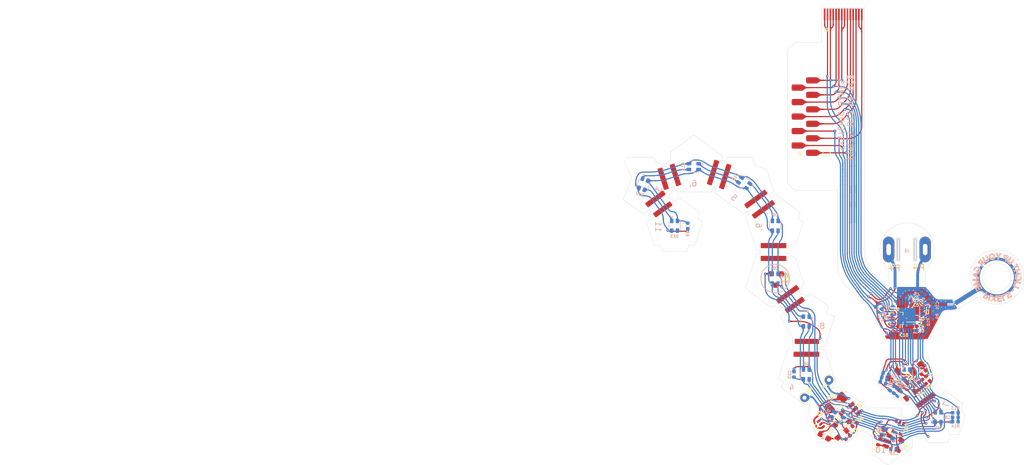
<source format=kicad_pcb>
(kicad_pcb (version 20211014) (generator pcbnew)
  (title_block (title "FLX-F020") (date "2021-09-11") (rev "10") (company "Systemic Games, LLC") (comment 1 "Flexible PCB, 0.13mm thickness"))
  (layers (0 "F.Cu" signal) (31 "B.Cu" signal) (34 "B.Paste" user) (35 "F.Paste" user) (36 "B.SilkS" user "B.Silkscreen") (37 "F.SilkS" user "F.Silkscreen") (38 "B.Mask" user) (39 "F.Mask" user) (44 "Edge.Cuts" user))
  (net 0 "")
  (net 1 "Net-(C1-Pad1)")
  (net 2 "GND")
  (net 3 "VDD")
  (net 4 "VDC")
  (net 5 "VEE")
  (net 6 "Net-(L1-Pad2)")
  (net 7 "Net-(L1-Pad1)")
  (net 8 "+5V")
  (net 9 "Net-(R6-Pad1)")
  (net 10 "/LED_EN")
  (net 11 "Net-(C2-Pad2)")
  (net 12 "Net-(C3-Pad1)")
  (net 13 "Net-(C5-Pad2)")
  (net 14 "Net-(C7-Pad1)")
  (net 15 "Net-(C17-Pad2)")
  (net 16 "Net-(C19-Pad1)")
  (net 17 "Net-(C19-Pad2)")
  (net 18 "Net-(L4-Pad1)")
  (net 19 "RXI")
  (net 20 "TXO")
  (net 21 "SWO")
  (net 22 "RESET")
  (net 23 "SWDCLK")
  (net 24 "SWDIO")
  (net 25 "Net-(R10-Pad1)")
  (net 26 "Net-(R10-Pad2)")
  (net 27 "/LED_DATA")
  (net 28 "+BATT")
  (net 29 "/STATS")
  (net 30 "/VLED_SENSE")
  (net 31 "/5V_SENSE")
  (net 32 "/VBAT_SENSE")
  (net 33 "/Power Supply/MAG1_")
  (net 34 "Net-(D10-Pad1)")
  (net 36 "/Power Supply/LED_EN_OUT")
  (net 37 "Net-(R3-Pad1)")
  (net 38 "Net-(D2-Pad3)")
  (net 39 "Net-(D3-Pad3)")
  (net 40 "Net-(D4-Pad3)")
  (net 41 "Net-(D5-Pad3)")
  (net 42 "Net-(D6-Pad3)")
  (net 43 "Net-(D7-Pad3)")
  (net 44 "Net-(D8-Pad3)")
  (net 45 "Net-(D10-Pad3)")
  (net 46 "Net-(D11-Pad3)")
  (net 47 "Net-(D12-Pad3)")
  (net 48 "/SCL")
  (net 49 "/SDA")
  (net 50 "/ACC_INT")
  (net 51 "/ARC_ANTENNA")
  (net 52 "Net-(C8-Pad1)")
  (footprint "Pixels-dice:SOT-353_SC-70-5" (layer "F.Cu") (at 254.49 133.75 -110)
    (fp_text reference "U7")
    (fp_text value "74AHC1G08" hide)
  )
  (footprint "TestPoint:TestPoint_THTPad_D1.5mm_Drill0.7mm" (layer "F.Cu") (at 242.38 125.4 30)
    (fp_text reference "P6")
    (fp_text value "COILB")
  )
  (footprint "Package_TO_SOT_SMD:SOT-23-5" (layer "F.Cu") (at 246.101683 131.198715 -140)
    (fp_text reference "U5")
    (fp_text value "MCP73832T-2ACI/OT")
  )
  (footprint "Package_TO_SOT_SMD:SOT-23" (layer "F.Cu") (at 233.04 107.8 -90)
    (fp_text reference "U8")
    (fp_text value "TMR1366")
  )
  (footprint "TestPoint:TestPoint_THTPad_D1.5mm_Drill0.7mm" (layer "F.Cu") (at 238.09 128.54 30)
    (fp_text reference "P5")
    (fp_text value "COILA")
  )
  (footprint "Pixels-dice:SOT-23-5" (layer "F.Cu") (at 253.72 136.53 -20)
    (fp_text reference "U6")
    (fp_text value "MT9700" hide)
  )
  (footprint "Resistor_SMD:R_0402_1005Metric" (layer "F.Cu") (at 251.136428 136.274754 70)
    (fp_text reference "R3")
    (fp_text value "10k 5%")
  )
  (footprint "Capacitor_SMD:C_0402_1005Metric" (layer "F.Cu") (at 256.25 111.5 180)
    (fp_text reference "C7")
    (fp_text value "100pF NP0 10V 5%")
  )
  (footprint "Inductor_SMD:L_0805_2012Metric" (layer "F.Cu") (at 257.816657 123.435409 40)
    (fp_text reference "L1")
    (fp_text value "10uH 100mA 10%")
  )
  (footprint "Capacitor_SMD:C_0402_1005Metric" (layer "F.Cu") (at 256.27 112.31)
    (fp_text reference "C5")
    (fp_text value "6pF 10V 10%")
  )
  (footprint "Capacitor_SMD:C_0402_1005Metric" (layer "F.Cu") (at 257.24 116.76 180)
    (fp_text reference "C3")
    (fp_text value "0.1uF 10V 20%")
  )
  (footprint "Capacitor_SMD:C_0402_1005Metric" (layer "F.Cu") (at 258.71 113.42 -90)
    (fp_text reference "C2")
    (fp_text value "6pF 10V 10%")
  )
  (footprint "Capacitor_SMD:C_0402_1005Metric" (layer "F.Cu") (at 255.53 116.75)
    (fp_text reference "C10")
    (fp_text value "0.1uF 10V 20%")
  )
  (footprint "Capacitor_SMD:C_0402_1005Metric" (layer "F.Cu") (at 257.383112 125.470117 -140)
    (fp_text reference "C18")
    (fp_text value "4.7uF 6.3V 20%")
  )
  (footprint "Resistor_SMD:R_0402_1005Metric" (layer "F.Cu") (at 259.072743 125.710216 130)
    (fp_text reference "R4")
    (fp_text value "402k 1%")
  )
  (footprint "Capacitor_SMD:C_0402_1005Metric" (layer "F.Cu") (at 258.452249 126.230873 -50)
    (fp_text reference "C17")
    (fp_text value "22pF 10V 5%")
  )
  (footprint "Pixels-dice:SOT-23-5" (layer "F.Cu") (at 255.930716 127.22404 -50)
    (fp_text reference "U4")
    (fp_text value "LN3435" hide)
  )
  (footprint "Capacitor_SMD:C_0402_1005Metric" (layer "F.Cu") (at 257.25 115.99 180)
    (fp_text reference "C4")
    (fp_text value "4.7uF 6.3V 20%")
  )
  (footprint "Inductor_SMD:L_0805_2012Metric" (layer "F.Cu") (at 253.73 124.52 40)
    (fp_text reference "L4")
    (fp_text value "2.2uH 20mA 10%")
  )
  (footprint "Resistor_SMD:R_0402_1005Metric" (layer "F.Cu") (at 246.89 133.23 40)
    (fp_text reference "R6")
    (fp_text value "22k 1%")
  )
  (footprint "Capacitor_SMD:C_0603_1608Metric" (layer "F.Cu") (at 241.55 135.3 -30)
    (fp_text reference "C13")
    (fp_text value "4.7uF 25V 20%")
  )
  (footprint "Package_TO_SOT_SMD:SOT-363_SC-70-6" (layer "F.Cu") (at 241.68 132.53 -140)
    (fp_text reference "D1")
    (fp_text value "BAV99S")
  )
  (footprint "Capacitor_SMD:C_0402_1005Metric" (layer "F.Cu") (at 245.68 135.49 -140)
    (fp_text reference "C15")
    (fp_text value "4.7uF 6.3V 20%")
  )
  (footprint "Inductor_SMD:L_0402_1005Metric" (layer "F.Cu") (at 258.953239 124.0743 -140)
    (fp_text reference "L2")
    (fp_text value "15nH 100mA 5%")
  )
  (footprint "Capacitor_SMD:C_0402_1005Metric" (layer "F.Cu") (at 259.702133 125.169042 -50)
    (fp_text reference "C1")
    (fp_text value "4.7uF 6.3V 20%")
  )
  (footprint "Pixels-dice:Crystal_SMD_2016-4Pin_2.0x1.6mm" (layer "F.Cu") (at 257.14 113.9 90)
    (fp_text reference "Y1")
    (fp_text value "32MHz 40ppm")
  )
  (footprint "Package_LGA:LGA-12_2x2mm_P0.5mm" (layer "F.Cu") (at 254.27 114.64)
    (fp_text reference "U2")
    (fp_text value "KXTJ3-1057")
  )
  (footprint "Resistor_SMD:R_0402_1005Metric" (layer "F.Cu") (at 257.831752 126.751532 -50)
    (fp_text reference "R5")
    (fp_text value "100k 1%")
  )
  (footprint "Pixels-dice:SOT-23" (layer "F.Cu") (at 244.05 134.14 -50)
    (fp_text reference "U3")
    (fp_text value "PJ75AL50SA")
  )
  (footprint "Capacitor_SMD:C_1206_3216Metric" (layer "F.Cu") (at 243.64 129.36 40)
    (fp_text reference "C19")
    (fp_text value "56nF 50V 5% NP0")
  )
  (footprint "Pixels-dice:FPC-POGO-11" (layer "F.Cu") (at 238.1475 79.22 90)
    (fp_text reference "J2")
    (fp_text value "Conn_01x11")
  )
  (footprint "Capacitor_SMD:C_0402_1005Metric" (layer "F.Cu") (at 251.73621 134.666167 -110)
    (fp_text reference "C24")
    (fp_text value "0.1uF 10V 20%")
  )
  (footprint "Pixels-dice:FPC_14" (layer "F.Cu") (at 241.62 61.279999)
    (fp_text reference "J1")
    (fp_text value "Conn_01x14")
  )
  (footprint "Pixels-dice:TX1812Z_2020" (layer "B.Cu") (at 243.85 131.94 60)
    (fp_text reference "D5")
    (fp_text value "TX1812Z_2020")
  )
  (footprint "Pixels-dice:TX1812Z_2020" (layer "B.Cu") (at 252.915902 134.81 70)
    (fp_text reference "D4")
    (fp_text value "TX1812Z_2020")
  )
  (footprint "Pixels-dice:TX1812Z_2020" (layer "B.Cu") (at 238.4 124.43)
    (fp_text reference "D6")
    (fp_text value "TX1812Z_2020")
  )
  (footprint "Capacitor_SMD:C_0402_1005Metric" (layer "B.Cu") (at 253.69 137.47 180)
    (fp_text reference "C16")
    (fp_text value "4.7uF 6.3V 20%")
  )
  (footprint "Pixels-dice:TX1812Z_2020" (layer "B.Cu") (at 256.05 124.43 180)
    (fp_text reference "D2")
    (fp_text value "TX1812Z_2020")
  )
  (footprint "Pixels-dice:TX1812Z_2020" (layer "B.Cu") (at 238.4 115.15)
    (fp_text reference "D7")
    (fp_text value "TX1812Z_2020")
  )
  (footprint "Pixels-dice:TX1812Z_2020" (layer "B.Cu") (at 215.3 98.37 180)
    (fp_text reference "D13")
    (fp_text value "TX1812Z_2020")
  )
  (footprint "Pixels-dice:TX1812Z_2020" (layer "B.Cu") (at 209.84 91.095902 160)
    (fp_text reference "D12")
    (fp_text value "TX1812Z_2020")
  )
  (footprint "Pixels-dice:TX1812Z_2020" (layer "B.Cu") (at 232.95 98.37)
    (fp_text reference "D9")
    (fp_text value "TX1812Z_2020")
  )
  (footprint "Pixels-dice:TX1812Z_2020" (layer "B.Cu") (at 232.94 107.65)
    (fp_text reference "D8")
    (fp_text value "TX1812Z_2020")
  )
  (footprint "Resistor_SMD:R_0402_1005Metric" (layer "B.Cu") (at 264.543663 132.736337 180)
    (fp_text reference "R14")
    (fp_text value "10M 1%")
  )
  (footprint "Capacitor_SMD:C_0402_1005Metric" (layer "B.Cu") (at 264.545917 131.952445 180)
    (fp_text reference "C6")
    (fp_text value "10nF 25V 10%")
  )
  (footprint "Pixels-dice:TX1812Z_2020" (layer "B.Cu") (at 218.67 87.99 90)
    (fp_text reference "D11")
    (fp_text value "TX1812Z_2020")
  )
  (footprint "Resistor_SMD:R_0402_1005Metric" (layer "B.Cu") (at 264.55 131.17)
    (fp_text reference "R13")
    (fp_text value "4.02M 1%")
  )
  (footprint "Resistor_SMD:R_0402_1005Metric" (layer "B.Cu") (at 259.76 113.62 90)
    (fp_text reference "R10")
    (fp_text value "100k 1%")
  )
  (footprint "Package_DFN_QFN:QFN-32-1EP_5x5mm_P0.5mm_EP3.1x3.1mm" (layer "B.Cu") (at 256.04 114.3 90)
    (fp_text reference "U1")
    (fp_text value "N52810_QFN32")
  )
  (footprint "Capacitor_SMD:C_0402_1005Metric" (layer "B.Cu") (at 258.2 109.72 150)
    (fp_text reference "C8")
    (fp_text value "?? NP0")
  )
  (footprint "Capacitor_SMD:C_0402_1005Metric" (layer "B.Cu") (at 236.23 124.43 90)
    (fp_text reference "C23")
    (fp_text value "0.1uF 10V 20%")
  )
  (footprint "Pixels-dice:TX1812Z_2020" (layer "B.Cu") (at 261.51 131.94 180)
    (fp_text reference "D3")
    (fp_text value "TX1812Z_2020")
  )
  (footprint "Capacitor_SMD:C_0402_1005Metric" (layer "B.Cu") (at 217.62 98.39 -90)
    (fp_text reference "C9")
    (fp_text value "4.7uF 6.3V 20%")
  )
  (footprint "Resistor_SMD:R_0402_1005Metric" (layer "B.Cu") (at 260.59 114.23 -90)
    (fp_text reference "R9")
    (fp_text value "100k 1%")
  )
  (footprint "Pixels-dice:Hongjie 10100 Connector" (layer "B.Cu") (at 256.04 102.53)
    (fp_text reference "J3")
    (fp_text value "Conn_01x02")
  )
  (footprint "Pixels-dice:TX1812Z_2020" (layer "B.Cu") (at 227.49 90.87 55)
    (fp_text reference "D10")
    (fp_text value "TX1812Z_2020")
  )
  (footprint "Capacitor_SMD:C_0402_1005Metric" (layer "B.Cu") (at 252.09 125.13 -18)
    (fp_text reference "C21")
    (fp_text value "10nF 25V 10%")
  )
  (footprint "Resistor_SMD:R_0402_1005Metric" (layer "B.Cu") (at 254.69761 127.837146 -126)
    (fp_text reference "R7")
    (fp_text value "4.02M 1%")
  )
  (footprint "Resistor_SMD:R_0402_1005Metric" (layer "B.Cu") (at 251.836606 125.909865 162)
    (fp_text reference "R2")
    (fp_text value "10M 1%")
  )
  (footprint "Resistor_SMD:R_0402_1005Metric" (layer "B.Cu") (at 254.04 127.34 54)
    (fp_text reference "R8")
    (fp_text value "10M 1%")
  )
  (footprint "Resistor_SMD:R_0402_1005Metric" (layer "B.Cu") (at 252.346484 124.340622 162)
    (fp_text reference "R1")
    (fp_text value "4.02M 1%")
  )
  (footprint "Capacitor_SMD:C_0402_1005Metric" (layer "B.Cu") (at 253.356761 126.868318 54)
    (fp_text reference "C22")
    (fp_text value "10nF 25V 10%")
  )
  (footprint "Resistor_SMD:R_0402_1005Metric" (layer "B.Cu") (at 250.77 113.06 -62.5)
    (fp_text reference "R12")
    (fp_text value "2.7k 5%")
  )
  (footprint "Resistor_SMD:R_0402_1005Metric" (layer "B.Cu") (at 251.38 112.5 -62.5)
    (fp_text reference "R16")
    (fp_text value "2.7k 5%")
  )
  (footprint "Capacitor_SMD:C_0402_1005Metric" (layer "B.Cu") (at 260.58 112.36 -90)
    (fp_text reference "C11")
    (fp_text value "?? NP0")
  )
  (footprint "Inductor_SMD:L_0402_1005Metric" (layer "B.Cu") (at 259.57 110.86 -50)
    (fp_text reference "L5")
    (fp_text value "??")
  )
  (footprint "Pixels-dice:ARC_Antenna" (layer "B.Cu") (at 264.348292 112.073361 32)
    (fp_text reference "AE2" hide)
    (fp_text value "ARC")
  )
  (gr_circle (center 243.85 131.94) (end 246.15 131.94) (layer "B.SilkS") (width 0.05) (fill none))
  (gr_circle (center 243.85 131.94) (end 246.55 131.94) (layer "B.SilkS") (width 0.05) (fill none))
  (gr_line (start 273.712 104.729) (end 273.711 104.5527) (layer "B.SilkS") (width 0.1734))
  (gr_line (start 270.838 103.4319) (end 270.691 103.5287) (layer "B.SilkS") (width 0.1734))
  (gr_line (start 268.967 104.9058) (end 269.122 104.8159) (layer "B.SilkS") (width 0.1734))
  (gr_line (start 268.653 106.706201) (end 267.759 106.9587) (layer "B.SilkS") (width 0.1734))
  (gr_line (start 272.002 103.8582) (end 271.669 103.1941) (layer "B.SilkS") (width 0.1734))
  (gr_line (start 271.521 111.6445) (end 271.271 111.21) (layer "B.SilkS") (width 0.1734))
  (gr_line (start 269.175 105.5271) (end 269.069 104.9627) (layer "B.SilkS") (width 0.1734))
  (gr_line (start 268.779 104.6648) (end 268.75 104.7001) (layer "B.SilkS") (width 0.1734))
  (gr_line (start 267.759 106.9587) (end 268.181 107.1919) (layer "B.SilkS") (width 0.1734))
  (gr_line (start 273.47 110.217) (end 273.608 110.1116) (layer "B.SilkS") (width 0.1734))
  (gr_line (start 274.746 109.6065) (end 274.528 109.8739) (layer "B.SilkS") (width 0.1734))
  (gr_line (start 272.553 111.0466) (end 272.564 111.1492) (layer "B.SilkS") (width 0.1734))
  (gr_line (start 273.711 104.5527) (end 273.804 104.3869) (layer "B.SilkS") (width 0.1734))
  (gr_line (start 273.7 110.9128) (end 273.654 110.8175) (layer "B.SilkS") (width 0.1734))
  (gr_line (start 268.795 106.3105) (end 268.759 106.3867) (layer "B.SilkS") (width 0.1734))
  (gr_line (start 267.79 107.8889) (end 268.655 108.065801) (layer "B.SilkS") (width 0.1734))
  (gr_line (start 269.122 104.8159) (end 269.183 104.8727) (layer "B.SilkS") (width 0.1734))
  (gr_line (start 274.244 110.7512) (end 274.364 110.6172) (layer "B.SilkS") (width 0.1734))
  (gr_line (start 268.832 108.9163) (end 268.533 109.0862) (layer "B.SilkS") (width 0.1734))
  (gr_line (start 274.934 108.3695) (end 275.029 108.4103) (layer "B.SilkS") (width 0.1734))
  (gr_line (start 271.669 103.1941) (end 271.815999 103.2039) (layer "B.SilkS") (width 0.1734))
  (gr_line (start 268.28 107.246001) (end 268.573 107.4076) (layer "B.SilkS") (width 0.1734))
  (gr_line (start 275.674 105.6749) (end 275.584 105.7258) (layer "B.SilkS") (width 0.1734))
  (gr_line (start 276.015 107.218201) (end 276.035999 107.3177) (layer "B.SilkS") (width 0.1734))
  (gr_line (start 273.756999 110.0339) (end 273.944 110.0233) (layer "B.SilkS") (width 0.1734))
  (gr_line (start 272.113 111.5339) (end 272.626 111.4751) (layer "B.SilkS") (width 0.1734))
  (gr_line (start 274.825 108.8836) (end 275.635 109.2319) (layer "B.SilkS") (width 0.1734))
  (gr_line (start 270.801 110.4948) (end 270.472 111.4233) (layer "B.SilkS") (width 0.1734))
  (gr_line (start 271.284 103.3655) (end 271.403 103.5067) (layer "B.SilkS") (width 0.1734))
  (gr_line (start 268.392 105.7085) (end 268.206 105.708) (layer "B.SilkS") (width 0.1734))
  (gr_line (start 272.817 110.6133) (end 273.118 111.4424) (layer "B.SilkS") (width 0.1734))
  (gr_line (start 269.069 104.9627) (end 269.022 104.9859) (layer "B.SilkS") (width 0.1734))
  (gr_line (start 273.654 110.8175) (end 273.679 110.6417) (layer "B.SilkS") (width 0.1734))
  (gr_line (start 275.029 108.4103) (end 274.825 108.8836) (layer "B.SilkS") (width 0.1734))
  (gr_line (start 272.075 111.2055) (end 272.113 111.5339) (layer "B.SilkS") (width 0.1734))
  (gr_line (start 270.935 103.3023) (end 271.118 103.2991) (layer "B.SilkS") (width 0.1734))
  (gr_line (start 268.526 105.6193) (end 268.634 105.6731) (layer "B.SilkS") (width 0.1734))
  (gr_line (start 274.722 104.3536) (end 274.821 104.4341) (layer "B.SilkS") (width 0.1734))
  (gr_line (start 270.500999 103.8508) (end 270.496 103.6658) (layer "B.SilkS") (width 0.1734))
  (gr_line (start 268.774 108.617201) (end 267.811 108.825201) (layer "B.SilkS") (width 0.1734))
  (gr_line (start 274.364 110.6172) (end 274.43 110.7146) (layer "B.SilkS") (width 0.1734))
  (gr_line (start 276.035999 107.3177) (end 276.045 107.495201) (layer "B.SilkS") (width 0.1734))
  (gr_line (start 269.949 111.1792) (end 269.784 111.12) (layer "B.SilkS") (width 0.1734))
  (gr_line (start 275.458 106.803101) (end 275.315 106.239) (layer "B.SilkS") (width 0.1734))
  (gr_line (start 270.754 111.5339) (end 271.208 111.1016) (layer "B.SilkS") (width 0.1734))
  (gr_line (start 268.843 105.0323) (end 268.674 104.9676) (layer "B.SilkS") (width 0.1734))
  (gr_line (start 274.979 108.1173) (end 275.938 108.3457) (layer "B.SilkS") (width 0.1734))
  (gr_line (start 274.95 108.241301) (end 274.979 108.1173) (layer "B.SilkS") (width 0.1734))
  (gr_line (start 269.908 103.6611) (end 270.018 103.5959) (layer "B.SilkS") (width 0.1734))
  (gr_line (start 270.12 104.5694) (end 270.196999 104.5116) (layer "B.SilkS") (width 0.1734))
  (gr_line (start 271.481 103.7509) (end 271.485 103.9352) (layer "B.SilkS") (width 0.1734))
  (gr_line (start 270.085 110.9174) (end 270.045 110.7408) (layer "B.SilkS") (width 0.1734))
  (gr_line (start 268.75 104.7001) (end 268.771 104.8729) (layer "B.SilkS") (width 0.1734))
  (gr_line (start 275.047 107.4358) (end 275.055 107.3517) (layer "B.SilkS") (width 0.1734))
  (gr_line (start 272.063 111.1028) (end 272.553 111.0466) (layer "B.SilkS") (width 0.1734))
  (gr_line (start 273.289 103.5006) (end 273.459 103.5421) (layer "B.SilkS") (width 0.1734))
  (gr_line (start 275.539 107.9916) (end 275.419 107.9784) (layer "B.SilkS") (width 0.1734))
  (gr_line (start 275.055 107.0369) (end 275.024 106.9132) (layer "B.SilkS") (width 0.1734))
  (gr_line (start 268.704 106.2607) (end 268.734 106.172401) (layer "B.SilkS") (width 0.1734))
  (gr_line (start 268.86 108.754601) (end 269.182 109.3239) (layer "B.SilkS") (width 0.1734))
  (gr_line (start 270.045 110.7408) (end 269.92 110.6125) (layer "B.SilkS") (width 0.1734))
  (gr_line (start 272.387 103.2408) (end 272.528 103.25) (layer "B.SilkS") (width 0.1734))
  (gr_line (start 268.41 109.7497) (end 268.32 109.8007) (layer "B.SilkS") (width 0.1734))
  (gr_line (start 270.368 104.1968) (end 270.395 104.3832) (layer "B.SilkS") (width 0.1734))
  (gr_line (start 271.098 104.2876) (end 271.04 104.2989) (layer "B.SilkS") (width 0.1734))
  (gr_line (start 273.943 104.8659) (end 274.024 104.9185) (layer "B.SilkS") (width 0.1734))
  (gr_line (start 269.932 110.0671) (end 270.043 110.1312) (layer "B.SilkS") (width 0.1734))
  (gr_line (start 274.341 104.8235) (end 274.722 104.3536) (layer "B.SilkS") (width 0.1734))
  (gr_line (start 268.982 104.295) (end 269.7 104.9703) (layer "B.SilkS") (width 0.1734))
  (gr_line (start 274.528 109.8739) (end 274.448 109.8088) (layer "B.SilkS") (width 0.1734))
  (gr_line (start 273.267 110.3406) (end 273.302 110.4377) (layer "B.SilkS") (width 0.1734))
  (gr_line (start 268.21 106.9456) (end 268.315999 106.9223) (layer "B.SilkS") (width 0.1734))
  (gr_line (start 274.186 110.9271) (end 274.033 111.0089) (layer "B.SilkS") (width 0.1734))
  (gr_line (start 272.535999 110.5976) (end 272.548 110.7003) (layer "B.SilkS") (width 0.1734))
  (gr_line (start 268.771 104.8729) (end 268.787 104.8864) (layer "B.SilkS") (width 0.1734))
  (gr_line (start 273.83 110.1306) (end 273.666 110.1976) (layer "B.SilkS") (width 0.1734))
  (gr_line (start 274.326 110.8195) (end 274.186 110.9271) (layer "B.SilkS") (width 0.1734))
  (gr_line (start 275.153 107.5441) (end 275.218 107.7252) (layer "B.SilkS") (width 0.1734))
  (gr_line (start 270.691 103.5287) (end 270.625999 103.7038) (layer "B.SilkS") (width 0.1734))
  (gr_line (start 269.183 104.8727) (end 269.291 105.4049) (layer "B.SilkS") (width 0.1734))
  (gr_line (start 271.208 111.1016) (end 270.895 110.5586) (layer "B.SilkS") (width 0.1734))
  (gr_line (start 272.13 103.8661) (end 272.107 104.2101) (layer "B.SilkS") (width 0.1734))
  (gr_line (start 268.181 107.1919) (end 268.21 106.9456) (layer "B.SilkS") (width 0.1734))
  (gr_line (start 270.217 104.1807) (end 269.908 103.6611) (layer "B.SilkS") (width 0.1734))
  (gr_line (start 275.315 106.239) (end 274.88 106.3489) (layer "B.SilkS") (width 0.1734))
  (gr_line (start 274.087 110.14) (end 274.132 110.2354) (layer "B.SilkS") (width 0.1734))
  (gr_line (start 268.787 104.8864) (end 268.967 104.9058) (layer "B.SilkS") (width 0.1734))
  (gr_line (start 270.272 104.3497) (end 270.217 104.1807) (layer "B.SilkS") (width 0.1734))
  (gr_line (start 267.88 105.9105) (end 267.906 105.8533) (layer "B.SilkS") (width 0.1734))
  (gr_line (start 271.299 104.0576) (end 271.355 103.8928) (layer "B.SilkS") (width 0.1734))
  (gr_line (start 268.634 105.8288) (end 268.478 105.7371) (layer "B.SilkS") (width 0.1734))
  (gr_line (start 268.58 107.718) (end 267.79 107.8889) (layer "B.SilkS") (width 0.1734))
  (gr_line (start 269.237 109.8532) (end 269.484 110.0924) (layer "B.SilkS") (width 0.1734))
  (gr_line (start 270.154 110.6949) (end 270.220999 110.8704) (layer "B.SilkS") (width 0.1734))
  (gr_line (start 269.92 110.6125) (end 269.997 110.5327) (layer "B.SilkS") (width 0.1734))
  (gr_line (start 273.944 110.0233) (end 274.087 110.14) (layer "B.SilkS") (width 0.1734))
  (gr_line (start 272.528 103.25) (end 272.13 103.8661) (layer "B.SilkS") (width 0.1734))
  (gr_line (start 273.824 103.7041) (end 273.423 104.6046) (layer "B.SilkS") (width 0.1734))
  (gr_line (start 269.612 105.0631) (end 268.972 104.4601) (layer "B.SilkS") (width 0.1734))
  (gr_line (start 270.745 104.1025) (end 270.902 104.1941) (layer "B.SilkS") (width 0.1734))
  (gr_line (start 268.160999 105.5905) (end 268.342 105.5696) (layer "B.SilkS") (width 0.1734))
  (gr_line (start 269.746 104.6792) (end 269.622 104.535) (layer "B.SilkS") (width 0.1734))
  (gr_line (start 273.418 110.4297) (end 273.353 110.3323) (layer "B.SilkS") (width 0.1734))
  (gr_line (start 271.815 110.6912) (end 271.362 111.1238) (layer "B.SilkS") (width 0.1734))
  (gr_line (start 273.808 110.5172) (end 273.913 110.4468) (layer "B.SilkS") (width 0.1734))
  (gr_line (start 275.506999 107.3251) (end 275.173 107.3113) (layer "B.SilkS") (width 0.1734))
  (gr_line (start 274.201 104.9326) (end 274.341 104.8235) (layer "B.SilkS") (width 0.1734))
  (gr_line (start 272.638 111.5776) (end 271.998 111.6509) (layer "B.SilkS") (width 0.1734))
  (gr_line (start 275.996 107.7432) (end 275.891 107.892501) (layer "B.SilkS") (width 0.1734))
  (gr_line (start 268.759 106.3867) (end 268.655 106.5304) (layer "B.SilkS") (width 0.1734))
  (gr_line (start 276.045 107.495201) (end 276.04 107.557701) (layer "B.SilkS") (width 0.1734))
  (gr_line (start 271.662 110.6691) (end 271.815 110.6912) (layer "B.SilkS") (width 0.1734))
  (gr_line (start 269.7 104.9703) (end 269.612 105.0631) (layer "B.SilkS") (width 0.1734))
  (gr_line (start 273.902 104.4673) (end 273.849 104.5484) (layer "B.SilkS") (width 0.1734))
  (gr_line (start 268.772 105.7897) (end 268.85 105.957901) (layer "B.SilkS") (width 0.1734))
  (gr_line (start 269.622 104.535) (end 269.313 104.0154) (layer "B.SilkS") (width 0.1734))
  (gr_line (start 275.432 105.4561) (end 274.664 105.8909) (layer "B.SilkS") (width 0.1734))
  (gr_line (start 268.848 106.135601) (end 268.795 106.3105) (layer "B.SilkS") (width 0.1734))
  (gr_line (start 273.307 104.5528) (end 273.664 103.7489) (layer "B.SilkS") (width 0.1734))
  (gr_line (start 273.342 103.6199) (end 273.196999 103.7205) (layer "B.SilkS") (width 0.1734))
  (gr_line (start 270.351999 111.3805) (end 270.681 110.4521) (layer "B.SilkS") (width 0.1734))
  (gr_line (start 275.415 106.2133) (end 275.558 106.777701) (layer "B.SilkS") (width 0.1734))
  (gr_line (start 271.485 103.9352) (end 271.42 104.1018) (layer "B.SilkS") (width 0.1734))
  (gr_line (start 273.666 110.1976) (end 273.537 110.2986) (layer "B.SilkS") (width 0.1734))
  (gr_line (start 267.626 107.0191) (end 267.641 106.878801) (layer "B.SilkS") (width 0.1734))
  (gr_line (start 275.891 107.892501) (end 275.729 107.9747) (layer "B.SilkS") (width 0.1734))
  (gr_line (start 275.910999 107.6525) (end 275.942 107.4773) (layer "B.SilkS") (width 0.1734))
  (gr_line (start 268.32 109.8007) (end 268.002 109.2402) (layer "B.SilkS") (width 0.1734))
  (gr_line (start 275.104 107.181001) (end 275.512 107.1976) (layer "B.SilkS") (width 0.1734))
  (gr_line (start 273.13 103.5724) (end 273.289 103.5006) (layer "B.SilkS") (width 0.1734))
  (gr_line (start 273.981 110.2109) (end 273.83 110.1306) (layer "B.SilkS") (width 0.1734))
  (gr_line (start 273.459 103.5421) (end 273.824 103.7041) (layer "B.SilkS") (width 0.1734))
  (gr_line (start 268.75 108.506301) (end 268.774 108.617201) (layer "B.SilkS") (width 0.1734))
  (gr_line (start 271.271 111.21) (end 270.907 111.556) (layer "B.SilkS") (width 0.1734))
  (gr_line (start 270.513 103.9103) (end 270.500999 103.8508) (layer "B.SilkS") (width 0.1734))
  (gr_circle (center 232.94 107.64) (end 235.44 107.64) (layer "B.SilkS") (width 0.15) (fill none))
  (gr_line (start 270.063 110.9701) (end 270.085 110.9174) (layer "B.SilkS") (width 0.1734))
  (gr_line (start 268.676 108.163901) (end 267.96 108.6764) (layer "B.SilkS") (width 0.1734))
  (gr_line (start 270.043 110.1312) (end 269.601999 110.8924) (layer "B.SilkS") (width 0.1734))
  (gr_line (start 271.674 111.6664) (end 271.521 111.6445) (layer "B.SilkS") (width 0.1734))
  (gr_line (start 273.804 104.3869) (end 274.185 103.9174) (layer "B.SilkS") (width 0.1734))
  (gr_line (start 273.181 103.7754) (end 273.24 103.9467) (layer "B.SilkS") (width 0.1734))
  (gr_line (start 268.736 105.980201) (end 268.634 105.8288) (layer "B.SilkS") (width 0.1734))
  (gr_line (start 268.325 106.2558) (end 268.635 106.3841) (layer "B.SilkS") (width 0.1734))
  (gr_line (start 270.035 110.5653) (end 270.154 110.6949) (layer "B.SilkS") (width 0.1734))
  (gr_line (start 275.942 107.4773) (end 275.94 107.385601) (layer "B.SilkS") (width 0.1734))
  (gr_line (start 275.055 107.3517) (end 275.104 107.181001) (layer "B.SilkS") (width 0.1734))
  (gr_line (start 272.564 111.1492) (end 272.075 111.2055) (layer "B.SilkS") (width 0.1734))
  (gr_line (start 273.834 104.7263) (end 273.943 104.8659) (layer "B.SilkS") (width 0.1734))
  (gr_line (start 268.342 105.5696) (end 268.526 105.6193) (layer "B.SilkS") (width 0.1734))
  (gr_line (start 273.076 103.6606) (end 273.13 103.5724) (layer "B.SilkS") (width 0.1734))
  (gr_line (start 270.472 111.4233) (end 270.351999 111.3805) (layer "B.SilkS") (width 0.1734))
  (gr_line (start 272.626 111.4751) (end 272.638 111.5776) (layer "B.SilkS") (width 0.1734))
  (gr_line (start 268.600999 104.7486) (end 268.694 104.6011) (layer "B.SilkS") (width 0.1734))
  (gr_line (start 275.808 107.7979) (end 275.910999 107.6525) (layer "B.SilkS") (width 0.1734))
  (gr_line (start 270.114 111.1246) (end 269.949 111.1792) (layer "B.SilkS") (width 0.1734))
  (gr_line (start 270.56 103.4988) (end 270.696 103.3794) (layer "B.SilkS") (width 0.1734))
  (gr_line (start 275.804 105.9832) (end 275.836 106.1067) (layer "B.SilkS") (width 0.1734))
  (gr_line (start 273.878 104.9459) (end 273.807 104.8807) (layer "B.SilkS") (width 0.1734))
  (gr_line (start 270.579 104.0944) (end 270.513 103.9103) (layer "B.SilkS") (width 0.1734))
  (gr_line (start 273.24 103.9467) (end 273.378 104.0609) (layer "B.SilkS") (width 0.1734))
  (gr_line (start 268.776 109.5146) (end 268.686 109.5658) (layer "B.SilkS") (width 0.1734))
  (gr_line (start 271.403 103.5067) (end 271.469 103.6917) (layer "B.SilkS") (width 0.1734))
  (gr_line (start 273.981 110.386) (end 273.981 110.2109) (layer "B.SilkS") (width 0.1734))
  (gr_line (start 271.815999 103.2039) (end 272.07 103.736) (layer "B.SilkS") (width 0.1734))
  (gr_line (start 274.378 104.9701) (end 274.212 105.0598) (layer "B.SilkS") (width 0.1734))
  (gr_line (start 270.696999 104.2351) (end 270.579 104.0944) (layer "B.SilkS") (width 0.1734))
  (gr_line (start 274.448 109.8088) (end 274.665 109.5415) (layer "B.SilkS") (width 0.1734))
  (gr_line (start 275.369 105.3452) (end 275.216 105.0754) (layer "B.SilkS") (width 0.1734))
  (gr_line (start 269.291 105.4049) (end 269.175 105.5271) (layer "B.SilkS") (width 0.1734))
  (gr_line (start 267.627 107.9732) (end 267.593 107.815001) (layer "B.SilkS") (width 0.1734))
  (gr_line (start 275.908 108.4697) (end 274.95 108.241301) (layer "B.SilkS") (width 0.1734))
  (gr_line (start 270.178 111.0428) (end 270.114 111.1246) (layer "B.SilkS") (width 0.1734))
  (gr_line (start 274.68 108.96) (end 274.934 108.3695) (layer "B.SilkS") (width 0.1734))
  (gr_line (start 274.821 104.4341) (end 274.44 104.9037) (layer "B.SilkS") (width 0.1734))
  (gr_line (start 273.806 110.8416) (end 273.968 110.9134) (layer "B.SilkS") (width 0.1734))
  (gr_line (start 267.96 108.6764) (end 268.75 108.506301) (layer "B.SilkS") (width 0.1734))
  (gr_line (start 270.496 103.6658) (end 270.56 103.4988) (layer "B.SilkS") (width 0.1734))
  (gr_line (start 272.998 111.4859) (end 272.662 110.5597) (layer "B.SilkS") (width 0.1734))
  (gr_line (start 270.86 104.3016) (end 270.696999 104.2351) (layer "B.SilkS") (width 0.1734))
  (gr_line (start 268.011 105.6944) (end 268.160999 105.5905) (layer "B.SilkS") (width 0.1734))
  (gr_line (start 274.284 103.9976) (end 273.902 104.4673) (layer "B.SilkS") (width 0.1734))
  (gr_line (start 269.484 110.0924) (end 269.413 110.1666) (layer "B.SilkS") (width 0.1734))
  (gr_line (start 268.686 109.5658) (end 268.443 109.1371) (layer "B.SilkS") (width 0.1734))
  (gr_line (start 273.051 103.8366) (end 273.076 103.6606) (layer "B.SilkS") (width 0.1734))
  (gr_line (start 274.024 104.9185) (end 274.201 104.9326) (layer "B.SilkS") (width 0.1734))
  (gr_line (start 267.778 108.6736) (end 268.506999 108.1533) (layer "B.SilkS") (width 0.1734))
  (gr_line (start 274.129 110.8411) (end 274.244 110.7512) (layer "B.SilkS") (width 0.1734))
  (gr_line (start 275.218 107.7252) (end 275.366 107.8322) (layer "B.SilkS") (width 0.1734))
  (gr_line (start 267.94 106.0494) (end 267.914 106.222901) (layer "B.SilkS") (width 0.1734))
  (gr_line (start 270.681 110.4521) (end 270.801 110.4948) (layer "B.SilkS") (width 0.1734))
  (gr_line (start 273.807 104.8807) (end 273.712 104.729) (layer "B.SilkS") (width 0.1734))
  (gr_line (start 273.136 104.004) (end 273.051 103.8366) (layer "B.SilkS") (width 0.1734))
  (gr_line (start 273.302 110.4377) (end 272.817 110.6133) (layer "B.SilkS") (width 0.1734))
  (gr_line (start 270.899 103.4144) (end 270.838 103.4319) (layer "B.SilkS") (width 0.1734))
  (gr_line (start 275.558 106.777701) (end 275.979 106.6708) (layer "B.SilkS") (width 0.1734))
  (gr_line (start 269.951 104.623) (end 270.12 104.5694) (layer "B.SilkS") (width 0.1734))
  (gr_line (start 270.315 104.5456) (end 270.173 104.6582) (layer "B.SilkS") (width 0.1734))
  (gr_line (start 271.319 103.6498) (end 271.235 103.4953) (layer "B.SilkS") (width 0.1734))
  (gr_line (start 268.694 104.6011) (end 268.982 104.295) (layer "B.SilkS") (width 0.1734))
  (gr_line (start 269.423 103.95) (end 269.732 104.4698) (layer "B.SilkS") (width 0.1734))
  (gr_line (start 275.512 107.1976) (end 275.506999 107.3251) (layer "B.SilkS") (width 0.1734))
  (gr_line (start 275.15 107.4509) (end 275.153 107.5441) (layer "B.SilkS") (width 0.1734))
  (gr_line (start 269.439 110.92) (end 269.932 110.0671) (layer "B.SilkS") (width 0.1734))
  (gr_line (start 271.355 103.8928) (end 271.338 103.7175) (layer "B.SilkS") (width 0.1734))
  (gr_line (start 270.625999 103.7038) (end 270.643 103.8766) (layer "B.SilkS") (width 0.1734))
  (gr_line (start 273.968 110.9134) (end 274.129 110.8411) (layer "B.SilkS") (width 0.1734))
  (gr_line (start 270.662 103.9454) (end 270.745 104.1025) (layer "B.SilkS") (width 0.1734))
  (gr_line (start 274.601999 105.7798) (end 275.369 105.3452) (layer "B.SilkS") (width 0.1734))
  (gr_line (start 276.01 106.7945) (end 275.055 107.0369) (layer "B.SilkS") (width 0.1734))
  (gr_line (start 271.281 104.2214) (end 271.098 104.2876) (layer "B.SilkS") (width 0.1734))
  (gr_line (start 268.277 106.3735) (end 268.325 106.2558) (layer "B.SilkS") (width 0.1734))
  (gr_line (start 273.842 111.0248) (end 273.7 110.9128) (layer "B.SilkS") (width 0.1734))
  (gr_line (start 268.734 106.172401) (end 268.736 105.980201) (layer "B.SilkS") (width 0.1734))
  (gr_line (start 273.423 104.6046) (end 273.307 104.5528) (layer "B.SilkS") (width 0.1734))
  (gr_line (start 272.07 103.736) (end 272.387 103.2408) (layer "B.SilkS") (width 0.1734))
  (gr_line (start 275.584 105.7258) (end 275.432 105.4561) (layer "B.SilkS") (width 0.1734))
  (gr_line (start 275.94 107.385601) (end 275.905 107.2137) (layer "B.SilkS") (width 0.1734))
  (gr_line (start 275.938 108.3457) (end 275.908 108.4697) (layer "B.SilkS") (width 0.1734))
  (gr_line (start 273.869 110.609) (end 273.808 110.6615) (layer "B.SilkS") (width 0.1734))
  (gr_line (start 269.022 104.9859) (end 268.843 105.0323) (layer "B.SilkS") (width 0.1734))
  (gr_line (start 268.315999 106.9223) (end 268.28 107.246001) (layer "B.SilkS") (width 0.1734))
  (gr_line (start 267.914 106.222901) (end 267.812 106.180601) (layer "B.SilkS") (width 0.1734))
  (gr_line (start 272.662 110.5597) (end 273.267 110.3406) (layer "B.SilkS") (width 0.1734))
  (gr_line (start 270.087 104.702) (end 269.912 104.7388) (layer "B.SilkS") (width 0.1734))
  (gr_line (start 273.196999 103.7205) (end 273.181 103.7754) (layer "B.SilkS") (width 0.1734))
  (gr_line (start 267.812 106.180601) (end 267.827 106.0801) (layer "B.SilkS") (width 0.1734))
  (gr_line (start 270.643 103.8766) (end 270.662 103.9454) (layer "B.SilkS") (width 0.1734))
  (gr_line (start 275.249 107.9165) (end 275.118 107.7856) (layer "B.SilkS") (width 0.1734))
  (gr_line (start 268.155 109.3003) (end 268.41 109.7497) (layer "B.SilkS") (width 0.1734))
  (gr_line (start 275.306 105.0244) (end 275.674 105.6749) (layer "B.SilkS") (width 0.1734))
  (gr_line (start 269.732 104.4698) (end 269.79 104.5476) (layer "B.SilkS") (width 0.1734))
  (gr_line (start 268.557 107.5479) (end 267.626 107.0191) (layer "B.SilkS") (width 0.1734))
  (gr_line (start 268.655 108.065801) (end 268.676 108.163901) (layer "B.SilkS") (width 0.1734))
  (gr_line (start 273.537 110.2986) (end 273.418 110.4297) (layer "B.SilkS") (width 0.1734))
  (gr_line (start 267.906 105.8533) (end 268.011 105.6944) (layer "B.SilkS") (width 0.1734))
  (gr_line (start 275.024 106.9132) (end 275.458 106.803101) (layer "B.SilkS") (width 0.1734))
  (gr_line (start 270.895 110.5586) (end 271.048 110.5808) (layer "B.SilkS") (width 0.1734))
  (gr_line (start 272.548 110.7003) (end 272.024 110.7606) (layer "B.SilkS") (width 0.1734))
  (gr_line (start 271.048 110.5808) (end 271.298 111.0151) (layer "B.SilkS") (width 0.1734))
  (gr_line (start 268.635 106.3841) (end 268.704 106.2607) (layer "B.SilkS") (width 0.1734))
  (gr_line (start 268.972 104.4601) (end 268.779 104.6648) (layer "B.SilkS") (width 0.1734))
  (gr_line (start 275.836 106.1067) (end 275.415 106.2133) (layer "B.SilkS") (width 0.1734))
  (gr_line (start 267.811 108.825201) (end 267.778 108.6736) (layer "B.SilkS") (width 0.1734))
  (gr_line (start 270.395 104.3832) (end 270.315 104.5456) (layer "B.SilkS") (width 0.1734))
  (gr_line (start 270.173 104.6582) (end 270.087 104.702) (layer "B.SilkS") (width 0.1734))
  (gr_line (start 270.018 103.5959) (end 270.327 104.1155) (layer "B.SilkS") (width 0.1734))
  (gr_line (start 273.664 103.7489) (end 273.426 103.643) (layer "B.SilkS") (width 0.1734))
  (gr_line (start 275.585 109.3491) (end 274.68 108.96) (layer "B.SilkS") (width 0.1734))
  (gr_line (start 273.118 111.4424) (end 272.998 111.4859) (layer "B.SilkS") (width 0.1734))
  (gr_line (start 271.235 103.4953) (end 271.076 103.406) (layer "B.SilkS") (width 0.1734))
  (gr_line (start 268.533 109.0862) (end 268.776 109.5146) (layer "B.SilkS") (width 0.1734))
  (gr_line (start 268.556 107.6071) (end 268.58 107.718) (layer "B.SilkS") (width 0.1734))
  (gr_line (start 274.88 106.3489) (end 274.849 106.225501) (layer "B.SilkS") (width 0.1734))
  (gr_line (start 268.206 105.708) (end 268.059 105.8089) (layer "B.SilkS") (width 0.1734))
  (gr_line (start 273.353 110.3323) (end 273.47 110.217) (layer "B.SilkS") (width 0.1734))
  (gr_line (start 275.979 106.6708) (end 276.01 106.7945) (layer "B.SilkS") (width 0.1734))
  (gr_line (start 273.608 110.1116) (end 273.756999 110.0339) (layer "B.SilkS") (width 0.1734))
  (gr_line (start 271.362 111.1238) (end 271.674 111.6664) (layer "B.SilkS") (width 0.1734))
  (gr_line (start 272.024 110.7606) (end 272.063 111.1028) (layer "B.SilkS") (width 0.1734))
  (gr_line (start 269.313 104.0154) (end 269.423 103.95) (layer "B.SilkS") (width 0.1734))
  (gr_line (start 270.696 103.3794) (end 270.875999 103.3138) (layer "B.SilkS") (width 0.1734))
  (gr_line (start 269.165 109.9275) (end 269.237 109.8532) (layer "B.SilkS") (width 0.1734))
  (gr_line (start 271.98 104.202) (end 272.002 103.8582) (layer "B.SilkS") (width 0.1734))
  (gr_line (start 273.679 110.6417) (end 273.808 110.5172) (layer "B.SilkS") (width 0.1734))
  (gr_line (start 273.426 103.643) (end 273.342 103.6199) (layer "B.SilkS") (width 0.1734))
  (gr_line (start 274.106 110.4123) (end 273.974 110.5386) (layer "B.SilkS") (width 0.1734))
  (gr_line (start 274.185 103.9174) (end 274.284 103.9976) (layer "B.SilkS") (width 0.1734))
  (gr_line (start 275.905 107.2137) (end 276.015 107.218201) (layer "B.SilkS") (width 0.1734))
  (gr_line (start 268.443 109.1371) (end 268.155 109.3003) (layer "B.SilkS") (width 0.1734))
  (gr_line (start 269.908 111.0548) (end 270.063 110.9701) (layer "B.SilkS") (width 0.1734))
  (gr_line (start 269.413 110.1666) (end 269.165 109.9275) (layer "B.SilkS") (width 0.1734))
  (gr_line (start 271.118 103.2991) (end 271.284 103.3655) (layer "B.SilkS") (width 0.1734))
  (gr_line (start 268.655 106.5304) (end 268.277 106.3735) (layer "B.SilkS") (width 0.1734))
  (gr_line (start 273.849 104.5484) (end 273.834 104.7263) (layer "B.SilkS") (width 0.1734))
  (gr_line (start 268.634 105.6731) (end 268.772 105.7897) (layer "B.SilkS") (width 0.1734))
  (gr_line (start 273.378 104.0609) (end 273.31 104.1485) (layer "B.SilkS") (width 0.1734))
  (gr_line (start 269.912 104.7388) (end 269.746 104.6792) (layer "B.SilkS") (width 0.1734))
  (gr_line (start 269.182 109.3239) (end 269.092 109.375) (layer "B.SilkS") (width 0.1734))
  (gr_line (start 270.220999 110.8704) (end 270.178 111.0428) (layer "B.SilkS") (width 0.1734))
  (gr_line (start 268.478 105.7371) (end 268.392 105.7085) (layer "B.SilkS") (width 0.1734))
  (gr_line (start 269.601999 110.8924) (end 269.827 111.0231) (layer "B.SilkS") (width 0.1734))
  (gr_line (start 274.849 106.225501) (end 275.804 105.9832) (layer "B.SilkS") (width 0.1734))
  (gr_line (start 276.04 107.557701) (end 275.996 107.7432) (layer "B.SilkS") (width 0.1734))
  (gr_line (start 275.118 107.7856) (end 275.058 107.6183) (layer "B.SilkS") (width 0.1734))
  (gr_line (start 273.808 110.6615) (end 273.806 110.8416) (layer "B.SilkS") (width 0.1734))
  (gr_line (start 267.97 105.962701) (end 267.94 106.0494) (layer "B.SilkS") (width 0.1734))
  (gr_line (start 269.997 110.5327) (end 270.035 110.5653) (layer "B.SilkS") (width 0.1734))
  (gr_line (start 271.42 104.1018) (end 271.281 104.2214) (layer "B.SilkS") (width 0.1734))
  (gr_line (start 271.886 110.6723) (end 272.535999 110.5976) (layer "B.SilkS") (width 0.1734))
  (gr_line (start 267.593 107.815001) (end 268.556 107.6071) (layer "B.SilkS") (width 0.1734))
  (gr_line (start 275.635 109.2319) (end 275.585 109.3491) (layer "B.SilkS") (width 0.1734))
  (gr_line (start 270.196999 104.5116) (end 270.272 104.3497) (layer "B.SilkS") (width 0.1734))
  (gr_line (start 270.907 111.556) (end 270.754 111.5339) (layer "B.SilkS") (width 0.1734))
  (gr_line (start 275.366 107.8322) (end 275.544 107.8643) (layer "B.SilkS") (width 0.1734))
  (gr_line (start 274.43 110.7146) (end 274.326 110.8195) (layer "B.SilkS") (width 0.1734))
  (gr_line (start 268.002 109.2402) (end 268.86 108.754601) (layer "B.SilkS") (width 0.1734))
  (gr_line (start 267.641 106.878801) (end 268.668 106.5745) (layer "B.SilkS") (width 0.1734))
  (gr_line (start 275.634 107.8617) (end 275.808 107.7979) (layer "B.SilkS") (width 0.1734))
  (gr_line (start 269.092 109.375) (end 268.832 108.9163) (layer "B.SilkS") (width 0.1734))
  (gr_line (start 271.998 111.6509) (end 271.886 110.6723) (layer "B.SilkS") (width 0.1734))
  (gr_line (start 271.075 104.1869) (end 271.156 104.162) (layer "B.SilkS") (width 0.1734))
  (gr_line (start 274.132 110.2354) (end 274.106 110.4123) (layer "B.SilkS") (width 0.1734))
  (gr_line (start 273.268 104.1202) (end 273.136 104.004) (layer "B.SilkS") (width 0.1734))
  (gr_line (start 268.85 105.957901) (end 268.848 106.135601) (layer "B.SilkS") (width 0.1734))
  (gr_line (start 268.059 105.8089) (end 267.97 105.962701) (layer "B.SilkS") (width 0.1734))
  (gr_line (start 271.156 104.162) (end 271.299 104.0576) (layer "B.SilkS") (width 0.1734))
  (gr_line (start 275.544 107.8643) (end 275.634 107.8617) (layer "B.SilkS") (width 0.1734))
  (gr_line (start 274.033 111.0089) (end 273.842 111.0248) (layer "B.SilkS") (width 0.1734))
  (gr_line (start 273.974 110.5386) (end 273.869 110.609) (layer "B.SilkS") (width 0.1734))
  (gr_line (start 274.032 105.0402) (end 273.878 104.9459) (layer "B.SilkS") (width 0.1734))
  (gr_line (start 270.902 104.1941) (end 271.075 104.1869) (layer "B.SilkS") (width 0.1734))
  (gr_line (start 275.058 107.6183) (end 275.047 107.4358) (layer "B.SilkS") (width 0.1734))
  (gr_line (start 274.212 105.0598) (end 274.032 105.0402) (layer "B.SilkS") (width 0.1734))
  (gr_line (start 269.827 111.0231) (end 269.908 111.0548) (layer "B.SilkS") (width 0.1734))
  (gr_line (start 268.636 104.9265) (end 268.600999 104.7486) (layer "B.SilkS") (width 0.1734))
  (gr_line (start 274.44 104.9037) (end 274.378 104.9701) (layer "B.SilkS") (width 0.1734))
  (gr_line (start 269.784 111.12) (end 269.439 110.92) (layer "B.SilkS") (width 0.1734))
  (gr_line (start 271.04 104.2989) (end 270.86 104.3016) (layer "B.SilkS") (width 0.1734))
  (gr_line (start 273.913 110.4468) (end 273.981 110.386) (layer "B.SilkS") (width 0.1734))
  (gr_line (start 275.173 107.3113) (end 275.15 107.4509) (layer "B.SilkS") (width 0.1734))
  (gr_line (start 271.298 111.0151) (end 271.662 110.6691) (layer "B.SilkS") (width 0.1734))
  (gr_line (start 275.419 107.9784) (end 275.249 107.9165) (layer "B.SilkS") (width 0.1734))
  (gr_line (start 268.668 106.5745) (end 268.653 106.706201) (layer "B.SilkS") (width 0.1734))
  (gr_line (start 270.875999 103.3138) (end 270.935 103.3023) (layer "B.SilkS") (width 0.1734))
  (gr_line (start 273.31 104.1485) (end 273.268 104.1202) (layer "B.SilkS") (width 0.1734))
  (gr_line (start 274.664 105.8909) (end 274.601999 105.7798) (layer "B.SilkS") (width 0.1734))
  (gr_line (start 269.79 104.5476) (end 269.951 104.623) (layer "B.SilkS") (width 0.1734))
  (gr_line (start 270.327 104.1155) (end 270.368 104.1968) (layer "B.SilkS") (width 0.1734))
  (gr_line (start 268.506999 108.1533) (end 267.627 107.9732) (layer "B.SilkS") (width 0.1734))
  (gr_line (start 271.338 103.7175) (end 271.319 103.6498) (layer "B.SilkS") (width 0.1734))
  (gr_line (start 268.674 104.9676) (end 268.636 104.9265) (layer "B.SilkS") (width 0.1734))
  (gr_line (start 271.469 103.6917) (end 271.481 103.7509) (layer "B.SilkS") (width 0.1734))
  (gr_line (start 275.729 107.9747) (end 275.539 107.9916) (layer "B.SilkS") (width 0.1734))
  (gr_line (start 267.827 106.0801) (end 267.88 105.9105) (layer "B.SilkS") (width 0.1734))
  (gr_line (start 274.665 109.5415) (end 274.746 109.6065) (layer "B.SilkS") (width 0.1734))
  (gr_line (start 275.216 105.0754) (end 275.306 105.0244) (layer "B.SilkS") (width 0.1734))
  (gr_line (start 268.573 107.4076) (end 268.557 107.5479) (layer "B.SilkS") (width 0.1734))
  (gr_line (start 272.107 104.2101) (end 271.98 104.202) (layer "B.SilkS") (width 0.1734))
  (gr_line (start 271.076 103.406) (end 270.899 103.4144) (layer "B.SilkS") (width 0.1734))
  (gr_circle (center 258.55 115.41) (end 258.656301 115.41) (layer "F.SilkS") (width 0.15) (fill solid))
  (gr_circle (center 243.36 131.98) (end 243.466301 131.98) (layer "F.SilkS") (width 0.15) (fill solid))
  (gr_circle (center 252.97 113.88) (end 253.076301 113.88) (layer "F.SilkS") (width 0.15) (fill solid))
  (gr_line (start 263.823981 113.250446) (end 263.048929 113.250446) (layer "Edge.Cuts") (width 0.05))
  (gr_arc (start 259.261086 121.407127) (mid 259.190428 121.377789) (end 259.161188 121.307091) (layer "Edge.Cuts") (width 0.05))
  (gr_line (start 213.526656 87.933181) (end 213.370036 87.45046) (layer "Edge.Cuts") (width 0.05))
  (gr_line (start 213.17189 102.82206) (end 212.872836 101.903165) (layer "Edge.Cuts") (width 0.05))
  (gr_arc (start 207.773241 89.768751) (mid 207.793608 89.848663) (end 207.78 89.93) (layer "Edge.Cuts") (width 0.05))
  (gr_line (start 260.819092 127.004731) (end 260.861739 126.973747) (layer "Edge.Cuts") (width 0.05))
  (gr_line (start 261.22789 125.90306) (end 261.144682 126.157307) (layer "Edge.Cuts") (width 0.05))
  (gr_line (start 214.476267 93.528509) (end 215.18836 94.045785) (layer "Edge.Cuts") (width 0.05))
  (gr_line (start 261.690375 111.154971) (end 263.871109 111.154851) (layer "Edge.Cuts") (width 0.05))
  (gr_line (start 237.596767 110.305187) (end 237.491109 110.381869) (layer "Edge.Cuts") (width 0.05))
  (gr_line (start 233.48389 125.06906) (end 235.070966 120.188902) (layer "Edge.Cuts") (width 0.05))
  (gr_arc (start 243.290522 126.912308) (mid 243.216096 126.930157) (end 243.150847 126.890151) (layer "Edge.Cuts") (width 0.05))
  (gr_line (start 257.7 100.75) (end 257.7 104.3) (layer "Edge.Cuts") (width 0.25))
  (gr_line (start 257.039428 129.627056) (end 256.862859 129.384387) (layer "Edge.Cuts") (width 0.05))
  (gr_arc (start 265.184143 110.782192) (mid 264.55355 111.059864) (end 263.871109 111.154851) (layer "Edge.Cuts") (width 0.05))
  (gr_arc (start 259.255705 106.548256) (mid 259.32557 106.181187) (end 259.525302 105.86539) (layer "Edge.Cuts") (width 0.05))
  (gr_arc (start 257.02089 135.896046) (mid 257.053621 135.759785) (end 257.144671 135.653256) (layer "Edge.Cuts") (width 0.05))
  (gr_line (start 244.250284 126.658984) (end 248.891785 130.034616) (layer "Edge.Cuts") (width 0.05))
  (gr_arc (start 236.149869 119.93306) (mid 236.120564 120.003764) (end 236.049847 120.033038) (layer "Edge.Cuts") (width 0.05))
  (gr_line (start 252.555111 108.933437) (end 250.20041 106.734302) (layer "Edge.Cuts") (width 0.05))
  (gr_arc (start 234.265399 125.637588) (mid 234.337989 125.737622) (end 234.337923 125.861218) (layer "Edge.Cuts") (width 0.05))
  (gr_line (start 243.89389 92.19026) (end 243.89389 105.390238) (layer "Edge.Cuts") (width 0.05))
  (gr_line (start 243.290522 126.912308) (end 243.639432 126.658938) (layer "Edge.Cuts") (width 0.05))
  (gr_arc (start 267.226368 108.269618) (mid 267.129621 108.063385) (end 267.082057 107.840608) (layer "Edge.Cuts") (width 0.05))
  (gr_arc (start 214.00225 87.778874) (mid 213.996212 87.855172) (end 213.937992 87.904854) (layer "Edge.Cuts") (width 0.05))
  (gr_line (start 267.523262 108.750849) (end 267.226368 108.269618) (layer "Edge.Cuts") (width 0.05))
  (gr_line (start 235.28601 120.032868) (end 236.049847 120.033038) (layer "Edge.Cuts") (width 0.05))
  (gr_arc (start 267.523262 108.750849) (mid 267.584277 109.128579) (end 267.360364 109.438847) (layer "Edge.Cuts") (width 0.05))
  (gr_line (start 249.92289 138.33406) (end 250.072841 135.662644) (layer "Edge.Cuts") (width 0.05))
  (gr_line (start 241.723035 119.347784) (end 241.466851 119.534242) (layer "Edge.Cuts") (width 0.05))
  (gr_line (start 243.367984 126.238131) (end 242.996727 126.507729) (layer "Edge.Cuts") (width 0.05))
  (gr_line (start 224.50589 86.37416) (end 228.95189 86.37596) (layer "Edge.Cuts") (width 0.05))
  (gr_line (start 254.75 100.77) (end 254.75 104.32) (layer "Edge.Cuts") (width 0.25))
  (gr_arc (start 238.848322 110.625204) (mid 238.762069 110.660911) (end 238.669005 110.65358) (layer "Edge.Cuts") (width 0.05))
  (gr_arc (start 257.7 104.3) (mid 257.5 104.5) (end 257.3 104.3) (layer "Edge.Cuts") (width 0.25))
  (gr_line (start 241.12389 66.19006) (end 241.12389 60.11006) (layer "Edge.Cuts") (width 0.05))
  (gr_line (start 234.265399 125.637588) (end 233.48389 125.06906) (layer "Edge.Cuts") (width 0.05))
  (gr_arc (start 260.506189 126.743647) (mid 260.488402 126.669205) (end 260.528463 126.603989) (layer "Edge.Cuts") (width 0.05))
  (gr_line (start 238.708711 130.581176) (end 238.85587 130.132637) (layer "Edge.Cuts") (width 0.05))
  (gr_line (start 223.697152 86.094638) (end 223.803339 86.421524) (layer "Edge.Cuts") (width 0.05))
  (gr_arc (start 213.652636 87.997439) (mid 213.576338 87.991401) (end 213.526656 87.933181) (layer "Edge.Cuts") (width 0.05))
  (gr_arc (start 249.046288 130.468046) (mid 248.988004 130.418327) (end 248.982006 130.341953) (layer "Edge.Cuts") (width 0.05))
  (gr_arc (start 261.983843 128.007801) (mid 261.760571 128.061411) (end 261.564789 127.941436) (layer "Edge.Cuts") (width 0.05))
  (gr_line (start 256.723308 129.362256) (end 256.141324 129.784123) (layer "Edge.Cuts") (width 0.05))
  (gr_line (start 221.640944 92.438968) (end 215.825808 92.436638) (layer "Edge.Cuts") (width 0.05))
  (gr_line (start 265.184143 110.782192) (end 267.360364 109.438847) (layer "Edge.Cuts") (width 0.05))
  (gr_line (start 257.02089 137.17306) (end 252.66989 140.33106) (layer "Edge.Cuts") (width 0.05))
  (gr_line (start 239.32089 110.28206) (end 242.31989 112.46306) (layer "Edge.Cuts") (width 0.05))
  (gr_line (start 255.069469 131.6851) (end 255.07 130.33) (layer "Edge.Cuts") (width 0.05))
  (gr_arc (start 228.496695 96.046276) (mid 228.514538 96.120704) (end 228.474526 96.185949) (layer "Edge.Cuts") (width 0.05))
  (gr_arc (start 210.864899 95.532094) (mid 210.939329 95.514259) (end 211.00457 95.554278) (layer "Edge.Cuts") (width 0.05))
  (gr_line (start 250.773013 126.125969) (end 252.311171 121.40008) (layer "Edge.Cuts") (width 0.05))
  (gr_arc (start 250.20041 106.734302) (mid 249.02699 105.071837) (end 248.613172 103.079486) (layer "Edge.Cuts") (width 0.05))
  (gr_arc (start 230.221533 102.745951) (mid 230.292237 102.775256) (end 230.32151 102.845974) (layer "Edge.Cuts") (width 0.05))
  (gr_circle (center 271.80889 107.38606) (end 274.30889 107.38606) (layer "Edge.Cuts") (width 0.05) (fill none))
  (gr_line (start 215.825808 92.436638) (end 215.416949 92.139155) (layer "Edge.Cuts") (width 0.05))
  (gr_line (start 248.618616 60.11006) (end 248.613172 103.079486) (layer "Edge.Cuts") (width 0.05))
  (gr_line (start 252.336041 118.335253) (end 249.36589 112.70206) (layer "Edge.Cuts") (width 0.05))
  (gr_line (start 232.669535 92.274228) (end 232.563957 92.598986) (layer "Edge.Cuts") (width 0.05))
  (gr_arc (start 212.682655 101.76506) (mid 212.800173 101.803228) (end 212.872836 101.903165) (layer "Edge.Cuts") (width 0.05))
  (gr_line (start 248.986794 130.327245) (end 248.982006 130.341953) (layer "Edge.Cuts") (width 0.05))
  (gr_arc (start 233.83981 112.41402) (mid 233.914241 112.396191) (end 233.979478 112.436215) (layer "Edge.Cuts") (width 0.05))
  (gr_arc (start 219.437566 97.131273) (mid 219.364845 97.031246) (end 219.364847 96.907578) (layer "Edge.Cuts") (width 0.05))
  (gr_line (start 230.221533 102.745951) (end 230.008026 102.745903) (layer "Edge.Cuts") (width 0.05))
  (gr_line (start 229.51979 87.85899) (end 231.43989 88.48376) (layer "Edge.Cuts") (width 0.05))
  (gr_line (start 211.00457 95.554278) (end 211.180801 95.797059) (layer "Edge.Cuts") (width 0.05))
  (gr_line (start 242.97457 126.647403) (end 243.150847 126.890151) (layer "Edge.Cuts") (width 0.05))
  (gr_arc (start 212.475777 87.45046) (mid 212.384992 87.428668) (end 212.313991 87.36804) (layer "Edge.Cuts") (width 0.05))
  (gr_line (start 238.85587 130.132637) (end 238.995325 130.031369) (layer "Edge.Cuts") (width 0.05))
  (gr_line (start 221.907551 92.245253) (end 221.640944 92.438968) (layer "Edge.Cuts") (width 0.05))
  (gr_line (start 257.3 104.3) (end 257.3 100.75) (layer "Edge.Cuts") (width 0.25))
  (gr_line (start 256.84785 131.830902) (end 257.655174 131.24429) (layer "Edge.Cuts") (width 0.05))
  (gr_arc (start 237.08538 97.136833) (mid 237.012791 97.036799) (end 237.012857 96.913203) (layer "Edge.Cuts") (width 0.05))
  (gr_line (start 220.22189 97.70056) (end 218.89989 101.76306) (layer "Edge.Cuts") (width 0.05))
  (gr_line (start 254.35 104.32) (end 254.35 100.77) (layer "Edge.Cuts") (width 0.25))
  (gr_line (start 252.836303 118.336741) (end 252.336041 118.335253) (layer "Edge.Cuts") (width 0.05))
  (gr_arc (start 240.749818 120.034082) (mid 240.679114 120.004777) (end 240.64984 119.93406) (layer "Edge.Cuts") (width 0.05))
  (gr_line (start 222.484604 92.698842) (end 222.385255 92.39308) (layer "Edge.Cuts") (width 0.05))
  (gr_line (start 206.48 87.19) (end 206.99589 86.36706) (layer "Edge.Cuts") (width 0.05))
  (gr_line (start 263.24189 136.41306) (end 259.758341 136.411153) (layer "Edge.Cuts") (width 0.05))
  (gr_line (start 237.596767 110.305187) (end 238.669005 110.65358) (layer "Edge.Cuts") (width 0.05))
  (gr_line (start 210.39289 97.70246) (end 211.176368 97.133069) (layer "Edge.Cuts") (width 0.05))
  (gr_line (start 231.43989 88.48376) (end 232.669535 92.274228) (layer "Edge.Cuts") (width 0.05))
  (gr_arc (start 254.35 100.77) (mid 254.55 100.57) (end 254.75 100.77) (layer "Edge.Cuts") (width 0.25))
  (gr_arc (start 237.491109 110.381869) (mid 237.416678 110.399698) (end 237.351441 110.359674) (layer "Edge.Cuts") (width 0.05))
  (gr_arc (start 211.180801 95.797059) (mid 211.198636 95.871489) (end 211.158617 95.93673) (layer "Edge.Cuts") (width 0.05))
  (gr_arc (start 222.127271 91.570291) (mid 222.177009 91.512119) (end 222.253313 91.506156) (layer "Edge.Cuts") (width 0.05))
  (gr_line (start 250.12289 130.32806) (end 255.07 130.33) (layer "Edge.Cuts") (width 0.05))
  (gr_line (start 228.496695 96.046276) (end 228.32044 95.803512) (layer "Edge.Cuts") (width 0.05))
  (gr_arc (start 234.99899 102.762599) (mid 235.000228 102.746938) (end 235.003903 102.731665) (layer "Edge.Cuts") (width 0.05))
  (gr_line (start 257.482806 135.407836) (end 257.958396 135.25352) (layer "Edge.Cuts") (width 0.05))
  (gr_line (start 233.979478 112.436215) (end 234.155689 112.679011) (layer "Edge.Cuts") (width 0.05))
  (gr_line (start 247.513556 134.852512) (end 245.37489 136.40506) (layer "Edge.Cuts") (width 0.05))
  (gr_arc (start 263.639483 135.1895) (mid 263.74855 135.039444) (end 263.925007 134.982213) (layer "Edge.Cuts") (width 0.05))
  (gr_line (start 214.476267 93.528509) (end 214.343981 93.624533) (layer "Edge.Cuts") (width 0.05))
  (gr_arc (start 222.538579 91.599018) (mid 222.596751 91.648757) (end 222.602714 91.725061) (layer "Edge.Cuts") (width 0.05))
  (gr_line (start 268.286751 110.933192) (end 265.13735 112.877666) (layer "Edge.Cuts") (width 0.05))
  (gr_line (start 237.465123 109.782925) (end 237.9033 108.405093) (layer "Edge.Cuts") (width 0.05))
  (gr_arc (start 257.039428 129.627056) (mid 257.057342 129.7015) (end 257.017345 129.766793) (layer "Edge.Cuts") (width 0.05))
  (gr_arc (start 249.457592 130.496284) (mid 249.407922 130.554419) (end 249.331698 130.560464) (layer "Edge.Cuts") (width 0.05))
  (gr_line (start 216.20889 93.47536) (end 219.66389 95.98776) (layer "Edge.Cuts") (width 0.05))
  (gr_arc (start 223.646234 87.227199) (mid 223.588063 87.17746) (end 223.5821 87.101156) (layer "Edge.Cuts") (width 0.05))
  (gr_arc (start 269.291469 111.41154) (mid 269.117316 111.273513) (end 268.977946 111.100433) (layer "Edge.Cuts") (width 0.05))
  (gr_arc (start 224.057543 87.255927) (mid 224.007804 87.314098) (end 223.9315 87.320061) (layer "Edge.Cuts") (width 0.05))
  (gr_line (start 233.59507 112.591641) (end 233.83981 112.41402) (layer "Edge.Cuts") (width 0.05))
  (gr_arc (start 245.466403 109.030613) (mid 244.303823 107.372984) (end 243.89389 105.390238) (layer "Edge.Cuts") (width 0.05))
  (gr_arc (start 240.649907 119.63406) (mid 240.679212 119.563356) (end 240.749929 119.534082) (layer "Edge.Cuts") (width 0.05))
  (gr_line (start 262.84089 127.38506) (end 265.83889 129.56506) (layer "Edge.Cuts") (width 0.05))
  (gr_line (start 249.457592 130.496284) (end 249.512359 130.32806) (layer "Edge.Cuts") (width 0.05))
  (gr_line (start 259.255705 106.548256) (end 259.25537 108.764506) (layer "Edge.Cuts") (width 0.05))
  (gr_line (start 247.686697 134.320683) (end 247.513556 134.852512) (layer "Edge.Cuts") (width 0.05))
  (gr_line (start 215.416949 92.139155) (end 215.224971 91.547453) (layer "Edge.Cuts") (width 0.05))
  (gr_line (start 211.587853 86.368891) (end 212.313991 87.36804) (layer "Edge.Cuts") (width 0.05))
  (gr_line (start 207.773241 89.768751) (end 206.48 87.19) (layer "Edge.Cuts") (width 0.05))
  (gr_line (start 236.51389 104.12206) (end 237.9033 108.405093) (layer "Edge.Cuts") (width 0.05))
  (gr_line (start 255.803473 129.784123) (end 250.773013 126.125969) (layer "Edge.Cuts") (width 0.05))
  (gr_line (start 243.639432 126.658938) (end 244.250284 126.658984) (layer "Edge.Cuts") (width 0.05))
  (gr_line (start 229.609532 103.449327) (end 229.889212 103.245876) (layer "Edge.Cuts") (width 0.05))
  (gr_line (start 219.66389 95.98776) (end 219.364847 96.907578) (layer "Edge.Cuts") (width 0.05))
  (gr_arc (start 217.743062 101.902193) (mid 217.815637 101.8022) (end 217.933115 101.763929) (layer "Edge.Cuts") (width 0.05))
  (gr_line (start 211.71089 101.76506) (end 210.39289 97.70246) (layer "Edge.Cuts") (width 0.05))
  (gr_arc (start 214.64289 86.611518) (mid 214.621078 86.702342) (end 214.560399 86.773356) (layer "Edge.Cuts") (width 0.05))
  (gr_line (start 222.127271 91.570291) (end 221.907551 92.245253) (layer "Edge.Cuts") (width 0.05))
  (gr_line (start 234.99899 102.762599) (end 234.998903 103.147033) (layer "Edge.Cuts") (width 0.05))
  (gr_line (start 261.983843 128.007801) (end 262.84089 127.38506) (layer "Edge.Cuts") (width 0.05))
  (gr_line (start 222.385255 92.39308) (end 222.602714 91.725061) (layer "Edge.Cuts") (width 0.05))
  (gr_line (start 241.454858 120.034239) (end 241.766912 120.261375) (layer "Edge.Cuts") (width 0.05))
  (gr_line (start 252.850954 108.733008) (end 252.851781 106.544188) (layer "Edge.Cuts") (width 0.05))
  (gr_line (start 214.64289 85.381745) (end 218.68289 82.44856) (layer "Edge.Cuts") (width 0.05))
  (gr_line (start 238.098235 129.732516) (end 234.03789 126.78306) (layer "Edge.Cuts") (width 0.05))
  (gr_line (start 236.51389 104.12206) (end 235.349455 103.247112) (layer "Edge.Cuts") (width 0.05))
  (gr_line (start 261.144682 126.157307) (end 260.528463 126.603989) (layer "Edge.Cuts") (width 0.05))
  (gr_line (start 209.912085 96.223725) (end 210.864899 95.532094) (layer "Edge.Cuts") (width 0.05))
  (gr_line (start 214.05026 93.219896) (end 214.754189 92.708896) (layer "Edge.Cuts") (width 0.05))
  (gr_line (start 234.345075 113.697826) (end 234.074046 112.861824) (layer "Edge.Cuts") (width 0.05))
  (gr_line (start 263.639483 135.1895) (end 263.24189 136.41306) (layer "Edge.Cuts") (width 0.05))
  (gr_line (start 252.311171 121.40008) (end 252.83487 121.400611) (layer "Edge.Cuts") (width 0.05))
  (gr_arc (start 252.934971 121.300647) (mid 252.905633 121.37137) (end 252.83487 121.400611) (layer "Edge.Cuts") (width 0.05))
  (gr_line (start 234.133494 112.81868) (end 234.074046 112.861824) (layer "Edge.Cuts") (width 0.05))
  (gr_arc (start 258.764684 135.25352) (mid 258.900904 135.286229) (end 259.007419 135.377226) (layer "Edge.Cuts") (width 0.05))
  (gr_arc (start 215.098991 91.483196) (mid 215.175289 91.489233) (end 215.224971 91.547453) (layer "Edge.Cuts") (width 0.05))
  (gr_arc (start 257.3 100.75) (mid 257.5 100.55) (end 257.7 100.75) (layer "Edge.Cuts") (width 0.25))
  (gr_line (start 232.563957 92.598986) (end 231.984292 93.019844) (layer "Edge.Cuts") (width 0.05))
  (gr_line (start 215.098991 91.483196) (end 214.81 91.58) (layer "Edge.Cuts") (width 0.05))
  (gr_arc (start 260.819092 127.004731) (mid 260.744618 127.022589) (end 260.67935 126.98252) (layer "Edge.Cuts") (width 0.05))
  (gr_line (start 236.39689 92.19026) (end 235.12389 90.91726) (layer "Edge.Cuts") (width 0.05))
  (gr_line (start 257.02089 135.896046) (end 257.02089 137.17306) (layer "Edge.Cuts") (width 0.05))
  (gr_line (start 224.294608 86.527679) (end 224.50589 86.37416) (layer "Edge.Cuts") (width 0.05))
  (gr_line (start 232.897192 92.97493) (end 233.15889 92.97506) (layer "Edge.Cuts") (width 0.05))
  (gr_arc (start 252.836303 118.336741) (mid 252.906834 118.366148) (end 252.936005 118.436777) (layer "Edge.Cuts") (width 0.05))
  (gr_line (start 235.003903 102.731665) (end 235.26374 101.933538) (layer "Edge.Cuts") (width 0.05))
  (gr_line (start 240.749818 120.034082) (end 241.454858 120.034239) (layer "Edge.Cuts") (width 0.05))
  (gr_arc (start 249.995268 135.444) (mid 250.056045 135.54552) (end 250.072841 135.662644) (layer "Edge.Cuts") (width 0.05))
  (gr_arc (start 256.723308 129.362256) (mid 256.797661 129.344456) (end 256.862859 129.384387) (layer "Edge.Cuts") (width 0.05))
  (gr_line (start 257.482806 135.407836) (end 257.144671 135.653256) (layer "Edge.Cuts") (width 0.05))
  (gr_arc (start 214.750636 91.706535) (mid 214.754378 91.631098) (end 214.81 91.58) (layer "Edge.Cuts") (width 0.05))
  (gr_arc (start 252.58293 105.861593) (mid 252.782213 106.177345) (end 252.851781 106.544188) (layer "Edge.Cuts") (width 0.05))
  (gr_arc (start 232.278051 93.424449) (mid 232.203623 93.442292) (end 232.138378 93.40228) (layer "Edge.Cuts") (width 0.05))
  (gr_line (start 237.31189 95.99446) (end 237.012857 96.913203) (layer "Edge.Cuts") (width 0.05))
  (gr_line (start 236.049958 119.533038) (end 235.983936 119.533023) (layer "Edge.Cuts") (width 0.05))
  (gr_arc (start 214.028078 93.359565) (mid 214.010243 93.285137) (end 214.05026 93.219896) (layer "Edge.Cuts") (width 0.05))
  (gr_line (start 235.12389 67.46286) (end 236.39689 66.19006) (layer "Edge.Cuts") (width 0.05))
  (gr_arc (start 254.75 104.32) (mid 254.55 104.52) (end 254.35 104.32) (layer "Edge.Cuts") (width 0.25))
  (gr_line (start 212.475777 87.45046) (end 213.370036 87.45046) (layer "Edge.Cuts") (width 0.05))
  (gr_line (start 257.958396 135.25352) (end 258.764684 135.25352) (layer "Edge.Cuts") (width 0.05))
  (gr_line (start 243.385115 114.239646) (end 241.723035 119.347784) (layer "Edge.Cuts") (width 0.05))
  (gr_line (start 266.288908 131.670813) (end 265.211356 134.983114) (layer "Edge.Cuts") (width 0.05))
  (gr_line (start 214.028078 93.359565) (end 214.204311 93.602349) (layer "Edge.Cuts") (width 0.05))
  (gr_arc (start 234.155689 112.679011) (mid 234.173518 112.753442) (end 234.133494 112.81868) (layer "Edge.Cuts") (width 0.05))
  (gr_line (start 265.594733 130.714792) (end 266.288908 131.670813) (layer "Edge.Cuts") (width 0.05))
  (gr_line (start 265.83889 129.56506) (end 265.552223 130.445661) (layer "Edge.Cuts") (width 0.05))
  (gr_line (start 256.37226 131.985218) (end 256.84785 131.830902) (layer "Edge.Cuts") (width 0.05))
  (gr_line (start 236.67189 101.38906) (end 235.392064 101.805255) (layer "Edge.Cuts") (width 0.05))
  (gr_line (start 256.37226 131.985218) (end 255.369469 131.985218) (layer "Edge.Cuts") (width 0.05))
  (gr_line (start 268.977946 111.100433) (end 268.971521 111.090615) (layer "Edge.Cuts") (width 0.05))
  (gr_line (start 237.86989 97.70756) (end 236.67189 101.38906) (layer "Edge.Cuts") (width 0.05))
  (gr_arc (start 229.51979 87.85899) (mid 229.440195 87.810169) (end 229.391438 87.730534) (layer "Edge.Cuts") (width 0.05))
  (gr_line (start 213.652636 87.997439) (end 213.937992 87.904854) (layer "Edge.Cuts") (width 0.05))
  (gr_line (start 228.180767 95.781343) (end 227.607906 96.197261) (layer "Edge.Cuts") (width 0.05))
  (gr_line (start 249.302185 134.740464) (end 247.812696 134.2565) (layer "Edge.Cuts") (width 0.05))
  (gr_line (start 259.769078 121.407642) (end 261.22789 125.90306) (layer "Edge.Cuts") (width 0.05))
  (gr_arc (start 259.303105 108.89421) (mid 259.267677 108.833613) (end 259.25537 108.764506) (layer "Edge.Cuts") (width 0.05))
  (gr_line (start 211.158617 95.93673) (end 210.976046 96.069255) (layer "Edge.Cuts") (width 0.05))
  (gr_arc (start 234.345075 113.697826) (mid 234.344992 113.821438) (end 234.272265 113.921392) (layer "Edge.Cuts") (width 0.05))
  (gr_line (start 218.89989 101.76306) (end 217.933115 101.763929) (layer "Edge.Cuts") (width 0.05))
  (gr_line (start 248.618616 60.11006) (end 241.12389 60.11006) (layer "Edge.Cuts") (width 0.05))
  (gr_line (start 249.36589 112.70206) (end 245.466403 109.030613) (layer "Edge.Cuts") (width 0.05))
  (gr_line (start 235.984884 117.99505) (end 233.83989 114.23506) (layer "Edge.Cuts") (width 0.05))
  (gr_line (start 214.00225 87.778874) (end 213.84463 87.29307) (layer "Edge.Cuts") (width 0.05))
  (gr_line (start 217.44389 102.82406) (end 213.17189 102.82206) (layer "Edge.Cuts") (width 0.05))
  (gr_line (start 230.321442 103.145974) (end 230.32151 102.845974) (layer "Edge.Cuts") (width 0.05))
  (gr_line (start 237.197425 109.977209) (end 237.465123 109.782925) (layer "Edge.Cuts") (width 0.05))
  (gr_line (start 249.046288 130.468046) (end 249.331698 130.560464) (layer "Edge.Cuts") (width 0.05))
  (gr_line (start 227.69189 109.34206) (end 229.609532 103.449327) (layer "Edge.Cuts") (width 0.05))
  (gr_line (start 265.211356 134.983114) (end 263.925007 134.982213) (layer "Edge.Cuts") (width 0.05))
  (gr_arc (start 235.26374 101.933538) (mid 235.312517 101.854007) (end 235.392064 101.805255) (layer "Edge.Cuts") (width 0.05))
  (gr_line (start 223.646234 87.227199) (end 223.9315 87.320061) (layer "Edge.Cuts") (width 0.05))
  (gr_line (start 212.682655 101.76506) (end 211.71089 101.76506) (layer "Edge.Cuts") (width 0.05))
  (gr_line (start 219.437566 97.131273) (end 220.22189 97.70056) (layer "Edge.Cuts") (width 0.05))
  (gr_line (start 252.934971 121.300647) (end 252.936005 118.436777) (layer "Edge.Cuts") (width 0.05))
  (gr_line (start 242.31989 112.46306) (end 241.960823 113.565849) (layer "Edge.Cuts") (width 0.05))
  (gr_line (start 235.098881 103.247056) (end 235.349455 103.247112) (layer "Edge.Cuts") (width 0.05))
  (gr_line (start 215.423429 94.045798) (end 216.20889 93.47536) (layer "Edge.Cuts") (width 0.05))
  (gr_arc (start 235.098881 103.247056) (mid 235.028177 103.21775) (end 234.998903 103.147033) (layer "Edge.Cuts") (width 0.05))
  (gr_line (start 217.743062 101.902193) (end 217.44389 102.82406) (layer "Edge.Cuts") (width 0.05))
  (gr_line (start 213.84463 87.29307) (end 214.560399 86.773356) (layer "Edge.Cuts") (width 0.05))
  (gr_arc (start 247.686697 134.320683) (mid 247.736411 134.262526) (end 247.812685 134.256533) (layer "Edge.Cuts") (width 0.05))
  (gr_line (start 234.03789 126.78306) (end 234.337923 125.861218) (layer "Edge.Cuts") (width 0.05))
  (gr_line (start 236.39689 66.19006) (end 241.12389 66.19006) (layer "Edge.Cuts") (width 0.05))
  (gr_arc (start 262.16362 113.785442) (mid 262.531727 113.394582) (end 263.048929 113.250446) (layer "Edge.Cuts") (width 0.05))
  (gr_arc (start 242.97457 126.647403) (mid 242.956721 126.572977) (end 242.996727 126.507729) (layer "Edge.Cuts") (width 0.05))
  (gr_line (start 243.516351 125.650111) (end 243.367984 126.238131) (layer "Edge.Cuts") (width 0.05))
  (gr_arc (start 265.13735 112.877666) (mid 264.506605 113.155446) (end 263.823981 113.250446) (layer "Edge.Cuts") (width 0.05))
  (gr_arc (start 214.343981 93.624533) (mid 214.269552 93.642367) (end 214.204311 93.602349) (layer "Edge.Cuts") (width 0.05))
  (gr_arc (start 238.70153 129.626789) (mid 238.775956 129.60894) (end 238.841205 129.648946) (layer "Edge.Cuts") (width 0.05))
  (gr_arc (start 249.302185 134.740464) (mid 249.372258 134.77378) (end 249.431443 134.823953) (layer "Edge.Cuts") (width 0.05))
  (gr_line (start 259.762253 118.357344) (end 259.262514 118.355857) (layer "Edge.Cuts") (width 0.05))
  (gr_arc (start 255.369469 131.985218) (mid 255.157295 131.897309) (end 255.069469 131.6851) (layer "Edge.Cuts") (width 0.05))
  (gr_line (start 256.974924 129.797613) (end 257.017345 129.766793) (layer "Edge.Cuts") (width 0.05))
  (gr_line (start 259.303105 108.89421) (end 260.928996 110.803344) (layer "Edge.Cuts") (width 0.05))
  (gr_arc (start 230.321442 103.145974) (mid 230.292137 103.216678) (end 230.22142 103.245951) (layer "Edge.Cuts") (width 0.05))
  (gr_line (start 209.65089 96.22366) (end 206.27 93.76) (layer "Edge.Cuts") (width 0.05))
  (gr_line (start 237.17523 110.116878) (end 237.351441 110.359674) (layer "Edge.Cuts") (width 0.05))
  (gr_line (start 238.70153 129.626789) (end 238.555962 129.732497) (layer "Edge.Cuts") (width 0.05))
  (gr_line (start 240.59689 136.40306) (end 238.708711 130.581176) (layer "Edge.Cuts") (width 0.05))
  (gr_line (start 259.261086 121.407127) (end 259.769078 121.407642) (layer "Edge.Cuts") (width 0.05))
  (gr_line (start 238.555962 129.732497) (end 238.098235 129.732516) (layer "Edge.Cuts") (width 0.05))
  (gr_line (start 241.466851 119.534242) (end 240.749929 119.534082) (layer "Edge.Cuts") (width 0.05))
  (gr_arc (start 231.962123 93.159517) (mid 231.94428 93.085089) (end 231.984292 93.019844) (layer "Edge.Cuts") (width 0.05))
  (gr_arc (start 242.089114 113.817955) (mid 241.972748 113.718476) (end 241.960823 113.565849) (layer "Edge.Cuts") (width 0.05))
  (gr_line (start 228.95189 86.37596) (end 229.391438 87.730534) (layer "Edge.Cuts") (width 0.05))
  (gr_line (start 227.607906 96.197261) (end 227.295781 96.197109) (layer "Edge.Cuts") (width 0.05))
  (gr_line (start 233.83989 114.23506) (end 234.272265 113.921392) (layer "Edge.Cuts") (width 0.05))
  (gr_line (start 214.750636 91.706535) (end 214.915229 92.212937) (layer "Edge.Cuts") (width 0.05))
  (gr_arc (start 211.249004 96.909488) (mid 211.249003 97.033077) (end 211.176368 97.133069) (layer "Edge.Cuts") (width 0.05))
  (gr_line (start 214.64289 86.611518) (end 214.64289 85.381745) (layer "Edge.Cuts") (width 0.05))
  (gr_line (start 209.912085 96.223725) (end 209.65089 96.22366) (layer "Edge.Cuts") (width 0.05))
  (gr_arc (start 252.850954 108.733008) (mid 252.792718 108.87401) (end 252.652 108.93293) (layer "Edge.Cuts") (width 0.05))
  (gr_arc (start 261.690375 111.154971) (mid 261.271043 111.06283) (end 260.928996 110.803344) (layer "Edge.Cuts") (width 0.05))
  (gr_line (start 261.564789 127.941436) (end 260.861739 126.973747) (layer "Edge.Cuts") (width 0.05))
  (gr_line (start 230.008026 102.745903) (end 229.588712 102.44139) (layer "Edge.Cuts") (width 0.05))
  (gr_arc (start 252.58293 105.861593) (mid 256.058487 97.871061) (end 259.525302 105.86539) (layer "Edge.Cuts") (width 0.05))
  (gr_line (start 218.68289 82.44856) (end 223.697152 86.094638) (layer "Edge.Cuts") (width 0.05))
  (gr_line (start 227.295781 96.197109) (end 222.484604 92.698842) (layer "Edge.Cuts") (width 0.05))
  (gr_arc (start 265.594733 130.714792) (mid 265.541162 130.585331) (end 265.552223 130.445661) (layer "Edge.Cuts") (width 0.05))
  (gr_arc (start 239.017482 129.891694) (mid 239.035331 129.96612) (end 238.995325 130.031369) (layer "Edge.Cuts") (width 0.05))
  (gr_line (start 222.538579 91.599018) (end 222.253313 91.506156) (layer "Edge.Cuts") (width 0.05))
  (gr_line (start 260.506189 126.743647) (end 260.67935 126.98252) (layer "Edge.Cuts") (width 0.05))
  (gr_line (start 206.27 93.76) (end 207.78 89.93) (layer "Edge.Cuts") (width 0.05))
  (gr_line (start 233.15889 92.97506) (end 237.31189 95.99446) (layer "Edge.Cuts") (width 0.05))
  (gr_arc (start 259.162217 118.455821) (mid 259.191624 118.385028) (end 259.262514 118.355857) (layer "Edge.Cuts") (width 0.05))
  (gr_line (start 223.803339 86.421524) (end 223.5821 87.101156) (layer "Edge.Cuts") (width 0.05))
  (gr_line (start 233.59507 112.591641) (end 232.11989 112.56206) (layer "Edge.Cuts") (width 0.05))
  (gr_line (start 256.141324 129.784123) (end 255.803473 129.784123) (layer "Edge.Cuts") (width 0.05))
  (gr_line (start 235.983936 119.533023) (end 235.984884 117.99505) (layer "Edge.Cuts") (width 0.05))
  (gr_arc (start 267.082057 107.840608) (mid 275.849003 104.885282) (end 269.291469 111.41154) (layer "Edge.Cuts") (width 0.05))
  (gr_line (start 249.995268 135.444) (end 249.431443 134.823953) (layer "Edge.Cuts") (width 0.05))
  (gr_arc (start 236.049958 119.533038) (mid 236.120662 119.562343) (end 236.149936 119.63306) (layer "Edge.Cuts") (width 0.05))
  (gr_arc (start 237.17523 110.116878) (mid 237.157401 110.042447) (end 237.197425 109.977209) (layer "Edge.Cuts") (width 0.05))
  (gr_line (start 239.017482 129.891694) (end 238.841205 129.648946) (layer "Edge.Cuts") (width 0.05))
  (gr_line (start 232.278051 93.424449) (end 232.897192 92.97493) (layer "Edge.Cuts") (width 0.05))
  (gr_arc (start 215.423429 94.045798) (mid 215.305892 94.083971) (end 215.18836 94.045785) (layer "Edge.Cuts") (width 0.05))
  (gr_line (start 235.12389 90.91726) (end 235.12389 67.46286) (layer "Edge.Cuts") (width 0.05))
  (gr_line (start 262.16362 113.785442) (end 259.762253 118.357344) (layer "Edge.Cuts") (width 0.05))
  (gr_line (start 232.11989 112.56206) (end 227.69189 109.34206) (layer "Edge.Cuts") (width 0.05))
  (gr_line (start 248.891785 130.034616) (end 248.986794 130.327245) (layer "Edge.Cuts") (width 0.05))
  (gr_line (start 259.758341 136.411153) (end 259.007419 135.377226) (layer "Edge.Cuts") (width 0.05))
  (gr_line (start 238.848322 110.625204) (end 239.32089 110.28206) (layer "Edge.Cuts") (width 0.05))
  (gr_line (start 245.37489 136.40506) (end 240.59689 136.40306) (layer "Edge.Cuts") (width 0.05))
  (gr_line (start 252.66989 140.33106) (end 249.92289 138.33406) (layer "Edge.Cuts") (width 0.05))
  (gr_line (start 224.057543 87.255927) (end 224.294608 86.527679) (layer "Edge.Cuts") (width 0.05))
  (gr_line (start 214.915229 92.212937) (end 214.754189 92.708896) (layer "Edge.Cuts") (width 0.05))
  (gr_line (start 259.162217 118.455821) (end 259.161188 121.307091) (layer "Edge.Cuts") (width 0.05))
  (gr_line (start 236.149869 119.93306) (end 236.149936 119.63306) (layer "Edge.Cuts") (width 0.05))
  (gr_line (start 227.796927 96.920136) (end 227.899941 96.603118) (layer "Edge.Cuts") (width 0.05))
  (gr_line (start 240.649907 119.63406) (end 240.64984 119.93406) (layer "Edge.Cuts") (width 0.05))
  (gr_line (start 229.889212 103.245876) (end 230.22142 103.245951) (layer "Edge.Cuts") (width 0.05))
  (gr_line (start 211.249004 96.909488) (end 210.976046 96.069255) (layer "Edge.Cuts") (width 0.05))
  (gr_arc (start 268.286751 110.933192) (mid 268.661449 110.871347) (end 268.971521 111.090615) (layer "Edge.Cuts") (width 0.05))
  (gr_line (start 241.766912 120.261375) (end 243.516351 125.650111) (layer "Edge.Cuts") (width 0.05))
  (gr_line (start 257.721535 130.825261) (end 256.974924 129.797613) (layer "Edge.Cuts") (width 0.05))
  (gr_arc (start 257.721535 130.825261) (mid 257.775135 131.048519) (end 257.655174 131.24429) (layer "Edge.Cuts") (width 0.05))
  (gr_line (start 237.08538 97.136833) (end 237.86989 97.70756) (layer "Edge.Cuts") (width 0.05))
  (gr_line (start 242.089114 113.817955) (end 243.385115 114.239646) (layer "Edge.Cuts") (width 0.05))
  (gr_line (start 243.89389 92.19026) (end 236.39689 92.19026) (layer "Edge.Cuts") (width 0.05))
  (gr_arc (start 228.180767 95.781343) (mid 228.255195 95.763501) (end 228.32044 95.803512) (layer "Edge.Cuts") (width 0.05))
  (gr_line (start 227.899941 96.603118) (end 228.474526 96.185949) (layer "Edge.Cuts") (width 0.05))
  (gr_line (start 252.555111 108.933437) (end 252.652 108.93293) (layer "Edge.Cuts") (width 0.05))
  (gr_line (start 229.588712 102.44139) (end 227.796927 96.920136) (layer "Edge.Cuts") (width 0.05))
  (gr_line (start 249.512359 130.32806) (end 250.12289 130.32806) (layer "Edge.Cuts") (width 0.05))
  (gr_line (start 231.962123 93.159517) (end 232.138378 93.40228) (layer "Edge.Cuts") (width 0.05))
  (gr_line (start 206.99589 86.36706) (end 211.587853 86.368891) (layer "Edge.Cuts") (width 0.05))
  (gr_line (start 235.070966 120.188902) (end 235.28601 120.032868) (layer "Edge.Cuts") (width 0.05))
  (gr_text "3" (at 212.55 91.96 70) (layer "B.SilkS") (effects (font (size 1 1)) (justify mirror)))
  (gr_text "1" (at 241.29 135.26) (layer "B.SilkS") (effects (font (size 1 1)) (justify mirror)))
  (gr_text "11" (at 212.43 98.52 -90) (layer "B.SilkS") (effects (font (size 1 1)) (justify mirror)))
  (gr_text "9." (at 230.14 98.57 90) (layer "B.SilkS") (effects (font (size 1 1)) (justify mirror)))
  (gr_text "5" (at 225.72 93.45 -35) (layer "B.SilkS") (effects (font (size 1 1)) (justify mirror)))
  (gr_text "P-" (at 258.05 105.67) (layer "B.SilkS") (effects (font (size 1 1)) (justify mirror)))
  (gr_text "12" (at 234.62 107.62 -90) (layer "B.SilkS") (effects (font (size 1 1)) (justify mirror)))
  (gr_text "6." (at 218.52 90.96) (layer "B.SilkS") (effects (font (size 1 1)) (justify mirror)))
  (gr_text "10" (at 251.47 137.67) (layer "B.SilkS") (effects (font (size 1 1)) (justify mirror)))
  (gr_text "2" (at 258.54 123.65) (layer "B.SilkS") (effects (font (size 1 1)) (justify mirror)))
  (gr_text "4" (at 235.83 126.77) (layer "B.SilkS") (effects (font (size 1 1)) (justify mirror)))
  (gr_text "P+" (at 253.8 105.79) (layer "B.SilkS") (effects (font (size 1 1)) (justify mirror)))
  (gr_text "7" (at 262.97 129.71 60) (layer "B.SilkS") (effects (font (size 1 1)) (justify mirror)))
  (gr_text "8" (at 241.2 115.95) (layer "B.SilkS") (effects (font (size 1 1)) (justify mirror)))
  (gr_text "PIXELS D12 V1 PCB\n SYSTEMIC GAMES" (at 245.27 79.31 -90) (layer "B.SilkS") (effects (font (size 1 1)) (justify mirror)))
  (gr_text "P+" (at 254.15 105.63) (layer "F.SilkS") (effects (font (size 1 1))))
  (gr_text "P-" (at 258.26 105.68) (layer "F.SilkS") (effects (font (size 1 1))))
  (segment (start 259.77 124.49) (end 259.393595 124.801341) (width 0.2) (layer "F.Cu") (net 1))
  (segment (start 258.581708 124.386053) (end 259.393595 124.80134) (width 0.2) (layer "F.Cu") (net 1))
  (via (at 259.77 124.49) (size 0.45) (drill 0.15) (layers "F.Cu" "B.Cu") (net 1))
  (segment (start 258.79144 115.05) (end 258.4775 115.05) (width 0.2) (layer "B.Cu") (net 1))
  (segment (start 259.669715 115.99318) (end 259.660677 116.044438) (width 0.2) (layer "B.Cu") (net 1))
  (segment (start 259.474402 123.165204) (end 259.905294 124.491351) (width 0.2) (layer "B.Cu") (net 1))
  (segment (start 259.248945 116.835368) (end 258.992018 117.092295) (width 0.2) (layer "B.Cu") (net 1))
  (segment (start 258.404537 118.510603) (end 258.404537 121.429353) (width 0.2) (layer "B.Cu") (net 1))
  (segment (start 259.423617 115.317032) (end 259.345873 115.251797) (width 0.2) (layer "B.Cu") (net 1))
  (arc (start 258.79144 115.05) (mid 259.086447 115.102017) (end 259.345873 115.251797) (width 0.2) (layer "B.Cu") (net 1))
  (arc (start 258.853689 122.310865) (mid 258.523297 121.924025) (end 258.404537 121.429353) (width 0.2) (layer "B.Cu") (net 1))
  (arc (start 259.660677 116.044438) (mid 259.515679 116.471589) (end 259.248945 116.835368) (width 0.2) (layer "B.Cu") (net 1))
  (arc (start 258.404537 118.510603) (mid 258.557218 117.74302) (end 258.992018 117.092295) (width 0.2) (layer "B.Cu") (net 1))
  (arc (start 258.853689 122.310865) (mid 259.231702 122.688879) (end 259.474402 123.165204) (width 0.2) (layer "B.Cu") (net 1))
  (arc (start 259.669715 115.99318) (mid 259.637253 115.622135) (end 259.423617 115.317032) (width 0.2) (layer "B.Cu") (net 1))
  (segment (start 247.220765 133.194124) (end 247.21283 132.879709) (width 0.2) (layer "F.Cu") (net 2))
  (segment (start 256.275423 127.143661) (end 256.879341 126.636914) (width 0.2) (layer "F.Cu") (net 2))
  (segment (start 240.983123 85.57) (end 241.061404 85.57) (width 0.2) (layer "F.Cu") (net 2))
  (segment (start 258.56 113.005) (end 257.75 113) (width 0.2) (layer "F.Cu") (net 2))
  (segment (start 214.473034 99.33) (end 217.61 99.33) (width 0.2) (layer "F.Cu") (net 2))
  (segment (start 254.966824 126.025695) (end 254.900252 125.933494) (width 0.2) (layer "F.Cu") (net 2))
  (segment (start 255.782613 124.87938) (end 255.780612 124.879388) (width 0.2) (layer "F.Cu") (net 2))
  (segment (start 246.681107 132.255619) (end 247.101411 132.834119) (width 0.2) (layer "F.Cu") (net 2))
  (segment (start 240.356873 85.57) (end 240.043749 85.57) (width 0.2) (layer "F.Cu") (net 2))
  (segment (start 239.495782 85.57) (end 239.417501 85.57) (width 0.2) (layer "F.Cu") (net 2))
  (segment (start 257.02159 128.244061) (end 256.258694 127.334877) (width 0.2) (layer "F.Cu") (net 2))
  (segment (start 244.7 135.79) (end 245.312299 135.798538) (width 0.2) (layer "F.Cu") (net 2))
  (segment (start 256.785 115.995) (end 256.8 116) (width 0.2) (layer "F.Cu") (net 2))
  (segment (start 252.743025 136.197017) (end 253.168689 136.521701) (width 0.2) (layer "F.Cu") (net 2))
  (segment (start 251.299284 134.054351) (end 251.338679 133.948107) (width 0.2) (layer "F.Cu") (net 2))
  (segment (start 256.02 115.9) (end 256.017191 116.377472) (width 0.2) (layer "F.Cu") (net 2))
  (segment (start 247.123436 133.910135) (end 246.958235 134.452941) (width 0.2) (layer "F.Cu") (net 2))
  (segment (start 254.76 117.53) (end 255.508409 117.53) (width 0.2) (layer "F.Cu") (net 2))
  (segment (start 252.576015 132.845304) (end 252.484334 133.152877) (width 0.2) (layer "F.Cu") (net 2))
  (segment (start 254.52 115.136301) (end 254.52 115.4025) (width 0.2) (layer "F.Cu") (net 2))
  (segment (start 236.962113 123.07) (end 238.9 123.07) (width 0.2) (layer "F.Cu") (net 2))
  (segment (start 255.99 114.6) (end 256.29 114.6) (width 0.2) (layer "F.Cu") (net 2))
  (segment (start 241.531091 85.57) (end 241.922497 85.57) (width 0.2) (layer "F.Cu") (net 2))
  (segment (start 233.955 108.955) (end 234.11 109.11) (width 0.2) (layer "F.Cu") (net 2))
  (segment (start 243.174996 85.57) (end 245.39001 85.57) (width 0.2) (layer "F.Cu") (net 2))
  (segment (start 244.620001 64.313554) (end 244.620001 72.62) (width 0.2) (layer "F.Cu") (net 2))
  (segment (start 244.620001 64.313554) (end 244.62 63.606447) (width 0.2) (layer "F.Cu") (net 2))
  (segment (start 256.351676 125.007095) (end 256.949712 125.83022) (width 0.2) (layer "F.Cu") (net 2))
  (segment (start 246.91 134.52) (end 246.93 134.5) (width 0.2) (layer "F.Cu") (net 2))
  (segment (start 249.72 110.3) (end 250.544033 111.071386) (width 0.2) (layer "F.Cu") (net 2))
  (segment (start 246.41 131.315268) (end 246.41 131.421236) (width 0.2) (layer "F.Cu") (net 2))
  (segment (start 255.99 114.6) (end 255.845 114.495) (width 0.2) (layer "F.Cu") (net 2))
  (segment (start 257.658353 128.306868) (end 260.097013 126.260591) (width 0.2) (layer "F.Cu") (net 2))
  (segment (start 251.385159 134.80553) (end 251.36602 134.773609) (width 0.2) (layer "F.Cu") (net 2))
  (segment (start 242.619999 63.546446) (end 242.619999 61.139999) (width 0.2) (layer "F.Cu") (net 2))
  (segment (start 256.01 117.113181) (end 256.01 116.749976) (width 0.2) (layer "F.Cu") (net 2))
  (segment (start 244.7 135.79) (end 243.965045 135.516693) (width 0.2) (layer "F.Cu") (net 2))
  (segment (start 253.612787 132.44205) (end 254.204119 132.634979) (width 0.2) (layer "F.Cu") (net 2))
  (segment (start 254.85625 114.89) (end 254.786301 114.89) (width 0.2) (layer "F.Cu") (net 2))
  (segment (start 255.815 114.745) (end 255.99 114.6) (width 0.2) (layer "F.Cu") (net 2))
  (segment (start 256.02 115.9) (end 256.76 115.9) (width 0.2) (layer "F.Cu") (net 2))
  (segment (start 256.775346 114.364104) (end 257.69 113.2) (width 0.2) (layer "F.Cu") (net 2))
  (segment (start 247.21179 132.904988) (end 247.200143 132.901883) (width 0.2) (layer "F.Cu") (net 2))
  (segment (start 246.677166 130.725824) (end 246.944332 130.491649) (width 0.2) (layer "F.Cu") (net 2))
  (segment (start 233.580796 108.8) (end 233.04 108.8) (width 0.2) (layer "F.Cu") (net 2))
  (segment (start 240.043749 85.57) (end 239.730625 85.57) (width 0.2) (layer "F.Cu") (net 2))
  (segment (start 240.983123 85.57) (end 240.669998 85.57) (width 0.2) (layer "F.Cu") (net 2))
  (segment (start 254.385 125.67) (end 254.06 125.67) (width 0.2) (layer "F.Cu") (net 2))
  (segment (start 255.815406 127.123861) (end 255.497092 126.724476) (width 0.2) (layer "F.Cu") (net 2))
  (segment (start 255.776854 111.980091) (end 255.765 111.5) (width 0.2) (layer "F.Cu") (net 2))
  (segment (start 255.412733 114.89) (end 255.20875 114.89) (width 0.2) (layer "F.Cu") (net 2))
  (segment (start 240.669998 85.57) (end 240.356873 85.57) (width 0.2) (layer "F.Cu") (net 2))
  (segment (start 255.520974 114.39) (end 255.2825 114.39) (width 0.2) (layer "F.Cu") (net 2))
  (segment (start 257.368356 126.199278) (end 257.015413 125.778655) (width 0.2) (layer "F.Cu") (net 2))
  (segment (start 254.95542 125.456942) (end 255.498714 124.985291) (width 0.2) (layer "F.Cu") (net 2))
  (segment (start 214.225803 99.269045) (end 214.109702 99.20809) (width 0.2) (layer "F.Cu") (net 2))
  (segment (start 245.119999 63.106445) (end 245.12 61.14) (width 0.2) (layer "F.Cu") (net 2))
  (segment (start 243.119999 63.046447) (end 243.119998 61.14) (width 0.2) (layer "F.Cu") (net 2))
  (segment (start 254.85625 114.89) (end 255.20875 114.89) (width 0.2) (layer "F.Cu") (net 2))
  (segment (start 242.22117 135.6875) (end 243.97 135.69) (width 0.2) (layer "F.Cu") (net 2))
  (segment (start 253.17 109.38) (end 252.222829 110.683667) (width 0.2) (layer "F.Cu") (net 2))
  (segment (start 242.597777 132.57364) (end 242.825554 132.417281) (width 0.2) (layer "F.Cu") (net 2))
  (segment (start 255.0325 114.64) (end 255.0325 114.71375) (width 0.2) (layer "F.Cu") (net 2))
  (segment (start 263.58 132.78) (end 260.54 132.79) (width 0.2) (layer "F.Cu") (net 2))
  (segment (start 242.63 72.85) (end 242.625 72.845) (width 0.2) (layer "F.Cu") (net 2))
  (segment (start 255.7875 112.64) (end 255.79 112.97) (width 0.2) (layer "F.Cu") (net 2))
  (segment (start 241.07 132.22) (end 242.112803 132.629099) (width 0.2) (layer "F.Cu") (net 2))
  (segment (start 243.174996 85.57) (end 241.922497 85.57) (width 0.2) (layer "F.Cu") (net 2))
  (segment (start 239.652344 85.57) (end 239.495782 85.57) (width 0.2) (layer "F.Cu") (net 2))
  (segment (start 242.595857 72.87) (end 239.4175 72.87) (width 0.2) (layer "F.Cu") (net 2))
  (segment (start 253.404009 137.318277) (end 253.21 137.96) (width 0.2) (layer "F.Cu") (net 2))
  (segment (start 260.154564 125.717438) (end 260.010671 125.536742) (width 0.2) (layer "F.Cu") (net 2))
  (segment (start 242.63 72.85) (end 242.62 72.86) (width 0.2) (layer "F.Cu") (net 2))
  (segment (start 256.764837 116.387497) (end 256.769794 116.00581) (width 0.2) (layer "F.Cu") (net 2))
  (segment (start 241.07 132.22) (end 240.534446 132.642719) (width 0.2) (layer "F.Cu") (net 2))
  (segment (start 244.62 63.606447) (end 244.620001 61.14) (width 0.2) (layer "F.Cu") (net 2))
  (segment (start 246.135207 131.185177) (end 245.69 131.55) (width 0.2) (layer "F.Cu") (net 2))
  (segment (start 242.620001 64.253553) (end 242.619999 63.546446) (width 0.2) (layer "F.Cu") (net 2))
  (segment (start 239.730625 85.57) (end 239.652344 85.57) (width 0.2) (layer "F.Cu") (net 2))
  (segment (start 241.531091 85.57) (end 241.061404 85.57) (width 0.2) (layer "F.Cu") (net 2))
  (segment (start 242.620001 72.83293) (end 242.620001 64.253553) (width 0.2) (layer "F.Cu") (net 2))
  (segment (start 236.426866 123.243912) (end 236.187496 123.417825) (width 0.2) (layer "F.Cu") (net 2))
  (segment (start 251.651686 135.921645) (end 252.553135 136.255254) (width 0.2) (layer "F.Cu") (net 2))
  (via (at 253.17 109.38) (size 0.45) (drill 0.15) (layers "F.Cu" "B.Cu") (net 2))
  (via (at 255.99 114.6) (size 0.45) (drill 0.15) (layers "F.Cu" "B.Cu") (net 2))
  (via (at 257.18 109.66) (size 0.45) (drill 0.15) (layers "F.Cu" "B.Cu") (net 2))
  (via (at 262.8 111.6) (size 0.45) (drill 0.15) (layers "F.Cu" "B.Cu") (net 2))
  (via (at 253.21 137.96) (size 0.45) (drill 0.15) (layers "F.Cu" "B.Cu") (net 2))
  (via (at 260.54 132.79) (size 0.45) (drill 0.15) (layers "F.Cu" "B.Cu") (net 2))
  (via (at 238.9 123.07) (size 0.45) (drill 0.15) (layers "F.Cu" "B.Cu") (net 2))
  (via (at 244.7 135.79) (size 0.45) (drill 0.15) (layers "F.Cu" "B.Cu") (net 2))
  (via (at 255.79 109.79) (size 0.45) (drill 0.15) (layers "F.Cu" "B.Cu") (net 2))
  (via (at 254.89 110.69) (size 0.45) (drill 0.15) (layers "F.Cu" "B.Cu") (net 2))
  (via (at 260.59 113.29) (size 0.45) (drill 0.15) (layers "F.Cu" "B.Cu") (net 2))
  (via (at 234.11 109.11) (size 0.45) (drill 0.15) (layers "F.Cu" "B.Cu") (net 2))
  (via (at 249.72 110.3) (size 0.45) (drill 0.15) (layers "F.Cu" "B.Cu") (net 2))
  (via (at 260.07 110.46) (size 0.45) (drill 0.15) (layers "F.Cu" "B.Cu") (net 2))
  (via (at 258.22 110.55) (size 0.45) (drill 0.15) (layers "F.Cu" "B.Cu") (net 2))
  (via (at 258.8 111.04) (size 0.45) (drill 0.15) (layers "F.Cu" "B.Cu") (net 2))
  (via (at 258.96 109.32) (size 0.45) (drill 0.15) (layers "F.Cu" "B.Cu") (net 2))
  (via (at 254.06 125.67) (size 0.45) (drill 0.15) (layers "F.Cu" "B.Cu") (net 2))
  (via (at 236.23 123.47) (size 0.45) (drill 0.15) (layers "F.Cu" "B.Cu") (net 2))
  (via (at 254.76 117.53) (size 0.45) (drill 0.15) (layers "F.Cu" "B.Cu") (net 2))
  (via (at 245.69 131.55) (size 0.45) (drill 0.15) (layers "F.Cu" "B.Cu") (net 2))
  (via (at 255.79 112.97) (size 0.45) (drill 0.15) (layers "F.Cu" "B.Cu") (net 2))
  (via (at 214.12 99.19) (size 0.45) (drill 0.15) (layers "F.Cu" "B.Cu") (net 2))
  (via (at 259.33 111.67) (size 0.45) (drill 0.15) (layers "F.Cu" "B.Cu") (net 2))
  (via (at 261.34 112.67) (size 0.45) (drill 0.15) (layers "F.Cu" "B.Cu") (net 2))
  (via (at 259.59 109.81) (size 0.45) (drill 0.15) (layers "F.Cu" "B.Cu") (net 2))
  (via (at 251.36 133.76) (size 0.45) (drill 0.15) (layers "F.Cu" "B.Cu") (net 2))
  (via (at 245.39 85.58) (size 0.45) (drill 0.15) (layers "F.Cu" "B.Cu") (net 2))
  (via (at 256.45 109.66) (size 0.45) (drill 0.15) (layers "F.Cu" "B.Cu") (net 2))
  (via (at 260.69 111.16) (size 0.45) (drill 0.15) (layers "F.Cu" "B.Cu") (net 2))
  (via (at 261.34 111.6) (size 0.45) (drill 0.15) (layers "F.Cu" "B.Cu") (net 2))
  (via (at 246.91 134.52) (size 0.45) (drill 0.15) (layers "F.Cu" "B.Cu") (net 2))
  (via (at 264.4 112.6) (size 0.45) (drill 0.15) (layers "F.Cu" "B.Cu") (net 2))
  (via (at 255.87 111) (size 0.45) (drill 0.15) (layers "F.Cu" "B.Cu") (net 2))
  (via (at 256.3 110.53) (size 0.45) (drill 0.15) (layers "F.Cu" "B.Cu") (net 2))
  (via (at 241.07 132.22) (size 0.45) (drill 0.15) (layers "F.Cu" "B.Cu") (net 2))
  (via (at 262.07 111.61) (size 0.45) (drill 0.15) (layers "F.Cu" "B.Cu") (net 2))
  (via (at 257.25 110.53) (size 0.45) (drill 0.15) (layers "F.Cu" "B.Cu") (net 2))
  (via (at 256.02 115.9) (size 0.45) (drill 0.15) (layers "F.Cu" "B.Cu") (net 2))
  (via (at 244.63 72.85) (size 0.45) (drill 0.15) (layers "F.Cu" "B.Cu") (net 2))
  (via (at 255.35 110.21) (size 0.45) (drill 0.15) (layers "F.Cu" "B.Cu") (net 2))
  (via (at 262.8 112.67) (size 0.45) (drill 0.15) (layers "F.Cu" "B.Cu") (net 2))
  (via (at 257.029984 126.470016) (size 0.45) (drill 0.15) (layers "F.Cu" "B.Cu") (net 2))
  (via (at 242.63 72.85) (size 0.45) (drill 0.15) (layers "F.Cu" "B.Cu") (net 2))
  (via (at 262.07 112.67) (size 0.45) (drill 0.15) (layers "F.Cu" "B.Cu") (net 2))
  (via (at 263.58 132.78) (size 0.45) (drill 0.15) (layers "F.Cu" "B.Cu") (net 2))
  (via (at 217.61 99.33) (size 0.45) (drill 0.15) (layers "F.Cu" "B.Cu") (net 2))
  (arc (start 247.123436 133.910135) (mid 247.200863 133.556039) (end 247.220765 133.194124) (width 0.2) (layer "F.Cu") (net 2))
  (arc (start 255.0325 114.64) (mid 255.105723 114.463223) (end 255.2825 114.39) (width 0.2) (layer "F.Cu") (net 2))
  (arc (start 247.200143 132.901883) (mid 247.144944 132.876499) (end 247.101411 132.834119) (width 0.2) (layer "F.Cu") (net 2))
  (arc (start 257.290031 126.432635) (mid 257.072548 126.510372) (end 256.879341 126.636914) (width 0.2) (layer "F.Cu") (net 2))
  (arc (start 254.385 125.67) (mid 254.674358 125.739695) (end 254.900252 125.933494) (width 0.2) (layer "F.Cu") (net 2))
  (arc (start 256.275423 127.143661) (mid 256.163263 127.208292) (end 256.035725 127.230452) (width 0.2) (layer "F.Cu") (net 2))
  (arc (start 255.520974 114.39) (mid 255.691281 114.416905) (end 255.845 114.495) (width 0.2) (layer "F.Cu") (net 2))
  (arc (start 256.099835 124.878776) (mid 255.941224 124.878927) (end 255.782613 124.87938) (width 0.2) (layer "F.Cu") (net 2))
  (arc (start 256.035725 127.230452) (mid 256.158739 127.258046) (end 256.258694 127.334877) (width 0.2) (layer "F.Cu") (net 2))
  (arc (start 255.855 117.417386) (mid 255.690622 117.50114) (end 255.508409 117.53) (width 0.2) (layer "F.Cu") (net 2))
  (arc (start 247.21179 132.904988) (mid 247.234663 132.897304) (end 247.236532 132.873248) (width 0.2) (layer "F.Cu") (net 2))
  (arc (start 242.62 72.86) (mid 242.608923 72.867401) (end 242.595857 72.87) (width 0.2) (layer "F.Cu") (net 2))
  (arc (start 255.815 114.745) (mid 255.626534 114.852643) (end 255.412733 114.89) (width 0.2) (layer "F.Cu") (net 2))
  (arc (start 247.236532 132.873248) (mid 247.222147 132.867187) (end 247.21283 132.879709) (width 0.2) (layer "F.Cu") (net 2))
  (arc (start 233.580796 108.8) (mid 233.783313 108.840283) (end 233.955 108.955) (width 0.2) (layer "F.Cu") (net 2))
  (arc (start 246.135207 131.185177) (mid 246.408093 130.95775) (end 246.677166 130.725824) (width 0.2) (layer "F.Cu") (net 2))
  (arc (start 255.815406 127.123861) (mid 255.913443 127.202211) (end 256.035725 127.230452) (width 0.2) (layer "F.Cu") (net 2))
  (arc (start 214.473034 99.33) (mid 214.345717 99.314536) (end 214.225803 99.269045) (width 0.2) (layer "F.Cu") (net 2))
  (arc (start 255.855 117.417386) (mid 255.969016 117.283889) (end 256.01 117.113181) (width 0.2) (layer "F.Cu") (net 2))
  (arc (start 256.775346 114.364104) (mid 256.559818 114.537902) (end 256.29 114.6) (width 0.2) (layer "F.Cu") (net 2))
  (arc (start 254.966824 126.025695) (mid 255.227804 126.378237) (end 255.497092 126.724476) (width 0.2) (layer "F.Cu") (net 2))
  (arc (start 256.3875 116.755) (mid 256.124573 116.642521) (end 256.017191 116.377472) (width 0.2) (layer "F.Cu") (net 2))
  (arc (start 254.52 115.136301) (mid 254.540935 115.039499) (end 254.6 114.96) (width 0.2) (layer "F.Cu") (net 2))
  (arc (start 242.597777 132.57364) (mid 242.362189 132.661703) (end 242.112803 132.629099) (width 0.2) (layer "F.Cu") (net 2))
  (arc (start 246.41 131.315268) (mid 246.479909 130.991686) (end 246.677166 130.725824) (width 0.2) (layer "F.Cu") (net 2))
  (arc (start 242.87 63.65) (mid 242.684973 63.926912) (end 242.620001 64.253553) (width 0.2) (layer "F.Cu") (net 2))
  (arc (start 252.576015 132.845304) (mid 252.728768 132.588579) (end 252.985 132.435) (width 0.2) (layer "F.Cu") (net 2))
  (arc (start 251.299284 134.054351) (mid 251.250798 134.421575) (end 251.36602 134.773609) (width 0.2) (layer "F.Cu") (net 2))
  (arc (start 254.85625 114.89) (mid 254.980877 114.838377) (end 255.0325 114.71375) (width 0.2) (layer "F.Cu") (net 2))
  (arc (start 251.420516 111.266581) (mid 250.955616 111.288688) (end 250.544033 111.071386) (width 0.2) (layer "F.Cu") (net 2))
  (arc (start 256.351676 125.007095) (mid 256.241159 124.912704) (end 256.099835 124.878776) (width 0.2) (layer "F.Cu") (net 2))
  (arc (start 242.87 63.65) (mid 243.055026 63.373087) (end 243.119999 63.046447) (width 0.2) (layer "F.Cu") (net 2))
  (arc (start 260.236309 126.000113) (mid 260.191816 126.143804) (end 260.097013 126.260591) (width 0.2) (layer "F.Cu") (net 2))
  (arc (start 255.7875 112.64) (mid 255.783588 112.310022) (end 255.776854 111.980091) (width 0.2) (layer "F.Cu") (net 2))
  (arc (start 244.869999 63.71) (mid 244.710403 63.741745) (end 244.62 63.606447) (width 0.2) (layer "F.Cu") (net 2))
  (arc (start 246.681107 132.255619) (mid 246.479476 131.859897) (end 246.41 131.421236) (width 0.2) (layer "F.Cu") (net 2))
  (arc (start 251.338679 133.948107) (mid 251.568325 133.656821) (end 251.925 133.555) (width 0.2) (layer "F.Cu") (net 2))
  (arc (start 254.95542 125.456942) (mid 254.689455 125.614997) (end 254.385 125.67) (width 0.2) (layer "F.Cu") (net 2))
  (arc (start 246.135207 131.185177) (mid 246.313776 131.163252) (end 246.41 131.315268) (width 0.2) (layer "F.Cu") (net 2))
  (arc (start 257.290031 126.432635) (mid 257.394609 126.337913) (end 257.368356 126.199278) (width 0.2) (layer "F.Cu") (net 2))
  (arc (start 256.785 115.995) (mid 256.774652 115.996544) (end 256.769794 116.00581) (width 0.2) (layer "F.Cu") (net 2))
  (arc (start 254.786301 114.89) (mid 254.686792 114.908077) (end 254.6 114.96) (width 0.2) (layer "F.Cu") (net 2))
  (arc (start 256.275423 127.143661) (mid 256.227456 127.235804) (end 256.258694 127.334877) (width 0.2) (layer "F.Cu") (net 2))
  (arc (start 242.87 63.65) (mid 242.710403 63.681745) (end 242.619999 63.546446) (width 0.2) (layer "F.Cu") (net 2))
  (arc (start 253.612787 132.44205) (mid 253.299433 132.390419) (end 252.985 132.435) (width 0.2) (layer "F.Cu") (net 2))
  (arc (start 260.154564 125.717438) (mid 260.223424 125.850682) (end 260.236309 126.000113) (width 0.2) (layer "F.Cu") (net 2))
  (arc (start 254.95542 125.456942) (mid 254.835333 125.684509) (end 254.900252 125.933494) (width 0.2) (layer "F.Cu") (net 2))
  (arc (start 253.41 136.88) (mid 253.437877 137.09956) (end 253.404009 137.318277) (width 0.2) (layer "F.Cu") (net 2))
  (arc (start 255.0325 114.71375) (mid 255.084122 114.838377) (end 255.20875 114.89) (width 0.2) (layer "F.Cu") (net 2))
  (arc (start 255.498714 124.985291) (mid 255.630148 124.907014) (end 255.780612 124.879388) (width 0.2) (layer "F.Cu") (net 2))
  (arc (start 244.620001 64.313554) (mid 244.684972 63.986913) (end 244.869999 63.71) (width 0.2) (layer "F.Cu") (net 2))
  (arc (start 257.02159 128.244061) (mid 257.159153 128.355537) (end 257.328422 128.407484) (width 0.2) (layer "F.Cu") (net 2))
  (arc (start 242.620001 72.83293) (mid 242.6213 72.839462) (end 242.625 72.845) (width 0.2) (layer "F.Cu") (net 2))
  (arc (start 252.653169 136.216889) (mid 252.61038 136.254917) (end 252.553135 136.255254) (width 0.2) (layer "F.Cu") (net 2))
  (arc (start 244.869999 63.71) (mid 245.055026 63.433086) (end 245.119999 63.106445) (width 0.2) (layer "F.Cu") (net 2))
  (arc (start 252.222829 110.683667) (mid 251.867834 111.038661) (end 251.420516 111.266581) (width 0.2) (layer "F.Cu") (net 2))
  (arc (start 253.41 136.88) (mid 253.318849 136.680979) (end 253.168689 136.521701) (width 0.2) (layer "F.Cu") (net 2))
  (arc (start 252.743025 136.197017) (mid 252.693484 136.186095) (end 252.653169 136.216889) (width 0.2) (layer "F.Cu") (net 2))
  (arc (start 251.651686 135.921645) (mid 251.44931 135.73295) (end 251.441449 135.456365) (width 0.2) (layer "F.Cu") (net 2))
  (arc (start 251.385159 134.80553) (mid 251.48844 135.124449) (end 251.441449 135.456365) (width 0.2) (layer "F.Cu") (net 2))
  (arc (start 257.658353 128.306868) (mid 257.503641 128.390799) (end 257.328422 128.407484) (width 0.2) (layer "F.Cu") (net 2))
  (arc (start 256.764837 116.387497) (mid 256.652304 116.649421) (end 256.3875 116.755) (width 0.2) (layer "F.Cu") (net 2))
  (arc (start 251.925 133.555) (mid 252.273287 133.449386) (end 252.484334 133.152877) (width 0.2) (layer "F.Cu") (net 2))
  (arc (start 246.958235 134.452941) (mid 246.947014 134.478208) (end 246.93 134.5) (width 0.2) (layer "F.Cu") (net 2))
  (arc (start 236.962113 123.07) (mid 236.680717 123.114568) (end 236.426866 123.243912) (width 0.2) (layer "F.Cu") (net 2))
  (segment (start 213.752156 98.551048) (end 214.184313 99.145861) (width 0.2) (layer "B.Cu") (net 2))
  (segment (start 257.029984 126.470016) (end 258.840399 128.961839) (width 0.2) (layer "B.Cu") (net 2))
  (segment (start 260.36 131.464084) (end 260.36 131.245603) (width 0.2) (layer "B.Cu") (net 2))
  (segment (start 225.963546 89.327429) (end 222.124189 88.079947) (width 0.2) (layer "B.Cu") (net 2))
  (segment (start 245.591341 131.359897) (end 244.680405 131.063917) (width 0.2) (layer "B.Cu") (net 2))
  (segment (start 255.20272 124.854186) (end 255.52544 125.298372) (width 0.2) (layer "B.Cu") (net 2))
  (segment (start 233.45 96.968173) (end 233.45 97.52) (width 0.2) (layer "B.Cu") (net 2))
  (segment (start 261 133.294341) (end 261 132.789922) (width 0.2) (layer "B.Cu") (net 2))
  (segment (start 239.5 124.431083) (end 239.5 125.84883) (width 0.2) (layer "B.Cu") (net 2))
  (segment (start 233.125644 95.969908) (end 229.734206 91.301996) (width 0.2) (layer "B.Cu") (net 2))
  (segment (start 218.842927 86.83) (end 219.181939 86.83) (width 0.2) (layer "B.Cu") (net 2))
  (segment (start 256.952166 126.337834) (end 257.029984 126.470016) (width 0.2) (layer "B.Cu") (net 2))
  (segment (start 257.67188 133.669131) (end 255.829394 134.26779) (width 0.2) (layer "B.Cu") (net 2))
  (segment (start 238.9 118.520653) (end 238.9 123.07) (width 0.2) (layer "B.Cu") (net 2))
  (segment (start 245.035 135.79) (end 244.7 135.79) (width 0.2) (layer "B.Cu") (net 2))
  (segment (start 208.779145 89.626372) (end 208.804499 89.578081) (width 0.2) (layer "B.Cu") (net 2))
  (segment (start 214.12 99.19) (end 214.800661 99.19) (width 0.2) (layer "B.Cu") (net 2))
  (segment (start 208.974095 92.047839) (end 209.079437 91.723631) (width 0.2) (layer "B.Cu") (net 2))
  (segment (start 253.21 137.96) (end 253.21 137.47) (width 0.2) (layer "B.Cu") (net 2))
  (segment (start 226.728773 89.717332) (end 227.080509 89.972884) (width 0.2) (layer "B.Cu") (net 2))
  (segment (start 257.763545 114.55) (end 258.4775 114.55) (width 0.2) (layer "B.Cu") (net 2))
  (segment (start 208.48 91.160341) (end 208.48 90.839705) (width 0.2) (layer "B.Cu") (net 2))
  (segment (start 256.02 115.9) (end 256.038099 114.452057) (width 0.2) (layer "B.Cu") (net 2))
  (segment (start 217.425 87.49) (end 217.82 87.49) (width 0.2) (layer "B.Cu") (net 2))
  (segment (start 233.816854 97.773093) (end 233.423709 97.566688) (width 0.2) (layer "B.Cu") (net 2))
  (segment (start 254.569495 110.16) (end 255.27 110.16) (width 0.2) (layer "B.Cu") (net 2))
  (segment (start 255.79 113.169455) (end 255.79 111.8625) (width 0.2) (layer "B.Cu") (net 2))
  (segment (start 252.407898 125.721099) (end 252.551262 125.279873) (width 0.2) (layer "B.Cu") (net 2))
  (segment (start 260.59 113.29) (end 260.59 113.745) (width 0.2) (layer "B.Cu") (net 2))
  (segment (start 239.585178 126.110983) (end 239.670357 126.228222) (width 0.2) (layer "B.Cu") (net 2))
  (segment (start 238.703669 113.579036) (end 238.899136 113.848072) (width 0.2) (layer "B.Cu") (net 2))
  (segment (start 245.55 85.784944) (end 245.51 85.729888) (width 0.2) (layer "B.Cu") (net 2))
  (segment (start 239.54 115.542975) (end 239.54 116.550935) (width 0.2) (layer "B.Cu") (net 2))
  (segment (start 243.079909 130.921069) (end 239.670357 126.228223) (width 0.2) (layer "B.Cu") (net 2))
  (segment (start 246.074637 105.476835) (end 245.832318 104.731055) (width 0.2) (layer "B.Cu") (net 2))
  (segment (start 256.015 114.45) (end 255.99 114.6) (width 0.2) (layer "B.Cu") (net 2))
  (segment (start 253.338852 133.809846) (end 254.748259 134.26779) (width 0.2) (layer "B.Cu") (net 2))
  (segment (start 260.98 132.544276) (end 260.98 132.790832) (width 0.2) (layer "B.Cu") (net 2))
  (segment (start 208.787103 91.583033) (end 209.094207 91.682817) (width 0.2) (layer "B.Cu") (net 2))
  (segment (start 237.069531 113.183446) (end 236.977584 113.056892) (width 0.2) (layer "B.Cu") (net 2))
  (segment (start 255.904753 125.768277) (end 255.55 125.28) (width 0.2) (layer "B.Cu") (net 2))
  (segment (start 244.63 72.85) (end 242.63 72.85) (width 0.2) (layer "B.Cu") (net 2))
  (segment (start 260.54 132.79) (end 261.01 132.79) (width 0.2) (layer "B.Cu") (net 2))
  (segment (start 245.54 83.047089) (end 245.54 85.729985) (width 0.2) (layer "B.Cu") (net 2))
  (segment (start 242.62366 76.313886) (end 242.63 72.85) (width 0.2) (layer "B.Cu") (net 2))
  (segment (start 242.21686 132.822115) (end 241.07 132.22) (width 0.2) (layer "B.Cu") (net 2))
  (segment (start 227.513204 89.801923) (end 227.071155 89.945554) (width 0.2) (layer "B.Cu") (net 2))
  (segment (start 218.143995 87.186124) (end 217.885256 87.542248) (width 0.2) (layer "B.Cu") (net 2))
  (segment (start 228.821789 90.287868) (end 228.331282 89.931493) (width 0.2) (layer "B.Cu") (net 2))
  (segment (start 257.92 108.811465) (end 257.92 107.117996) (width 0.5) (layer "B.Cu") (net 2))
  (segment (start 245.628451 135.576861) (end 246.91 134.52) (width 0.2) (layer "B.Cu") (net 2))
  (segment (start 236.23 123.47) (end 236.23 123.945) (width 0.2) (layer "B.Cu") (net 2))
  (segment (start 243.722724 131) (end 243.582466 131) (width 0.2) (layer "B.Cu") (net 2))
  (segment (start 239.250236 114.651174) (end 238.960473 114.252349) (width 0.2) (layer "B.Cu") (net 2))
  (segment (start 212.872425 95.817283) (end 211.353738 93.72699) (width 0.2) (layer "B.Cu") (net 2))
  (segment (start 209.87443 93.12) (end 210.162452 93.12) (width 0.2) (layer "B.Cu") (net 2))
  (segment (start 244.225132 131) (end 244.12171 131) (width 0.2) (layer "B.Cu") (net 2))
  (segment (start 234.120591 108.421523) (end 234.11 109.11) (width 0.2) (layer "B.Cu") (net 2))
  (segment (start 253.17 109.38) (end 253.585 109.77) (width 0.2) (layer "B.Cu") (net 2))
  (segment (start 243.363878 131.081987) (end 243.11 130.9) (width 0.2) (layer "B.Cu") (net 2))
  (segment (start 258.48 104.846643) (end 259.04 103.78) (width 0.5) (layer "B.Cu") (net 2))
  (segment (start 238.9 123.325) (end 238.9 123.07) (width 0.2) (layer "B.Cu") (net 2))
  (segment (start 256.188539 114.332574) (end 256.61 114.425) (width 0.2) (layer "B.Cu") (net 2))
  (segment (start 245.59 103.201117) (end 245.59 85.908052) (width 0.2) (layer "B.Cu") (net 2))
  (segment (start 255.991327 114.15593) (end 255.914999 113.93) (width 0.2) (layer "B.Cu") (net 2))
  (segment (start 252.62995 133.869998) (end 252.288173 134.049436) (width 0.2) (layer "B.Cu") (net 2))
  (segment (start 260.780532 132.152799) (end 260.67 132.072492) (width 0.2) (layer "B.Cu") (net 2))
  (segment (start 246.117994 131.922631) (end 252.32788 133.940345) (width 0.2) (layer "B.Cu") (net 2))
  (segment (start 245.67 131.468161) (end 245.67 131.550867) (width 0.2) (layer "B.Cu") (net 2))
  (segment (start 243.434771 131) (end 243.360924 131) (width 0.2) (layer "B.Cu") (net 2))
  (segment (start 249.72 110.3) (end 248.723709 109.367361) (width 0.2) (layer "B.Cu") (net 2))
  (segment (start 217.61 99.33) (end 217.62 98.87) (width 0.2) (layer "B.Cu") (net 2))
  (segment (start 245.831923 131.714788) (end 245.722654 131.564392) (width 0.2) (layer "B.Cu") (net 2))
  (segment (start 220.642296 87.324885) (end 220.591535 87.288005) (width 0.2) (layer "B.Cu") (net 2))
  (segment (start 238.91 113.84) (end 238.9 114.3) (width 0.2) (layer "B.Cu") (net 2))
  (segment (start 210.817401 88.96) (end 209.827084 88.96) (width 0.2) (layer "B.Cu") (net 2))
  (segment (start 263.58 132.78) (end 264.06 132.78) (width 0.2) (layer "B.Cu") (net 2))
  (segment (start 229.463971 90.930049) (end 229.734206 91.301995) (width 0.2) (layer "B.Cu") (net 2))
  (segment (start 253.57861 126.387365) (end 254.06 125.67) (width 0.2) (layer "B.Cu") (net 2))
  (segment (start 244.047862 131) (end 243.885293 131) (width 0.2) (layer "B.Cu") (net 2))
  (segment (start 234.21 99.845184) (end 234.21 98.423533) (width 0.2) (layer "B.Cu") (net 2))
  (segment (start 259.312735 129.202506) (end 260.006351 130.157186) (width 0.2) (layer "B.Cu") (net 2))
  (segment (start 258.163101 133.591329) (end 260.573563 133.591329) (width 0.2) (layer "B.Cu") (net 2))
  (segment (start 254.76 117.53) (end 254.76 122.115485) (width 0.2) (layer "B.Cu") (net 2))
  (segment (start 243.582466 131) (end 243.434771 131) (width 0.2) (layer "B.Cu") (net 2))
  (segment (start 214.11157 88.438254) (end 216.654332 87.612061) (width 0.2) (layer "B.Cu") (net 2))
  (segment (start 234.11 109.11) (end 236.977584 113.056891) (width 0.2) (layer "B.Cu") (net 2))
  (segment (start 256.750254 126.115493) (end 256.712173 126.087826) (width 0.2) (layer "B.Cu") (net 2))
  (segment (start 209.069124 92.647836) (end 209.140462 92.746024) (width 0.2) (layer "B.Cu") (net 2))
  (segment (start 239.2 123.815) (end 239.100743 123.737248) (width 0.2) (layer "B.Cu") (net 2))
  (segment (start 233.44 106.188403) (end 233.44 102.215001) (width 0.2) (layer "B.Cu") (net 2))
  (segment (start 257.849139 109.258863) (end 257.778279 109.476951) (width 0.5) (layer "B.Cu") (net 2))
  (segment (start 256.300657 125.97) (end 256.349542 125.97) (width 0.2) (layer "B.Cu") (net 2))
  (segment (start 264.060917 131.952445) (end 264.058663 132.736337) (width 0.2) (layer "B.Cu") (net 2))
  (segment (start 243.885293 131) (end 243.722724 131) (width 0.2) (layer "B.Cu") (net 2))
  (segment (start 243.965836 134.57109) (end 244.626717 135.829883) (width 0.2) (layer "B.Cu") (net 2))
  (segment (start 254.88 123.321603) (end 254.88 123.860955) (width 0.2) (layer "B.Cu") (net 2))
  (segment (start 238.175655 113.31) (end 237.317907 113.31) (width 0.2) (layer "B.Cu") (net 2))
  (segment (start 253.68409 126.505115) (end 254.325076 126.947627) (width 0.2) (layer "B.Cu") (net 2))
  (segment (start 244.276843 131) (end 244.225132 131) (width 0.2) (layer "B.Cu") (net 2))
  (segment (start 213.32 97.221007) (end 213.32 97.194776) (width 0.2) (layer "B.Cu") (net 2))
  (segment (start 253.307406 126.255786) (end 253.598951 126.447712) (width 0.2) (layer "B.Cu") (net 2))
  (segment (start 244.047862 131) (end 244.12171 131) (width 0.2) (layer "B.Cu") (net 2))
  (arc (start 256.015 114.45) (mid 256.027502 114.440328) (end 256.038099 114.452057) (width 0.2) (layer "B.Cu") (net 2))
  (arc (start 228.821789 90.287868) (mid 229.16815 90.583688) (end 229.463971 90.930049) (width 0.2) (layer "B.Cu") (net 2))
  (arc (start 219.181939 86.83) (mid 219.923007 86.947373) (end 220.591535 87.288005) (width 0.2) (layer "B.Cu") (net 2))
  (arc (start 253.338852 133.809846) (mid 252.978323 133.768291) (end 252.62995 133.869998) (width 0.2) (layer "B.Cu") (net 2))
  (arc (start 260.863734 133.519787) (mid 260.963286 133.426055) (end 261 133.294341) (width 0.2) (layer "B.Cu") (net 2))
  (arc (start 244.08 79.680486) (mid 243.001742 78.148628) (end 242.62366 76.313886) (width 0.2) (layer "B.Cu") (net 2))
  (arc (start 244.276843 131) (mid 244.481139 131.016078) (end 244.680405 131.063917) (width 0.2) (layer "B.Cu") (net 2))
  (arc (start 253.598951 126.447712) (mid 253.599913 126.451771) (end 253.595918 126.452972) (width 0.2) (layer "B.Cu") (net 2))
  (arc (start 256.349542 125.97) (mid 256.540188 126.000195) (end 256.712173 126.087826) (width 0.2) (layer "B.Cu") (net 2))
  (arc (start 209.87443 93.12) (mid 209.462554 93.021117) (end 209.140462 92.746024) (width 0.2) (layer "B.Cu") (net 2))
  (arc (start 259.076567 129.082173) (mid 259.209095 129.11399) (end 259.312735 129.202506) (width 0.2) (layer "B.Cu") (net 2))
  (arc (start 257.92 108.811465) (mid 257.902175 109.037952) (end 257.849139 109.258863) (width 0.5) (layer "B.Cu") (net 2))
  (arc (start 253.598951 126.447712) (mid 253.641678 126.476179) (end 253.68409 126.505115) (width 0.2) (layer "B.Cu") (net 2))
  (arc (start 245.035 135.79) (mid 245.350282 135.735099) (end 245.628451 135.576861) (width 0.2) (layer "B.Cu") (net 2))
  (arc (start 244.08 79.680486) (mid 245.159284 81.212313) (end 245.54 83.047089) (width 0.2) (layer "B.Cu") (net 2))
  (arc (start 217.425 87.49) (mid 217.034862 87.520704) (end 216.654332 87.612061) (width 0.2) (layer "B.Cu") (net 2))
  (arc (start 212.872425 95.817283) (mid 213.205299 96.470585) (end 213.32 97.194776) (width 0.2) (layer "B.Cu") (net 2))
  (arc (start 253.57861 126.387365) (mid 253.572438 126.42408) (end 253.595918 126.452972) (width 0.2) (layer "B.Cu") (net 2))
  (arc (start 254.569495 110.16) (mid 254.04003 110.058948) (end 253.585 109.77) (width 0.2) (layer "B.Cu") (net 2))
  (arc (start 253.595918 126.452972) (mid 253.640919 126.477496) (end 253.68409 126.505115) (width 0.2) (layer "B.Cu") (net 2))
  (arc (start 245.59 103.201117) (mid 245.650954 103.975621) (end 245.832318 104.731055) (width 0.2) (layer "B.Cu") (net 2))
  (arc (start 254.748259 134.26779) (mid 255.288827 134.353408) (end 255.829394 134.26779) (width 0.2) (layer "B.Cu") (net 2))
  (arc (start 260.98 132.544276) (mid 260.927258 132.324593) (end 260.780532 132.152799) (width 0.2) (layer "B.Cu") (net 2))
  (arc (start 233.44 106.188403) (mid 233.528215 106.772743) (end 233.785 107.305) (width 0.2) (layer "B.Cu") (net 2))
  (arc (start 255.991327 114.15593) (mid 256.021301 114.301505) (end 256.015 114.45) (width 0.2) (layer "B.Cu") (net 2))
  (arc (start 254.88 123.860955) (mid 254.962703 124.383127) (end 255.20272 124.854186) (width 0.2) (layer "B.Cu") (net 2))
  (arc (start 234.21 98.423533) (mid 234.104077 98.043521) (end 233.816854 97.773093) (width 0.2) (layer "B.Cu") (net 2))
  (arc (start 260.36 131.464084) (mid 260.441966 131.8055) (end 260.67 132.072492) (width 0.2) (layer "B.Cu") (net 2))
  (arc (start 210.817401 88.96) (mid 212.485016 88.828755) (end 214.11157 88.438254) (width 0.2) (layer "B.Cu") (net 2))
  (arc (start 211.353738 93.72699) (mid 210.830957 93.280493) (end 210.162452 93.12) (width 0.2) (layer "B.Cu") (net 2))
  (arc (start 257.763545 114.55) (mid 257.183396 114.518658) (end 256.61 114.425) (width 0.2) (layer "B.Cu") (net 2))
  (arc (start 237.069531 113.183446) (mid 237.178527 113.276537) (end 237.317907 113.31) (width 0.2) (layer "B.Cu") (net 2))
  (arc (start 256.188539 114.332574) (mid 256.066694 114.270196) (end 255.991327 114.15593) (width 0.2) (layer "B.Cu") (net 2))
  (arc (start 239.5 124.431083) (mid 239.421014 124.088461) (end 239.2 123.815) (width 0.2) (layer "B.Cu") (net 2))
  (arc (start 227.513204 89.801923) (mid 227.937796 89.768506) (end 228.331282 89.931493) (width 0.2) (layer "B.Cu") (net 2))
  (arc (start 252.653934 126.059869) (mid 252.444629 125.95315) (end 252.407898 125.721099) (width 0.2) (layer "B.Cu") (net 2))
  (arc (start 234.21 99.845184) (mid 234.111335 100.468127) (end 233.825 101.030093) (width 0.2) (layer "B.Cu") (net 2))
  (arc (start 239.22 117.535794) (mid 239.457993 117.068706) (end 239.54 116.550935) (width 0.2) (layer "B.Cu") (net 2))
  (arc (start 225.963546 89.327429) (mid 226.361502 89.492268) (end 226.728773 89.717332) (width 0.2) (layer "B.Cu") (net 2))
  (arc (start 254.88 123.321603) (mid 254.864963 123.018584) (end 254.82 122.718544) (width 0.2) (layer "B.Cu") (net 2))
  (arc (start 259.076567 129.082173) (mid 258.944038 129.050355) (end 258.840399 128.961839) (width 0.2) (layer "B.Cu") (net 2))
  (arc (start 239.250236 114.651174) (mid 239.465741 115.074127) (end 239.54 115.542975) (width 0.2) (layer "B.Cu") (net 2))
  (arc (start 220.642296 87.324885) (mid 221.35353 87.76073) (end 222.124189 88.079947) (width 0.2) (layer "B.Cu") (net 2))
  (arc (start 255.914999 113.93) (mid 255.821457 113.554829) (end 255.79 113.169455) (width 0.2) (layer "B.Cu") (net 2))
  (arc (start 239.22 117.535794) (mid 238.982006 118.002882) (end 238.9 118.520653) (width 0.2) (layer "B.Cu") (net 2))
  (arc (start 208.787103 91.583033) (mid 208.564881 91.421579) (end 208.48 91.160341) (width 0.2) (layer "B.Cu") (net 2))
  (arc (start 238.9 123.325) (mid 238.952852 123.554263) (end 239.100743 123.737248) (width 0.2) (layer "B.Cu") (net 2))
  (arc (start 260.573563 133.591329) (mid 260.722993 133.573179) (end 260.863734 133.519787) (width 0.2) (layer "B.Cu") (net 2))
  (arc (start 208.804499 89.578081) (mid 209.229651 89.126525) (end 209.827084 88.96) (width 0.2) (layer "B.Cu") (net 2))
  (arc (start 233.45 96.968173) (mid 233.366876 96.443354) (end 233.125644 95.969908) (width 0.2) (layer "B.Cu") (net 2))
  (arc (start 246.117994 131.922631) (mid 245.958499 131.841364) (end 245.831923 131.714788) (width 0.2) (layer "B.Cu") (net 2))
  (arc (start 208.779145 89.626372) (mid 208.555889 90.214872) (end 208.48 90.839705) (width 0.2) (layer "B.Cu") (net 2))
  (arc (start 260.006351 130.157186) (mid 260.269369 130.673388) (end 260.36 131.245603) (width 0.2) (layer "B.Cu") (net 2))
  (arc (start 254.76 122.115485) (mid 254.775036 122.418503) (end 254.82 122.718544) (width 0.2) (layer "B.Cu") (net 2))
  (arc (start 209.069124 92.647836) (mid 208.949586 92.359245) (end 208.974095 92.047839) (width 0.2) (layer "B.Cu") (net 2))
  (arc (start 239.585178 126.110983) (mid 239.521828 125.986652) (end 239.5 125.84883) (width 0.2) (layer "B.Cu") (net 2))
  (arc (start 238.175655 113.31) (mid 238.471957 113.381135) (end 238.703669 113.579036) (width 0.2) (layer "B.Cu") (net 2))
  (arc (start 245.591341 131.359897) (mid 245.648259 131.40125) (end 245.67 131.468161) (width 0.2) (layer "B.Cu") (net 2))
  (arc (start 218.143995 87.186124) (mid 218.450712 86.924162) (end 218.842927 86.83) (width 0.2) (layer "B.Cu") (net 2))
  (arc (start 256.952166 126.337834) (mid 256.862656 126.216269) (end 256.750254 126.115493) (width 0.2) (layer "B.Cu") (net 2))
  (arc (start 213.752156 98.551048) (mid 213.430749 97.920251) (end 213.32 97.221007) (width 0.2) (layer "B.Cu") (net 2))
  (arc (start 243.965836 134.57109) (mid 243.224382 133.563568) (end 242.21686 132.822115) (width 0.2) (layer "B.Cu") (net 2))
  (arc (start 234.120591 108.421523) (mid 234.039271 107.837269) (end 233.785 107.305) (width 0.2) (layer "B.Cu") (net 2))
  (arc (start 256.300657 125.97) (mid 256.07849 125.916662) (end 255.904753 125.768277) (width 0.2) (layer "B.Cu") (net 2))
  (arc (start 253.307406 126.255786) (mid 252.99502 126.109963) (end 252.653934 126.059869) (width 0.2) (layer "B.Cu") (net 2))
  (arc (start 246.074637 105.476835) (mid 246.528153 106.571719) (end 247.147364 107.582179) (width 0.2) (layer "B.Cu") (net 2))
  (arc (start 233.44 102.215001) (mid 233.538664 101.592058) (end 233.825 101.030093) (width 0.2) (layer "B.Cu") (net 2))
  (arc (start 256.188539 114.332574) (mid 256.084934 114.356577) (end 256.038099 114.452057) (width 0.2) (layer "B.Cu") (net 2))
  (arc (start 247.147364 107.582179) (mid 247.893091 108.512249) (end 248.723709 109.367361) (width 0.2) (layer "B.Cu") (net 2))
  (arc (start 245.55 85.784944) (mid 245.579749 85.84333) (end 245.59 85.908052) (width 0.2) (layer "B.Cu") (net 2))
  (arc (start 258.48 104.846643) (mid 258.062065 105.948311) (end 257.92 107.117996) (width 0.5) (layer "B.Cu") (net 2))
  (arc (start 258.163101 133.591329) (mid 257.914429 133.6109) (end 257.67188 133.669131) (width 0.2) (layer "B.Cu") (net 2))
  (segment (start 254.27 122.77) (end 254.27 123.418012) (width 0.2) (layer "F.Cu") (net 3))
  (segment (start 258.423354 116.118491) (end 258.516708 116.246982) (width 0.2) (layer "F.Cu") (net 3))
  (segment (start 253.498697 114.89) (end 253.318224 114.89) (width 0.2) (layer "F.Cu") (net 3))
  (segment (start 251.94 114.355539) (end 251.94 114.674632) (width 0.2) (layer "F.Cu") (net 3))
  (segment (start 254.715843 124.070074) (end 254.418015 123.660148) (width 0.2) (layer "F.Cu") (net 3))
  (segment (start 255.0325 116.070028) (end 255.0325 116.750057) (width 0.2) (layer "F.Cu") (net 3))
  (segment (start 252.024837 115.018733) (end 252.194512 115.341916) (width 0.2) (layer "F.Cu") (net 3))
  (segment (start 244.16 83.1) (end 245.577596 83.1) (width 0.2) (layer "F.Cu") (net 3))
  (segment (start 256.032674 124.48) (end 255.520368 124.48) (width 0.2) (layer "F.Cu") (net 3))
  (segment (start 253.096374 114.89) (end 253.022425 114.89) (width 0.2) (layer "F.Cu") (net 3))
  (segment (start 257.349961 125.161579) (end 257.351212 125.161579) (width 0.2) (layer "F.Cu") (net 3))
  (segment (start 254.52 113.69875) (end 254.52 114.05625) (width 0.2) (layer "F.Cu") (net 3))
  (segment (start 252.194512 115.341916) (end 252.403504 115.739988) (width 0.2) (layer "F.Cu") (net 3))
  (segment (start 254.698696 113.881858) (end 255.0325 113.89) (width 0.2) (layer "F.Cu") (net 3))
  (segment (start 259.73 112.42) (end 259.73 113.120341) (width 0.2) (layer "F.Cu") (net 3))
  (segment (start 254.598914 116.74) (end 255.045072 116.74) (width 0.2) (layer "F.Cu") (net 3))
  (segment (start 254.331098 113.26) (end 254.414933 113.375388) (width 0.2) (layer "F.Cu") (net 3))
  (segment (start 254.359083 123.758693) (end 254.448167 123.917387) (width 0.2) (layer "F.Cu") (net 3))
  (segment (start 248.119999 63.676447) (end 248.119999 64.383554) (width 0.2) (layer "F.Cu") (net 3))
  (segment (start 251.91363 112.555) (end 251.68 112.11) (width 0.2) (layer "F.Cu") (net 3))
  (segment (start 259.251385 114.33196) (end 258.590613 115.037831) (width 0.2) (layer "F.Cu") (net 3))
  (segment (start 253.318224 114.89) (end 253.244274 114.89) (width 0.2) (layer "F.Cu") (net 3))
  (segment (start 258.004329 115.99) (end 258.171176 115.99) (width 0.2) (layer "F.Cu") (net 3))
  (segment (start 247.619999 63.176447) (end 247.619999 61.14) (width 0.2) (layer "F.Cu") (net 3))
  (segment (start 257.487234 115.726527) (end 257.460696 115.69) (width 0.2) (layer "F.Cu") (net 3))
  (segment (start 254.216205 116.545) (end 254.211051 116.537906) (width 0.2) (layer "F.Cu") (net 3))
  (segment (start 248.12 80.987278) (end 248.12 79.22) (width 0.2) (layer "F.Cu") (net 3))
  (segment (start 252.271719 115.096354) (end 252.389807 115.035161) (width 0.2) (layer "F.Cu") (net 3))
  (segment (start 258.446608 125.602483) (end 258.760992 125.338684) (width 0.2) (layer "F.Cu") (net 3))
  (segment (start 252.500221 113.89) (end 253.5075 113.89) (width 0.2) (layer "F.Cu") (net 3))
  (segment (start 253.196316 116.27) (end 253.614556 116.27) (width 0.2) (layer "F.Cu") (net 3))
  (segment (start 253.842265 116.35) (end 253.61 116.35) (width 0.2) (layer "F.Cu") (net 3))
  (segment (start 253.244274 114.89) (end 253.170324 114.89) (width 0.2) (layer "F.Cu") (net 3))
  (segment (start 254.52 114.05625) (end 254.52 114.11375) (width 0.2) (layer "F.Cu") (net 3))
  (segment (start 255.712528 115.39) (end 255.372514 115.39) (width 0.2) (layer "F.Cu") (net 3))
  (segment (start 256.713493 124.837282) (end 256.70151 124.820789) (width 0.2) (layer "F.Cu") (net 3))
  (segment (start 253.655399 114.89) (end 253.73375 114.89) (width 0.2) (layer "F.Cu") (net 3))
  (segment (start 254.349936 114.513989) (end 254.122864 114.732951) (width 0.2) (layer "F.Cu") (net 3))
  (segment (start 253.82082 113) (end 252.649861 113) (width 0.2) (layer "F.Cu") (net 3))
  (segment (start 253.655399 114.89) (end 253.498697 114.89) (width 0.2) (layer "F.Cu") (net 3))
  (segment (start 248.119999 63.676447) (end 248.12 61.140001) (width 0.2) (layer "F.Cu") (net 3))
  (segment (start 239.4175 83.03) (end 244.160516 83.03) (width 0.2) (layer "F.Cu") (net 3))
  (segment (start 258.352174 115.641445) (end 258.352174 115.990346) (width 0.2) (layer "F.Cu") (net 3))
  (segment (start 255.712528 115.39) (end 256.871913 115.39) (width 0.2) (layer "F.Cu") (net 3))
  (segment (start 248.119999 64.383554) (end 248.119999 79.22) (width 0.2) (layer "F.Cu") (net 3))
  (segment (start 255.0325 116.070028) (end 255.0325 115.730014) (width 0.2) (layer "F.Cu") (net 3))
  (segment (start 252.985451 114.89) (end 253.022425 114.89) (width 0.2) (layer "F.Cu") (net 3))
  (segment (start 253.170324 114.89) (end 253.096374 114.89) (width 0.2) (layer "F.Cu") (net 3))
  (via (at 244.16 83.1) (size 0.45) (drill 0.15) (layers "F.Cu" "B.Cu") (net 3))
  (via (at 251.68 112.11) (size 0.45) (drill 0.15) (layers "F.Cu" "B.Cu") (net 3))
  (via (at 254.27 122.77) (size 0.45) (drill 0.15) (layers "F.Cu" "B.Cu") (net 3))
  (via (at 253.61 116.35) (size 0.45) (drill 0.15) (layers "F.Cu" "B.Cu") (net 3))
  (via (at 258.48 116.27) (size 0.45) (drill 0.15) (layers "F.Cu" "B.Cu") (net 3))
  (via (at 259.73 112.42) (size 0.45) (drill 0.15) (layers "F.Cu" "B.Cu") (net 3))
  (arc (start 257.460696 115.69) (mid 257.202316 115.469322) (end 256.871913 115.39) (width 0.2) (layer "F.Cu") (net 3))
  (arc (start 247.869999 63.780001) (mid 248.055026 64.056913) (end 248.119999 64.383554) (width 0.2) (layer "F.Cu") (net 3))
  (arc (start 254.331098 113.26) (mid 254.107169 113.068746) (end 253.82082 113) (width 0.2) (layer "F.Cu") (net 3))
  (arc (start 252.113118 114.015777) (mid 252.296709 113.922233) (end 252.500221 113.89) (width 0.2) (layer "F.Cu") (net 3))
  (arc (start 254.52 113.69875) (mid 254.572077 113.826676) (end 254.698696 113.881858) (width 0.2) (layer "F.Cu") (net 3))
  (arc (start 258.423354 116.118491) (mid 258.312689 116.023974) (end 258.171176 115.99) (width 0.2) (layer "F.Cu") (net 3))
  (arc (start 248.119999 63.676447) (mid 248.029595 63.811746) (end 247.869999 63.780001) (width 0.2) (layer "F.Cu") (net 3))
  (arc (start 258.352174 115.641445) (mid 258.413943 115.316944) (end 258.590613 115.037831) (width 0.2) (layer "F.Cu") (net 3))
  (arc (start 255.712528 115.39) (mid 255.231675 115.589175) (end 255.0325 116.070028) (width 0.2) (layer "F.Cu") (net 3))
  (arc (start 245.577596 83.1) (mid 246.501178 82.953719) (end 247.334354 82.529195) (width 0.2) (layer "F.Cu") (net 3))
  (arc (start 252.024837 115.018733) (mid 251.961522 114.851834) (end 251.94 114.674632) (width 0.2) (layer "F.Cu") (net 3))
  (arc (start 257.351212 125.161579) (mid 257.695842 125.255241) (end 257.945655 125.51046) (width 0.2) (layer "F.Cu") (net 3))
  (arc (start 252.113118 114.015777) (mid 251.985774 114.164877) (end 251.94 114.355539) (width 0.2) (layer "F.Cu") (net 3))
  (arc (start 259.251385 114.33196) (mid 259.60601 113.771703) (end 259.73 113.120341) (width 0.2) (layer "F.Cu") (net 3))
  (arc (start 254.52 114.05625) (mid 254.572606 113.931404) (end 254.698696 113.881858) (width 0.2) (layer "F.Cu") (net 3))
  (arc (start 251.91363 112.555) (mid 252.219727 112.880106) (end 252.649861 113) (width 0.2) (layer "F.Cu") (net 3))
  (arc (start 254.349936 114.513989) (mid 254.47572 114.331185) (end 254.52 114.11375) (width 0.2) (layer "F.Cu") (net 3))
  (arc (start 254.211051 116.537906) (mid 254.049214 116.399684) (end 253.842265 116.35) (width 0.2) (layer "F.Cu") (net 3))
  (arc (start 254.715843 124.070074) (mid 255.068898 124.371611) (end 255.520368 124.48) (width 0.2) (layer "F.Cu") (net 3))
  (arc (start 254.122864 114.732951) (mid 253.943555 114.849257) (end 253.73375 114.89) (width 0.2) (layer "F.Cu") (net 3))
  (arc (start 247.334354 82.529195) (mid 247.912267 81.852545) (end 248.12 80.987278) (width 0.2) (layer "F.Cu") (net 3))
  (arc (start 252.271719 115.096354) (mid 252.182065 115.203084) (end 252.194512 115.341916) (width 0.2) (layer "F.Cu") (net 3))
  (arc (start 254.52 113.69875) (mid 254.493074 113.528748) (end 254.414933 113.375388) (width 0.2) (layer "F.Cu") (net 3))
  (arc (start 255.372514 115.39) (mid 255.132087 115.489587) (end 255.0325 115.730014) (width 0.2) (layer "F.Cu") (net 3))
  (arc (start 257.945655 125.51046) (mid 258.174475 125.67436) (end 258.446608 125.602483) (width 0.2) (layer "F.Cu") (net 3))
  (arc (start 252.985451 114.89) (mid 252.678912 114.926813) (end 252.389807 115.035161) (width 0.2) (layer "F.Cu") (net 3))
  (arc (start 254.216205 116.545) (mid 254.384151 116.68844) (end 254.598914 116.74) (width 0.2) (layer "F.Cu") (net 3))
  (arc (start 252.024837 115.018733) (mid 252.132263 115.10848) (end 252.271719 115.096354) (width 0.2) (layer "F.Cu") (net 3))
  (arc (start 254.359083 123.758693) (mid 254.292638 123.594079) (end 254.27 123.418012) (width 0.2) (layer "F.Cu") (net 3))
  (arc (start 258.004329 115.99) (mid 257.714154 115.920335) (end 257.487234 115.726527) (width 0.2) (layer "F.Cu") (net 3))
  (arc (start 256.032674 124.48) (mid 256.408 124.570107) (end 256.70151 124.820789) (width 0.2) (layer "F.Cu") (net 3))
  (arc (start 252.731098 116.118841) (mid 252.545467 115.948294) (end 252.403504 115.739988) (width 0.2) (layer "F.Cu") (net 3))
  (arc (start 247.869999 63.780001) (mid 247.684972 63.503088) (end 247.619999 63.176447) (width 0.2) (layer "F.Cu") (net 3))
  (arc (start 256.713493 124.837282) (mid 256.992798 125.075831) (end 257.349961 125.161579) (width 0.2) (layer "F.Cu") (net 3))
  (arc (start 253.196316 116.27) (mid 252.951736 116.231262) (end 252.731098 116.118841) (width 0.2) (layer "F.Cu") (net 3))
  (segment (start 259.73 112.42) (end 259.485 112.49) (width 0.2) (layer "B.Cu") (net 3))
  (segment (start 247.809327 109.854333) (end 246.609482 108.202889) (width 0.2) (layer "B.Cu") (net 3))
  (segment (start 253.61 116.35) (end 253.6025 116.05) (width 0.2) (layer "B.Cu") (net 3))
  (segment (start 244.79 89.039156) (end 244.79 89.713052) (width 0.2) (layer "B.Cu") (net 3))
  (segment (start 251.412254 112.078812) (end 251.68 112.11) (width 0.2) (layer "B.Cu") (net 3))
  (segment (start 244.79 87.823052) (end 244.79 87.956948) (width 0.2) (layer "B.Cu") (net 3))
  (segment (start 254.158216 122.60271) (end 254.276432 122.765421) (width 0.2) (layer "B.Cu") (net 3))
  (segment (start 254.04 117.644534) (end 254.04 122.238878) (width 0.2) (layer "B.Cu") (net 3))
  (segment (start 244.79 93.29) (end 244.79 102.603097) (width 0.2) (layer "B.Cu") (net 3))
  (segment (start 250.945938 112.229916) (end 250.717323 112.439793) (width 0.2) (layer "B.Cu") (net 3))
  (segment (start 244.79 88.356428) (end 244.79 87.956948) (width 0.2) (layer "B.Cu") (net 3))
  (segment (start 244.79 89.039156) (end 244.79 88.633052) (width 0.2) (layer "B.Cu") (net 3))
  (segment (start 249.948824 112.1504) (end 249.302706 111.545561) (width 0.2) (layer "B.Cu") (net 3))
  (segment (start 244.79 87.421364) (end 244.79 87.55526) (width 0.2) (layer "B.Cu") (net 3))
  (segment (start 244.79 89.713052) (end 244.79 90.386948) (width 0.2) (layer "B.Cu") (net 3))
  (segment (start 258.48 116.27) (end 258.4775 116.05) (width 0.2) (layer "B.Cu") (net 3))
  (segment (start 244.79 91.13) (end 244.79 93.29) (width 0.2) (layer "B.Cu") (net 3))
  (segment (start 244.79 88.356428) (end 244.79 88.49474) (width 0.2) (layer "B.Cu") (net 3))
  (segment (start 253.61 116.78049) (end 253.61 116.35) (width 0.2) (layer "B.Cu") (net 3))
  (segment (start 244.79 87.421364) (end 244.79 87.354416) (width 0.2) (layer "B.Cu") (net 3))
  (segment (start 244.79 87.55526) (end 244.79 87.689156) (width 0.2) (layer "B.Cu") (net 3))
  (segment (start 244.15 85.384699) (end 244.15 83.099982) (width 0.2) (layer "B.Cu") (net 3))
  (segment (start 244.79 87.689156) (end 244.79 87.823052) (width 0.2) (layer "B.Cu") (net 3))
  (segment (start 244.79 90.386948) (end 244.79 91.13) (width 0.2) (layer "B.Cu") (net 3))
  (segment (start 258.985218 112.556658) (end 258.4775 112.55) (width 0.2) (layer "B.Cu") (net 3))
  (segment (start 244.79 88.49474) (end 244.79 88.633052) (width 0.2) (layer "B.Cu") (net 3))
  (arc (start 246.609482 108.202889) (mid 245.828373 106.928235) (end 245.256281 105.547082) (width 0.2) (layer "B.Cu") (net 3))
  (arc (start 247.809327 109.854333) (mid 248.515805 110.735454) (end 249.302706 111.545561) (width 0.2) (layer "B.Cu") (net 3))
  (arc (start 249.948824 112.1504) (mid 250.135275 112.313545) (end 250.332254 112.463812) (width 0.2) (layer "B.Cu") (net 3))
  (arc (start 253.825 117.212512) (mid 253.983279 117.403252) (end 254.04 117.644534) (width 0.2) (layer "B.Cu") (net 3))
  (arc (start 250.945938 112.229916) (mid 251.162624 112.10353) (end 251.412254 112.078812) (width 0.2) (layer "B.Cu") (net 3))
  (arc (start 254.158216 122.60271) (mid 254.070295 122.430156) (end 254.04 122.238878) (width 0.2) (layer "B.Cu") (net 3))
  (arc (start 245.256281 105.547082) (mid 244.907292 104.093438) (end 244.79 102.603097) (width 0.2) (layer "B.Cu") (net 3))
  (arc (start 244.15 85.384699) (mid 244.232006 85.90247) (end 244.47 86.369558) (width 0.2) (layer "B.Cu") (net 3))
  (arc (start 244.47 86.369558) (mid 244.707993 86.836645) (end 244.79 87.354416) (width 0.2) (layer "B.Cu") (net 3))
  (arc (start 258.985218 112.556658) (mid 259.237541 112.541566) (end 259.485 112.49) (width 0.2) (layer "B.Cu") (net 3))
  (arc (start 253.825 117.212512) (mid 253.66672 117.021772) (end 253.61 116.78049) (width 0.2) (layer "B.Cu") (net 3))
  (arc (start 250.717323 112.439793) (mid 250.529039 112.519952) (end 250.332254 112.463812) (width 0.2) (layer "B.Cu") (net 3))
  (segment (start 253.322029 135.379894) (end 253.242672 135.349552) (width 0.2) (layer "F.Cu") (net 4))
  (segment (start 253.7 136.1) (end 253.655 135.795) (width 0.2) (layer "F.Cu") (net 4))
  (segment (start 252.22019 134.319027) (end 251.90038 134.215115) (width 0.2) (layer "F.Cu") (net 4))
  (segment (start 252.54 134.759208) (end 252.54 134.860194) (width 0.2) (layer "F.Cu") (net 4))
  (via (at 253.7 136.1) (size 0.45) (drill 0.15) (layers "F.Cu" "B.Cu") (net 4))
  (arc (start 253.655 135.795) (mid 253.544791 135.542305) (end 253.322029 135.379894) (width 0.2) (layer "F.Cu") (net 4))
  (arc (start 252.54 134.860194) (mid 252.605125 135.060631) (end 252.775628 135.184509) (width 0.2) (layer "F.Cu") (net 4))
  (arc (start 252.54 134.759208) (mid 252.451606 134.487161) (end 252.22019 134.319027) (width 0.2) (layer "F.Cu") (net 4))
  (arc (start 252.775628 135.184509) (mid 253.010203 135.26405) (end 253.242672 135.349552) (width 0.2) (layer "F.Cu") (net 4))
  (segment (start 231.756166 98.943763) (end 231.793018 98.994485) (width 0.2) (layer "B.Cu") (net 4))
  (segment (start 249.365877 133.819101) (end 246.290957 132.82) (width 0.2) (layer "B.Cu") (net 4))
  (segment (start 231.020894 96.063358) (end 228.263828 92.268583) (width 0.2) (layer "B.Cu") (net 4))
  (segment (start 231.8 101.402922) (end 231.8 107.802571) (width 0.2) (layer "B.Cu") (net 4))
  (segment (start 220.168022 88.886069) (end 219.664493 88.520235) (width 0.2) (layer "B.Cu") (net 4))
  (segment (start 242.201905 132.375989) (end 242.483811 132.523993) (width 0.2) (layer "B.Cu") (net 4))
  (segment (start 237.306086 115.99) (end 237.900094 115.99) (width 0.2) (layer "B.Cu") (net 4))
  (segment (start 262 130.745998) (end 262 130.796784) (width 0.2) (layer "B.Cu") (net 4))
  (segment (start 224.474339 90.504217) (end 221.354022 89.490366) (width 0.2) (layer "B.Cu") (net 4))
  (segment (start 215.56 96.230331) (end 215.547174 96.212678) (width 0.2) (layer "B.Cu") (net 4))
  (segment (start 238.405 126.14) (end 238.357341 126.14) (width 0.2) (layer "B.Cu") (net 4))
  (segment (start 253.7 136.1) (end 253.608046 135.78866) (width 0.2) (layer "B.Cu") (net 4))
  (segment (start 211.86954 90.468173) (end 210.600563 90.468173) (width 0.2) (layer "B.Cu") (net 4))
  (segment (start 237.88 116.464184) (end 237.88 115.999776) (width 0.2) (layer "B.Cu") (net 4))
  (segment (start 232.44 108.861421) (end 232.44 109.650151) (width 0.2) (layer "B.Cu") (net 4))
  (segment (start 237.907184 125.73268) (end 237.904839 125.58491) (width 0.2) (layer "B.Cu") (net 4))
  (segment (start 253.759912 135.640837) (end 253.976193 135.711111) (width 0.2) (layer "B.Cu") (net 4))
  (segment (start 243.684412 132.82) (end 244.355189 132.82) (width 0.2) (layer "B.Cu") (net 4))
  (segment (start 257.18 124.820858) (end 257.18 124.928353) (width 0.2) (layer "B.Cu") (net 4))
  (segment (start 236.505 125.0975) (end 236.23 124.915) (width 0.2) (layer "B.Cu") (net 4))
  (segment (start 219.01762 88.855) (end 219.478384 88.520235) (width 0.2) (layer "B.Cu") (net 4))
  (segment (start 228.263828 92.268583) (end 228.081659 92.017849) (width 0.2) (layer "B.Cu") (net 4))
  (segment (start 241.92 131.456809) (end 241.92 131.90959) (width 0.2) (layer "B.Cu") (net 4))
  (segment (start 217.74762 89.22) (end 217.894265 89.22) (width 0.2) (layer "B.Cu") (net 4))
  (segment (start 211.346448 91.494797) (end 214.319841 95.587321) (width 0.2) (layer "B.Cu") (net 4))
  (segment (start 237.36 118.478376) (end 237.36 124.691544) (width 0.2) (layer "B.Cu") (net 4))
  (segment (start 241.466714 130.061739) (end 239.256089 127.019076) (width 0.2) (layer "B.Cu") (net 4))
  (segment (start 215.8 97.040331) (end 215.8 96.968975) (width 0.2) (layer "B.Cu") (net 4))
  (segment (start 237.619999 117.423819) (end 237.664123 117.339777) (width 0.2) (layer "B.Cu") (net 4))
  (segment (start 257.904106 134.43484) (end 253.976384 135.711035) (width 0.2) (layer "B.Cu") (net 4))
  (segment (start 231.57 97.753332) (end 231.57 98.370801) (width 0.2) (layer "B.Cu") (net 4))
  (segment (start 225.971585 91.267103) (end 226.158325 91.402778) (width 0.2) (layer "B.Cu") (net 4))
  (segment (start 232.196362 99.2) (end 232.450392 99.2) (width 0.2) (layer "B.Cu") (net 4))
  (segment (start 211.346448 91.494797) (end 210.600563 90.468173) (width 0.2) (layer "B.Cu") (net 4))
  (segment (start 232.233885 100.252808) (end 232.124999 100.402675) (width 0.2) (layer "B.Cu") (net 4))
  (segment (start 216.647992 97.52) (end 216.279668 97.52) (width 0.2) (layer "B.Cu") (net 4))
  (segment (start 246.290955 132.82) (end 244.335959 132.82) (width 0.2) (layer "B.Cu") (net 4))
  (segment (start 261.379057 130.23) (end 261.048096 130.23) (width 0.2) (layer "B.Cu") (net 4))
  (segment (start 253.409962 135.754542) (end 253.354561 135.830794) (width 0.2) (layer "B.Cu") (net 4))
  (segment (start 238.75966 126.323883) (end 238.837315 126.434013) (width 0.2) (layer "B.Cu") (net 4))
  (segment (start 216.249949 89.457207) (end 214.345385 90.076037) (width 0.2) (layer "B.Cu") (net 4))
  (segment (start 217.30287 97.732782) (end 217.595741 97.945565) (width 0.2) (layer "B.Cu") (net 4))
  (segment (start 236.83583 114.784145) (end 234.72161 111.87417) (width 0.2) (layer "B.Cu") (net 4))
  (segment (start 258.178825 134.391329) (end 261.504595 134.391329) (width 0.2) (layer "B.Cu") (net 4))
  (segment (start 227.589567 91.767116) (end 227.279642 91.767116) (width 0.2) (layer "B.Cu") (net 4))
  (segment (start 237.153043 115.779353) (end 237.306086 115.989999) (width 0.2) (layer "B.Cu") (net 4))
  (segment (start 262.44658 131.319208) (end 262.254962 131.218606) (width 0.2) (layer "B.Cu") (net 4))
  (segment (start 237 115.289406) (end 237 115.308335) (width 0.2) (layer "B.Cu") (net 4))
  (segment (start 256.865 123.955402) (end 256.55 123.58) (width 0.2) (layer "B.Cu") (net 4))
  (segment (start 252.85957 135.991627) (end 251.948788 135.695696) (width 0.2) (layer "B.Cu") (net 4))
  (segment (start 258.137181 126.223468) (end 261.048096 130.229999) (width 0.2) (layer "B.Cu") (net 4))
  (segment (start 262.62 133.464434) (end 262.62 131.606123) (width 0.2) (layer "B.Cu") (net 4))
  (segment (start 232.45 99.587676) (end 232.45 99.22) (width 0.2) (layer "B.Cu") (net 4))
  (segment (start 237.110047 125.28) (end 237.59505 125.28) (width 0.2) (layer "B.Cu") (net 4))
  (segment (start 263.132787 131.18) (end 264.065043 131.18) (width 0.2) (layer "B.Cu") (net 4))
  (arc (start 219.571439 88.49) (mid 219.62036 88.497748) (end 219.664493 88.520235) (width 0.2) (layer "B.Cu") (net 4))
  (arc (start 262.44658 131.319208) (mid 262.615955 131.354515) (end 262.77846 131.295128) (width 0.2) (layer "B.Cu") (net 4))
  (arc (start 242.201905 132.375989) (mid 241.995951 132.182078) (end 241.92 131.90959) (width 0.2) (layer "B.Cu") (net 4))
  (arc (start 231.793018 98.994485) (mid 231.97002 99.145659) (end 232.196362 99.2) (width 0.2) (layer "B.Cu") (net 4))
  (arc (start 232.44 108.861421) (mid 232.353784 108.552111) (end 232.12 108.331996) (width 0.2) (layer "B.Cu") (net 4))
  (arc (start 238.405 126.14) (mid 238.604747 126.188703) (end 238.75966 126.323883) (width 0.2) (layer "B.Cu") (net 4))
  (arc (start 233.311497 110.849664) (mid 234.097686 111.250247) (end 234.72161 111.87417) (width 0.2) (layer "B.Cu") (net 4))
  (arc (start 237.36 118.478376) (mid 237.425958 117.935308) (end 237.619999 117.423819) (width 0.2) (layer "B.Cu") (net 4))
  (arc (start 253.409962 135.754542) (mid 253.519616 135.709985) (end 253.608046 135.78866) (width 0.2) (layer "B.Cu") (net 4))
  (arc (start 262.77846 131.295128) (mid 262.946506 131.209504) (end 263.132787 131.18) (width 0.2) (layer "B.Cu") (net 4))
  (arc (start 239.256089 127.019076) (mid 239.045666 126.727286) (end 238.837315 126.434013) (width 0.2) (layer "B.Cu") (net 4))
  (arc (start 237.907184 125.73268) (mid 237.944581 125.893695) (end 238.045 126.025) (width 0.2) (layer "B.Cu") (net 4))
  (arc (start 237.110047 125.28) (mid 236.794061 125.233381) (end 236.505 125.0975) (width 0.2) (layer "B.Cu") (net 4))
  (arc (start 227.589567 91.767116) (mid 227.865711 91.833412) (end 228.081659 92.017849) (width 0.2) (layer "B.Cu") (net 4))
  (arc (start 237.63 125.138247) (mid 237.432744 124.952524) (end 237.36 124.691544) (width 0.2) (layer "B.Cu") (net 4))
  (arc (start 224.474339 90.504217) (mid 225.252982 90.826742) (end 225.971585 91.267103) (width 0.2) (layer "B.Cu") (net 4))
  (arc (start 228.263828 92.268583) (mid 227.831931 91.899708) (end 227.279642 91.767116) (width 0.2) (layer "B.Cu") (net 4))
  (arc (start 220.168022 88.886069) (mid 220.737242 89.234887) (end 221.354022 89.490366) (width 0.2) (layer "B.Cu") (net 4))
  (arc (start 237.904839 125.58491) (mid 237.812386 125.369014) (end 237.59505 125.28) (width 0.2) (layer "B.Cu") (net 4))
  (arc (start 237.904839 125.58491) (mid 237.828716 125.323861) (end 237.63 125.138247) (width 0.2) (layer "B.Cu") (net 4))
  (arc (start 231.8 101.402922) (mid 231.883287 100.877061) (end 232.124999 100.402675) (width 0.2) (layer "B.Cu") (net 4))
  (arc (start 262.275321 134.140905) (mid 261.909789 134.327152) (end 261.504595 134.391329) (width 0.2) (layer "B.Cu") (net 4))
  (arc (start 243.684412 132.82) (mid 243.066135 132.744906) (end 242.483811 132.523993) (width 0.2) (layer "B.Cu") (net 4))
  (arc (start 231.57 97.753332) (mid 231.429279 96.86486) (end 231.020894 96.063358) (width 0.2) (layer "B.Cu") (net 4))
  (arc (start 219.571439 88.49) (mid 219.522517 88.497748) (end 219.478384 88.520235) (width 0.2) (layer "B.Cu") (net 4))
  (arc (start 237 115.289406) (mid 236.957927 115.023774) (end 236.83583 114.784145) (width 0.2) (layer "B.Cu") (net 4))
  (arc (start 252.85957 135.991627) (mid 253.133194 135.991626) (end 253.354561 135.830794) (width 0.2) (layer "B.Cu") (net 4))
  (arc (start 261.379057 130.23) (mid 261.604627 130.265726) (end 261.808118 130.36941) (width 0.2) (layer "B.Cu") (net 4))
  (arc (start 249.365877 133.819101) (mid 250.085911 134.185976) (end 250.657333 134.757399) (width 0.2) (layer "B.Cu") (net 4))
  (arc (start 262.254962 131.218606) (mid 262.068692 131.043228) (end 262 130.796784) (width 0.2) (layer "B.Cu") (net 4))
  (arc (start 226.158325 91.402778) (mid 226.690131 91.673746) (end 227.279642 91.767116) (width 0.2) (layer "B.Cu") (net 4))
  (arc (start 214.319841 95.587321) (mid 214.58914 95.817324) (end 214.933508 95.9) (width 0.2) (layer "B.Cu") (net 4))
  (arc (start 238.357341 126.14) (mid 238.190921 126.110336) (end 238.045 126.025) (width 0.2) (layer "B.Cu") (net 4))
  (arc (start 253.759912 135.640837) (mid 253.566464 135.640836) (end 253.409962 135.754542) (width 0.2) (layer "B.Cu") (net 4))
  (arc (start 216.647992 97.52) (mid 216.992281 97.574529) (end 217.30287 97.732782) (width 0.2) (layer "B.Cu") (net 4))
  (arc (start 253.759912 135.640837) (mid 253.639368 135.668918) (end 253.608046 135.78866) (width 0.2) (layer "B.Cu") (net 4))
  (arc (start 258.178825 134.391329) (mid 258.039753 134.402274) (end 257.904106 134.43484) (width 0.2) (layer "B.Cu") (net 4))
  (arc (start 215.56 96.230331) (mid 215.738494 96.580647) (end 215.8 96.968975) (width 0.2) (layer "B.Cu") (net 4))
  (arc (start 262.44658 131.319208) (mid 262.573276 131.438496) (end 262.62 131.606123) (width 0.2) (layer "B.Cu") (net 4))
  (arc (start 217.74762 89.22) (mid 216.98945 89.279669) (end 216.249949 89.457207) (width 0.2) (layer "B.Cu") (net 4))
  (arc (start 262.62 133.464434) (mid 262.528863 133.844044) (end 262.275321 134.140905) (width 0.2) (layer "B.Cu") (net 4))
  (arc (start 256.865 123.955402) (mid 257.098801 124.360358) (end 257.18 124.820858) (width 0.2) (layer "B.Cu") (net 4))
  (arc (start 258.137181 126.223468) (mid 257.857972 125.896556) (end 257.53106 125.617348) (width 0.2) (layer "B.Cu") (net 4))
  (arc (start 217.894265 89.22) (mid 218.484847 89.12646) (end 219.01762 88.855) (width 0.2) (layer "B.Cu") (net 4))
  (arc (start 231.756166 98.943763) (mid 231.617709 98.672025) (end 231.57 98.370801) (width 0.2) (layer "B.Cu") (net 4))
  (arc (start 262 130.745998) (mid 261.949264 130.53467) (end 261.808118 130.36941) (width 0.2) (layer "B.Cu") (net 4))
  (arc (start 232.12 108.331996) (mid 231.886215 108.111881) (end 231.8 107.802571) (width 0.2) (layer "B.Cu") (net 4))
  (arc (start 215.547174 96.212678) (mid 215.277874 95.982675) (end 214.933508 95.9) (width 0.2) (layer "B.Cu") (net 4))
  (arc (start 237.59505 125.28) (mid 237.668049 125.222812) (end 237.63 125.138247) (width 0.2) (layer "B.Cu") (net 4))
  (arc (start 232.233885 100.252808) (mid 232.394615 99.937356) (end 232.45 99.587676) (width 0.2) (layer "B.Cu") (net 4))
  (arc (start 257.53106 125.617348) (mid 257.272823 125.314991) (end 257.18 124.928353) (width 0.2) (layer "B.Cu") (net 4))
  (arc (start 216.279668 97.52) (mid 215.940491 97.379508) (end 215.8 97.040331) (width 0.2) (layer "B.Cu") (net 4))
  (arc (start 211.86954 90.468173) (mid 213.122893 90.369531) (end 214.345385 90.076037) (width 0.2) (layer "B.Cu") (net 4))
  (arc (start 233.311497 110.849664) (mid 232.680875 110.391491) (end 232.44 109.650151) (width 0.2) (layer "B.Cu") (net 4))
  (arc (start 237.88 116.464184) (mid 237.825234 116.91509) (end 237.664123 117.339777) (width 0.2) (layer "B.Cu") (net 4))
  (arc (start 262.62 131.606123) (mid 262.661898 131.431604) (end 262.77846 131.295128) (width 0.2) (layer "B.Cu") (net 4))
  (arc (start 237.153043 115.779353) (mid 237.03922 115.555964) (end 237 115.308335) (width 0.2) (layer "B.Cu") (net 4))
  (arc (start 241.466714 130.061739) (mid 241.803835 130.723377) (end 241.92 131.456809) (width 0.2) (layer "B.Cu") (net 4))
  (arc (start 250.657333 134.757399) (mid 251.228754 135.328821) (end 251.948788 135.695696) (width 0.2) (layer "B.Cu") (net 4))
  (segment (start 242.269062 134.022979) (end 242.524742 133.652742) (width 0.2) (layer "F.Cu") (net 5))
  (segment (start 242.871846 131.69) (end 242.895 131.69) (width 0.2) (layer "F.Cu") (net 5))
  (segment (start 241.588629 134.38) (end 241.454618 134.38) (width 0.2) (layer "F.Cu") (net 5))
  (segment (start 243.863267 132.607738) (end 243.231084 131.847613) (width 0.2) (layer "F.Cu") (net 5))
  (segment (start 241.015357 134.645502) (end 240.875966 134.911005) (width 0.2) (layer "F.Cu") (net 5))
  (segment (start 241.166129 132.985324) (end 240.952258 133.140648) (width 0.2) (layer "F.Cu") (net 5))
  (segment (start 242.401293 133.241565) (end 241.625164 132.928797) (width 0.2) (layer "F.Cu") (net 5))
  (segment (start 243.063606 133.371977) (end 243.06364 133.371978) (width 0.2) (layer "F.Cu") (net 5))
  (segment (start 242.548871 131.804676) (end 242.407742 131.919352) (width 0.2) (layer "F.Cu") (net 5))
  (segment (start 243.673605 133.156977) (end 243.846957 133.015783) (width 0.2) (layer "F.Cu") (net 5))
  (arc (start 242.401293 133.241565) (mid 242.561827 133.417487) (end 242.524742 133.652742) (width 0.2) (layer "F.Cu") (net 5))
  (arc (start 243.846957 133.015783) (mid 243.915556 132.928383) (end 243.94 132.82) (width 0.2) (layer "F.Cu") (net 5))
  (arc (start 243.673605 133.156977) (mid 243.387332 133.317558) (end 243.06364 133.371978) (width 0.2) (layer "F.Cu") (net 5))
  (arc (start 243.063606 133.371977) (mid 242.72628 133.338102) (end 242.401293 133.241565) (width 0.2) (layer "F.Cu") (net 5))
  (arc (start 242.895 131.69) (mid 243.080603 131.731359) (end 243.231084 131.847613) (width 0.2) (layer "F.Cu") (net 5))
  (arc (start 241.454618 134.38) (mid 241.197985 134.451532) (end 241.015357 134.645502) (width 0.2) (layer "F.Cu") (net 5))
  (arc (start 243.863267 132.607738) (mid 243.920227 132.707147) (end 243.94 132.82) (width 0.2) (layer "F.Cu") (net 5))
  (arc (start 242.871846 131.69) (mid 242.700481 131.719519) (end 242.548871 131.804676) (width 0.2) (layer "F.Cu") (net 5))
  (arc (start 243.063606 133.371977) (mid 242.759366 133.445555) (end 242.524742 133.652742) (width 0.2) (layer "F.Cu") (net 5))
  (arc (start 241.166129 132.985324) (mid 241.388345 132.897769) (end 241.625164 132.928797) (width 0.2) (layer "F.Cu") (net 5))
  (arc (start 242.269062 134.022979) (mid 241.972834 134.285325) (end 241.588629 134.38) (width 0.2) (layer "F.Cu") (net 5))
  (segment (start 258.534825 122.832795) (end 259.32477 123.762549) (width 0.2) (layer "F.Cu") (net 6))
  (segment (start 257.434245 122.182204) (end 257.77 122.06) (width 0.2) (layer "F.Cu") (net 7))
  (segment (start 257.09849 122.661711) (end 257.09849 124.038022) (width 0.2) (layer "F.Cu") (net 7))
  (via (at 257.77 122.06) (size 0.45) (drill 0.15) (layers "F.Cu" "B.Cu") (net 7))
  (arc (start 257.09849 122.661711) (mid 257.190773 122.369026) (end 257.434245 122.182204) (width 0.2) (layer "F.Cu") (net 7))
  (segment (start 259.003161 116.515467) (end 258.606007 116.91262) (width 0.2) (layer "B.Cu") (net 7))
  (segment (start 258.004537 118.3647) (end 258.004537 121.624923) (width 0.2) (layer "B.Cu") (net 7))
  (segment (start 259.257653 116.026592) (end 259.281889 115.889141) (width 0.2) (layer "B.Cu") (net 7))
  (segment (start 258.929593 115.55) (end 258.4775 115.55) (width 0.2) (layer "B.Cu") (net 7))
  (segment (start 257.887268 121.93) (end 257.77 122.06) (width 0.2) (layer "B.Cu") (net 7))
  (arc (start 259.003161 116.515467) (mid 259.168029 116.290614) (end 259.257653 116.026592) (width 0.2) (layer "B.Cu") (net 7))
  (arc (start 259.281889 115.889141) (mid 259.270216 115.755723) (end 259.193399 115.646017) (width 0.2) (layer "B.Cu") (net 7))
  (arc (start 257.887268 121.93) (mid 257.97421 121.788342) (end 258.004537 121.624923) (width 0.2) (layer "B.Cu") (net 7))
  (arc (start 258.004537 118.3647) (mid 258.160853 117.57884) (end 258.606007 116.91262) (width 0.2) (layer "B.Cu") (net 7))
  (arc (start 258.929593 115.55) (mid 259.069961 115.57475) (end 259.193399 115.646017) (width 0.2) (layer "B.Cu") (net 7))
  (segment (start 245.059886 133.889748) (end 245.034457 133.861146) (width 0.2) (layer "F.Cu") (net 8))
  (segment (start 244.648386 132.845842) (end 244.648386 131.517696) (width 0.2) (layer "F.Cu") (net 8))
  (segment (start 243.42 81.76) (end 236.8775 81.76) (width 0.2) (layer "F.Cu") (net 8))
  (segment (start 259.34 130.77) (end 259.34 131.2079) (width 0.2) (layer "F.Cu") (net 8))
  (segment (start 245.734115 134.738429) (end 246.047701 135.181462) (width 0.2) (layer "F.Cu") (net 8))
  (segment (start 258.95 132.016192) (end 258.95 131.973319) (width 0.2) (layer "F.Cu") (net 8))
  (segment (start 259.109333 132.790476) (end 259.037731 132.570108) (width 0.2) (layer "F.Cu") (net 8))
  (segment (start 259.289379 132.970523) (end 259.425272 133.014677) (width 0.2) (layer "F.Cu") (net 8))
  (segment (start 253.04 124) (end 253.34 122.98) (width 0.2) (layer "F.Cu") (net 8))
  (segment (start 244.669193 130.839019) (end 244.69 130.5) (width 0.2) (layer "F.Cu") (net 8))
  (via (at 259.42 133.03) (size 0.45) (drill 0.15) (layers "F.Cu" "B.Cu") (net 8))
  (via (at 244.69 130.5) (size 0.45) (drill 0.15) (layers "F.Cu" "B.Cu") (net 8))
  (via (at 259.34 130.77) (size 0.45) (drill 0.15) (layers "F.Cu" "B.Cu") (net 8))
  (via (at 253.52 123) (size 0.45) (drill 0.15) (layers "F.Cu" "B.Cu") (net 8))
  (via (at 253.04 124) (size 0.45) (drill 0.15) (layers "F.Cu" "B.Cu") (net 8))
  (via (at 243.42 81.76) (size 0.45) (drill 0.15) (layers "F.Cu" "B.Cu") (net 8))
  (arc (start 258.95 132.016192) (mid 258.972068 132.296602) (end 259.037731 132.570108) (width 0.2) (layer "F.Cu") (net 8))
  (arc (start 244.669193 130.839019) (mid 244.653588 131.178198) (end 244.648386 131.517696) (width 0.2) (layer "F.Cu") (net 8))
  (arc (start 259.145 131.59061) (mid 259.28844 131.422662) (end 259.34 131.2079) (width 0.2) (layer "F.Cu") (net 8))
  (arc (start 258.95 131.973319) (mid 259.001559 131.758556) (end 259.145 131.59061) (width 0.2) (layer "F.Cu") (net 8))
  (arc (start 244.648386 132.845842) (mid 244.748161 133.388956) (end 245.034457 133.861146) (width 0.2) (layer "F.Cu") (net 8))
  (arc (start 259.289379 132.970523) (mid 259.177743 132.902112) (end 259.109333 132.790476) (width 0.2) (layer "F.Cu") (net 8))
  (arc (start 245.059886 133.889748) (mid 245.408756 134.304749) (end 245.734115 134.738429) (width 0.2) (layer "F.Cu") (net 8))
  (segment (start 253.64 117.929889) (end 253.64 122.582267) (width 0.2) (layer "B.Cu") (net 8))
  (segment (start 255.270477 126.425037) (end 256.181555 127.086974) (width 0.2) (layer "B.Cu") (net 8))
  (segment (start 252.148487 116.45) (end 252.263726 116.45) (width 0.2) (layer "B.Cu") (net 8))
  (segment (start 254.771022 133.89462) (end 252.725525 133.229999) (width 0.2) (layer "B.Cu") (net 8))
  (segment (start 243.41 84.937508) (end 243.41 81.759988) (width 0.2) (layer "B.Cu") (net 8))
  (segment (start 259.42 133.03) (end 258.885 133.03) (width 0.2) (layer "B.Cu") (net 8))
  (segment (start 258.203318 129.869693) (end 256.181557 127.086975) (width 0.2) (layer "B.Cu") (net 8))
  (segment (start 259.014915 130.283222) (end 259.35889 130.756664) (width 0.2) (layer "B.Cu") (net 8))
  (segment (start 251.506172 116.061766) (end 249.986999 113.168166) (width 0.2) (layer "B.Cu") (net 8))
  (segment (start 253.52 123) (end 253.58 122.865) (width 0.2) (layer "B.Cu") (net 8))
  (segment (start 247.684471 110.36302) (end 246.285968 108.438145) (width 0.2) (layer "B.Cu") (net 8))
  (segment (start 253.375 117.409798) (end 253.266652 117.331079) (width 0.2) (layer "B.Cu") (net 8))
  (segment (start 252.848487 116.64) (end 252.953347 116.716185) (width 0.2) (layer "B.Cu") (net 8))
  (segment (start 245.741966 130.959189) (end 244.70591 130.622554) (width 0.2) (layer "B.Cu") (net 8))
  (segment (start 254.655328 124.852907) (end 253.56 123.12) (width 0.2) (layer "B.Cu") (net 8))
  (segment (start 246.265684 131.339693) (end 246.465727 131.615028) (width 0.2) (layer "B.Cu") (net 8))
  (segment (start 253.04 124) (end 252.807746 124.490495) (width 0.2) (layer "B.Cu") (net 8))
  (segment (start 244.39 87.953637) (end 244.39 102.602952) (width 0.2) (layer "B.Cu") (net 8))
  (segment (start 252.080809 133.23) (end 252.725521 133.23) (width 0.2) (layer "B.Cu") (net 8))
  (segment (start 250.82294 133.030773) (end 246.465727 131.615029) (width 0.2) (layer "B.Cu") (net 8))
  (segment (start 255.688966 133.89462) (end 257.841184 133.195324) (width 0.2) (layer "B.Cu") (net 8))
  (arc (start 254.655328 124.852907) (mid 254.837601 125.258066) (end 254.9 125.697935) (width 0.2) (layer "B.Cu") (net 8))
  (arc (start 253.11 117.023632) (mid 253.068579 116.851104) (end 252.953347 116.716185) (width 0.2) (layer "B.Cu") (net 8))
  (arc (start 252.848487 116.64) (mid 252.571153 116.498691) (end 252.263726 116.45) (width 0.2) (layer "B.Cu") (net 8))
  (arc (start 255.688966 133.89462) (mid 255.229994 133.967314) (end 254.771022 133.89462) (width 0.2) (layer "B.Cu") (net 8))
  (arc (start 259.014915 130.283222) (mid 258.836835 130.131128) (end 258.609117 130.076458) (width 0.2) (layer "B.Cu") (net 8))
  (arc (start 257.841184 133.195324) (mid 258.356586 133.071587) (end 258.885 133.03) (width 0.2) (layer "B.Cu") (net 8))
  (arc (start 253.64 117.929889) (mid 253.569931 117.638033) (end 253.375 117.409798) (width 0.2) (layer "B.Cu") (net 8))
  (arc (start 253.11 117.023632) (mid 253.15142 117.19616) (end 253.266652 117.331079) (width 0.2) (layer "B.Cu") (net 8))
  (arc (start 243.9 86.445573) (mid 244.264427 87.1608) (end 244.39 87.953637) (width 0.2) (layer "B.Cu") (net 8))
  (arc (start 244.39 102.602952) (mid 244.512222 104.155943) (end 244.875882 105.670695) (width 0.2) (layer "B.Cu") (net 8))
  (arc (start 248.892065 111.730599) (mid 249.499858 112.403434) (end 249.986999 113.168166) (width 0.2) (layer "B.Cu") (net 8))
  (arc (start 258.203318 129.869693) (mid 258.381397 130.021787) (end 258.609117 130.076458) (width 0.2) (layer "B.Cu") (net 8))
  (arc (start 254.9 125.697935) (mid 254.997957 126.105957) (end 255.270477 126.425037) (width 0.2) (layer "B.Cu") (net 8))
  (arc (start 253.64 122.582267) (mid 253.624834 122.726781) (end 253.58 122.865) (width 0.2) (layer "B.Cu") (net 8))
  (arc (start 252.148487 116.45) (mid 251.773222 116.3454) (end 251.506172 116.061766) (width 0.2) (layer "B.Cu") (net 8))
  (arc (start 246.265684 131.339693) (mid 246.033958 131.107966) (end 245.741966 130.959189) (width 0.2) (layer "B.Cu") (net 8))
  (arc (start 243.9 86.445573) (mid 243.535572 85.730344) (end 243.41 84.937508) (width 0.2) (layer "B.Cu") (net 8))
  (arc (start 247.684471 110.36302) (mid 248.255752 111.075521) (end 248.892065 111.730599) (width 0.2) (layer "B.Cu") (net 8))
  (arc (start 246.285968 108.438145) (mid 245.472023 107.109908) (end 244.875882 105.670695) (width 0.2) (layer "B.Cu") (net 8))
  (arc (start 250.82294 133.030773) (mid 251.444035 133.179884) (end 252.080809 133.23) (width 0.2) (layer "B.Cu") (net 8))
  (segment (start 246.438209 133.410105) (end 245.872499 132.631471) (width 0.2) (layer "F.Cu") (net 9))
  (segment (start 246.493468 133.496752) (end 246.518468 133.541752) (width 0.2) (layer "F.Cu") (net 9))
  (arc (start 246.493468 133.496752) (mid 246.467152 133.452591) (end 246.438209 133.410105) (width 0.2) (layer "F.Cu") (net 9))
  (segment (start 255.86 132.94) (end 255.425719 133.079605) (width 0.2) (layer "F.Cu") (net 10))
  (segment (start 259.5 131.97) (end 261.26899 130.684752) (width 0.2) (layer "F.Cu") (net 10))
  (segment (start 261.63 129.976232) (end 261.63 129.53) (width 0.2) (layer "F.Cu") (net 10))
  (via (at 259.5 131.97) (size 0.45) (drill 0.15) (layers "F.Cu" "B.Cu") (net 10))
  (via (at 261.63 129.53) (size 0.45) (drill 0.15) (layers "F.Cu" "B.Cu") (net 10))
  (via (at 255.86 132.94) (size 0.45) (drill 0.15) (layers "F.Cu" "B.Cu") (net 10))
  (arc (start 261.63 129.976232) (mid 261.534545 130.373827) (end 261.26899 130.684752) (width 0.2) (layer "F.Cu") (net 10))
  (segment (start 257.565 122.9135) (end 258.05 123.253101) (width 0.2) (layer "B.Cu") (net 10))
  (segment (start 258.762511 132.07174) (end 259.465023 131.843481) (width 0.2) (layer "B.Cu") (net 10))
  (segment (start 256.258138 132.897508) (end 257.358879 132.532496) (width 0.2) (layer "B.Cu") (net 10))
  (segment (start 261.61 129.16998) (end 261.61 129.530246) (width 0.2) (layer "B.Cu") (net 10))
  (segment (start 258.08 124.795637) (end 258.08 123.27155) (width 0.2) (layer "B.Cu") (net 10))
  (segment (start 257.185 117.129365) (end 257.29 116.7375) (width 0.2) (layer "B.Cu") (net 10))
  (segment (start 257.08 121.981824) (end 257.08 117.926918) (width 0.2) (layer "B.Cu") (net 10))
  (segment (start 255.995 132.94) (end 255.86 132.94) (width 0.2) (layer "B.Cu") (net 10))
  (segment (start 258.591049 125.487114) (end 260.573419 128.215613) (width 0.2) (layer "B.Cu") (net 10))
  (segment (start 261.214061 128.681067) (end 261.267367 128.698387) (width 0.2) (layer "B.Cu") (net 10))
  (arc (start 258.762511 132.07174) (mid 258.060347 132.301059) (end 257.358879 132.532496) (width 0.2) (layer "B.Cu") (net 10))
  (arc (start 258.267435 125.163499) (mid 258.129559 125.002067) (end 258.08 124.795637) (width 0.2) (layer "B.Cu") (net 10))
  (arc (start 261.214061 128.681067) (mid 260.856879 128.499074) (end 260.573419 128.215613) (width 0.2) (layer "B.Cu") (net 10))
  (arc (start 257.565 122.9135) (mid 257.20851 122.507001) (end 257.08 121.981824) (width 0.2) (layer "B.Cu") (net 10))
  (arc (start 257.185 117.129365) (mid 257.106362 117.5247) (end 257.08 117.926918) (width 0.2) (layer "B.Cu") (net 10))
  (arc (start 258.267435 125.163499) (mid 258.441976 125.312572) (end 258.591049 125.487114) (width 0.2) (layer "B.Cu") (net 10))
  (arc (start 256.258138 132.897508) (mid 256.128273 132.929308) (end 255.995 132.94) (width 0.2) (layer "B.Cu") (net 10))
  (arc (start 261.61 129.16998) (mid 261.515298 128.878519) (end 261.267367 128.698387) (width 0.2) (layer "B.Cu") (net 10))
  (segment (start 258.225523 114.615985) (end 257.69 114.6) (width 0.2) (layer "F.Cu") (net 11))
  (segment (start 258.650119 112.198129) (end 258.944757 112.233215) (width 0.2) (layer "F.Cu") (net 11))
  (segment (start 258.46 111.59) (end 258.46 111.825003) (width 0.2) (layer "F.Cu") (net 11))
  (segment (start 259.079178 113.89) (end 258.709751 113.89) (width 0.2) (layer "F.Cu") (net 11))
  (segment (start 258.56 114.305463) (end 258.56 113.975) (width 0.2) (layer "F.Cu") (net 11))
  (segment (start 259.279515 112.890213) (end 259.279515 113.602341) (width 0.2) (layer "F.Cu") (net 11))
  (via (at 258.46 111.59) (size 0.45) (drill 0.15) (layers "F.Cu" "B.Cu") (net 11))
  (arc (start 258.46 114.53) (mid 258.533869 114.428362) (end 258.56 114.305463) (width 0.2) (layer "F.Cu") (net 11))
  (arc (start 258.650119 112.198129) (mid 258.510268 112.034387) (end 258.46 111.825003) (width 0.2) (layer "F.Cu") (net 11))
  (arc (start 258.46 114.53) (mid 258.351059 114.59562) (end 258.225523 114.615985) (width 0.2) (layer "F.Cu") (net 11))
  (arc (start 259.231256 113.79808) (mid 259.168027 113.865234) (end 259.079178 113.89) (width 0.2) (layer "F.Cu") (net 11))
  (arc (start 259.279515 113.602341) (mid 259.267272 113.703141) (end 259.231256 113.79808) (width 0.2) (layer "F.Cu") (net 11))
  (arc (start 259.279515 112.890213) (mid 259.191001 112.52153) (end 258.944757 112.233215) (width 0.2) (layer "F.Cu") (net 11))
  (segment (start 258.46 111.59) (end 258.185111 111.780307) (width 0.2) (layer "B.Cu") (net 11))
  (segment (start 257.93 111.86125) (end 257.79 111.8625) (width 0.2) (layer "B.Cu") (net 11))
  (arc (start 258.185111 111.780307) (mid 258.063637 111.839946) (end 257.93 111.86125) (width 0.2) (layer "B.Cu") (net 11))
  (segment (start 258.1 116.74) (end 257.72 116.76) (width 0.2) (layer "F.Cu") (net 12))
  (via (at 258.1 116.74) (size 0.45) (drill 0.15) (layers "F.Cu" "B.Cu") (net 12))
  (segment (start 258.1 116.74) (end 257.79 116.7375) (width 0.2) (layer "B.Cu") (net 12))
  (segment (start 257.7 111.02) (end 257.71 111.02) (width 0.2) (layer "F.Cu") (net 13))
  (segment (start 257.33 111.607588) (end 257.33 111.793926) (width 0.2) (layer "F.Cu") (net 13))
  (segment (start 257.509999 111.189999) (end 257.682729 111.026866) (width 0.2) (layer "F.Cu") (net 13))
  (segment (start 257.0425 112.205) (end 256.835973 112.280427) (width 0.2) (layer "F.Cu") (net 13))
  (segment (start 256.59 112.346204) (end 256.59 113.2) (width 0.2) (layer "F.Cu") (net 13))
  (via (at 257.71 111.02) (size 0.45) (drill 0.15) (layers "F.Cu" "B.Cu") (net 13))
  (arc (start 257.7 111.02) (mid 257.690707 111.021779) (end 257.682729 111.026866) (width 0.2) (layer "F.Cu") (net 13))
  (arc (start 257.509999 111.189999) (mid 257.376915 111.380222) (end 257.33 111.607588) (width 0.2) (layer "F.Cu") (net 13))
  (arc (start 256.835973 112.280427) (mid 256.754608 112.295996) (end 256.6725 112.285) (width 0.2) (layer "F.Cu") (net 13))
  (arc (start 257.33 111.793926) (mid 257.250993 112.044743) (end 257.0425 112.205) (width 0.2) (layer "F.Cu") (net 13))
  (arc (start 256.59 112.346204) (mid 256.615848 112.294842) (end 256.6725 112.285) (width 0.2) (layer "F.Cu") (net 13))
  (segment (start 257.511527 111.087449) (end 257.424999 111.189999) (width 0.2) (layer "B.Cu") (net 13))
  (segment (start 257.29 111.559344) (end 257.29 111.8625) (width 0.2) (layer "B.Cu") (net 13))
  (segment (start 257.635 111.025) (end 257.71 111.02) (width 0.2) (layer "B.Cu") (net 13))
  (arc (start 257.511527 111.087449) (mid 257.566906 111.043655) (end 257.635 111.025) (width 0.2) (layer "B.Cu") (net 13))
  (arc (start 257.424999 111.189999) (mid 257.324807 111.362722) (end 257.29 111.559344) (width 0.2) (layer "B.Cu") (net 13))
  (segment (start 256.74 110.98) (end 256.735 111.5) (width 0.2) (layer "F.Cu") (net 14))
  (via (at 256.74 110.98) (size 0.45) (drill 0.15) (layers "F.Cu" "B.Cu") (net 14))
  (segment (start 256.79 111.209056) (end 256.79 111.8625) (width 0.2) (layer "B.Cu") (net 14))
  (segment (start 256.74 110.98) (end 256.765 111.055) (width 0.2) (layer "B.Cu") (net 14))
  (arc (start 256.79 111.209056) (mid 256.783709 111.13102) (end 256.765 111.055) (width 0.2) (layer "B.Cu") (net 14))
  (segment (start 258.919121 126.472239) (end 258.608874 126.732569) (width 0.2) (layer "F.Cu") (net 15))
  (segment (start 259.345715 126.114288) (end 259.268153 126.17937) (width 0.2) (layer "F.Cu") (net 15))
  (segment (start 259.190591 126.244451) (end 259.113028 126.309534) (width 0.2) (layer "F.Cu") (net 15))
  (segment (start 258.919121 126.472239) (end 259.035465 126.374616) (width 0.2) (layer "F.Cu") (net 15))
  (segment (start 258.453751 126.862734) (end 258.608874 126.732569) (width 0.2) (layer "F.Cu") (net 15))
  (segment (start 259.113028 126.309534) (end 259.035465 126.374616) (width 0.2) (layer "F.Cu") (net 15))
  (segment (start 259.190591 126.244451) (end 259.268153 126.17937) (width 0.2) (layer "F.Cu") (net 15))
  (segment (start 259.345715 126.114288) (end 259.384496 126.081747) (width 0.2) (layer "F.Cu") (net 15))
  (segment (start 257.834867 127.385303) (end 257.526223 127.647551) (width 0.2) (layer "F.Cu") (net 15))
  (arc (start 258.453751 126.862734) (mid 258.143906 127.123541) (end 257.834867 127.385303) (width 0.2) (layer "F.Cu") (net 15))
  (segment (start 242.690042 130.524056) (end 242.510084 130.308112) (width 0.3) (layer "F.Cu") (net 16))
  (segment (start 241.4 130.87) (end 241.694965 131.145711) (width 0.3) (layer "F.Cu") (net 16))
  (segment (start 242.647737 130.912093) (end 242.309177 131.174234) (width 0.3) (layer "F.Cu") (net 16))
  (via (at 241.4 130.87) (size 0.45) (drill 0.15) (layers "F.Cu" "B.Cu") (net 16))
  (arc (start 242.647737 130.912093) (mid 242.751302 130.727059) (end 242.690042 130.524056) (width 0.3) (layer "F.Cu") (net 16))
  (arc (start 242.309177 131.174234) (mid 241.996822 131.272992) (end 241.694965 131.145711) (width 0.3) (layer "F.Cu") (net 16))
  (segment (start 239.709132 128.664192) (end 241.342696 130.912601) (width 0.3) (layer "B.Cu") (net 16))
  (segment (start 238.708453 128.339052) (end 238.09 128.54) (width 0.3) (layer "B.Cu") (net 16))
  (arc (start 238.708453 128.339052) (mid 239.261614 128.339051) (end 239.709132 128.664192) (width 0.3) (layer "B.Cu") (net 16))
  (segment (start 240.19671 133.58845) (end 240.170132 133.551869) (width 0.3) (layer "F.Cu") (net 17))
  (segment (start 245.1351 128.48626) (end 245.89 128.64) (width 0.3) (layer "F.Cu") (net 17))
  (segment (start 241.669565 129.372567) (end 240.770001 130.02614) (width 0.3) (layer "F.Cu") (net 17))
  (segment (start 240.207247 131.906128) (end 240.039513 132.027993) (width 0.3) (layer "F.Cu") (net 17))
  (segment (start 239.828566 132.881508) (end 239.795377 132.779365) (width 0.3) (layer "F.Cu") (net 17))
  (segment (start 240.876954 133.86) (end 240.729655 133.86) (width 0.3) (layer "F.Cu") (net 17))
  (segment (start 243.277861 128.85) (end 243.794225 128.85) (width 0.3) (layer "F.Cu") (net 17))
  (segment (start 240.77 130.801664) (end 240.77 130.02614) (width 0.3) (layer "F.Cu") (net 17))
  (segment (start 241.217689 133.749288) (end 241.37007 133.638577) (width 0.3) (layer "F.Cu") (net 17))
  (via (at 245.89 128.64) (size 0.45) (drill 0.15) (layers "F.Cu" "B.Cu") (net 17))
  (arc (start 240.77 130.801664) (mid 240.621202 131.421448) (end 240.207247 131.906128) (width 0.3) (layer "F.Cu") (net 17))
  (arc (start 243.794225 128.85) (mid 244.148665 128.793862) (end 244.468411 128.630944) (width 0.3) (layer "F.Cu") (net 17))
  (arc (start 241.217689 133.749288) (mid 241.056089 133.831627) (end 240.876954 133.86) (width 0.3) (layer "F.Cu") (net 17))
  (arc (start 243.277861 128.85) (mid 242.432329 128.983918) (end 241.669565 129.372567) (width 0.3) (layer "F.Cu") (net 17))
  (arc (start 240.19671 133.58845) (mid 240.430585 133.788199) (end 240.729655 133.86) (width 0.3) (layer "F.Cu") (net 17))
  (arc (start 239.828566 132.881508) (mid 239.972969 133.230129) (end 240.170132 133.551869) (width 0.3) (layer "F.Cu") (net 17))
  (arc (start 240.039513 132.027993) (mid 239.795377 132.364016) (end 239.795377 132.779365) (width 0.3) (layer "F.Cu") (net 17))
  (arc (start 245.1351 128.48626) (mid 244.78654 128.48849) (end 244.468411 128.630944) (width 0.3) (layer "F.Cu") (net 17))
  (segment (start 242.363958 126.8377) (end 242.629086 127.202617) (width 0.3) (layer "B.Cu") (net 17))
  (segment (start 242.216129 125.904341) (end 242.38 125.4) (width 0.3) (layer "B.Cu") (net 17))
  (segment (start 245.179287 128.251288) (end 245.83207 128.725563) (width 0.3) (layer "B.Cu") (net 17))
  (arc (start 242.363958 126.8377) (mid 242.178003 126.388765) (end 242.216129 125.904341) (width 0.3) (layer "B.Cu") (net 17))
  (arc (start 243.82114 127.81) (mid 243.152203 127.649402) (end 242.629086 127.202617) (width 0.3) (layer "B.Cu") (net 17))
  (arc (start 245.179287 128.251288) (mid 244.53516 127.923089) (end 243.82114 127.81) (width 0.3) (layer "B.Cu") (net 17))
  (segment (start 252.98873 124.97822) (end 253.011833 125.122613) (width 0.2) (layer "F.Cu") (net 18))
  (segment (start 252.869509 125.081282) (end 253.188702 125.454538) (width 0.2) (layer "F.Cu") (net 18))
  (segment (start 253.964253 126.365192) (end 254.495907 126.992039) (width 0.2) (layer "F.Cu") (net 18))
  (arc (start 253.964253 126.365192) (mid 253.57694 125.909471) (end 253.188702 125.454538) (width 0.2) (layer "F.Cu") (net 18))
  (arc (start 252.885916 124.936306) (mid 252.846199 125.005227) (end 252.869509 125.081282) (width 0.2) (layer "F.Cu") (net 18))
  (arc (start 252.885916 124.936306) (mid 252.949115 124.928337) (end 252.98873 124.97822) (width 0.2) (layer "F.Cu") (net 18))
  (segment (start 245.43 76.261543) (end 244.720001 77.02) (width 0.2) (layer "F.Cu") (net 19))
  (segment (start 246.14 74.464166) (end 246.14 61.139986) (width 0.2) (layer "F.Cu") (net 19))
  (segment (start 244.284176 77.484826) (end 244.71963 77.019653) (width 0.2) (layer "F.Cu") (net 19))
  (segment (start 243.211535 77.95) (end 239.4175 77.95) (width 0.2) (layer "F.Cu") (net 19))
  (via (at 244.720001 77.02) (size 0.45) (drill 0.15) (layers "F.Cu" "B.Cu") (net 19))
  (arc (start 244.284176 77.484826) (mid 243.796117 77.828699) (end 243.211535 77.95) (width 0.2) (layer "F.Cu") (net 19))
  (arc (start 245.43 76.261543) (mid 245.956068 75.43043) (end 246.14 74.464166) (width 0.2) (layer "F.Cu") (net 19))
  (segment (start 245.294981 77.01) (end 244.719955 77.01) (width 0.2) (layer "B.Cu") (net 19))
  (segment (start 246.79 97.776625) (end 246.79 103.010936) (width 0.2) (layer "B.Cu") (net 19))
  (segment (start 252.93 112.468824) (end 252.93 112.110843) (width 0.2) (layer "B.Cu") (net 19))
  (segment (start 246.79 87.818263) (end 246.79 91.332979) (width 0.2) (layer "B.Cu") (net 19))
  (segment (start 246.79 86.060905) (end 246.79 87.818263) (width 0.2) (layer "B.Cu") (net 19))
  (segment (start 246.79 94.261909) (end 246.79 91.332979) (width 0.2) (layer "B.Cu") (net 19))
  (segment (start 246.79 87.818263) (end 246.79 92.504551) (width 0.2) (layer "B.Cu") (net 19))
  (segment (start 246.79 83.943332) (end 246.79 81.149046) (width 0.2) (layer "B.Cu") (net 19))
  (segment (start 253.334751 113.05) (end 253.6025 113.05) (width 0.2) (layer "B.Cu") (net 19))
  (segment (start 249.081465 107.940455) (end 252.515531 111.155122) (width 0.2) (layer "B.Cu") (net 19))
  (segment (start 247.274705 105.286976) (end 247.032352 104.541091) (width 0.2) (layer "B.Cu") (net 19))
  (segment (start 246.330004 77.886164) (end 246.137304 77.519124) (width 0.2) (layer "B.Cu") (net 19))
  (segment (start 246.79 94.261909) (end 246.79 97.776625) (width 0.2) (layer "B.Cu") (net 19))
  (segment (start 246.79 97.776625) (end 246.79 94.847695) (width 0.2) (layer "B.Cu") (net 19))
  (segment (start 246.79 83.717761) (end 246.79 86.060905) (width 0.2) (layer "B.Cu") (net 19))
  (segment (start 246.79 94.847695) (end 246.79 92.504551) (width 0.2) (layer "B.Cu") (net 19))
  (segment (start 246.79 81.149046) (end 246.79 83.717761) (width 0.2) (layer "B.Cu") (net 19))
  (segment (start 246.79 83.943332) (end 246.79 85.475119) (width 0.2) (layer "B.Cu") (net 19))
  (segment (start 246.79 85.475119) (end 246.79 87.818263) (width 0.2) (layer "B.Cu") (net 19))
  (segment (start 246.79 79.751903) (end 246.79 81.149046) (width 0.2) (layer "B.Cu") (net 19))
  (arc (start 246.79 94.847695) (mid 246.79 94.554802) (end 246.79 94.261909) (width 0.2) (layer "B.Cu") (net 19))
  (arc (start 245.294981 77.01) (mid 245.787098 77.147169) (end 246.137304 77.519124) (width 0.2) (layer "B.Cu") (net 19))
  (arc (start 246.79 87.818263) (mid 246.79 87.818263) (end 246.79 87.818263) (width 0.2) (layer "B.Cu") (net 19))
  (arc (start 252.93 112.468824) (mid 252.954734 112.672476) (end 253.0275 112.864287) (width 0.2) (layer "B.Cu") (net 19))
  (arc (start 246.79 83.717761) (mid 246.79 83.830546) (end 246.79 83.943332) (width 0.2) (layer "B.Cu") (net 19))
  (arc (start 246.330004 77.886164) (mid 246.673304 78.791098) (end 246.79 79.751903) (width 0.2) (layer "B.Cu") (net 19))
  (arc (start 247.032352 104.541091) (mid 246.850963 103.78555) (end 246.79 103.010936) (width 0.2) (layer "B.Cu") (net 19))
  (arc (start 253.0275 112.864287) (mid 253.155243 112.999964) (end 253.334751 113.05) (width 0.2) (layer "B.Cu") (net 19))
  (arc (start 249.081465 107.940455) (mid 248.514954 107.357238) (end 248.006342 106.722897) (width 0.2) (layer "B.Cu") (net 19))
  (arc (start 246.79 85.475119) (mid 246.79 85.768012) (end 246.79 86.060905) (width 0.2) (layer "B.Cu") (net 19))
  (arc (start 252.515531 111.155122) (mid 252.821921 111.589981) (end 252.93 112.110843) (width 0.2) (layer "B.Cu") (net 19))
  (arc (start 247.274705 105.286976) (mid 247.584018 106.033727) (end 248.006342 106.722897) (width 0.2) (layer "B.Cu") (net 19))
  (arc (start 246.79 91.332979) (mid 246.79 91.918765) (end 246.79 92.504551) (width 0.2) (layer "B.Cu") (net 19))
  (arc (start 246.79 87.818263) (mid 246.79 87.818263) (end 246.79 87.818263) (width 0.2) (layer "B.Cu") (net 19))
  (segment (start 242.925775 80.49) (end 239.4175 80.49) (width 0.2) (layer "F.Cu") (net 20))
  (segment (start 244.838075 79.660691) (end 245.614401 78.831382) (width 0.2) (layer "F.Cu") (net 20))
  (segment (start 246.36 78.01813) (end 245.6 78.83) (width 0.2) (layer "F.Cu") (net 20))
  (segment (start 247.12 76.094176) (end 247.12 61.139999) (width 0.2) (layer "F.Cu") (net 20))
  (via (at 245.6 78.83) (size 0.45) (drill 0.15) (layers "F.Cu" "B.Cu") (net 20))
  (arc (start 246.36 78.01813) (mid 246.923115 77.128487) (end 247.12 76.094176) (width 0.2) (layer "F.Cu") (net 20))
  (arc (start 244.838075 79.660691) (mid 243.967965 80.273746) (end 242.925775 80.49) (width 0.2) (layer "F.Cu") (net 20))
  (segment (start 245.990001 87.918343) (end 245.990001 92.604631) (width 0.2) (layer "B.Cu") (net 20))
  (segment (start 246.521685 105.558275) (end 246.255843 104.740097) (width 0.2) (layer "B.Cu") (net 20))
  (segment (start 245.990001 103.061635) (end 245.990001 97.876705) (width 0.2) (layer "B.Cu") (net 20))
  (segment (start 245.990001 85.575199) (end 245.990001 87.918343) (width 0.2) (layer "B.Cu") (net 20))
  (segment (start 245.990001 87.918343) (end 245.990001 91.433059) (width 0.2) (layer "B.Cu") (net 20))
  (segment (start 245.990001 83.901607) (end 245.990001 81.39093) (width 0.2) (layer "B.Cu") (net 20))
  (segment (start 245.990001 97.876705) (end 245.990001 94.947775) (width 0.2) (layer "B.Cu") (net 20))
  (segment (start 252.663712 113.712778) (end 252.403137 113.216454) (width 0.2) (layer "B.Cu") (net 20))
  (segment (start 253.221628 114.05) (end 253.6025 114.05) (width 0.2) (layer "B.Cu") (net 20))
  (segment (start 245.990001 94.361989) (end 245.990001 97.876705) (width 0.2) (layer "B.Cu") (net 20))
  (segment (start 245.990001 86.160985) (end 245.990001 83.817841) (width 0.2) (layer "B.Cu") (net 20))
  (segment (start 245.990001 91.433059) (end 245.990001 94.361989) (width 0.2) (layer "B.Cu") (net 20))
  (segment (start 245.990001 85.575199) (end 245.990001 83.901607) (width 0.2) (layer "B.Cu") (net 20))
  (segment (start 245.990001 92.604631) (end 245.990001 94.947775) (width 0.2) (layer "B.Cu") (net 20))
  (segment (start 251.880968 111.656878) (end 248.552981 108.541513) (width 0.2) (layer "B.Cu") (net 20))
  (segment (start 245.990001 86.160985) (end 245.990001 87.918343) (width 0.2) (layer "B.Cu") (net 20))
  (segment (start 245.76472 79.221858) (end 245.53944 78.792763) (width 0.2) (layer "B.Cu") (net 20))
  (segment (start 245.990001 80.135592) (end 245.990001 81.39093) (width 0.2) (layer "B.Cu") (net 20))
  (segment (start 245.990001 81.39093) (end 245.990001 83.817841) (width 0.2) (layer "B.Cu") (net 20))
  (arc (start 252.663712 113.712778) (mid 252.895672 113.959144) (end 253.221628 114.05) (width 0.2) (layer "B.Cu") (net 20))
  (arc (start 245.990001 87.918343) (mid 245.990001 87.918343) (end 245.990001 87.918343) (width 0.2) (layer "B.Cu") (net 20))
  (arc (start 245.76472 79.221858) (mid 245.932849 79.665044) (end 245.990001 80.135592) (width 0.2) (layer "B.Cu") (net 20))
  (arc (start 246.521685 105.558275) (mid 246.869439 106.397827) (end 247.344247 107.172643) (width 0.2) (layer "B.Cu") (net 20))
  (arc (start 245.990001 91.433059) (mid 245.990001 92.018845) (end 245.990001 92.604631) (width 0.2) (layer "B.Cu") (net 20))
  (arc (start 245.990001 83.817841) (mid 245.990001 83.859724) (end 245.990001 83.901607) (width 0.2) (layer "B.Cu") (net 20))
  (arc (start 245.990001 87.918343) (mid 245.990001 87.918343) (end 245.990001 87.918343) (width 0.2) (layer "B.Cu") (net 20))
  (arc (start 252.2 112.39253) (mid 252.116807 111.991604) (end 251.880968 111.656878) (width 0.2) (layer "B.Cu") (net 20))
  (arc (start 245.990001 94.947775) (mid 245.990001 94.654882) (end 245.990001 94.361989) (width 0.2) (layer "B.Cu") (net 20))
  (arc (start 247.344247 107.172643) (mid 247.916067 107.885817) (end 248.552981 108.541513) (width 0.2) (layer "B.Cu") (net 20))
  (arc (start 252.2 112.39253) (mid 252.251533 112.816828) (end 252.403137 113.216454) (width 0.2) (layer "B.Cu") (net 20))
  (arc (start 245.990001 85.575199) (mid 245.990001 85.868092) (end 245.990001 86.160985) (width 0.2) (layer "B.Cu") (net 20))
  (arc (start 245.990001 103.061635) (mid 246.056873 103.911327) (end 246.255843 104.740097) (width 0.2) (layer "B.Cu") (net 20))
  (segment (start 244.481002 78.556614) (end 245.102005 77.893229) (width 0.2) (layer "F.Cu") (net 21))
  (segment (start 245.89 77.170177) (end 245.16 77.95) (width 0.2) (layer "F.Cu") (net 21))
  (segment (start 246.62 75.322168) (end 246.62 61.139999) (width 0.2) (layer "F.Cu") (net 21))
  (segment (start 242.951306 79.22) (end 236.8775 79.22) (width 0.2) (layer "F.Cu") (net 21))
  (via (at 245.16 77.95) (size 0.45) (drill 0.15) (layers "F.Cu" "B.Cu") (net 21))
  (arc (start 242.951306 79.22) (mid 243.78498 79.047012) (end 244.481002 78.556614) (width 0.2) (layer "F.Cu") (net 21))
  (arc (start 246.62 75.322168) (mid 246.430887 76.315651) (end 245.89 77.170177) (width 0.2) (layer "F.Cu") (net 21))
  (segment (start 246.39 97.836736) (end 246.39 103.036273) (width 0.2) (layer "B.Cu") (net 21))
  (segment (start 246.39 92.564662) (end 246.39 94.907806) (width 0.2) (layer "B.Cu") (net 21))
  (segment (start 246.39 94.32202) (end 246.39 97.836736) (width 0.2) (layer "B.Cu") (net 21))
  (segment (start 253.296002 113.55) (end 253.6025 113.55) (width 0.2) (layer "B.Cu") (net 21))
  (segment (start 246.39 81.141835) (end 246.39 83.777872) (width 0.2) (layer "B.Cu") (net 21))
  (segment (start 246.39 97.836736) (end 246.39 94.907806) (width 0.2) (layer "B.Cu") (net 21))
  (segment (start 246.39 87.878374) (end 246.39 91.39309) (width 0.2) (layer "B.Cu") (net 21))
  (segment (start 246.39 81.141835) (end 246.39 79.375385) (width 0.2) (layer "B.Cu") (net 21))
  (segment (start 246.644101 104.640604) (end 246.898202 105.422647) (width 0.2) (layer "B.Cu") (net 21))
  (segment (start 246.39 83.777872) (end 246.39 86.121016) (width 0.2) (layer "B.Cu") (net 21))
  (segment (start 248.817183 108.240937) (end 252.212547 111.419374) (width 0.2) (layer "B.Cu") (net 21))
  (segment (start 246.39 84.070765) (end 246.39 81.141835) (width 0.2) (layer "B.Cu") (net 21))
  (segment (start 246.39 94.32202) (end 246.39 91.39309) (width 0.2) (layer "B.Cu") (net 21))
  (segment (start 246.39 85.53523) (end 246.39 87.878374) (width 0.2) (layer "B.Cu") (net 21))
  (segment (start 246.39 92.564662) (end 246.39 87.878374) (width 0.2) (layer "B.Cu") (net 21))
  (segment (start 245.16 77.95) (end 245.684872 77.95) (width 0.2) (layer "B.Cu") (net 21))
  (segment (start 246.39 84.070765) (end 246.39 85.53523) (width 0.2) (layer "B.Cu") (net 21))
  (segment (start 252.84703 113.278628) (end 252.784751 113.160004) (width 0.2) (layer "B.Cu") (net 21))
  (segment (start 252.58 112.329532) (end 252.58 112.266679) (width 0.2) (layer "B.Cu") (net 21))
  (segment (start 246.39 86.121016) (end 246.39 87.878374) (width 0.2) (layer "B.Cu") (net 21))
  (segment (start 246.017196 78.150866) (end 246.150869 78.405476) (width 0.2) (layer "B.Cu") (net 21))
  (arc (start 246.39 85.53523) (mid 246.39 85.828123) (end 246.39 86.121016) (width 0.2) (layer "B.Cu") (net 21))
  (arc (start 246.39 94.907806) (mid 246.39 94.614913) (end 246.39 94.32202) (width 0.2) (layer "B.Cu") (net 21))
  (arc (start 246.39 83.777872) (mid 246.39 83.924318) (end 246.39 84.070765) (width 0.2) (layer "B.Cu") (net 21))
  (arc (start 246.017196 78.150866) (mid 245.879028 78.004117) (end 245.684872 77.95) (width 0.2) (layer "B.Cu") (net 21))
  (arc (start 246.39 87.878374) (mid 246.39 87.878374) (end 246.39 87.878374) (width 0.2) (layer "B.Cu") (net 21))
  (arc (start 252.58 112.266679) (mid 252.484181 111.804903) (end 252.212547 111.419374) (width 0.2) (layer "B.Cu") (net 21))
  (arc (start 246.898202 105.422647) (mid 247.226728 106.215779) (end 247.675283 106.947754) (width 0.2) (layer "B.Cu") (net 21))
  (arc (start 246.39 92.564662) (mid 246.39 91.978876) (end 246.39 91.39309) (width 0.2) (layer "B.Cu") (net 21))
  (arc (start 246.39 87.878374) (mid 246.39 87.878374) (end 246.39 87.878374) (width 0.2) (layer "B.Cu") (net 21))
  (arc (start 246.644101 104.640604) (mid 246.453918 103.848437) (end 246.39 103.036273) (width 0.2) (layer "B.Cu") (net 21))
  (arc (start 246.39 79.375385) (mid 246.329335 78.875908) (end 246.150869 78.405476) (width 0.2) (layer "B.Cu") (net 21))
  (arc (start 252.58 112.329532) (mid 252.631942 112.757202) (end 252.784751 113.160004) (width 0.2) (layer "B.Cu") (net 21))
  (arc (start 248.817183 108.240937) (mid 248.215486 107.621495) (end 247.675283 106.947754) (width 0.2) (layer "B.Cu") (net 21))
  (arc (start 253.296002 113.55) (mid 253.033695 113.476886) (end 252.84703 113.278628) (width 0.2) (layer "B.Cu") (net 21))
  (segment (start 243.785432 76.283514) (end 244.156587 75.887029) (width 0.2) (layer "F.Cu") (net 22))
  (segment (start 245.62 73.223757) (end 245.62 61.14) (width 0.2) (layer "F.Cu") (net 22))
  (segment (start 242.871177 76.68) (end 236.8775 76.68) (width 0.2) (layer "F.Cu") (net 22))
  (segment (start 244.872572 75.115886) (end 244.125144 75.914326) (width 0.2) (layer "F.Cu") (net 22))
  (via (at 244.12 75.92) (size 0.45) (drill 0.15) (layers "F.Cu" "B.Cu") (net 22))
  (arc (start 242.871177 76.68) (mid 243.369439 76.57661) (end 243.785432 76.283514) (width 0.2) (layer "F.Cu") (net 22))
  (arc (start 245.62 73.223757) (mid 245.426372 74.240959) (end 244.872572 75.115886) (width 0.2) (layer "F.Cu") (net 22))
  (segment (start 252.944063 111.008388) (end 253.011746 111.071747) (width 0.2) (layer "B.Cu") (net 22))
  (segment (start 247.19 92.564713) (end 247.19 87.878425) (width 0.2) (layer "B.Cu") (net 22))
  (segment (start 253.011746 111.071747) (end 253.079429 111.135106) (width 0.2) (layer "B.Cu") (net 22))
  (segment (start 247.19 94.322071) (end 247.19 97.836787) (width 0.2) (layer "B.Cu") (net 22))
  (segment (start 247.19 85.535281) (end 247.19 87.878425) (width 0.2) (layer "B.Cu") (net 22))
  (segment (start 253.521001 112.246188) (end 253.618164 112.545225) (width 0.2) (layer "B.Cu") (net 22))
  (segment (start 244.87143 75.92) (end 243.99336 75.92) (width 0.2) (layer "B.Cu") (net 22))
  (segment (start 247.19 92.564713) (end 247.19 94.907857) (width 0.2) (layer "B.Cu") (net 22))
  (segment (start 253.248637 111.293504) (end 253.214795 111.261824) (width 0.2) (layer "B.Cu") (net 22))
  (segment (start 252.721172 110.799738) (end 252.944063 111.008388) (width 0.2) (layer "B.Cu") (net 22))
  (segment (start 253.147112 111.198465) (end 253.214795 111.261824) (width 0.2) (layer "B.Cu") (net 22))
  (segment (start 247.19 83.777923) (end 247.19 86.121067) (width 0.2) (layer "B.Cu") (net 22))
  (segment (start 247.19 81.409776) (end 247.19 83.777923) (width 0.2) (layer "B.Cu") (net 22))
  (segment (start 253.079429 111.135106) (end 253.147112 111.198465) (width 0.2) (layer "B.Cu") (net 22))
  (segment (start 252.665174 110.747317) (end 252.693173 110.773528) (width 0.2) (layer "B.Cu") (net 22))
  (segment (start 247.19 81.409776) (end 247.19 80.213201) (width 0.2) (layer "B.Cu") (net 22))
  (segment (start 250.667427 108.877205) (end 251.591618 109.74235) (width 0.2) (layer "B.Cu") (net 22))
  (segment (start 252.203079 110.314745) (end 252.50181 110.59439) (width 0.2) (layer "B.Cu") (net 22))
  (segment (start 246.157663 76.697437) (end 246.469749 77.291875) (width 0.2) (layer "B.Cu") (net 22))
  (segment (start 252.665174 110.747317) (end 252.50181 110.59439) (width 0.2) (layer "B.Cu") (net 22))
  (segment (start 249.345708 107.639931) (end 250.667427 108.877205) (width 0.2) (layer "B.Cu") (net 22))
  (segment (start 247.19 97.836787) (end 247.19 94.907857) (width 0.2) (layer "B.Cu") (net 22))
  (segment (start 247.19 83.802926) (end 247.19 81.409776) (width 0.2) (layer "B.Cu") (net 22))
  (segment (start 247.420609 104.441595) (end 247.651219 105.151339) (width 0.2) (layer "B.Cu") (net 22))
  (segment (start 247.19 102.985583) (end 247.19 97.836787) (width 0.2) (layer "B.Cu") (net 22))
  (segment (start 247.19 91.393141) (end 247.19 94.322071) (width 0.2) (layer "B.Cu") (net 22))
  (segment (start 251.904348 110.0351) (end 252.203079 110.314745) (width 0.2) (layer "B.Cu") (net 22))
  (segment (start 247.19 91.393141) (end 247.19 87.878425) (width 0.2) (layer "B.Cu") (net 22))
  (segment (start 247.19 83.802926) (end 247.19 85.535281) (width 0.2) (layer "B.Cu") (net 22))
  (segment (start 251.904348 110.0351) (end 251.591618 109.74235) (width 0.2) (layer "B.Cu") (net 22))
  (segment (start 252.693173 110.773528) (end 252.721172 110.799738) (width 0.2) (layer "B.Cu") (net 22))
  (segment (start 247.19 86.121067) (end 247.19 87.878425) (width 0.2) (layer "B.Cu") (net 22))
  (arc (start 247.19 102.985583) (mid 247.248009 103.722663) (end 247.420609 104.441595) (width 0.2) (layer "B.Cu") (net 22))
  (arc (start 247.19 85.535281) (mid 247.19 85.828174) (end 247.19 86.121067) (width 0.2) (layer "B.Cu") (net 22))
  (arc (start 247.19 83.777923) (mid 247.19 83.790424) (end 247.19 83.802926) (width 0.2) (layer "B.Cu") (net 22))
  (arc (start 246.157663 76.697437) (mid 245.622896 76.129459) (end 244.87143 75.92) (width 0.2) (layer "B.Cu") (net 22))
  (arc (start 247.19 94.907857) (mid 247.19 94.614964) (end 247.19 94.322071) (width 0.2) (layer "B.Cu") (net 22))
  (arc (start 253.248637 111.293504) (mid 253.390099 111.494281) (end 253.44 111.734766) (width 0.2) (layer "B.Cu") (net 22))
  (arc (start 248.337393 106.498031) (mid 247.941312 105.851686) (end 247.651219 105.151339) (width 0.2) (layer "B.Cu") (net 22))
  (arc (start 247.19 91.393141) (mid 247.19 91.978927) (end 247.19 92.564713) (width 0.2) (layer "B.Cu") (net 22))
  (arc (start 247.19 87.878425) (mid 247.19 87.878425) (end 247.19 87.878425) (width 0.2) (layer "B.Cu") (net 22))
  (arc (start 249.345708 107.639931) (mid 248.8144 107.092955) (end 248.337393 106.498031) (width 0.2) (layer "B.Cu") (net 22))
  (arc (start 247.19 87.878425) (mid 247.19 87.878425) (end 247.19 87.878425) (width 0.2) (layer "B.Cu") (net 22))
  (arc (start 246.469749 77.291875) (mid 247.007281 78.708798) (end 247.19 80.213201) (width 0.2) (layer "B.Cu") (net 22))
  (arc (start 253.521001 112.246188) (mid 253.460375 111.993664) (end 253.44 111.734766) (width 0.2) (layer "B.Cu") (net 22))
  (segment (start 242.87506 75.41) (end 239.4175 75.41) (width 0.2) (layer "F.Cu") (net 23))
  (segment (start 244.119998 74.059217) (end 244.119998 61.14) (width 0.2) (layer "F.Cu") (net 23))
  (segment (start 243.410699 75.177709) (end 243.62815 74.945418) (width 0.2) (layer "F.Cu") (net 23))
  (segment (start 243.873904 74.682209) (end 243.62781 74.945099) (width 0.2) (layer "F.Cu") (net 23))
  (via (at 243.619998 74.92) (size 0.45) (drill 0.15) (layers "F.Cu" "B.Cu") (net 23))
  (arc (start 243.410699 75.177709) (mid 243.166979 75.349426) (end 242.87506 75.41) (width 0.2) (layer "F.Cu") (net 23))
  (arc (start 244.119998 74.059217) (mid 244.056245 74.394135) (end 243.873904 74.682209) (width 0.2) (layer "F.Cu") (net 23))
  (segment (start 253.180285 110.681578) (end 253.352643 110.842925) (width 0.2) (layer "B.Cu") (net 23))
  (segment (start 250.676461 108.337722) (end 251.73764 109.331103) (width 0.2) (layer "B.Cu") (net 23))
  (segment (start 253.602942 111.077232) (end 253.525001 111.00427) (width 0.2) (layer "B.Cu") (net 23))
  (segment (start 253.602942 111.077232) (end 253.712356 111.179655) (width 0.2) (layer "B.Cu") (net 23))
  (segment (start 252.080876 109.652409) (end 252.455584 110.003178) (width 0.2) (layer "B.Cu") (net 23))
  (segment (start 254.157817 111.851529) (end 254.282265 111.891965) (width 0.2) (layer "B.Cu") (net 23))
  (segment (start 247.59 102.960195) (end 247.59 80.617919) (width 0.2) (layer "B.Cu") (net 23))
  (segment (start 250.676461 108.337722) (end 249.609763 107.339175) (width 0.2) (layer "B.Cu") (net 23))
  (segment (start 248.027756 105.015778) (end 247.808878 104.342139) (width 0.2) (layer "B.Cu") (net 23))
  (segment (start 253.767063 111.230867) (end 253.712356 111.179655) (width 0.2) (layer "B.Cu") (net 23))
  (segment (start 253.180285 110.681578) (end 253.110582 110.616329) (width 0.2) (layer "B.Cu") (net 23))
  (segment (start 246.635763 76.747551) (end 246.160676 75.842643) (width 0.2) (layer "B.Cu") (net 23))
  (segment (start 252.798819 110.324484) (end 253.110582 110.616329) (width 0.2) (layer "B.Cu") (net 23))
  (segment (start 253.934826 111.675462) (end 253.956455 111.705232) (width 0.2) (layer "B.Cu") (net 23))
  (segment (start 252.487056 110.032639) (end 252.455584 110.003178) (width 0.2) (layer "B.Cu") (net 23))
  (segment (start 244.65075 74.93) (end 243.619973 74.93) (width 0.2) (layer "B.Cu") (net 23))
  (segment (start 251.73764 109.331103) (end 252.080876 109.652409) (width 0.2) (layer "B.Cu") (net 23))
  (segment (start 252.487056 110.032639) (end 252.798819 110.324484) (width 0.2) (layer "B.Cu") (net 23))
  (segment (start 253.352643 110.842925) (end 253.525001 111.00427) (width 0.2) (layer "B.Cu") (net 23))
  (arc (start 248.668381 106.273076) (mid 248.298593 105.669636) (end 248.027756 105.015778) (width 0.2) (layer "B.Cu") (net 23))
  (arc (start 253.86 111.445169) (mid 253.879175 111.566241) (end 253.934826 111.675462) (width 0.2) (layer "B.Cu") (net 23))
  (arc (start 248.668381 106.273076) (mid 249.113724 106.828508) (end 249.609763 107.339175) (width 0.2) (layer "B.Cu") (net 23))
  (arc (start 246.160676 75.842643) (mid 245.532906 75.175887) (end 244.65075 74.93) (width 0.2) (layer "B.Cu") (net 23))
  (arc (start 247.59 102.960195) (mid 247.645058 103.65978) (end 247.808878 104.342139) (width 0.2) (layer "B.Cu") (net 23))
  (arc (start 246.635763 76.747551) (mid 247.347921 78.624786) (end 247.59 80.617919) (width 0.2) (layer "B.Cu") (net 23))
  (arc (start 254.157817 111.851529) (mid 254.04555 111.794326) (end 253.956455 111.705232) (width 0.2) (layer "B.Cu") (net 23))
  (arc (start 253.767063 111.230867) (mid 253.835765 111.328375) (end 253.86 111.445169) (width 0.2) (layer "B.Cu") (net 23))
  (segment (start 243.378382 73.678108) (end 243.136763 73.936217) (width 0.2) (layer "F.Cu") (net 24))
  (segment (start 242.765258 74.14) (end 236.8775 74.14) (width 0.2) (layer "F.Cu") (net 24))
  (segment (start 243.02656 74.026681) (end 243.13264 73.913362) (width 0.2) (layer "F.Cu") (net 24))
  (segment (start 243.620001 73.066445) (end 243.620001 61.14) (width 0.2) (layer "F.Cu") (net 24))
  (via (at 243.120001 73.920001) (size 0.45) (drill 0.15) (layers "F.Cu" "B.Cu") (net 24))
  (arc (start 243.620001 73.066445) (mid 243.557407 73.395273) (end 243.378382 73.678108) (width 0.2) (layer "F.Cu") (net 24))
  (arc (start 242.765258 74.14) (mid 242.907666 74.11045) (end 243.02656 74.026681) (width 0.2) (layer "F.Cu") (net 24))
  (segment (start 254.024396 110.923823) (end 253.973587 110.87626) (width 0.2) (layer "B.Cu") (net 24))
  (segment (start 254.79 111.632492) (end 254.79 111.8625) (width 0.2) (layer "B.Cu") (net 24))
  (segment (start 253.787463 110.702028) (end 253.871968 110.781134) (width 0.2) (layer "B.Cu") (net 24))
  (segment (start 244.326046 73.920001) (end 243.049035 73.920001) (width 0.2) (layer "B.Cu") (net 24))
  (segment (start 253.515777 110.447699) (end 253.414687 110.353068) (width 0.2) (layer "B.Cu") (net 24))
  (segment (start 252.721528 109.704195) (end 252.73864 109.720214) (width 0.2) (layer "B.Cu") (net 24))
  (segment (start 253.65162 110.574864) (end 253.787463 110.702028) (width 0.2) (layer "B.Cu") (net 24))
  (segment (start 254.636966 111.199368) (end 254.659221 111.23) (width 0.2) (layer "B.Cu") (net 24))
  (segment (start 253.076664 110.036641) (end 253.414687 110.353068) (width 0.2) (layer "B.Cu") (net 24))
  (segment (start 247.99 80.775539) (end 247.99 89.089997) (width 0.2) (layer "B.Cu") (net 24))
  (segment (start 252.34928 109.35573) (end 251.994144 109.023284) (width 0.2) (layer "B.Cu") (net 24))
  (segment (start 253.515777 110.447699) (end 253.65162 110.574864) (width 0.2) (layer "B.Cu") (net 24))
  (segment (start 250.911625 108.009925) (end 249.873826 107.03843) (width 0.2) (layer "B.Cu") (net 24))
  (segment (start 253.871968 110.781134) (end 253.973587 110.87626) (width 0.2) (layer "B.Cu") (net 24))
  (segment (start 248.4043 104.880228) (end 248.19715 104.242686) (width 0.2) (layer "B.Cu") (net 24))
  (segment (start 252.73864 109.720214) (end 253.076664 110.036641) (width 0.2) (layer "B.Cu") (net 24))
  (segment (start 247.990001 102.934792) (end 247.990001 89.089997) (width 0.2) (layer "B.Cu") (net 24))
  (segment (start 250.911625 108.009925) (end 251.994144 109.023284) (width 0.2) (layer "B.Cu") (net 24))
  (segment (start 246.916641 76.422012) (end 246.196665 75.050658) (width 0.2) (layer "B.Cu") (net 24))
  (segment (start 252.34928 109.35573) (end 252.721528 109.704195) (width 0.2) (layer "B.Cu") (net 24))
  (arc (start 247.990001 102.934792) (mid 248.042109 103.59689) (end 248.19715 104.242686) (width 0.2) (layer "B.Cu") (net 24))
  (arc (start 254.79 111.632492) (mid 254.756485 111.420889) (end 254.659221 111.23) (width 0.2) (layer "B.Cu") (net 24))
  (arc (start 248.999377 106.048131) (mid 248.65588 105.487596) (end 248.4043 104.880228) (width 0.2) (layer "B.Cu") (net 24))
  (arc (start 244.326046 73.920001) (mid 245.418932 74.224626) (end 246.196665 75.050658) (width 0.2) (layer "B.Cu") (net 24))
  (arc (start 248.999377 106.048131) (mid 249.413056 106.564071) (end 249.873826 107.03843) (width 0.2) (layer "B.Cu") (net 24))
  (arc (start 254.343814 111.05) (mid 254.172095 111.017312) (end 254.024396 110.923823) (width 0.2) (layer "B.Cu") (net 24))
  (arc (start 254.343814 111.05) (mid 254.50832 111.089494) (end 254.636966 111.199368) (width 0.2) (layer "B.Cu") (net 24))
  (arc (start 246.916641 76.422012) (mid 247.717701 78.533592) (end 247.99 80.775539) (width 0.2) (layer "B.Cu") (net 24))
  (segment (start 258.77875 113.55) (end 258.4775 113.55) (width 0.2) (layer "B.Cu") (net 25))
  (segment (start 259.313383 113.740482) (end 259.419999 113.8275) (width 0.2) (layer "B.Cu") (net 25))
  (segment (start 260.113635 114.3649) (end 260.59 114.715) (width 0.2) (layer "B.Cu") (net 25))
  (arc (start 259.313383 113.740482) (mid 259.062526 113.599042) (end 258.77875 113.55) (width 0.2) (layer "B.Cu") (net 25))
  (arc (start 260.113635 114.3649) (mid 259.763409 114.100599) (end 259.419999 113.8275) (width 0.2) (layer "B.Cu") (net 25))
  (segment (start 258.4775 113.05) (end 259.74 113.05) (width 0.2) (layer "B.Cu") (net 26))
  (segment (start 255.29 122.35911) (end 255.29 116.7375) (width 0.2) (layer "B.Cu") (net 27))
  (segment (start 255.42 123.1799) (end 255.55 123.58) (width 0.2) (layer "B.Cu") (net 27))
  (arc (start 255.29 122.35911) (mid 255.322701 122.77462) (end 255.42 123.1799) (width 0.2) (layer "B.Cu") (net 27))
  (segment (start 244.573118 84.44864) (end 244.856236 84.59728) (width 0.2) (layer "F.Cu") (net 28))
  (segment (start 242.119999 64.313552) (end 242.119999 63.606449) (width 0.2) (layer "F.Cu") (net 28))
  (segment (start 250.496455 135.320354) (end 250.28 135) (width 0.2) (layer "F.Cu") (net 28))
  (segment (start 254.93 136.46) (end 254.65 136.07) (width 0.2) (layer "F.Cu") (net 28))
  (segment (start 245.78 130.21) (end 246.333684 129.763906) (width 0.2) (layer "F.Cu") (net 28))
  (segment (start 250.365083 111.482263) (end 250.175922 111.305187) (width 0.2) (layer "F.Cu") (net 28))
  (segment (start 249.628546 110.982052) (end 249.318877 110.881435) (width 0.2) (layer "F.Cu") (net 28))
  (segment (start 242.119999 63.606449) (end 242.12 61.14) (width 0.2) (layer "F.Cu") (net 28))
  (segment (start 253.959899 109.399899) (end 253.96 109.24) (width 0.2) (layer "F.Cu") (net 28))
  (segment (start 254.94794 134.920926) (end 254.775881 134.865021) (width 0.2) (layer "F.Cu") (net 28))
  (segment (start 256.33 128.39) (end 255.91004 128.677337) (width 0.2) (layer "F.Cu") (net 28))
  (segment (start 241.620002 63.106451) (end 241.62 61.14) (width 0.2) (layer "F.Cu") (net 28))
  (segment (start 251.761128 111.566952) (end 251.348046 111.701171) (width 0.2) (layer "F.Cu") (net 28))
  (segment (start 259.232563 134.678583) (end 259.728621 135.361349) (width 0.2) (layer "F.Cu") (net 28))
  (segment (start 242.119999 64.313552) (end 242.119999 72.150152) (width 0.2) (layer "F.Cu") (net 28))
  (segment (start 251.381414 115.540817) (end 251.963312 116.649168) (width 0.2) (layer "F.Cu") (net 28))
  (segment (start 250.79195 112.466572) (end 250.79195 113.149955) (width 0.2) (layer "F.Cu") (net 28))
  (segment (start 253.865812 109.68916) (end 253.329293 110.427614) (width 0.2) (layer "F.Cu") (net 28))
  (segment (start 250.518874 135.428874) (end 250.507748 135.487748) (width 0.2) (layer "F.Cu") (net 28))
  (segment (start 258.729263 131.39825) (end 258.676667 131.436463) (width 0.2) (layer "F.Cu") (net 28))
  (segment (start 250.9 111.8) (end 251 111.8) (width 0.2) (layer "F.Cu") (net 28))
  (segment (start 258.701554 133.044306) (end 259.232563 134.678582) (width 0.2) (layer "F.Cu") (net 28))
  (segment (start 250.577736 133.459493) (end 250.219261 134.225549) (width 0.2) (layer "F.Cu") (net 28))
  (segment (start 234.67 106.82) (end 233.99 106.8) (width 0.2) (layer "F.Cu") (net 28))
  (segment (start 254.93 136.46) (end 255.34 136.35) (width 0.2) (layer "F.Cu") (net 28))
  (segment (start 254.93 136.46) (end 255.078581 136.013514) (width 0.2) (layer "F.Cu") (net 28))
  (segment (start 250.798792 111.899992) (end 250.79195 112.466572) (width 0.2) (layer "F.Cu") (net 28))
  (segment (start 255.12 135.157744) (end 255.12 136.014351) (width 0.2) (layer "F.Cu") (net 28))
  (segment (start 258.543335 131.698142) (end 258.543335 132.045345) (width 0.2) (layer "F.Cu") (net 28))
  (segment (start 251.55 132.73) (end 251.155 132.9) (width 0.2) (layer "F.Cu") (net 28))
  (segment (start 243.970235 84.3) (end 236.8775 84.3) (width 0.2) (layer "F.Cu") (net 28))
  (segment (start 258.81 131.239796) (end 258.81 131.14) (width 0.2) (layer "F.Cu") (net 28))
  (segment (start 252.52 117.2) (end 252.303775 117.042903) (width 0.2) (layer "F.Cu") (net 28))
  (via (at 244.86 84.59) (size 0.45) (drill 0.15) (layers "F.Cu" "B.Cu") (net 28))
  (via (at 258.81 131.14) (size 0.45) (drill 0.15) (layers "F.Cu" "B.Cu") (net 28))
  (via (at 251.55 132.73) (size 0.45) (drill 0.15) (layers "F.Cu" "B.Cu") (net 28))
  (via (at 249.33 110.85) (size 0.45) (drill 0.15) (layers "F.Cu" "B.Cu") (net 28))
  (via (at 253.96 109.24) (size 0.45) (drill 0.15) (layers "F.Cu" "B.Cu") (net 28))
  (via (at 259.77 135.35) (size 0.45) (drill 0.15) (layers "F.Cu" "B.Cu") (net 28))
  (via (at 254.93 136.46) (size 0.45) (drill 0.15) (layers "F.Cu" "B.Cu") (net 28))
  (via (at 252.52 117.2) (size 0.45) (drill 0.15) (layers "F.Cu" "B.Cu") (net 28))
  (via (at 242.07 72.15) (size 0.45) (drill 0.15) (layers "F.Cu" "B.Cu") (net 28))
  (via (at 250.507748 135.487748) (size 0.45) (drill 0.15) (layers "F.Cu" "B.Cu") (net 28))
  (via (at 256.33 128.39) (size 0.45) (drill 0.15) (layers "F.Cu" "B.Cu") (net 28))
  (via (at 234.67 106.82) (size 0.45) (drill 0.15) (layers "F.Cu" "B.Cu") (net 28))
  (via (at 245.78 130.21) (size 0.45) (drill 0.15) (layers "F.Cu" "B.Cu") (net 28))
  (arc (start 241.620002 63.106451) (mid 241.684975 63.43309) (end 241.870001 63.710002) (width 0.2) (layer "F.Cu") (net 28))
  (arc (start 244.573118 84.44864) (mid 244.280703 84.337708) (end 243.970235 84.3) (width 0.2) (layer "F.Cu") (net 28))
  (arc (start 250.365083 111.482263) (mid 250.680638 111.93013) (end 250.79195 112.466572) (width 0.2) (layer "F.Cu") (net 28))
  (arc (start 251.963312 116.649168) (mid 252.110852 116.865657) (end 252.303775 117.042903) (width 0.2) (layer "F.Cu") (net 28))
  (arc (start 250.577736 133.459493) (mid 250.814978 133.126724) (end 251.155 132.9) (width 0.2) (layer "F.Cu") (net 28))
  (arc (start 251.381414 115.540817) (mid 250.941489 114.381183) (end 250.79195 113.149955) (width 0.2) (layer "F.Cu") (net 28))
  (arc (start 253.959899 109.399899) (mid 253.935739 109.551973) (end 253.865812 109.68916) (width 0.2) (layer "F.Cu") (net 28))
  (arc (start 250.798792 111.899992) (mid 250.828863 111.829214) (end 250.9 111.8) (width 0.2) (layer "F.Cu") (net 28))
  (arc (start 258.676667 131.436463) (mid 258.578589 131.551297) (end 258.543335 131.698142) (width 0.2) (layer "F.Cu") (net 28))
  (arc (start 241.870001 63.710002) (mid 242.029595 63.741747) (end 242.119999 63.606449) (width 0.2) (layer "F.Cu") (net 28))
  (arc (start 241.870001 63.710002) (mid 242.055026 63.986913) (end 242.119999 64.313552) (width 0.2) (layer "F.Cu") (net 28))
  (arc (start 258.701554 133.044306) (mid 258.583134 132.551051) (end 258.543335 132.045345) (width 0.2) (layer "F.Cu") (net 28))
  (arc (start 258.81 131.239796) (mid 258.788652 131.328714) (end 258.729263 131.39825) (width 0.2) (layer "F.Cu") (net 28))
  (arc (start 250.219261 134.225549) (mid 250.14746 134.620787) (end 250.28 135) (width 0.2) (layer "F.Cu") (net 28))
  (arc (start 251.348046 111.701171) (mid 250.945651 111.993528) (end 250.79195 112.466572) (width 0.2) (layer "F.Cu") (net 28))
  (arc (start 250.365083 111.482263) (mid 250.826667 111.725963) (end 251.348046 111.701171) (width 0.2) (layer "F.Cu") (net 28))
  (arc (start 255.12 135.157744) (mid 255.072443 135.011382) (end 254.94794 134.920926) (width 0.2) (layer "F.Cu") (net 28))
  (arc (start 250.175922 111.305187) (mid 249.920007 111.113513) (end 249.628546 110.982052) (width 0.2) (layer "F.Cu") (net 28))
  (arc (start 250.518874 135.428874) (mid 250.518395 135.372397) (end 250.496455 135.320354) (width 0.2) (layer "F.Cu") (net 28))
  (arc (start 251.761128 111.566952) (mid 252.635437 111.121469) (end 253.329293 110.427614) (width 0.2) (layer "F.Cu") (net 28))
  (segment (start 244.92 83.002992) (end 244.92 84.486793) (width 0.2) (layer "B.Cu") (net 28))
  (segment (start 248.002077 109.43911) (end 246.9331 107.967788) (width 0.2) (layer "B.Cu") (net 28))
  (segment (start 249.33 110.85) (end 248.85661 110.406855) (width 0.2) (layer "B.Cu") (net 28))
  (segment (start 234.7 107.88831) (end 234.7 106.81979) (width 0.2) (layer "B.Cu") (net 28))
  (segment (start 258.350183 130.805923) (end 256.618094 128.421907) (width 0.2) (layer "B.Cu") (net 28))
  (segment (start 254.676237 136.622894) (end 254.920002 136.445789) (width 0.2) (layer "B.Cu") (net 28))
  (segment (start 245.19 103.325865) (end 245.19 86.824919) (width 0.2) (layer "B.Cu") (net 28))
  (segment (start 253.447102 123.710464) (end 254.289384 125.047925) (width 0.2) (layer "B.Cu") (net 28))
  (segment (start 241.243561 127.450108) (end 242.461772 129.126832) (width 0.2) (layer "B.Cu") (net 28))
  (segment (start 245.056435 129.946569) (end 245.788654 130.184482) (width 0.2) (layer "B.Cu") (net 28))
  (segment (start 259.302734 134.8) (end 259.726954 135.383889) (width 0.2) (layer "B.Cu") (net 28))
  (segment (start 238.292011 112.83) (end 238.36396 112.83) (width 0.2) (layer "B.Cu") (net 28))
  (segment (start 246.066298 130.303023) (end 245.78 130.21) (width 0.2) (layer "B.Cu") (net 28))
  (segment (start 254.982686 127.053362) (end 254.982686 126.941726) (width 0.2) (layer "B.Cu") (net 28))
  (segment (start 253.505 104.665694) (end 253.04 103.78) (width 0.5) (layer "B.Cu") (net 28))
  (segment (start 239.485 113.401198) (end 239.6925 113.686797) (width 0.2) (layer "B.Cu") (net 28))
  (segment (start 254.131161 136.8) (end 254.063912 136.8) (width 0.2) (layer "B.Cu") (net 28))
  (segment (start 242.07 76.899337) (end 242.07 72.15) (width 0.2) (layer "B.Cu") (net 28))
  (segment (start 254.322566 137.08055) (end 254.17 137.47) (width 0.2) (layer "B.Cu") (net 28))
  (segment (start 256.33 128.39) (end 256.618094 128.421906) (width 0.2) (layer "B.Cu") (net 28))
  (segment (start 255.303106 127.669568) (end 256.33 128.39) (width 0.2) (layer "B.Cu") (net 28))
  (segment (start 254.93 136.46) (end 256.285312 135.475306) (width 0.2) (layer "B.Cu") (net 28))
  (segment (start 243.495 80.185234) (end 243.836761 80.50516) (width 0.2) (layer "B.Cu") (net 28))
  (segment (start 239.9 114.325417) (end 239.9 123.315051) (width 0.2) (layer "B.Cu") (net 28))
  (segment (start 253.97 106.551728) (end 253.97 109.250015) (width 0.5) (layer "B.Cu") (net 28))
  (segment (start 258.19973 134.791329) (end 259.302734 134.791329) (width 0.2) (layer "B.Cu") (net 28))
  (segment (start 246.529538 130.639587) (end 246.714776 130.894545) (width 0.2) (layer "B.Cu") (net 28))
  (segment (start 256.793925 135.216155) (end 258.007901 134.821712) (width 0.2) (layer "B.Cu") (net 28))
  (segment (start 252.945 117.633452) (end 252.758744 117.504997) (width 0.2) (layer "B.Cu") (net 28))
  (segment (start 250.507748 135.487748) (end 250.59527 135.654453) (width 0.2) (layer "B.Cu") (net 28))
  (segment (start 250.86186 135.879341) (end 253.344832 136.686108) (width 0.2) (layer "B.Cu") (net 28))
  (segment (start 244.86 85.809285) (end 244.86 84.59) (width 0.2) (layer "B.Cu") (net 28))
  (segment (start 252.984973 123.204346) (end 252.984973 122.488451) (width 0.2) (layer "B.Cu") (net 28))
  (segment (start 254.53 126.053279) (end 254.53 125.881527) (width 0.2) (layer "B.Cu") (net 28))
  (segment (start 252.52 117.2) (end 252.585 117.315) (width 0.2) (layer "B.Cu") (net 28))
  (segment (start 237.056732 112.200594) (end 235.32806 109.82128) (width 0.2) (layer "B.Cu") (net 28))
  (segment (start 253.24 118.195259) (end 253.24 121.987933) (width 0.2) (layer "B.Cu") (net 28))
  (segment (start 251.55 132.73) (end 251.344802 132.721539) (width 0.2) (layer "B.Cu") (net 28))
  (segment (start 258.81 131.14) (end 258.350183 130.805924) (width 0.2) (layer "B.Cu") (net 28))
  (segment (start 245.636706 105.42347) (end 245.413353 104.73606) (width 0.2) (layer "B.Cu") (net 28))
  (segment (start 250.944284 132.649614) (end 247.662975 131.583452) (width 0.2) (layer "B.Cu") (net 28))
  (arc (start 245.19 103.325865) (mid 245.246184 104.039751) (end 245.413353 104.73606) (width 0.2) (layer "B.Cu") (net 28))
  (arc (start 252.585 117.315) (mid 252.661077 117.41987) (end 252.758744 117.504997) (width 0.2) (layer "B.Cu") (net 28))
  (arc (start 254.676237 136.622894) (mid 254.466623 136.826391) (end 254.322566 137.08055) (width 0.2) (layer "B.Cu") (net 28))
  (arc (start 243.495 80.185234) (mid 242.441588 78.690129) (end 242.07 76.899337) (width 0.2) (layer "B.Cu") (net 28))
  (arc (start 254.131161 136.8) (mid 254.300973 136.889714) (end 254.322566 137.08055) (width 0.2) (layer "B.Cu") (net 28))
  (arc (start 235.32806 109.82128) (mid 234.860953 108.904532) (end 234.7 107.88831) (width 0.2) (layer "B.Cu") (net 28))
  (arc (start 243.625929 129.72) (mid 242.972647 129.56316) (end 242.461772 129.126832) (width 0.2) (layer "B.Cu") (net 28))
  (arc (start 239.9 114.325417) (mid 239.846823 113.989674) (end 239.6925 113.686797) (width 0.2) (layer "B.Cu") (net 28))
  (arc (start 254.131161 136.8) (mid 254.417724 136.754612) (end 254.676237 136.622894) (width 0.2) (layer "B.Cu") (net 28))
  (arc (start 250.944284 132.649614) (mid 251.142085 132.699263) (end 251.344802 132.721539) (width 0.2) (layer "B.Cu") (net 28))
  (arc (start 253.112486 122.238192) (mid 253.206284 122.128369) (end 253.24 121.987933) (width 0.2) (layer "B.Cu") (net 28))
  (arc (start 253.112486 122.238192) (mid 253.018688 122.348014) (end 252.984973 122.488451) (width 0.2) (layer "B.Cu") (net 28))
  (arc (start 241.243561 127.450108) (mid 240.244316 125.488979) (end 239.9 123.315051) (width 0.2) (layer "B.Cu") (net 28))
  (arc (start 258.19973 134.791329) (mid 258.10262 134.798972) (end 258.007901 134.821712) (width 0.2) (layer "B.Cu") (net 28))
  (arc (start 244.86 85.809285) (mid 244.902284 86.07626) (end 245.025 86.317102) (width 0.2) (layer "B.Cu") (net 28))
  (arc (start 246.066298 130.303023) (mid 246.324571 130.434619) (end 246.529538 130.639587) (width 0.2) (layer "B.Cu") (net 28))
  (arc (start 254.982686 127.053362) (mid 255.067578 127.400629) (end 255.303106 127.669568) (width 0.2) (layer "B.Cu") (net 28))
  (arc (start 254.289384 125.047925) (mid 254.468642 125.44771) (end 254.53 125.881527) (width 0.2) (layer "B.Cu") (net 28))
  (arc (start 253.344832 136.686108) (mid 253.69989 136.77135) (end 254.063912 136.8) (width 0.2) (layer "B.Cu") (net 28))
  (arc (start 250.86186 135.879341) (mid 250.706555 135.792988) (end 250.59527 135.654453) (width 0.2) (layer "B.Cu") (net 28))
  (arc (start 245.056435 129.946569) (mid 244.350097 129.776993) (end 243.625929 129.72) (width 0.2) (layer "B.Cu") (net 28))
  (arc (start 254.53 126.053279) (mid 254.589847 126.302561) (end 254.756343 126.497503) (width 0.2) (layer "B.Cu") (net 28))
  (arc (start 256.793925 135.216155) (mid 256.529421 135.325716) (end 256.285312 135.475306) (width 0.2) (layer "B.Cu") (net 28))
  (arc (start 239.485 113.401198) (mid 238.993046 112.98103) (end 238.36396 112.83) (width 0.2) (layer "B.Cu") (net 28))
  (arc (start 248.002077 109.43911) (mid 248.406334 109.9433) (end 248.85661 110.406855) (width 0.2) (layer "B.Cu") (net 28))
  (arc (start 244.92 83.002992) (mid 244.63753 81.64169) (end 243.836761 80.50516) (width 0.2) (layer "B.Cu") (net 28))
  (arc (start 253.24 118.195259) (mid 253.161765 117.877984) (end 252.945 117.633452) (width 0.2) (layer "B.Cu") (net 28))
  (arc (start 252.984973 123.204346) (mid 253.033953 123.365581) (end 253.164342 123.472327) (width 0.2) (layer "B.Cu") (net 28))
  (arc (start 237.056732 112.200594) (mid 237.598818 112.663579) (end 238.292011 112.83) (width 0.2) (layer "B.Cu") (net 28))
  (arc (start 253.164342 123.472327) (mid 253.324256 123.569388) (end 253.447102 123.710464) (width 0.2) (layer "B.Cu") (net 28))
  (arc (start 247.662975 131.583452) (mid 247.134319 131.314088) (end 246.714776 130.894545) (width 0.2) (layer "B.Cu") (net 28))
  (arc (start 245.636706 105.42347) (mid 246.184782 106.746643) (end 246.9331 107.967788) (width 0.2) (layer "B.Cu") (net 28))
  (arc (start 245.025 86.317102) (mid 245.147715 86.557943) (end 245.19 86.824919) (width 0.2) (layer "B.Cu") (net 28))
  (arc (start 253.97 106.551728) (mid 253.852035 105.580472) (end 253.505 104.665694) (width 0.5) (layer "B.Cu") (net 28))
  (arc (start 254.982686 126.941726) (mid 254.922838 126.692444) (end 254.756343 126.497503) (width 0.2) (layer "B.Cu") (net 28))
  (segment (start 257.994032 131.438008) (end 257.751935 131.613902) (width 0.2) (layer "F.Cu") (net 29))
  (segment (start 248.12 130.76) (end 247.55498 131.219391) (width 0.2) (layer "F.Cu") (net 29))
  (segment (start 258.491012 130.446824) (end 260.340204 129.103307) (width 0.2) (layer "F.Cu") (net 29))
  (segment (start 258.236129 130.947061) (end 258.236129 130.962866) (width 0.2) (layer "F.Cu") (net 29))
  (segment (start 260.94 129.11) (end 260.729593 129.041634) (width 0.2) (layer "F.Cu") (net 29))
  (via (at 257.84 131.7) (size 0.45) (drill 0.15) (layers "F.Cu" "B.Cu") (net 29))
  (via (at 248.12 130.76) (size 0.45) (drill 0.15) (layers "F.Cu" "B.Cu") (net 29))
  (via (at 260.94 129.11) (size 0.45) (drill 0.15) (layers "F.Cu" "B.Cu") (net 29))
  (arc (start 260.340204 129.103307) (mid 260.527495 129.025728) (end 260.729593 129.041634) (width 0.2) (layer "F.Cu") (net 29))
  (arc (start 258.491012 130.446824) (mid 258.303522 130.666346) (end 258.236129 130.947061) (width 0.2) (layer "F.Cu") (net 29))
  (arc (start 257.994032 131.438008) (mid 258.172116 131.229498) (end 258.236129 130.962866) (width 0.2) (layer "F.Cu") (net 29))
  (segment (start 249.918652 131.475105) (end 248.077465 130.876868) (width 0.2) (layer "B.Cu") (net 29))
  (segment (start 256.79 117.096994) (end 256.79 116.7375) (width 0.2) (layer "B.Cu") (net 29))
  (segment (start 253.642436 132.064894) (end 254.333222 132.289344) (width 0.2) (layer "B.Cu") (net 29))
  (segment (start 257.69 124.158513) (end 257.69 124.94267) (width 0.2) (layer "B.Cu") (net 29))
  (segment (start 257.84 131.7) (end 257.511496 131.967687) (width 0.2) (layer "B.Cu") (net 29))
  (segment (start 260.794529 129.02696) (end 260.959544 129.080577) (width 0.2) (layer "B.Cu") (net 29))
  (segment (start 260.527529 128.832972) (end 258.342331 125.825307) (width 0.2) (layer "B.Cu") (net 29))
  (segment (start 257.187807 132.144078) (end 256.740726 132.289344) (width 0.2) (layer "B.Cu") (net 29))
  (segment (start 256.68 122.176277) (end 256.68 117.433005) (width 0.2) (layer "B.Cu") (net 29))
  (arc (start 256.68 122.176277) (mid 256.813526 122.732456) (end 257.185 123.167395) (width 0.2) (layer "B.Cu") (net 29))
  (arc (start 258.342331 125.825307) (mid 258.152046 125.602512) (end 257.929252 125.412228) (width 0.2) (layer "B.Cu") (net 29))
  (arc (start 256.740726 132.289344) (mid 256.146352 132.43204) (end 255.536974 132.48) (width 0.2) (layer "B.Cu") (net 29))
  (arc (start 254.333222 132.289344) (mid 254.927595 132.43204) (end 255.536974 132.48) (width 0.2) (layer "B.Cu") (net 29))
  (arc (start 260.527529 128.832972) (mid 260.645666 128.95111) (end 260.794529 129.02696) (width 0.2) (layer "B.Cu") (net 29))
  (arc (start 257.187807 132.144078) (mid 257.357824 132.070879) (end 257.511496 131.967687) (width 0.2) (layer "B.Cu") (net 29))
  (arc (start 257.69 124.158513) (mid 257.556473 123.602334) (end 257.185 123.167395) (width 0.2) (layer "B.Cu") (net 29))
  (arc (start 251.780544 131.77) (mid 250.837993 131.695819) (end 249.918652 131.475105) (width 0.2) (layer "B.Cu") (net 29))
  (arc (start 253.642436 132.064894) (mid 252.723094 131.84418) (end 251.780544 131.77) (width 0.2) (layer "B.Cu") (net 29))
  (arc (start 256.735 117.265) (mid 256.694099 117.344615) (end 256.68 117.433005) (width 0.2) (layer "B.Cu") (net 29))
  (arc (start 257.69 124.94267) (mid 257.75326 125.206168) (end 257.929252 125.412228) (width 0.2) (layer "B.Cu") (net 29))
  (arc (start 256.79 117.096994) (mid 256.7759 117.185383) (end 256.735 117.265) (width 0.2) (layer "B.Cu") (net 29))
  (segment (start 258.828401 114.05) (end 258.4775 114.05) (width 0.2) (layer "B.Cu") (net 30))
  (segment (start 260.483567 124.684584) (end 259.955303 123.05875) (width 0.2) (layer "B.Cu") (net 30))
  (segment (start 265.029792 132.343671) (end 265.028663 132.736337) (width 0.2) (layer "B.Cu") (net 30))
  (segment (start 258.82 121.216729) (end 258.82 118.630107) (width 0.2) (layer "B.Cu") (net 30))
  (segment (start 263.831059 129.437311) (end 264.694406 130.064569) (width 0.2) (layer "B.Cu") (net 30))
  (segment (start 265.04 130.742835) (end 265.04 131.170013) (width 0.2) (layer "B.Cu") (net 30))
  (segment (start 259.385762 117.264236) (end 259.494729 117.155268) (width 0.2) (layer "B.Cu") (net 30))
  (segment (start 265.032958 131.561222) (end 265.035 131.17) (width 0.2) (layer "B.Cu") (net 30))
  (segment (start 259.31423 114.703082) (end 259.681011 115.010848) (width 0.2) (layer "B.Cu") (net 30))
  (segment (start 260.281496 127.133274) (end 260.459282 127.377975) (width 0.2) (layer "B.Cu") (net 30))
  (segment (start 259.18 114.381598) (end 259.18 114.415225) (width 0.2) (layer "B.Cu") (net 30))
  (arc (start 259.31423 114.703082) (mid 259.215206 114.574032) (end 259.18 114.415225) (width 0.2) (layer "B.Cu") (net 30))
  (arc (start 263.831059 129.437311) (mid 262.967654 128.908217) (end 262.032112 128.520703) (width 0.2) (layer "B.Cu") (net 30))
  (arc (start 265.032958 131.561222) (mid 265.031146 131.952445) (end 265.029792 132.343671) (width 0.2) (layer "B.Cu") (net 30))
  (arc (start 259.955303 123.05875) (mid 259.697758 122.553291) (end 259.296624 122.152157) (width 0.2) (layer "B.Cu") (net 30))
  (arc (start 265.04 130.742835) (mid 264.948621 130.362217) (end 264.694406 130.064569) (width 0.2) (layer "B.Cu") (net 30))
  (arc (start 260.063702 116.062283) (mid 259.863328 116.652562) (end 259.494729 117.155268) (width 0.2) (layer "B.Cu") (net 30))
  (arc (start 260.281496 127.133274) (mid 260.090953 126.546841) (end 260.281497 125.960409) (width 0.2) (layer "B.Cu") (net 30))
  (arc (start 260.063702 116.062283) (mid 260.013222 115.485295) (end 259.681011 115.010848) (width 0.2) (layer "B.Cu") (net 30))
  (arc (start 258.82 121.216729) (mid 258.946023 121.741657) (end 259.296624 122.152157) (width 0.2) (layer "B.Cu") (net 30))
  (arc (start 259.385762 117.264236) (mid 258.967036 117.890903) (end 258.82 118.630107) (width 0.2) (layer "B.Cu") (net 30))
  (arc (start 259.075 114.145) (mid 259.152571 114.252172) (end 259.18 114.381598) (width 0.2) (layer "B.Cu") (net 30))
  (arc (start 259.075 114.145) (mid 258.960533 114.074571) (end 258.828401 114.05) (width 0.2) (layer "B.Cu") (net 30))
  (arc (start 262.032112 128.520703) (mid 261.155202 128.073895) (end 260.459282 127.377975) (width 0.2) (layer "B.Cu") (net 30))
  (arc (start 260.483567 124.684584) (mid 260.535681 125.346753) (end 260.281497 125.960409) (width 0.2) (layer "B.Cu") (net 30))
  (segment (start 254.805513 122.17) (end 253.722988 122.17) (width 0.2) (layer "F.Cu") (net 31))
  (segment (start 256.18 122.67) (end 255.786817 122.67) (width 0.2) (layer "F.Cu") (net 31))
  (segment (start 252.43 123.69) (end 252.676938 122.93) (width 0.2) (layer "F.Cu") (net 31))
  (via (at 252.43 123.69) (size 0.45) (drill 0.15) (layers "F.Cu" "B.Cu") (net 31))
  (via (at 256.18 122.67) (size 0.45) (drill 0.15) (layers "F.Cu" "B.Cu") (net 31))
  (arc (start 254.805513 122.17) (mid 255.080848 122.236102) (end 255.296165 122.42) (width 0.2) (layer "F.Cu") (net 31))
  (arc (start 255.296165 122.42) (mid 255.511481 122.603897) (end 255.786817 122.67) (width 0.2) (layer "F.Cu") (net 31))
  (arc (start 252.676938 122.93) (mid 253.076493 122.380058) (end 253.722988 122.17) (width 0.2) (layer "F.Cu") (net 31))
  (segment (start 256.29 116.7375) (end 256.29 117.078896) (width 0.2) (layer "B.Cu") (net 31))
  (segment (start 251.517877 125.321316) (end 251.486203 125.418799) (width 0.2) (layer "B.Cu") (net 31))
  (segment (start 251.747703 124.61398) (end 251.732245 124.661555) (width 0.2) (layer "B.Cu") (net 31))
  (segment (start 251.422855 125.613766) (end 251.391181 125.71125) (width 0.2) (layer "B.Cu") (net 31))
  (segment (start 251.486203 125.418799) (end 251.454529 125.516282) (width 0.2) (layer "B.Cu") (net 31))
  (segment (start 251.765094 124.560458) (end 251.76123 124.572351) (width 0.2) (layer "B.Cu") (net 31))
  (segment (start 251.76123 124.572351) (end 251.757365 124.584246) (width 0.2) (layer "B.Cu") (net 31))
  (segment (start 252.43 123.69) (end 252.157611 123.940374) (width 0.2) (layer "B.Cu") (net 31))
  (segment (start 256.28 122.343703) (end 256.28 117.07875) (width 0.2) (layer "B.Cu") (net 31))
  (segment (start 251.684355 124.808946) (end 251.732245 124.661555) (width 0.2) (layer "B.Cu") (net 31))
  (segment (start 256.230851 122.5654) (end 256.181702 122.670801) (width 0.2) (layer "B.Cu") (net 31))
  (segment (start 251.747703 124.61398) (end 251.7535 124.59614) (width 0.2) (layer "B.Cu") (net 31))
  (segment (start 251.391181 125.71125) (end 251.375344 125.759992) (width 0.2) (layer "B.Cu") (net 31))
  (segment (start 251.757365 124.584246) (end 251.7535 124.59614) (width 0.2) (layer "B.Cu") (net 31))
  (segment (start 251.573117 125.151303) (end 251.517877 125.321316) (width 0.2) (layer "B.Cu") (net 31))
  (segment (start 251.768959 124.548565) (end 251.770892 124.542618) (width 0.2) (layer "B.Cu") (net 31))
  (segment (start 251.768959 124.548565) (end 251.765094 124.560458) (width 0.2) (layer "B.Cu") (net 31))
  (segment (start 251.684355 124.808946) (end 251.573117 125.151303) (width 0.2) (layer "B.Cu") (net 31))
  (segment (start 251.454529 125.516282) (end 251.422855 125.613766) (width 0.2) (layer "B.Cu") (net 31))
  (arc (start 251.770892 124.542618) (mid 251.925394 124.216545) (end 252.157611 123.940374) (width 0.2) (layer "B.Cu") (net 31))
  (arc (start 256.230851 122.5654) (mid 256.267565 122.457243) (end 256.28 122.343703) (width 0.2) (layer "B.Cu") (net 31))
  (segment (start 255.125117 121.74) (end 252.914704 121.74) (width 0.2) (layer "F.Cu") (net 32))
  (segment (start 251.487268 124.935872) (end 252.40545 122.110003) (width 0.2) (layer "F.Cu") (net 32))
  (segment (start 251.954647 126.374315) (end 252.710881 126.923751) (width 0.2) (layer "F.Cu") (net 32))
  (segment (start 255.588985 121.976352) (end 255.760706 122.212705) (width 0.2) (layer "F.Cu") (net 32))
  (via (at 252.72 126.93) (size 0.45) (drill 0.15) (layers "F.Cu" "B.Cu") (net 32))
  (via (at 255.79 122.19) (size 0.45) (drill 0.15) (layers "F.Cu" "B.Cu") (net 32))
  (arc (start 255.588985 121.976352) (mid 255.385422 121.802493) (end 255.125117 121.74) (width 0.2) (layer "F.Cu") (net 32))
  (arc (start 252.914704 121.74) (mid 252.59997 121.842263) (end 252.405451 122.11) (width 0.2) (layer "F.Cu") (net 32))
  (arc (start 251.954647 126.374315) (mid 251.487268 125.731023) (end 251.487268 124.935872) (width 0.2) (layer "F.Cu") (net 32))
  (segment (start 252.72 126.93) (end 253.01 126.99) (width 0.2) (layer "B.Cu") (net 32))
  (segment (start 252.72 126.93) (end 253.071685 127.260691) (width 0.2) (layer "B.Cu") (net 32))
  (segment (start 253.415715 127.498196) (end 253.071686 127.260692) (width 0.2) (layer "B.Cu") (net 32))
  (segment (start 252.72 126.93) (end 252.8 127.27) (width 0.2) (layer "B.Cu") (net 32))
  (segment (start 255.79 122.19) (end 255.79 117.04) (width 0.2) (layer "B.Cu") (net 32))
  (segment (start 254.08373 127.980946) (end 254.412535 128.22952) (width 0.2) (layer "B.Cu") (net 32))
  (arc (start 254.08373 127.980946) (mid 253.752323 127.735972) (end 253.415715 127.498196) (width 0.2) (layer "B.Cu") (net 32))
  (segment (start 256.330809 126.222914) (end 255.951391 125.770743) (width 0.2) (layer "F.Cu") (net 33))
  (segment (start 239.673763 115.945523) (end 240.272412 116.380467) (width 0.2) (layer "F.Cu") (net 33))
  (segment (start 256.370456 126.267186) (end 256.390992 126.288684) (width 0.2) (layer "F.Cu") (net 33))
  (segment (start 240.81 117.435541) (end 240.81 118.100036) (width 0.2) (layer "F.Cu") (net 33))
  (segment (start 231.19 106.8) (end 232.09 106.8) (width 0.2) (layer "F.Cu") (net 33))
  (segment (start 237.133061 115.12) (end 235.38 115.12) (width 0.2) (layer "F.Cu") (net 33))
  (segment (start 254.65 133.29) (end 254.793096 132.849594) (width 0.2) (layer "F.Cu") (net 33))
  (via (at 231.19 106.8) (size 0.45) (drill 0.15) (layers "F.Cu" "B.Cu") (net 33))
  (via (at 240.82 118.1) (size 0.45) (drill 0.15) (layers "F.Cu" "B.Cu") (net 33))
  (via (at 256.31 126.48) (size 0.45) (drill 0.15) (layers "F.Cu" "B.Cu") (net 33))
  (via (at 235.38 115.12) (size 0.45) (drill 0.15) (layers "F.Cu" "B.Cu") (net 33))
  (via (at 254.65 133.29) (size 0.45) (drill 0.15) (layers "F.Cu" "B.Cu") (net 33))
  (arc (start 240.81 117.435541) (mid 240.667856 116.843472) (end 240.272412 116.380467) (width 0.2) (layer "F.Cu") (net 33))
  (arc (start 237.133061 115.12) (mid 238.468787 115.331557) (end 239.673763 115.945523) (width 0.2) (layer "F.Cu") (net 33))
  (arc (start 256.370456 126.267186) (mid 256.350276 126.245369) (end 256.330809 126.222914) (width 0.2) (layer "F.Cu") (net 33))
  (segment (start 235.38 114.342655) (end 235.38 115.12) (width 0.2) (layer "B.Cu") (net 33))
  (segment (start 255.045 133.43) (end 254.65 133.29) (width 0.2) (layer "B.Cu") (net 33))
  (segment (start 247.262411 130.531289) (end 247.023969 130.203102) (width 0.2) (layer "B.Cu") (net 33))
  (segment (start 232.792095 111.220272) (end 232.56472 111.146393) (width 0.2) (layer "B.Cu") (net 33))
  (segment (start 260 132.006392) (end 260 131.579475) (width 0.2) (layer "B.Cu") (net 33))
  (segment (start 240.3 123.230701) (end 240.3 119.258056) (width 0.2) (layer "B.Cu") (net 33))
  (segment (start 246.399719 129.749559) (end 245.665687 129.511058) (width 0.2) (layer "B.Cu") (net 33))
  (segment (start 234.66472 112.580814) (end 234.923087 112.936426) (width 0.2) (layer "B.Cu") (net 33))
  (segment (start 240.82 118.1) (end 240.56 118.457859) (width 0.2) (layer "B.Cu") (net 33))
  (segment (start 254.16586 132.694207) (end 253.446918 132.460609) (width 0.2) (layer "B.Cu") (net 33))
  (segment (start 255.838565 133.440498) (end 258.287155 132.644903) (width 0.2) (layer "B.Cu") (net 33))
  (segment (start 259.558851 130.221763) (end 259.147206 129.655183) (width 0.2) (layer "B.Cu") (net 33))
  (segment (start 241.371289 126.527791) (end 242.442579 128.002295) (width 0.2) (layer "B.Cu") (net 33))
  (segment (start 231.18 109.240489) (end 231.18 106.794687) (width 0.2) (layer "B.Cu") (net 33))
  (segment (start 259.012627 132.53) (end 259.060854 132.53) (width 0.2) (layer "B.Cu") (net 33))
  (segment (start 242.905099 128.638899) (end 242.44258 128.002297) (width 0.2) (layer "B.Cu") (net 33))
  (segment (start 258.359681 129.253918) (end 256.33242 126.463632) (width 0.2) (layer "B.Cu") (net 33))
  (segment (start 254.65 133.29) (end 254.539988 133.035012) (width 0.2) (layer "B.Cu") (net 33))
  (segment (start 248.510904 131.438373) (end 249.95474 131.907503) (width 0.2) (layer "B.Cu") (net 33))
  (arc (start 259.558851 130.221763) (mid 259.886946 130.865683) (end 260 131.579475) (width 0.2) (layer "B.Cu") (net 33))
  (arc (start 259.147206 129.655183) (mid 258.974408 129.507599) (end 258.753444 129.454551) (width 0.2) (layer "B.Cu") (net 33))
  (arc (start 255.838565 133.440498) (mid 255.440915 133.500786) (end 255.045 133.43) (width 0.2) (layer "B.Cu") (net 33))
  (arc (start 242.905099 128.638899) (mid 243.448643 129.10313) (end 244.143702 129.27) (width 0.2) (layer "B.Cu") (net 33))
  (arc (start 244.143702 129.27) (mid 244.91418 129.330637) (end 245.665687 129.511058) (width 0.2) (layer "B.Cu") (net 33))
  (arc (start 258.753444 129.454551) (mid 258.532478 129.401501) (end 258.359681 129.253918) (width 0.2) (layer "B.Cu") (net 33))
  (arc (start 259.012627 132.53) (mid 258.645369 132.558903) (end 258.287155 132.644903) (width 0.2) (layer "B.Cu") (net 33))
  (arc (start 246.399719 129.749559) (mid 246.747761 129.926894) (end 247.023969 130.203102) (width 0.2) (layer "B.Cu") (net 33))
  (arc (start 251.700829 132.184057) (mid 252.584756 132.253623) (end 253.446918 132.460609) (width 0.2) (layer "B.Cu") (net 33))
  (arc (start 232.56472 111.146393) (mid 231.562727 110.418402) (end 231.18 109.240489) (width 0.2) (layer "B.Cu") (net 33))
  (arc (start 240.3 123.230701) (mid 240.57454 124.964084) (end 241.371289 126.527791) (width 0.2) (layer "B.Cu") (net 33))
  (arc (start 259.060854 132.53) (mid 259.380477 132.504845) (end 259.692231 132.43) (width 0.2) (layer "B.Cu") (net 33))
  (arc (start 251.700829 132.184057) (mid 250.816902 132.11449) (end 249.95474 131.907503) (width 0.2) (layer "B.Cu") (net 33))
  (arc (start 247.262411 130.531289) (mid 247.814823 131.083702) (end 248.510904 131.438373) (width 0.2) (layer "B.Cu") (net 33))
  (arc (start 234.66472 112.580814) (mid 233.836151 111.752245) (end 232.792095 111.220272) (width 0.2) (layer "B.Cu") (net 33))
  (arc (start 260 132.006392) (mid 259.914934 132.268196) (end 259.692231 132.43) (width 0.2) (layer "B.Cu") (net 33))
  (arc (start 235.38 114.342655) (mid 235.262906 113.603356) (end 234.923087 112.936426) (width 0.2) (layer "B.Cu") (net 33))
  (arc (start 254.16586 132.694207) (mid 254.389659 132.824282) (end 254.539988 133.035012) (width 0.2) (layer "B.Cu") (net 33))
  (arc (start 240.3 119.258056) (mid 240.36663 118.837367) (end 240.56 118.457859) (width 0.2) (layer "B.Cu") (net 33))
  (segment (start 232.00838 95.361751) (end 229.421622 91.801385) (width 0.2) (layer "B.Cu") (net 34))
  (segment (start 232.46 96.751692) (end 232.46 97.520032) (width 0.2) (layer "B.Cu") (net 34))
  (segment (start 228.820964 91.200726) (end 228.473067 90.947964) (width 0.2) (layer "B.Cu") (net 34))
  (arc (start 232.46 96.751692) (mid 232.344262 96.020957) (end 232.00838 95.361751) (width 0.2) (layer "B.Cu") (net 34))
  (arc (start 228.820964 91.200726) (mid 229.144929 91.477419) (end 229.421622 91.801385) (width 0.2) (layer "B.Cu") (net 34))
  (segment (start 254.21 134.978181) (end 254.21 136.045696) (width 0.2) (layer "F.Cu") (net 36))
  (segment (start 254.538204 137.543294) (end 254.452462 137.807182) (width 0.2) (layer "F.Cu") (net 36))
  (segment (start 253.88214 134.526922) (end 253.554281 134.420395) (width 0.2) (layer "F.Cu") (net 36))
  (segment (start 254.494967 137.033737) (end 254.416973 136.885179) (width 0.2) (layer "F.Cu") (net 36))
  (arc (start 254.21 134.978181) (mid 254.119381 134.699287) (end 253.88214 134.526922) (width 0.2) (layer "F.Cu") (net 36))
  (arc (start 254.494967 137.033737) (mid 254.568073 137.284146) (end 254.538204 137.543294) (width 0.2) (layer "F.Cu") (net 36))
  (arc (start 254.21 136.045696) (mid 254.262506 136.478006) (end 254.416973 136.885179) (width 0.2) (layer "F.Cu") (net 36))
  (segment (start 252.361419 137.046486) (end 252.29 137.23) (width 0.2) (layer "F.Cu") (net 37))
  (segment (start 250.985999 136.691998) (end 252.314001 137.168001) (width 0.2) (layer "F.Cu") (net 37))
  (segment (start 257.045253 125.758794) (end 256.494784 125.358856) (width 0.2) (layer "B.Cu") (net 38))
  (segment (start 257.99566 126.709201) (end 261.01 130.858083) (width 0.2) (layer "B.Cu") (net 38))
  (segment (start 261.01 131.09) (end 261.01 130.858084) (width 0.2) (layer "B.Cu") (net 38))
  (arc (start 257.99566 126.709201) (mid 257.557856 126.196598) (end 257.045253 125.758794) (width 0.2) (layer "B.Cu") (net 38))
  (segment (start 262.01 133.50482) (end 262.01 132.79) (width 0.2) (layer "B.Cu") (net 39))
  (segment (start 258.178836 133.991329) (end 261.424546 133.991329) (width 0.2) (layer "B.Cu") (net 39))
  (segment (start 255.476201 134.803137) (end 257.780541 134.054413) (width 0.2) (layer "B.Cu") (net 39))
  (segment (start 254.415836 134.803137) (end 253.885653 134.630871) (width 0.2) (layer "B.Cu") (net 39))
  (arc (start 258.178836 133.991329) (mid 257.977206 134.007198) (end 257.780541 134.054413) (width 0.2) (layer "B.Cu") (net 39))
  (arc (start 261.829085 133.859886) (mid 261.962164 133.70407) (end 262.01 133.50482) (width 0.2) (layer "B.Cu") (net 39))
  (arc (start 261.829085 133.859886) (mid 261.637224 133.957643) (end 261.424546 133.991329) (width 0.2) (layer "B.Cu") (net 39))
  (arc (start 255.476201 134.803137) (mid 254.946018 134.887109) (end 254.415836 134.803137) (width 0.2) (layer "B.Cu") (net 39))
  (segment (start 251.600648 134.876868) (end 251.946153 134.989129) (width 0.2) (layer "B.Cu") (net 40))
  (segment (start 251.041609 134.470703) (end 250.897436 134.272266) (width 0.2) (layer "B.Cu") (net 40))
  (segment (start 249.960948 133.591867) (end 244.822987 131.922443) (width 0.2) (layer "B.Cu") (net 40))
  (segment (start 244.836122 131.931987) (end 244.822986 131.922443) (width 0.2) (layer "B.Cu") (net 40))
  (arc (start 250.897436 134.272266) (mid 250.483074 133.857904) (end 249.960948 133.591867) (width 0.2) (layer "B.Cu") (net 40))
  (arc (start 251.600648 134.876868) (mid 251.288963 134.718057) (end 251.041609 134.470703) (width 0.2) (layer "B.Cu") (net 40))
  (segment (start 239.333915 126.458714) (end 239.244156 126.335172) (width 0.2) (layer "B.Cu") (net 41))
  (segment (start 239.648072 126.891116) (end 240.007109 127.385289) (width 0.2) (layer "B.Cu") (net 41))
  (segment (start 238.93 125.597356) (end 238.93 125.279275) (width 0.2) (layer "B.Cu") (net 41))
  (segment (start 242.086065 130.246725) (end 240.007109 127.385289) (width 0.2) (layer "B.Cu") (net 41))
  (segment (start 239.154397 126.211629) (end 239.244156 126.335172) (width 0.2) (layer "B.Cu") (net 41))
  (segment (start 242.39 131.431613) (end 242.39 131.182138) (width 0.2) (layer "B.Cu") (net 41))
  (segment (start 239.333915 126.458714) (end 239.423674 126.582258) (width 0.2) (layer "B.Cu") (net 41))
  (segment (start 239.513433 126.705801) (end 239.648072 126.891116) (width 0.2) (layer "B.Cu") (net 41))
  (segment (start 239.109518 126.149858) (end 239.154397 126.211629) (width 0.2) (layer "B.Cu") (net 41))
  (segment (start 239.423674 126.582258) (end 239.513433 126.705801) (width 0.2) (layer "B.Cu") (net 41))
  (segment (start 242.626939 131.823617) (end 242.863878 131.948013) (width 0.2) (layer "B.Cu") (net 41))
  (arc (start 238.93 125.597356) (mid 238.976005 125.887823) (end 239.109518 126.149858) (width 0.2) (layer "B.Cu") (net 41))
  (arc (start 242.39 131.431613) (mid 242.453836 131.660636) (end 242.626939 131.823617) (width 0.2) (layer "B.Cu") (net 41))
  (arc (start 242.086065 130.246725) (mid 242.31211 130.690362) (end 242.39 131.182138) (width 0.2) (layer "B.Cu") (net 41))
  (segment (start 238.83 116.407115) (end 238.83 115.996741) (width 0.2) (layer "B.Cu") (net 42))
  (segment (start 237.9 118.888632) (end 237.9 123.58) (width 0.2) (layer "B.Cu") (net 42))
  (segment (start 238.364999 117.457508) (end 238.588788 117.14949) (width 0.2) (layer "B.Cu") (net 42))
  (arc (start 237.9 118.888632) (mid 238.019165 118.136246) (end 238.364999 117.457508) (width 0.2) (layer "B.Cu") (net 42))
  (arc (start 238.83 116.407115) (mid 238.768184 116.797404) (end 238.588788 117.14949) (width 0.2) (layer "B.Cu") (net 42))
  (segment (start 234.809785 111.217563) (end 236.751881 113.89063) (width 0.2) (layer "B.Cu") (net 43))
  (segment (start 237.457182 114.25) (end 237.901387 114.25) (width 0.2) (layer "B.Cu") (net 43))
  (segment (start 233.44 109.882354) (end 233.44 108.5) (width 0.2) (layer "B.Cu") (net 43))
  (arc (start 234.809785 111.217563) (mid 234.435207 110.842985) (end 233.963211 110.602492) (width 0.2) (layer "B.Cu") (net 43))
  (arc (start 237.457182 114.25) (mid 237.061393 114.154979) (end 236.751881 113.89063) (width 0.2) (layer "B.Cu") (net 43))
  (arc (start 233.44 109.882354) (mid 233.584611 110.327423) (end 233.963211 110.602492) (width 0.2) (layer "B.Cu") (net 43))
  (segment (start 233.237288 100.092626) (end 232.929999 100.515572) (width 0.2) (layer "B.Cu") (net 44))
  (segment (start 232.44 102.023637) (end 232.44 106.8) (width 0.2) (layer "B.Cu") (net 44))
  (segment (start 233.42 99.530299) (end 233.42 99.219452) (width 0.2) (layer "B.Cu") (net 44))
  (arc (start 233.237288 100.092626) (mid 233.373176 99.825931) (end 233.42 99.530299) (width 0.2) (layer "B.Cu") (net 44))
  (arc (start 232.929999 100.515572) (mid 232.565572 101.2308) (end 232.44 102.023637) (width 0.2) (layer "B.Cu") (net 44))
  (segment (start 219.473124 87.488702) (end 220.219303 88.030833) (width 0.2) (layer "B.Cu") (net 45))
  (segment (start 221.918145 88.896436) (end 224.907331 89.867682) (width 0.2) (layer "B.Cu") (net 45))
  (segment (start 219.479215 87.476748) (end 219.52 87.49) (width 0.2) (layer "B.Cu") (net 45))
  (segment (start 226.003212 90.426061) (end 226.506933 90.792036) (width 0.2) (layer "B.Cu") (net 45))
  (arc (start 226.003212 90.426061) (mid 225.477244 90.103748) (end 224.907331 89.867682) (width 0.2) (layer "B.Cu") (net 45))
  (arc (start 219.473124 87.488702) (mid 219.471064 87.480123) (end 219.479215 87.476748) (width 0.2) (layer "B.Cu") (net 45))
  (arc (start 220.219303 88.030833) (mid 221.034661 88.530485) (end 221.918145 88.896436) (width 0.2) (layer "B.Cu") (net 45))
  (segment (start 215.256978 88.79843) (end 214.200176 89.141805) (width 0.2) (layer "B.Cu") (net 46))
  (segment (start 216.95178 88.53) (end 217.820439 88.53) (width 0.2) (layer "B.Cu") (net 46))
  (segment (start 209.781596 89.853621) (end 209.643192 90.117242) (width 0.2) (layer "B.Cu") (net 46))
  (segment (start 210.217744 89.59) (end 211.370388 89.59) (width 0.2) (layer "B.Cu") (net 46))
  (arc (start 210.217744 89.59) (mid 209.962929 89.661025) (end 209.781596 89.853621) (width 0.2) (layer "B.Cu") (net 46))
  (arc (start 214.200176 89.141805) (mid 212.802919 89.477257) (end 211.370388 89.59) (width 0.2) (layer "B.Cu") (net 46))
  (arc (start 216.95178 88.53) (mid 216.093816 88.597523) (end 215.256978 88.79843) (width 0.2) (layer "B.Cu") (net 46))
  (segment (start 210.517984 92.065651) (end 210.019129 92.065651) (width 0.2) (layer "B.Cu") (net 47))
  (segment (start 214.71323 97.105331) (end 214.07 96.22) (width 0.2) (layer "B.Cu") (net 47))
  (segment (start 214.8 97.372379) (end 214.8 97.52) (width 0.2) (layer "B.Cu") (net 47))
  (segment (start 211.310059 92.469233) (end 214.047236 96.236633) (width 0.2) (layer "B.Cu") (net 47))
  (arc (start 214.8 97.372379) (mid 214.777763 97.231983) (end 214.71323 97.105331) (width 0.2) (layer "B.Cu") (net 47))
  (arc (start 210.517984 92.065651) (mid 210.962467 92.172361) (end 211.310059 92.469233) (width 0.2) (layer "B.Cu") (net 47))
  (segment (start 252.178109 113.44) (end 253.814988 113.44) (width 0.2) (layer "F.Cu") (net 48))
  (segment (start 254.02 113.686705) (end 254.02 113.8775) (width 0.2) (layer "F.Cu") (net 48))
  (segment (start 251.51 113.74) (end 251.716457 113.59) (width 0.2) (layer "F.Cu") (net 48))
  (via (at 251.51 113.74) (size 0.45) (drill 0.15) (layers "F.Cu" "B.Cu") (net 48))
  (arc (start 252.178109 113.44) (mid 251.935404 113.47844) (end 251.716457 113.59) (width 0.2) (layer "F.Cu") (net 48))
  (arc (start 253.964611 113.516236) (mid 254.005805 113.597084) (end 254.02 113.686705) (width 0.2) (layer "F.Cu") (net 48))
  (arc (start 253.964611 113.516236) (mid 253.898951 113.460157) (end 253.814988 113.44) (width 0.2) (layer "F.Cu") (net 48))
  (segment (start 251.865 114.561384) (end 251.607798 114.207376) (width 0.2) (layer "B.Cu") (net 48))
  (segment (start 251.51 113.74) (end 251.005492 113.512376) (width 0.2) (layer "B.Cu") (net 48))
  (segment (start 252.823962 115.05) (end 253.6025 115.05) (width 0.2) (layer "B.Cu") (net 48))
  (segment (start 251.51 113.74) (end 251.51 113.906384) (width 0.2) (layer "B.Cu") (net 48))
  (arc (start 251.51 113.906384) (mid 251.535062 114.064625) (end 251.607798 114.207376) (width 0.2) (layer "B.Cu") (net 48))
  (arc (start 251.865 114.561384) (mid 252.285827 114.920805) (end 252.823962 115.05) (width 0.2) (layer "B.Cu") (net 48))
  (segment (start 252.536141 114.373859) (end 252.442282 114.357718) (width 0.2) (layer "F.Cu") (net 49))
  (segment (start 252.725236 114.39) (end 253.5075 114.39) (width 0.2) (layer "F.Cu") (net 49))
  (via (at 252.442282 114.357718) (size 0.45) (drill 0.15) (layers "F.Cu" "B.Cu") (net 49))
  (arc (start 252.725236 114.39) (mid 252.630344 114.385957) (end 252.536141 114.373859) (width 0.2) (layer "F.Cu") (net 49))
  (segment (start 251.685116 112.954998) (end 252.428965 114.371822) (width 0.2) (layer "B.Cu") (net 49))
  (segment (start 252.442282 114.357718) (end 252.501141 114.453859) (width 0.2) (layer "B.Cu") (net 49))
  (segment (start 252.672727 114.55) (end 253.6025 114.55) (width 0.2) (layer "B.Cu") (net 49))
  (segment (start 251.643263 112.940277) (end 251.615492 112.952376) (width 0.2) (layer "B.Cu") (net 49))
  (arc (start 252.672727 114.55) (mid 252.574384 114.524326) (end 252.501141 114.453859) (width 0.2) (layer "B.Cu") (net 49))
  (arc (start 251.685116 112.954998) (mid 251.667083 112.939411) (end 251.643263 112.940277) (width 0.2) (layer "B.Cu") (net 49))
  (segment (start 254.02 115.56272) (end 254.02 115.4025) (width 0.2) (layer "F.Cu") (net 50))
  (segment (start 252.96 115.55) (end 253.03 115.71) (width 0.2) (layer "F.Cu") (net 50))
  (segment (start 253.71272 115.87) (end 253.274642 115.87) (width 0.2) (layer "F.Cu") (net 50))
  (via (at 252.96 115.55) (size 0.45) (drill 0.15) (layers "F.Cu" "B.Cu") (net 50))
  (arc (start 253.274642 115.87) (mid 253.128483 115.826448) (end 253.03 115.71) (width 0.2) (layer "F.Cu") (net 50))
  (arc (start 253.71272 115.87) (mid 253.830311 115.846609) (end 253.93 115.78) (width 0.2) (layer "F.Cu") (net 50))
  (arc (start 254.02 115.56272) (mid 253.996609 115.680311) (end 253.93 115.78) (width 0.2) (layer "F.Cu") (net 50))
  (segment (start 252.96 115.55) (end 253.6025 115.55) (width 0.2) (layer "B.Cu") (net 50))
  (segment (start 260.409214 111.721389) (end 259.881752 111.231532) (width 0.09) (layer "B.Cu") (net 51))
  (segment (start 264.240471 112.1138) (end 264.350942 112.077601) (width 0.09) (layer "B.Cu") (net 51))
  (segment (start 261.193077 112.15) (end 264.013749 112.15) (width 0.09) (layer "B.Cu") (net 51))
  (arc (start 261.193077 112.15) (mid 260.97103 112.115432) (end 260.77 112.015) (width 0.09) (layer "B.Cu") (net 51))
  (arc (start 264.240471 112.1138) (mid 264.128545 112.140893) (end 264.013749 112.15) (width 0.09) (layer "B.Cu") (net 51))
  (arc (start 260.77 112.015) (mid 260.584808 111.87409) (end 260.409214 111.721389) (width 0.09) (layer "B.Cu") (net 51))
  (segment (start 255.29 111.164558) (end 255.29 111.8625) (width 0.09) (layer "B.Cu") (net 52))
  (segment (start 258.821177 110.128274) (end 259.258248 110.488468) (width 0.09) (layer "B.Cu") (net 52))
  (segment (start 255.833869 110.373954) (end 255.885 110.325) (width 0.09) (layer "B.Cu") (net 52))
  (segment (start 256.445345 110.1) (end 256.545 110.1) (width 0.09) (layer "B.Cu") (net 52))
  (segment (start 257.859348 110.107733) (end 257.394983 110.103695) (width 0.09) (layer "B.Cu") (net 52))
  (arc (start 256.545 110.1) (mid 256.969995 110.100923) (end 257.394983 110.103695) (width 0.09) (layer "B.Cu") (net 52))
  (arc (start 256.445345 110.1) (mid 256.143429 110.158351) (end 255.885 110.325) (width 0.09) (layer "B.Cu") (net 52))
  (arc (start 255.47 110.73) (mid 255.33678 110.929376) (end 255.29 111.164558) (width 0.09) (layer "B.Cu") (net 52))
  (arc (start 255.47 110.73) (mid 255.650967 110.550988) (end 255.833869 110.373954) (width 0.09) (layer "B.Cu") (net 52))
  (arc (start 258.370011 110.03625) (mid 258.60705 110.026093) (end 258.821177 110.128274) (width 0.09) (layer "B.Cu") (net 52))
  (arc (start 258.370011 110.03625) (mid 258.117325 110.090891) (end 257.859348 110.107733) (width 0.09) (layer "B.Cu") (net 52))
  (zone (net 33) (net_name "/Power Supply/MAG1_") (layer "F.Cu") (priority 16962) (connect_pads yes (clearance 0)) (min_thickness 0.0254) (fill yes (thermal_gap 0.508) (thermal_bridge_width 0.508))
    (polygon (pts (xy 235.835 115.02) (xy 235.736447 115.023099) (xy 235.665836 115.022235) (xy 235.602216 115.002165) (xy 235.524636 114.947648) (xy 235.48 115.12) (xy 235.524639 115.292349) (xy 235.602217 115.237831) (xy 235.665837 115.217762) (xy 235.736448 115.2169) (xy 235.835 115.22)))
  )
  (zone (net 20) (net_name "TXO") (layer "F.Cu") (priority 16962) (connect_pads yes (clearance 0)) (min_thickness 0.0254) (fill yes (thermal_gap 0.508) (thermal_bridge_width 0.508))
    (polygon (pts (xy 245.369623 79.239191) (xy 245.434837 79.163655) (xy 245.482763 79.110562) (xy 245.539942 79.07513) (xy 245.632916 79.052579) (xy 245.531659 78.903004) (xy 245.375106 78.823102) (xy 245.364652 78.917456) (xy 245.33826 78.978866) (xy 245.292417 79.032246) (xy 245.223615 79.102511)))
  )
  (zone (net 2) (net_name "GND") (layer "F.Cu") (priority 16962) (connect_pads yes (clearance 0)) (min_thickness 0.0254) (fill yes (thermal_gap 0.508) (thermal_bridge_width 0.508))
    (polygon (pts (xy 241.530091 132.293077) (xy 241.437214 132.25997) (xy 241.371796 132.233379) (xy 241.3199 132.191463) (xy 241.267591 132.112379) (xy 240.976907 132.183479) (xy 241.141704 132.433268) (xy 241.233834 132.410848) (xy 241.300389 132.415399) (xy 241.366438 132.440383) (xy 241.457051 132.479261)))
  )
  (zone (net 21) (net_name "SWO") (layer "F.Cu") (priority 16962) (connect_pads yes (clearance 0)) (min_thickness 0.0254) (fill yes (thermal_gap 0.508) (thermal_bridge_width 0.508))
    (polygon (pts (xy 238.9775 79.12) (xy 238.60754 79.113249) (xy 238.35067 79.069638) (xy 238.119355 78.95413) (xy 237.826057 78.731687) (xy 236.9775 79.22) (xy 237.826062 79.708309) (xy 238.119355 79.485862) (xy 238.35067 79.370356) (xy 238.60754 79.326748) (xy 238.9775 79.32)))
  )
  (zone (net 28) (net_name "+BATT") (layer "F.Cu") (priority 16962) (connect_pads yes (clearance 0)) (min_thickness 0.0254) (fill yes (thermal_gap 0.508) (thermal_bridge_width 0.508))
    (polygon (pts (xy 242.219998 63.279999) (xy 242.156945 62.912579) (xy 242.055769 62.592292) (xy 242.048448 62.365859) (xy 242.266955 62.279999) (xy 242.119998 61.379998) (xy 241.973042 62.279999) (xy 242.191549 62.365859) (xy 242.184227 62.592292) (xy 242.083052 62.912579) (xy 242.02 63.279999)))
  )
  (zone (net 2) (net_name "GND") (layer "F.Cu") (priority 16962) (connect_pads yes (clearance 0)) (min_thickness 0.0254) (fill yes (thermal_gap 0.508) (thermal_bridge_width 0.508))
    (polygon (pts (xy 256.504383 125.387407) (xy 256.577133 125.477716) (xy 256.629276 125.543519) (xy 256.657745 125.61584) (xy 256.65947 125.725708) (xy 256.956632 125.697753) (xy 257.003457 125.418791) (xy 256.88842 125.422006) (xy 256.806498 125.40515) (xy 256.738738 125.357879) (xy 256.666185 125.269851)))
  )
  (zone (net 17) (net_name "Net-(C19-Pad2)") (layer "F.Cu") (priority 16962) (connect_pads yes (clearance 0)) (min_thickness 0.0254) (fill yes (thermal_gap 0.508) (thermal_bridge_width 0.508))
    (polygon (pts (xy 240.776185 134.01) (xy 240.926905 133.982296) (xy 241.04152 133.934799) (xy 241.140455 133.920928) (xy 241.244136 133.994103) (xy 241.450971 133.579798) (xy 241.189787 133.528771) (xy 241.083945 133.618314) (xy 241.002794 133.673809) (xy 240.911739 133.702091) (xy 240.776185 133.71)))
  )
  (zone (net 3) (net_name "VDD") (layer "F.Cu") (priority 16962) (connect_pads yes (clearance 0)) (min_thickness 0.0254) (fill yes (thermal_gap 0.508) (thermal_bridge_width 0.508))
    (polygon (pts (xy 254.599312 114.277189) (xy 254.609281 114.196949) (xy 254.611864 114.12924) (xy 254.630671 114.082459) (xy 254.689315 114.065) (xy 254.52 113.7775) (xy 254.34973 114.065) (xy 254.397691 114.078676) (xy 254.417892 114.114999) (xy 254.417984 114.166913) (xy 254.40562 114.227361)))
  )
  (zone (net 4) (net_name "VDC") (layer "F.Cu") (priority 16962) (connect_pads yes (clearance 0)) (min_thickness 0.0254) (fill yes (thermal_gap 0.508) (thermal_bridge_width 0.508))
    (polygon (pts (xy 252.346163 134.515714) (xy 252.481465 134.694671) (xy 252.530933 134.849118) (xy 252.515027 135.018691) (xy 252.454213 135.243024) (xy 252.916151 135.230168) (xy 253.424552 135.065639) (xy 253.104837 134.93563) (xy 252.901343 134.810026) (xy 252.726924 134.641194) (xy 252.494437 134.381498)))
  )
  (zone (net 19) (net_name "RXI") (layer "F.Cu") (priority 16962) (connect_pads yes (clearance 0)) (min_thickness 0.0254) (fill yes (thermal_gap 0.508) (thermal_bridge_width 0.508))
    (polygon (pts (xy 241.5175 77.85) (xy 241.14754 77.843249) (xy 240.89067 77.799638) (xy 240.659355 77.68413) (xy 240.366057 77.461687) (xy 239.5175 77.95) (xy 240.366062 78.438309) (xy 240.659355 78.215862) (xy 240.89067 78.100356) (xy 241.14754 78.056748) (xy 241.5175 78.05)))
  )
  (zone (net 11) (net_name "Net-(C2-Pad2)") (layer "F.Cu") (priority 16962) (connect_pads yes (clearance 0)) (min_thickness 0.0254) (fill yes (thermal_gap 0.508) (thermal_bridge_width 0.508))
    (polygon (pts (xy 258.479491 114.641399) (xy 258.581393 114.536601) (xy 258.66 114.42) (xy 258.74 114.31) (xy 258.92 114.17) (xy 258.56 114.075) (xy 258.4 114.07) (xy 258.42 114.2) (xy 258.45 114.31) (xy 258.45 114.417511) (xy 258.367469 114.475717)))
  )
  (zone (net 28) (net_name "+BATT") (layer "F.Cu") (priority 16962) (connect_pads yes (clearance 0)) (min_thickness 0.0254) (fill yes (thermal_gap 0.508) (thermal_bridge_width 0.508))
    (polygon (pts (xy 255.019784 135.149733) (xy 255.01093 135.314436) (xy 254.959537 135.423639) (xy 254.861016 135.506602) (xy 254.710782 135.592589) (xy 255.078581 135.913514) (xy 255.573182 135.853733) (xy 255.383486 135.701062) (xy 255.282203 135.55946) (xy 255.237986 135.386307) (xy 255.219494 135.138981)))
  )
  (zone (net 2) (net_name "GND") (layer "F.Cu") (priority 16962) (connect_pads yes (clearance 0)) (min_thickness 0.0254) (fill yes (thermal_gap 0.508) (thermal_bridge_width 0.508))
    (polygon (pts (xy 256.763598 126.864573) (xy 256.837913 126.794934) (xy 256.89057 126.744197) (xy 256.950381 126.711112) (xy 257.04616 126.694433) (xy 256.953379 126.534294) (xy 256.806374 126.445054) (xy 256.789249 126.538737) (xy 256.759604 126.599052) (xy 256.710511 126.648946) (xy 256.635042 126.711365)))
  )
  (zone (net 8) (net_name "+5V") (layer "F.Cu") (priority 16962) (connect_pads yes (clearance 0)) (min_thickness 0.0254) (fill yes (thermal_gap 0.508) (thermal_bridge_width 0.508))
    (polygon (pts (xy 242.965 81.86) (xy 243.063552 81.8569) (xy 243.134162 81.857763) (xy 243.197782 81.877832) (xy 243.275362 81.93235) (xy 243.52 81.76) (xy 243.275366 81.587647) (xy 243.197785 81.642164) (xy 243.134164 81.662234) (xy 243.063553 81.663099) (xy 242.965 81.66)))
  )
  (zone (net 15) (net_name "Net-(C17-Pad2)") (layer "F.Cu") (priority 16962) (connect_pads yes (clearance 0)) (min_thickness 0.0254) (fill yes (thermal_gap 0.508) (thermal_bridge_width 0.508))
    (polygon (pts (xy 259.197649 126.107989) (xy 259.103419 126.185329) (xy 259.028031 126.230157) (xy 258.944567 126.245186) (xy 258.826108 126.233129) (xy 258.840605 126.538126) (xy 259.138451 126.605356) (xy 259.147143 126.486604) (xy 259.176437 126.407019) (xy 259.233676 126.340562) (xy 259.326205 126.261197)))
  )
  (zone (net 8) (net_name "+5V") (layer "F.Cu") (priority 16962) (connect_pads yes (clearance 0)) (min_thickness 0.0254) (fill yes (thermal_gap 0.508) (thermal_bridge_width 0.508))
    (polygon (pts (xy 253.072449 123.535272) (xy 253.047613 123.630695) (xy 253.02686 123.698193) (xy 252.989654 123.753565) (xy 252.915461 123.812611) (xy 253.011783 124.095936) (xy 253.246159 123.909871) (xy 253.215746 123.82006) (xy 253.214443 123.753363) (xy 253.233539 123.685377) (xy 253.264321 123.591704)))
  )
  (zone (net 15) (net_name "Net-(C17-Pad2)") (layer "F.Cu") (priority 16962) (connect_pads yes (clearance 0)) (min_thickness 0.0254) (fill yes (thermal_gap 0.508) (thermal_bridge_width 0.508))
    (polygon (pts (xy 258.175009 126.966475) (xy 257.95 126.92) (xy 257.71 127.05) (xy 257.574464 127.058762) (xy 257.332809 126.928078) (xy 257.441731 127.39129) (xy 257.886099 127.662232) (xy 257.92 127.53) (xy 257.98 127.48) (xy 258.136757 127.48) (xy 258.303893 127.119409)))
  )
  (zone (net 3) (net_name "VDD") (layer "F.Cu") (priority 16962) (connect_pads yes (clearance 0)) (min_thickness 0.0254) (fill yes (thermal_gap 0.508) (thermal_bridge_width 0.508))
    (polygon (pts (xy 254.9325 116.100057) (xy 254.932238 116.221571) (xy 254.920718 116.308235) (xy 254.881835 116.382614) (xy 254.799487 116.467275) (xy 255.045 116.65) (xy 255.285393 116.462928) (xy 255.196985 116.381605) (xy 255.151597 116.308825) (xy 255.134883 116.222378) (xy 255.1325 116.100057)))
  )
  (zone (net 20) (net_name "TXO") (layer "F.Cu") (priority 16962) (connect_pads yes (clearance 0)) (min_thickness 0.0254) (fill yes (thermal_gap 0.508) (thermal_bridge_width 0.508))
    (polygon (pts (xy 247.22 63.279999) (xy 247.156946 62.912579) (xy 247.055771 62.592292) (xy 247.048449 62.365859) (xy 247.266956 62.279999) (xy 247.12 61.379999) (xy 246.973043 62.279999) (xy 247.191549 62.365859) (xy 247.184228 62.592292) (xy 247.083052 62.912579) (xy 247.02 63.279999)))
  )
  (zone (net 48) (net_name "/SCL") (layer "F.Cu") (priority 16962) (connect_pads yes (clearance 0)) (min_thickness 0.0254) (fill yes (thermal_gap 0.508) (thermal_bridge_width 0.508))
    (polygon (pts (xy 253.882257 113.573073) (xy 253.901242 113.61166) (xy 253.902245 113.649596) (xy 253.884882 113.678502) (xy 253.848773 113.69) (xy 254.02 113.7775) (xy 254.187877 113.69) (xy 254.117703 113.668281) (xy 254.093761 113.612163) (xy 254.080067 113.535201) (xy 254.040641 113.450951)))
  )
  (zone (net 10) (net_name "/LED_EN") (layer "F.Cu") (priority 16962) (connect_pads yes (clearance 0)) (min_thickness 0.0254) (fill yes (thermal_gap 0.508) (thermal_bridge_width 0.508))
    (polygon (pts (xy 259.809324 131.621656) (xy 259.731415 131.682091) (xy 259.673782 131.722896) (xy 259.610515 131.744054) (xy 259.515708 131.745549) (xy 259.419098 132.028778) (xy 259.71832 132.024417) (xy 259.749037 131.934711) (xy 259.78871 131.88108) (xy 259.845328 131.838877) (xy 259.92688 131.783458)))
  )
  (zone (net 28) (net_name "+BATT") (layer "F.Cu") (priority 16962) (connect_pads yes (clearance 0)) (min_thickness 0.0254) (fill yes (thermal_gap 0.508) (thermal_bridge_width 0.508))
    (polygon (pts (xy 234.212257 106.906579) (xy 234.310857 106.906378) (xy 234.381412 106.909317) (xy 234.444415 106.931248) (xy 234.520358 106.988024) (xy 234.769956 106.822939) (xy 234.530493 106.643471) (xy 234.451343 106.695684) (xy 234.38716 106.713875) (xy 234.316554 106.712662) (xy 234.218135 106.706667)))
  )
  (zone (net 11) (net_name "Net-(C2-Pad2)") (layer "F.Cu") (priority 16962) (connect_pads yes (clearance 0)) (min_thickness 0.0254) (fill yes (thermal_gap 0.508) (thermal_bridge_width 0.508))
    (polygon (pts (xy 258.602136 111.994308) (xy 258.570205 111.914101) (xy 258.570866 111.85132) (xy 258.598671 111.789794) (xy 258.648171 111.713354) (xy 258.46 111.49) (xy 258.306109 111.754141) (xy 258.367639 111.835449) (xy 258.383128 111.907839) (xy 258.389947 111.986858) (xy 258.425468 112.088052)))
  )
  (zone (net 2) (net_name "GND") (layer "F.Cu") (priority 16962) (connect_pads yes (clearance 0)) (min_thickness 0.0254) (fill yes (thermal_gap 0.508) (thermal_bridge_width 0.508))
    (polygon (pts (xy 256.95959 126.700433) (xy 257.076926 126.630458) (xy 257.17747 126.622667) (xy 257.28204 126.66191) (xy 257.411455 126.733041) (xy 257.617479 126.357688) (xy 257.160153 126.313895) (xy 257.094697 126.408157) (xy 257.023359 126.449733) (xy 256.939046 126.480978) (xy 256.834668 126.544247)))
  )
  (zone (net 2) (net_name "GND") (layer "F.Cu") (priority 16962) (connect_pads yes (clearance 0)) (min_thickness 0.0254) (fill yes (thermal_gap 0.508) (thermal_bridge_width 0.508))
    (polygon (pts (xy 245.97855 131.184263) (xy 245.904285 131.249125) (xy 245.849121 131.293211) (xy 245.78719 131.318011) (xy 245.692629 131.325016) (xy 245.767347 131.486617) (xy 245.911114 131.591632) (xy 245.936564 131.500292) (xy 245.973052 131.444446) (xy 246.027121 131.399023) (xy 246.105314 131.338957)))
  )
  (zone (net 2) (net_name "GND") (layer "F.Cu") (priority 16962) (connect_pads yes (clearance 0)) (min_thickness 0.0254) (fill yes (thermal_gap 0.508) (thermal_bridge_width 0.508))
    (polygon (pts (xy 241.530311 85.47) (xy 241.156378 85.463481) (xy 240.896666 85.420204) (xy 240.662515 85.304585) (xy 240.365264 85.081045) (xy 239.3175 85.57) (xy 240.365269 86.058952) (xy 240.662515 85.835407) (xy 240.896666 85.71979) (xy 241.156378 85.676516) (xy 241.530311 85.67)))
  )
  (zone (net 2) (net_name "GND") (layer "F.Cu") (priority 16962) (connect_pads yes (clearance 0)) (min_thickness 0.0254) (fill yes (thermal_gap 0.508) (thermal_bridge_width 0.508))
    (polygon (pts (xy 257.047493 125.972458) (xy 257.121915 126.066356) (xy 257.161637 126.143177) (xy 257.1698 126.227464) (xy 257.14955 126.343763) (xy 257.584278 126.456604) (xy 257.54864 126.008885) (xy 257.430593 126.008633) (xy 257.349004 125.985957) (xy 257.280249 125.933499) (xy 257.200701 125.843902)))
  )
  (zone (net 36) (net_name "/Power Supply/LED_EN_OUT") (layer "F.Cu") (priority 16962) (connect_pads yes (clearance 0)) (min_thickness 0.0254) (fill yes (thermal_gap 0.508) (thermal_bridge_width 0.508))
    (polygon (pts (xy 254.380954 137.031699) (xy 254.407041 137.157603) (xy 254.343949 137.242378) (xy 254.221504 137.307297) (xy 254.069531 137.373629) (xy 254.459644 137.703824) (xy 254.918308 137.635735) (xy 254.748953 137.485384) (xy 254.68326 137.337231) (xy 254.645022 137.164079) (xy 254.558032 136.938733)))
  )
  (zone (net 5) (net_name "VEE") (layer "F.Cu") (priority 16962) (connect_pads yes (clearance 0)) (min_thickness 0.0254) (fill yes (thermal_gap 0.508) (thermal_bridge_width 0.508))
    (polygon (pts (xy 243.019648 131.604662) (xy 242.865729 131.600696) (xy 242.746555 131.633124) (xy 242.642462 131.641144) (xy 242.533784 131.563955) (xy 242.48535 131.856289) (xy 242.590447 132.027124) (xy 242.691776 131.923836) (xy 242.764579 131.840084) (xy 242.846012 131.792871) (xy 242.973236 131.799202)))
  )
  (zone (net 33) (net_name "/Power Supply/MAG1_") (layer "F.Cu") (priority 16962) (connect_pads yes (clearance 0)) (min_thickness 0.0254) (fill yes (thermal_gap 0.508) (thermal_bridge_width 0.508))
    (polygon (pts (xy 240.71 117.645036) (xy 240.713885 117.744218) (xy 240.714903 117.815356) (xy 240.697094 117.879876) (xy 240.644499 117.959202) (xy 240.82 118) (xy 240.989143 117.951624) (xy 240.932731 117.875773) (xy 240.91042 117.813068) (xy 240.907684 117.742994) (xy 240.91 117.645036)))
  )
  (zone (net 3) (net_name "VDD") (layer "F.Cu") (priority 16962) (connect_pads yes (clearance 0)) (min_thickness 0.0254) (fill yes (thermal_gap 0.508) (thermal_bridge_width 0.508))
    (polygon (pts (xy 248.219998 63.28) (xy 248.156945 62.912579) (xy 248.05577 62.592292) (xy 248.048448 62.365859) (xy 248.266956 62.279999) (xy 248.119999 61.379998) (xy 247.973043 62.279999) (xy 248.19155 62.365859) (xy 248.184228 62.592292) (xy 248.083053 62.912579) (xy 248.02 63.28)))
  )
  (zone (net 8) (net_name "+5V") (layer "F.Cu") (priority 16962) (connect_pads yes (clearance 0)) (min_thickness 0.0254) (fill yes (thermal_gap 0.508) (thermal_bridge_width 0.508))
    (polygon (pts (xy 238.9775 81.66) (xy 238.60754 81.653249) (xy 238.35067 81.609638) (xy 238.119355 81.49413) (xy 237.826057 81.271687) (xy 236.9775 81.76) (xy 237.826062 82.248309) (xy 238.119355 82.025862) (xy 238.35067 81.910356) (xy 238.60754 81.866748) (xy 238.9775 81.86)))
  )
  (zone (net 28) (net_name "+BATT") (layer "F.Cu") (priority 16962) (connect_pads yes (clearance 0)) (min_thickness 0.0254) (fill yes (thermal_gap 0.508) (thermal_bridge_width 0.508))
    (polygon (pts (xy 241.737357 63.267249) (xy 241.628079 62.909448) (xy 241.527454 62.592696) (xy 241.539185 62.366409) (xy 241.766974 62.279999) (xy 241.62 61.379998) (xy 241.473059 62.279999) (xy 241.686074 62.370018) (xy 241.659754 62.605877) (xy 241.557314 62.936279) (xy 241.541965 63.309927)))
  )
  (zone (net 13) (net_name "Net-(C5-Pad2)") (layer "F.Cu") (priority 16962) (connect_pads yes (clearance 0)) (min_thickness 0.0254) (fill yes (thermal_gap 0.508) (thermal_bridge_width 0.508))
    (polygon (pts (xy 257.477816 111.400021) (xy 257.525151 111.320645) (xy 257.575942 111.277459) (xy 257.642501 111.256389) (xy 257.737143 111.243356) (xy 257.637298 111.088662) (xy 257.485683 111.002483) (xy 257.461551 111.104228) (xy 257.416272 111.164142) (xy 257.358772 111.220735) (xy 257.297978 111.312515)))
  )
  (zone (net 19) (net_name "RXI") (layer "F.Cu") (priority 16962) (connect_pads yes (clearance 0)) (min_thickness 0.0254) (fill yes (thermal_gap 0.508) (thermal_bridge_width 0.508))
    (polygon (pts (xy 244.481686 77.420162) (xy 244.546781 77.346146) (xy 244.595717 77.295272) (xy 244.653898 77.262654) (xy 244.746726 77.243407) (xy 244.65166 77.093004) (xy 244.495346 77.007552) (xy 244.481996 77.101445) (xy 244.453054 77.161561) (xy 244.405342 77.213656) (xy 244.335678 77.283482)))
  )
  (zone (net 2) (net_name "GND") (layer "F.Cu") (priority 16962) (connect_pads yes (clearance 0)) (min_thickness 0.0254) (fill yes (thermal_gap 0.508) (thermal_bridge_width 0.508))
    (polygon (pts (xy 252.983458 109.80688) (xy 253.038877 109.725328) (xy 253.08108 109.66871) (xy 253.134711 109.629037) (xy 253.224417 109.59832) (xy 253.228778 109.299098) (xy 252.945549 109.395708) (xy 252.944054 109.490515) (xy 252.922896 109.553782) (xy 252.882091 109.611415) (xy 252.821656 109.689324)))
  )
  (zone (net 2) (net_name "GND") (layer "F.Cu") (priority 16962) (connect_pads yes (clearance 0)) (min_thickness 0.0254) (fill yes (thermal_gap 0.508) (thermal_bridge_width 0.508))
    (polygon (pts (xy 251.358231 134.217817) (xy 251.373503 134.123074) (xy 251.390335 134.056498) (xy 251.425377 134.001075) (xy 251.495279 133.93979) (xy 251.325233 133.853761) (xy 251.160236 133.863533) (xy 251.195308 133.951244) (xy 251.198662 134.017604) (xy 251.183051 134.086879) (xy 251.161227 134.183331)))
  )
  (zone (net 2) (net_name "GND") (layer "F.Cu") (priority 16962) (connect_pads yes (clearance 0)) (min_thickness 0.0254) (fill yes (thermal_gap 0.508) (thermal_bridge_width 0.508))
    (polygon (pts (xy 236.519277 123.072188) (xy 236.431137 123.130088) (xy 236.375918 123.184142) (xy 236.317454 123.225483) (xy 236.219577 123.245242) (xy 236.310901 123.411221) (xy 236.45325 123.498006) (xy 236.466542 123.407785) (xy 236.48796 123.34485) (xy 236.530439 123.296982) (xy 236.606913 123.251964)))
  )
  (zone (net 17) (net_name "Net-(C19-Pad2)") (layer "F.Cu") (priority 16962) (connect_pads yes (clearance 0)) (min_thickness 0.0254) (fill yes (thermal_gap 0.508) (thermal_bridge_width 0.508))
    (polygon (pts (xy 243.404902 129) (xy 243.840615 128.981304) (xy 244.15595 128.975458) (xy 244.437195 129.05782) (xy 244.770642 129.303749) (xy 244.689014 128.470666) (xy 243.857976 128.073935) (xy 243.809614 128.331619) (xy 243.747979 128.529066) (xy 243.628073 128.655464) (xy 243.404902 128.7)))
  )
  (zone (net 28) (net_name "+BATT") (layer "F.Cu") (priority 16962) (connect_pads yes (clearance 0)) (min_thickness 0.0254) (fill yes (thermal_gap 0.508) (thermal_bridge_width 0.508))
    (polygon (pts (xy 251.165448 133.004907) (xy 251.256335 132.960108) (xy 251.323323 132.932629) (xy 251.392014 132.926634) (xy 251.488012 132.946292) (xy 251.641854 132.690467) (xy 251.350069 132.626791) (xy 251.296955 132.710164) (xy 251.243381 132.754354) (xy 251.17582 132.783997) (xy 251.080744 132.823731)))
  )
  (zone (net 4) (net_name "VDC") (layer "F.Cu") (priority 16962) (connect_pads yes (clearance 0)) (min_thickness 0.0254) (fill yes (thermal_gap 0.508) (thermal_bridge_width 0.508))
    (polygon (pts (xy 253.780514 135.960594) (xy 253.717502 135.749212) (xy 253.635193 135.609792) (xy 253.573587 135.470476) (xy 253.572682 135.25941) (xy 253.104662 135.296783) (xy 252.66077 135.479361) (xy 253.002872 135.561839) (xy 253.278538 135.606685) (xy 253.475791 135.715476) (xy 253.582656 135.989786)))
  )
  (zone (net 28) (net_name "+BATT") (layer "F.Cu") (priority 16962) (connect_pads yes (clearance 0)) (min_thickness 0.0254) (fill yes (thermal_gap 0.508) (thermal_bridge_width 0.508))
    (polygon (pts (xy 252.082805 116.983054) (xy 252.161968 117.053013) (xy 252.22243 117.099277) (xy 252.267464 117.153849) (xy 252.300342 117.248735) (xy 252.600901 117.258778) (xy 252.514961 116.975057) (xy 252.418548 116.972062) (xy 252.35264 116.953477) (xy 252.295762 116.912888) (xy 252.226437 116.84388)))
  )
  (zone (net 10) (net_name "/LED_EN") (layer "F.Cu") (priority 16962) (connect_pads yes (clearance 0)) (min_thickness 0.0254) (fill yes (thermal_gap 0.508) (thermal_bridge_width 0.508))
    (polygon (pts (xy 255.758432 133.077688) (xy 255.793141 133.042723) (xy 255.766161 132.991895) (xy 255.726085 132.927464) (xy 255.721508 132.851689) (xy 255.52092 133.049001) (xy 255.54111 133.34733) (xy 255.633071 133.168698) (xy 255.737041 133.003834) (xy 255.782074 132.895707) (xy 255.697226 132.887286)))
  )
  (zone (net 2) (net_name "GND") (layer "F.Cu") (priority 16962) (connect_pads yes (clearance 0)) (min_thickness 0.0254) (fill yes (thermal_gap 0.508) (thermal_bridge_width 0.508))
    (polygon (pts (xy 253.245951 137.49553) (xy 253.220397 137.590762) (xy 253.199135 137.658102) (xy 253.161513 137.713192) (xy 253.086877 137.771677) (xy 253.238938 137.864278) (xy 253.416831 137.871425) (xy 253.387095 137.781389) (xy 253.386297 137.714683) (xy 253.405905 137.646844) (xy 253.437393 137.553406)))
  )
  (zone (net 18) (net_name "Net-(L4-Pad1)") (layer "F.Cu") (priority 16962) (connect_pads yes (clearance 0)) (min_thickness 0.0254) (fill yes (thermal_gap 0.508) (thermal_bridge_width 0.508))
    (polygon (pts (xy 253.939449 126.18141) (xy 253.781806 125.973244) (xy 253.709948 125.802017) (xy 253.70128 125.612466) (xy 253.73321 125.349331) (xy 253.076824 125.198613) (xy 253.077338 125.869069) (xy 253.323991 125.922984) (xy 253.485218 125.996874) (xy 253.619919 126.117308) (xy 253.786991 126.310856)))
  )
  (zone (net 28) (net_name "+BATT") (layer "F.Cu") (priority 16962) (connect_pads yes (clearance 0)) (min_thickness 0.0254) (fill yes (thermal_gap 0.508) (thermal_bridge_width 0.508))
    (polygon (pts (xy 259.392033 135.068204) (xy 259.455721 135.14526) (xy 259.503268 135.199254) (xy 259.533445 135.25904) (xy 259.545027 135.353474) (xy 259.711221 135.269098) (xy 259.803997 135.127584) (xy 259.713681 135.107601) (xy 259.655893 135.076914) (xy 259.609616 135.027328) (xy 259.553835 134.950648)))
  )
  (zone (net 11) (net_name "Net-(C2-Pad2)") (layer "F.Cu") (priority 16962) (connect_pads yes (clearance 0)) (min_thickness 0.0254) (fill yes (thermal_gap 0.508) (thermal_bridge_width 0.508))
    (polygon (pts (xy 258.35 114.5) (xy 258.26987 114.510305) (xy 258.2 114.5) (xy 258.141758 114.467307) (xy 258.07941 114.397634) (xy 257.954302 114.600531) (xy 258.074123 114.804047) (xy 258.139223 114.740973) (xy 258.198001 114.713878) (xy 258.266593 114.709036) (xy 258.35 114.69)))
  )
  (zone (net 8) (net_name "+5V") (layer "F.Cu") (priority 16962) (connect_pads yes (clearance 0)) (min_thickness 0.0254) (fill yes (thermal_gap 0.508) (thermal_bridge_width 0.508))
    (polygon (pts (xy 244.748386 132.137696) (xy 244.762949 131.789484) (xy 244.827567 131.548955) (xy 244.973632 131.346406) (xy 245.232537 131.112133) (xy 244.648386 131.278039) (xy 244.117632 131.370044) (xy 244.304288 131.570334) (xy 244.439098 131.715256) (xy 244.520864 131.879485) (xy 244.548386 132.137696)))
  )
  (zone (net 2) (net_name "GND") (layer "F.Cu") (priority 16962) (connect_pads yes (clearance 0)) (min_thickness 0.0254) (fill yes (thermal_gap 0.508) (thermal_bridge_width 0.508))
    (polygon (pts (xy 253.664487 132.564105) (xy 253.789218 132.610586) (xy 253.87987 132.668103) (xy 253.923764 132.74839) (xy 253.908224 132.863183) (xy 254.10905 132.603961) (xy 254.123778 132.27095) (xy 254.059531 132.377344) (xy 253.971985 132.418635) (xy 253.861021 132.411839) (xy 253.726521 132.373969)))
  )
  (zone (net 3) (net_name "VDD") (layer "F.Cu") (priority 16962) (connect_pads yes (clearance 0)) (min_thickness 0.0254) (fill yes (thermal_gap 0.508) (thermal_bridge_width 0.508))
    (polygon (pts (xy 247.725536 63.267644) (xy 247.637268 62.906342) (xy 247.538471 62.589837) (xy 247.543562 62.365324) (xy 247.766962 62.279999) (xy 247.62 61.379999) (xy 247.473049 62.279999) (xy 247.686597 62.367377) (xy 247.667026 62.597328) (xy 247.563956 62.921577) (xy 247.527008 63.291848)))
  )
  (zone (net 2) (net_name "GND") (layer "F.Cu") (priority 16962) (connect_pads yes (clearance 0)) (min_thickness 0.0254) (fill yes (thermal_gap 0.508) (thermal_bridge_width 0.508))
    (polygon (pts (xy 253.518389 136.902804) (xy 253.435611 136.673864) (xy 253.33821 136.524972) (xy 253.263564 136.374747) (xy 253.249055 136.141811) (xy 252.606828 136.09313) (xy 252.316907 136.365173) (xy 252.687162 136.459595) (xy 252.979053 136.516366) (xy 253.191335 136.642354) (xy 253.322769 136.94443)))
  )
  (zone (net 10) (net_name "/LED_EN") (layer "F.Cu") (priority 16962) (connect_pads yes (clearance 0)) (min_thickness 0.0254) (fill yes (thermal_gap 0.508) (thermal_bridge_width 0.508))
    (polygon (pts (xy 255.457434 133.174448) (xy 255.550308 133.141336) (xy 255.617796 133.120548) (xy 255.684505 133.120184) (xy 255.775046 133.148345) (xy 255.955201 132.909396) (xy 255.66956 132.820179) (xy 255.612385 132.895823) (xy 255.557959 132.934401) (xy 255.491001 132.956834) (xy 255.396228 132.984046)))
  )
  (zone (net 3) (net_name "VDD") (layer "F.Cu") (priority 16962) (connect_pads yes (clearance 0)) (min_thickness 0.0254) (fill yes (thermal_gap 0.508) (thermal_bridge_width 0.508))
    (polygon (pts (xy 243.715516 83.13) (xy 243.807467 83.132367) (xy 243.871891 83.146041) (xy 243.926605 83.180876) (xy 243.989426 83.246729) (xy 244.06 83.1) (xy 244.04278 82.907948) (xy 243.95565 82.947439) (xy 243.888153 82.951014) (xy 243.816154 82.938569) (xy 243.715516 82.93)))
  )
  (zone (net 2) (net_name "GND") (layer "F.Cu") (connect_pads yes (clearance 0.15)) (min_thickness 0.254) (fill yes (thermal_gap 0.508) (thermal_bridge_width 0.508))
    (polygon (pts (xy 264.99 113.1) (xy 264.1 113.3) (xy 264.1 112.3) (xy 264.5 112.22)))
  )
  (zone (net 5) (net_name "VEE") (layer "F.Cu") (priority 16962) (connect_pads yes (clearance 0)) (min_thickness 0.0254) (fill yes (thermal_gap 0.508) (thermal_bridge_width 0.508))
    (polygon (pts (xy 241.56095 132.805604) (xy 241.407339 132.808205) (xy 241.288808 132.846677) (xy 241.185574 132.859392) (xy 241.077855 132.784721) (xy 240.871345 133.199411) (xy 241.328042 133.082881) (xy 241.315363 133.033384) (xy 241.360892 133.004364) (xy 241.438331 132.994294) (xy 241.52138 133.00165)))
  )
  (zone (net 0) (net_name "") (layer "F.Cu") (connect_pads yes (clearance 0.2)) (min_thickness 0.254) (fill yes (thermal_gap 0.508) (thermal_bridge_width 0.508))
    (polygon (pts (xy 213.249399 92.140933) (xy 213.778405 92.869048) (xy 210.618712 95.164706) (xy 210.089705 94.436589)))
  )
  (zone (net 9) (net_name "Net-(R6-Pad1)") (layer "F.Cu") (priority 16962) (connect_pads yes (clearance 0)) (min_thickness 0.0254) (fill yes (thermal_gap 0.508) (thermal_bridge_width 0.508))
    (polygon (pts (xy 246.458894 133.268447) (xy 246.333563 133.067007) (xy 246.283293 132.888645) (xy 246.323789 132.721427) (xy 246.470752 132.553422) (xy 245.92846 132.714425) (xy 245.68382 133.213736) (xy 245.856249 133.118046) (xy 246.011747 133.126467) (xy 246.156599 133.221589) (xy 246.297092 133.386003)))
  )
  (zone (net 16) (net_name "Net-(C19-Pad1)") (layer "F.Cu") (priority 16962) (connect_pads yes (clearance 0)) (min_thickness 0.0254) (fill yes (thermal_gap 0.508) (thermal_bridge_width 0.508))
    (polygon (pts (xy 241.824229 131.058625) (xy 241.745523 131.007886) (xy 241.686352 130.971815) (xy 241.645859 130.924875) (xy 241.623191 130.841527) (xy 241.326945 130.801713) (xy 241.389364 131.094748) (xy 241.479587 131.116084) (xy 241.528956 131.162847) (xy 241.572238 131.226524) (xy 241.644201 131.298601)))
  )
  (zone (net 36) (net_name "/Power Supply/LED_EN_OUT") (layer "F.Cu") (priority 16962) (connect_pads yes (clearance 0)) (min_thickness 0.0254) (fill yes (thermal_gap 0.508) (thermal_bridge_width 0.508))
    (polygon (pts (xy 254.121284 134.552489) (xy 253.997649 134.462317) (xy 253.8941 134.395489) (xy 253.836274 134.317337) (xy 253.849807 134.1932) (xy 253.649386 134.451296) (xy 253.63419 134.785605) (xy 253.696587 134.683277) (xy 253.783441 134.633524) (xy 253.883868 134.638582) (xy 253.986984 134.700689)))
  )
  (zone (net 3) (net_name "VDD") (layer "F.Cu") (priority 16962) (connect_pads yes (clearance 0)) (min_thickness 0.0254) (fill yes (thermal_gap 0.508) (thermal_bridge_width 0.508))
    (polygon (pts (xy 254.381773 116.797267) (xy 254.512475 116.838611) (xy 254.609416 116.861763) (xy 254.690515 116.904016) (xy 254.773689 117.002667) (xy 254.945 116.75) (xy 254.78793 116.478755) (xy 254.709178 116.564925) (xy 254.639842 116.620409) (xy 254.561957 116.638421) (xy 254.457555 116.612181)))
  )
  (zone (net 2) (net_name "GND") (layer "F.Cu") (priority 16962) (connect_pads yes (clearance 0)) (min_thickness 0.0254) (fill yes (thermal_gap 0.508) (thermal_bridge_width 0.508))
    (polygon (pts (xy 245.156349 135.696353) (xy 245.057762 135.698077) (xy 244.98717 135.696229) (xy 244.923836 135.675274) (xy 244.847024 135.619681) (xy 244.600009 135.788605) (xy 244.842223 135.964348) (xy 244.920553 135.910917) (xy 244.984446 135.891737) (xy 245.055062 135.891859) (xy 245.153561 135.896333)))
  )
  (zone (net 2) (net_name "GND") (layer "F.Cu") (priority 16962) (connect_pads yes (clearance 0)) (min_thickness 0.0254) (fill yes (thermal_gap 0.508) (thermal_bridge_width 0.508))
    (polygon (pts (xy 244.719999 63.279999) (xy 244.656946 62.912579) (xy 244.55577 62.592292) (xy 244.548449 62.365859) (xy 244.766956 62.279999) (xy 244.619999 61.379998) (xy 244.473043 62.279999) (xy 244.69155 62.365859) (xy 244.684228 62.592292) (xy 244.583053 62.912579) (xy 244.520001 63.279999)))
  )
  (zone (net 4) (net_name "VDC") (layer "F.Cu") (priority 16962) (connect_pads yes (clearance 0)) (min_thickness 0.0254) (fill yes (thermal_gap 0.508) (thermal_bridge_width 0.508))
    (polygon (pts (xy 252.346163 134.515714) (xy 252.481465 134.694671) (xy 252.530933 134.849118) (xy 252.515027 135.018691) (xy 252.454213 135.243024) (xy 252.916151 135.230168) (xy 253.424552 135.065639) (xy 253.104837 134.93563) (xy 252.901343 134.810026) (xy 252.726924 134.641194) (xy 252.494437 134.381498)))
  )
  (zone (net 29) (net_name "/STATS") (layer "F.Cu") (priority 16962) (connect_pads yes (clearance 0)) (min_thickness 0.0254) (fill yes (thermal_gap 0.508) (thermal_bridge_width 0.508))
    (polygon (pts (xy 247.830048 131.124627) (xy 247.904558 131.06005) (xy 247.959889 131.016174) (xy 248.021912 130.991611) (xy 248.116498 130.984972) (xy 248.19759 130.696914) (xy 247.899048 130.717515) (xy 247.873245 130.808757) (xy 247.836543 130.864464) (xy 247.7823 130.909679) (xy 247.703878 130.969447)))
  )
  (zone (net 3) (net_name "VDD") (layer "F.Cu") (priority 16962) (connect_pads yes (clearance 0)) (min_thickness 0.0254) (fill yes (thermal_gap 0.508) (thermal_bridge_width 0.508))
    (polygon (pts (xy 254.391303 113.540599) (xy 254.407154 113.594591) (xy 254.409626 113.642542) (xy 254.392438 113.676872) (xy 254.349307 113.69) (xy 254.52 113.977499) (xy 254.688755 113.69) (xy 254.625766 113.671855) (xy 254.603762 113.623308) (xy 254.596703 113.553189) (xy 254.578551 113.470331)))
  )
  (zone (net 8) (net_name "+5V") (layer "F.Cu") (priority 16962) (connect_pads yes (clearance 0)) (min_thickness 0.0254) (fill yes (thermal_gap 0.508) (thermal_bridge_width 0.508))
    (polygon (pts (xy 253.34141 123.329603) (xy 253.36944 123.269534) (xy 253.408971 123.240177) (xy 253.463326 123.229243) (xy 253.535828 123.224442) (xy 253.491783 123.095936) (xy 253.295059 123.005123) (xy 253.279837 123.090751) (xy 253.239737 123.141455) (xy 253.190917 123.191006) (xy 253.149538 123.273171)))
  )
  (zone (net 3) (net_name "VDD") (layer "F.Cu") (priority 16962) (connect_pads yes (clearance 0)) (min_thickness 0.0254) (fill yes (thermal_gap 0.508) (thermal_bridge_width 0.508))
    (polygon (pts (xy 254.105618 116.316347) (xy 254.005465 116.280694) (xy 253.927073 116.273782) (xy 253.855296 116.258318) (xy 253.774985 116.197014) (xy 253.71 116.35) (xy 253.733593 116.538014) (xy 253.809044 116.48898) (xy 253.869854 116.461342) (xy 253.93185 116.460655) (xy 254.01086 116.492473)))
  )
  (zone (net 49) (net_name "/SDA") (layer "F.Cu") (priority 16962) (connect_pads yes (clearance 0)) (min_thickness 0.0254) (fill yes (thermal_gap 0.508) (thermal_bridge_width 0.508))
    (polygon (pts (xy 253.13 114.49) (xy 253.202387 114.486679) (xy 253.262955 114.486965) (xy 253.304545 114.506229) (xy 253.32 114.559842) (xy 253.4075 114.39) (xy 253.32 114.220157) (xy 253.304545 114.27377) (xy 253.262955 114.293034) (xy 253.202387 114.29332) (xy 253.13 114.29)))
  )
  (zone (net 7) (net_name "Net-(L1-Pad1)") (layer "F.Cu") (priority 16962) (connect_pads yes (clearance 0)) (min_thickness 0.0254) (fill yes (thermal_gap 0.508) (thermal_bridge_width 0.508))
    (polygon (pts (xy 257.001864 122.597619) (xy 256.955249 122.95923) (xy 256.879442 123.206454) (xy 256.729876 123.414437) (xy 256.461989 123.658326) (xy 257.09849 123.938022) (xy 257.748265 124.05398) (xy 257.443078 123.688887) (xy 257.25911 123.402097) (xy 257.182842 123.082408) (xy 257.200758 122.618621)))
  )
  (zone (net 8) (net_name "+5V") (layer "F.Cu") (priority 16962) (connect_pads yes (clearance 0)) (min_thickness 0.0254) (fill yes (thermal_gap 0.508) (thermal_bridge_width 0.508))
    (polygon (pts (xy 244.771413 130.805904) (xy 244.80108 130.747221) (xy 244.855297 130.711864) (xy 244.896001 130.680961) (xy 244.885127 130.635643) (xy 244.64226 131.277851) (xy 244.623065 130.775029) (xy 244.606472 130.781507) (xy 244.590217 130.780706) (xy 244.577567 130.781723) (xy 244.571789 130.793654)))
  )
  (zone (net 5) (net_name "VEE") (layer "F.Cu") (priority 16962) (connect_pads yes (clearance 0)) (min_thickness 0.0254) (fill yes (thermal_gap 0.508) (thermal_bridge_width 0.508))
    (polygon (pts (xy 241.570167 134.28) (xy 241.361484 134.30899) (xy 241.217742 134.36475) (xy 241.077147 134.400463) (xy 240.877904 134.369313) (xy 240.925314 134.82396) (xy 241.423075 134.825049) (xy 241.425506 134.692228) (xy 241.431465 134.582385) (xy 241.470003 134.507611) (xy 241.570167 134.48)))
  )
  (zone (net 33) (net_name "/Power Supply/MAG1_") (layer "F.Cu") (priority 16962) (connect_pads yes (clearance 0)) (min_thickness 0.0254) (fill yes (thermal_gap 0.508) (thermal_bridge_width 0.508))
    (polygon (pts (xy 254.695497 132.826368) (xy 254.667989 132.921054) (xy 254.645347 132.987942) (xy 254.53 133.08) (xy 254.48 133.15) (xy 254.619098 133.385105) (xy 254.87 133.32) (xy 254.89 133.19) (xy 254.831305 133.048361) (xy 254.852304 132.98094) (xy 254.885707 132.88817)))
  )
  (zone (net 16) (net_name "Net-(C19-Pad1)") (layer "F.Cu") (priority 16962) (connect_pads yes (clearance 0)) (min_thickness 0.0254) (fill yes (thermal_gap 0.508) (thermal_bridge_width 0.508))
    (polygon (pts (xy 241.5174 131.185061) (xy 241.77564 131.302622) (xy 242.009233 131.237877) (xy 242.254697 131.157521) (xy 242.548549 131.228254) (xy 242.574103 130.384933) (xy 241.612719 130.115673) (xy 241.82 130.44) (xy 241.89 130.76) (xy 241.8 130.9) (xy 241.66 130.92)))
  )
  (zone (net 8) (net_name "+5V") (layer "F.Cu") (priority 16962) (connect_pads yes (clearance 0)) (min_thickness 0.0254) (fill yes (thermal_gap 0.508) (thermal_bridge_width 0.508))
    (polygon (pts (xy 258.99856 132.773156) (xy 259.049105 132.863097) (xy 259.109643 132.912952) (xy 259.16419 132.964146) (xy 259.196762 133.058101) (xy 259.515105 133.060901) (xy 259.419938 132.805001) (xy 259.336626 132.807062) (xy 259.272039 132.802667) (xy 259.22361 132.776027) (xy 259.18877 132.711354)))
  )
  (zone (net 0) (net_name "") (layer "F.Cu") (connect_pads yes (clearance 0.2)) (min_thickness 0.254) (fill yes (thermal_gap 0.508) (thermal_bridge_width 0.508))
    (polygon (pts (xy 240.660001 118.199997) (xy 240.659999 119.099997) (xy 236.359999 119.100002) (xy 236.360001 118.2)))
  )
  (zone (net 2) (net_name "GND") (layer "F.Cu") (priority 16962) (connect_pads yes (clearance 0)) (min_thickness 0.0254) (fill yes (thermal_gap 0.508) (thermal_bridge_width 0.508))
    (polygon (pts (xy 251.744422 133.473038) (xy 251.648015 133.506117) (xy 251.58154 133.538796) (xy 251.515374 133.556116) (xy 251.419894 133.543119) (xy 251.325234 133.853762) (xy 251.564538 133.853749) (xy 251.605418 133.773342) (xy 251.646683 133.723428) (xy 251.703208 133.692188) (xy 251.78987 133.667804)))
  )
  (zone (net 0) (net_name "") (layer "F.Cu") (connect_pads yes (clearance 0.2)) (min_thickness 0.254) (fill yes (thermal_gap 0.508) (thermal_bridge_width 0.508))
    (polygon (pts (xy 214.449172 94.050396) (xy 214.978177 94.778513) (xy 212.000536 96.941905) (xy 211.47153 96.213785)))
  )
  (zone (net 3) (net_name "VDD") (layer "F.Cu") (priority 16962) (connect_pads yes (clearance 0)) (min_thickness 0.0254) (fill yes (thermal_gap 0.508) (thermal_bridge_width 0.508))
    (polygon (pts (xy 253.856158 114.773435) (xy 253.796428 114.786502) (xy 253.744869 114.786867) (xy 253.708664 114.767071) (xy 253.695 114.719657) (xy 253.4075 114.89) (xy 253.695 115.059251) (xy 253.71265 114.999803) (xy 253.759926 114.980583) (xy 253.828317 114.977444) (xy 253.909312 114.966241)))
  )
  (zone (net 0) (net_name "") (layer "F.Cu") (connect_pads yes (clearance 0.2)) (min_thickness 0.254) (fill yes (thermal_gap 0.508) (thermal_bridge_width 0.508))
    (polygon (pts (xy 236.675411 108.703421) (xy 237.204417 109.431536) (xy 233.563844 112.076574) (xy 233.034837 111.348457)))
  )
  (zone (net 2) (net_name "GND") (layer "F.Cu") (priority 16962) (connect_pads yes (clearance 0)) (min_thickness 0.0254) (fill yes (thermal_gap 0.508) (thermal_bridge_width 0.508))
    (polygon (pts (xy 233.72447 108.92476) (xy 233.802431 108.960977) (xy 233.846446 109.00501) (xy 233.870672 109.066131) (xy 233.889267 109.15361) (xy 234.039289 109.039289) (xy 234.102395 108.885129) (xy 234.003966 108.872446) (xy 233.943214 108.834537) (xy 233.884307 108.784717) (xy 233.791418 108.7363)))
  )
  (zone (net 2) (net_name "GND") (layer "F.Cu") (priority 16962) (connect_pads yes (clearance 0)) (min_thickness 0.0254) (fill yes (thermal_gap 0.508) (thermal_bridge_width 0.508))
    (polygon (pts (xy 253.518389 136.902804) (xy 253.435611 136.673864) (xy 253.33821 136.524972) (xy 253.263564 136.374747) (xy 253.249055 136.141811) (xy 252.606828 136.09313) (xy 252.316907 136.365173) (xy 252.687162 136.459595) (xy 252.979053 136.516366) (xy 253.191335 136.642354) (xy 253.322769 136.94443)))
  )
  (zone (net 3) (net_name "VDD") (layer "F.Cu") (priority 16962) (connect_pads yes (clearance 0)) (min_thickness 0.0254) (fill yes (thermal_gap 0.508) (thermal_bridge_width 0.508))
    (polygon (pts (xy 255.703123 124.38) (xy 255.305963 124.30577) (xy 255.088791 124.101763) (xy 254.919069 123.795999) (xy 254.664259 123.416502) (xy 254.389388 123.836485) (xy 254.661912 124.642486) (xy 254.948864 124.535958) (xy 255.162588 124.52523) (xy 255.386276 124.557508) (xy 255.703123 124.58)))
  )
  (zone (net 0) (net_name "") (layer "F.Cu") (connect_pads yes (clearance 0.2)) (min_thickness 0.254) (fill yes (thermal_gap 0.508) (thermal_bridge_width 0.508))
    (polygon (pts (xy 224.459928 87.452967) (xy 225.315878 87.731083) (xy 223.925306 92.010841) (xy 223.069352 91.73272)))
  )
  (zone (net 28) (net_name "+BATT") (layer "F.Cu") (priority 16962) (connect_pads yes (clearance 0)) (min_thickness 0.0254) (fill yes (thermal_gap 0.508) (thermal_bridge_width 0.508))
    (polygon (pts (xy 244.404721 84.48164) (xy 244.497928 84.517553) (xy 244.561266 84.550351) (xy 244.609155 84.599622) (xy 244.656019 84.684956) (xy 244.77146 84.543515) (xy 244.80687 84.371364) (xy 244.708211 84.384955) (xy 244.639562 84.371317) (xy 244.572179 84.338682) (xy 244.477319 84.295282)))
  )
  (zone (net 2) (net_name "GND") (layer "F.Cu") (priority 16962) (connect_pads yes (clearance 0)) (min_thickness 0.0254) (fill yes (thermal_gap 0.508) (thermal_bridge_width 0.508))
    (polygon (pts (xy 240.986628 132.158409) (xy 240.892948 132.243053) (xy 240.813014 132.312888) (xy 240.737768 132.337018) (xy 240.658157 132.284543) (xy 240.61294 132.580762) (xy 240.908987 132.583471) (xy 240.876493 132.502) (xy 240.919979 132.440222) (xy 241.008356 132.38305) (xy 241.11054 132.315397)))
  )
  (zone (net 31) (net_name "/5V_SENSE") (layer "F.Cu") (priority 16962) (connect_pads yes (clearance 0)) (min_thickness 0.0254) (fill yes (thermal_gap 0.508) (thermal_bridge_width 0.508))
    (polygon (pts (xy 255.703353 122.765051) (xy 255.808366 122.770297) (xy 255.883984 122.770387) (xy 255.952384 122.787213) (xy 256.035742 122.842668) (xy 256.28 122.67) (xy 256.038926 122.494721) (xy 255.959934 122.550921) (xy 255.895795 122.575307) (xy 255.825235 122.577332) (xy 255.726981 122.566453)))
  )
  (zone (net 2) (net_name "GND") (layer "F.Cu") (priority 16962) (connect_pads yes (clearance 0)) (min_thickness 0.0254) (fill yes (thermal_gap 0.508) (thermal_bridge_width 0.508))
    (polygon (pts (xy 257.302041 126.289598) (xy 257.286152 126.332816) (xy 257.237973 126.32268) (xy 257.169687 126.287144) (xy 257.09348 126.254162) (xy 257.106588 126.405737) (xy 257.240736 126.548809) (xy 257.310701 126.458765) (xy 257.399735 126.418115) (xy 257.474522 126.375288) (xy 257.501743 126.278712)))
  )
  (zone (net 16) (net_name "Net-(C19-Pad1)") (layer "F.Cu") (priority 16962) (connect_pads yes (clearance 0)) (min_thickness 0.0254) (fill yes (thermal_gap 0.508) (thermal_bridge_width 0.508))
    (polygon (pts (xy 241.5174 131.185061) (xy 241.77564 131.302622) (xy 242.009233 131.237877) (xy 242.254697 131.157521) (xy 242.548549 131.228254) (xy 242.574103 130.384933) (xy 241.612719 130.115673) (xy 241.743728 130.456467) (xy 241.84701 130.798799) (xy 241.860531 131.012124) (xy 241.722258 130.965897)))
  )
  (zone (net 3) (net_name "VDD") (layer "F.Cu") (priority 16962) (connect_pads yes (clearance 0)) (min_thickness 0.0254) (fill yes (thermal_gap 0.508) (thermal_bridge_width 0.508))
    (polygon (pts (xy 253.119548 114.99) (xy 253.195654 114.986007) (xy 253.259584 114.985185) (xy 253.303608 115.004269) (xy 253.32 115.059992) (xy 253.6075 114.89) (xy 253.32 114.720007) (xy 253.303608 114.775729) (xy 253.259584 114.794813) (xy 253.195654 114.793992) (xy 253.119548 114.79)))
  )
  (zone (net 48) (net_name "/SCL") (layer "F.Cu") (priority 16962) (connect_pads yes (clearance 0)) (min_thickness 0.0254) (fill yes (thermal_gap 0.508) (thermal_bridge_width 0.508))
    (polygon (pts (xy 251.854695 113.401179) (xy 251.762678 113.448189) (xy 251.700482 113.490068) (xy 251.636361 113.516414) (xy 251.53857 113.516822) (xy 251.429098 113.798778) (xy 251.725061 113.806132) (xy 251.7557 113.719478) (xy 251.790785 113.663722) (xy 251.84368 113.624477) (xy 251.927749 113.587359)))
  )
  (zone (net 4) (net_name "VDC") (layer "F.Cu") (priority 16962) (connect_pads yes (clearance 0)) (min_thickness 0.0254) (fill yes (thermal_gap 0.508) (thermal_bridge_width 0.508))
    (polygon (pts (xy 253.780514 135.960594) (xy 253.760184 135.862807) (xy 253.732928 135.783432) (xy 253.701304 135.71787) (xy 253.667873 135.661523) (xy 253.635193 135.609792) (xy 253.605827 135.558077) (xy 253.582332 135.50178) (xy 253.56727 135.436302) (xy 253.5632 135.357045) (xy 253.572682 135.25941) (xy 253.104662 135.296783) (xy 252.66077 135.479361) (xy 252.804816 135.523368) (xy 252.939383 135.551604) (xy 253.063703 135.570568) (xy 253.17701 135.586762) (xy 253.278538 135.606685) (xy 253.367519 135.63684) (xy 253.443188 135.683727) (xy 253.504778 135.753846) (xy 253.551523 135.853699) (xy 253.582656 135.989786)))
  )
  (zone (net 3) (net_name "VDD") (layer "F.Cu") (priority 16962) (connect_pads yes (clearance 0)) (min_thickness 0.0254) (fill yes (thermal_gap 0.508) (thermal_bridge_width 0.508))
    (polygon (pts (xy 244.615 83) (xy 244.516447 83.003099) (xy 244.445836 83.002235) (xy 244.382216 82.982165) (xy 244.304636 82.927648) (xy 244.06 83.1) (xy 244.304639 83.272349) (xy 244.382217 83.217831) (xy 244.445837 83.197762) (xy 244.516448 83.1969) (xy 244.615 83.2)))
  )
  (zone (net 2) (net_name "GND") (layer "F.Cu") (priority 16962) (connect_pads yes (clearance 0)) (min_thickness 0.0254) (fill yes (thermal_gap 0.508) (thermal_bridge_width 0.508))
    (polygon (pts (xy 238.445 123.17) (xy 238.543552 123.1669) (xy 238.614162 123.167763) (xy 238.677782 123.187832) (xy 238.755362 123.24235) (xy 238.8 123.07) (xy 238.755366 122.897647) (xy 238.677785 122.952164) (xy 238.614164 122.972234) (xy 238.543553 122.973099) (xy 238.445 122.97)))
  )
  (zone (net 2) (net_name "GND") (layer "F.Cu") (priority 16962) (connect_pads yes (clearance 0)) (min_thickness 0.0254) (fill yes (thermal_gap 0.508) (thermal_bridge_width 0.508))
    (polygon (pts (xy 247.291168 133.628531) (xy 247.322645 133.440698) (xy 247.36138 133.311506) (xy 247.435436 133.202375) (xy 247.572879 133.074724) (xy 247.264055 133.018216) (xy 246.926679 132.978123) (xy 247.046836 133.133811) (xy 247.106597 133.260798) (xy 247.118162 133.401065) (xy 247.093734 133.596597)))
  )
  (zone (net 0) (net_name "") (layer "F.Cu") (connect_pads yes (clearance 0.2)) (min_thickness 0.254) (fill yes (thermal_gap 0.508) (thermal_bridge_width 0.508))
    (polygon (pts (xy 234.900001 101.399997) (xy 234.899999 102.299997) (xy 230.399999 102.300002) (xy 230.400001 101.4)))
  )
  (zone (net 21) (net_name "SWO") (layer "F.Cu") (priority 16962) (connect_pads yes (clearance 0)) (min_thickness 0.0254) (fill yes (thermal_gap 0.508) (thermal_bridge_width 0.508))
    (polygon (pts (xy 246.72 63.279999) (xy 246.656946 62.912579) (xy 246.555771 62.592292) (xy 246.548449 62.365859) (xy 246.766956 62.279999) (xy 246.62 61.379999) (xy 246.473043 62.279999) (xy 246.691549 62.365859) (xy 246.684228 62.592292) (xy 246.583052 62.912579) (xy 246.52 63.279999)))
  )
  (zone (net 23) (net_name "SWDCLK") (layer "F.Cu") (priority 16962) (connect_pads yes (clearance 0)) (min_thickness 0.0254) (fill yes (thermal_gap 0.508) (thermal_bridge_width 0.508))
    (polygon (pts (xy 244.219998 63.28) (xy 244.156945 62.912579) (xy 244.05577 62.592292) (xy 244.048448 62.365859) (xy 244.266956 62.279999) (xy 244.12 61.379999) (xy 243.973043 62.279999) (xy 244.191549 62.365859) (xy 244.184227 62.592292) (xy 244.083051 62.912579) (xy 244.019998 63.28)))
  )
  (zone (net 28) (net_name "+BATT") (layer "F.Cu") (priority 16962) (connect_pads yes (clearance 0)) (min_thickness 0.0254) (fill yes (thermal_gap 0.508) (thermal_bridge_width 0.508))
    (polygon (pts (xy 256.01095 128.729459) (xy 256.090535 128.67125) (xy 256.149298 128.63209) (xy 256.213137 128.612728) (xy 256.307949 128.613916) (xy 256.412531 128.333532) (xy 256.113307 128.329429) (xy 256.080064 128.41823) (xy 256.03889 128.470719) (xy 255.981102 128.511304) (xy 255.898016 128.564397)))
  )
  (zone (net 3) (net_name "VDD") (layer "F.Cu") (priority 16962) (connect_pads yes (clearance 0)) (min_thickness 0.0254) (fill yes (thermal_gap 0.508) (thermal_bridge_width 0.508))
    (polygon (pts (xy 254.37 123.061988) (xy 254.327745 122.961393) (xy 254.216105 123.072789) (xy 254.057761 123.284341) (xy 253.875397 123.484214) (xy 254.497117 124.004586) (xy 254.445431 123.190662) (xy 254.344375 123.12187) (xy 254.256142 123.045047) (xy 254.193696 123.008863) (xy 254.17 123.061988)))
  )
  (zone (net 50) (net_name "/ACC_INT") (layer "F.Cu") (priority 16962) (connect_pads yes (clearance 0)) (min_thickness 0.0254) (fill yes (thermal_gap 0.508) (thermal_bridge_width 0.508))
    (polygon (pts (xy 254.022162 115.827524) (xy 254.067283 115.744054) (xy 254.085719 115.667556) (xy 254.113641 115.61166) (xy 254.187222 115.59) (xy 254.020001 115.3025) (xy 253.848436 115.59) (xy 253.879985 115.600936) (xy 253.893254 115.628121) (xy 253.889556 115.663117) (xy 253.870206 115.69749)))
  )
  (zone (net 3) (net_name "VDD") (layer "F.Cu") (priority 16962) (connect_pads yes (clearance 0)) (min_thickness 0.0254) (fill yes (thermal_gap 0.508) (thermal_bridge_width 0.508))
    (polygon (pts (xy 241.5175 82.93) (xy 241.14754 82.923249) (xy 240.89067 82.879638) (xy 240.659355 82.76413) (xy 240.366057 82.541687) (xy 239.3175 83.03) (xy 240.366062 83.518309) (xy 240.659355 83.295862) (xy 240.89067 83.180356) (xy 241.14754 83.136748) (xy 241.5175 83.13)))
  )
  (zone (net 3) (net_name "VDD") (layer "F.Cu") (priority 16962) (connect_pads yes (clearance 0)) (min_thickness 0.0254) (fill yes (thermal_gap 0.508) (thermal_bridge_width 0.508))
    (polygon (pts (xy 255.703123 124.38) (xy 255.514178 124.367674) (xy 255.366755 124.331895) (xy 255.252371 124.274454) (xy 255.162544 124.197146) (xy 255.088791 124.101763) (xy 255.02263 123.990099) (xy 254.955579 123.863947) (xy 254.879155 123.725102) (xy 254.784876 123.575355) (xy 254.664259 123.416502) (xy 254.389388 123.836485) (xy 254.661912 124.642486) (xy 254.790805 124.585) (xy 254.899994 124.54791) (xy 254.994805 124.527838) (xy 255.080562 124.521404) (xy 255.162588 124.52523) (xy 255.246209 124.535937) (xy 255.336748 124.550146) (xy 255.439531 124.564479) (xy 255.559881 124.575556) (xy 255.703123 124.58)))
  )
  (zone (net 20) (net_name "TXO") (layer "F.Cu") (priority 16962) (connect_pads yes (clearance 0)) (min_thickness 0.0254) (fill yes (thermal_gap 0.508) (thermal_bridge_width 0.508))
    (polygon (pts (xy 241.5175 80.39) (xy 241.14754 80.383249) (xy 240.89067 80.339638) (xy 240.659355 80.22413) (xy 240.366057 80.001687) (xy 239.5175 80.49) (xy 240.366062 80.978309) (xy 240.659355 80.755862) (xy 240.89067 80.640356) (xy 241.14754 80.596748) (xy 241.5175 80.59)))
  )
  (zone (net 28) (net_name "+BATT") (layer "F.Cu") (priority 16962) (connect_pads yes (clearance 0)) (min_thickness 0.0254) (fill yes (thermal_gap 0.508) (thermal_bridge_width 0.508))
    (polygon (pts (xy 249.788865 110.935424) (xy 249.696658 110.899629) (xy 249.631737 110.871289) (xy 249.580728 110.828016) (xy 249.530258 110.747426) (xy 249.425105 110.880901) (xy 249.395946 111.065118) (xy 249.488819 111.045074) (xy 249.555377 111.051277) (xy 249.620856 111.077979) (xy 249.710493 111.119428)))
  )
  (zone (net 21) (net_name "SWO") (layer "F.Cu") (priority 16962) (connect_pads yes (clearance 0)) (min_thickness 0.0254) (fill yes (thermal_gap 0.508) (thermal_bridge_width 0.508))
    (polygon (pts (xy 245.397943 77.54949) (xy 245.332854 77.623555) (xy 245.283967 77.674514) (xy 245.225837 77.707243) (xy 245.133018 77.726624) (xy 245.22834 77.876995) (xy 245.384669 77.962191) (xy 245.397886 77.868297) (xy 245.426712 77.808137) (xy 245.474337 77.755998) (xy 245.543951 77.68617)))
  )
  (zone (net 2) (net_name "GND") (layer "F.Cu") (priority 16962) (connect_pads yes (clearance 0)) (min_thickness 0.0254) (fill yes (thermal_gap 0.508) (thermal_bridge_width 0.508))
    (polygon (pts (xy 244.93501 85.67) (xy 245.032977 85.667683) (xy 245.103058 85.670419) (xy 245.165769 85.692732) (xy 245.241629 85.749147) (xy 245.29 85.58) (xy 245.249208 85.404494) (xy 245.169872 85.457092) (xy 245.105346 85.474903) (xy 245.034201 85.473885) (xy 244.93501 85.47)))
  )
  (zone (net 4) (net_name "VDC") (layer "F.Cu") (priority 16962) (connect_pads yes (clearance 0)) (min_thickness 0.0254) (fill yes (thermal_gap 0.508) (thermal_bridge_width 0.508))
    (polygon (pts (xy 252.346163 134.515714) (xy 252.411894 134.592774) (xy 252.461926 134.662108) (xy 252.497571 134.726253) (xy 252.520136 134.787744) (xy 252.530933 134.849118) (xy 252.531269 134.912912) (xy 252.522456 134.981664) (xy 252.505802 135.057908) (xy 252.482618 135.144182) (xy 252.454213 135.243024) (xy 252.916151 135.230168) (xy 253.424552 135.065639) (xy 253.277142 135.010058) (xy 253.156694 134.959755) (xy 253.057629 134.911681) (xy 252.974371 134.862788) (xy 252.901343 134.810026) (xy 252.832966 134.750348) (xy 252.763665 134.680705) (xy 252.687861 134.598048) (xy 252.599977 134.499328) (xy 252.494437 134.381498)))
  )
  (zone (net 28) (net_name "+BATT") (layer "F.Cu") (priority 16962) (connect_pads yes (clearance 0)) (min_thickness 0.0254) (fill yes (thermal_gap 0.508) (thermal_bridge_width 0.508))
    (polygon (pts (xy 234.487432 106.914672) (xy 234.581803 106.874665) (xy 234.536133 106.75971) (xy 234.441755 106.594592) (xy 234.39 106.404099) (xy 234.089956 106.802939) (xy 234.39 107.201901) (xy 234.44114 107.021772) (xy 234.534984 106.867705) (xy 234.582164 106.75895) (xy 234.49331 106.71476)))
  )
  (zone (net 32) (net_name "/VBAT_SENSE") (layer "F.Cu") (priority 16962) (connect_pads yes (clearance 0)) (min_thickness 0.0254) (fill yes (thermal_gap 0.508) (thermal_bridge_width 0.508))
    (polygon (pts (xy 255.414771 121.938962) (xy 255.487852 121.998364) (xy 255.531743 122.049479) (xy 255.554816 122.111636) (xy 255.565447 122.204163) (xy 255.731221 122.109098) (xy 255.815355 121.966434) (xy 255.720383 121.943864) (xy 255.66354 121.904911) (xy 255.613053 121.850304) (xy 255.537149 121.780776)))
  )
  (zone (net 3) (net_name "VDD") (layer "F.Cu") (priority 16962) (connect_pads yes (clearance 0)) (min_thickness 0.0254) (fill yes (thermal_gap 0.508) (thermal_bridge_width 0.508))
    (polygon (pts (xy 258.36542 115.938703) (xy 258.243593 115.891439) (xy 258.149294 115.87154) (xy 258.068769 115.836817) (xy 257.988267 115.745083) (xy 257.63 115.99) (xy 257.977023 116.250253) (xy 258.046911 116.166202) (xy 258.109657 116.107629) (xy 258.179595 116.086565) (xy 258.27106 116.115043)))
  )
  (zone (net 28) (net_name "+BATT") (layer "F.Cu") (priority 16962) (connect_pads yes (clearance 0)) (min_thickness 0.0254) (fill yes (thermal_gap 0.508) (thermal_bridge_width 0.508))
    (polygon (pts (xy 258.68058 131.574616) (xy 258.727555 131.493898) (xy 258.760328 131.435058) (xy 258.804155 131.390438) (xy 258.884294 131.35238) (xy 258.810001 131.04) (xy 258.590037 131.18734) (xy 258.602035 131.272944) (xy 258.593046 131.333464) (xy 258.563522 131.390101) (xy 258.513918 131.464058)))
  )
  (zone (net 28) (net_name "+BATT") (layer "F.Cu") (priority 16962) (connect_pads yes (clearance 0)) (min_thickness 0.0254) (fill yes (thermal_gap 0.508) (thermal_bridge_width 0.508))
    (polygon (pts (xy 245.996792 129.906916) (xy 245.963744 129.888721) (xy 245.98427 129.773835) (xy 246.005111 129.659333) (xy 245.973011 129.64229) (xy 246.255813 129.826644) (xy 245.73174 129.84474) (xy 245.696009 129.959154) (xy 245.797472 130.060205) (xy 245.963701 130.108003) (xy 246.122268 130.062656)))
  )
  (zone (net 0) (net_name "") (layer "F.Cu") (connect_pads yes (clearance 0.2)) (min_thickness 0.254) (fill yes (thermal_gap 0.508) (thermal_bridge_width 0.508))
    (polygon (pts (xy 237.664795 110.765742) (xy 238.1938 111.493859) (xy 235.082712 113.754204) (xy 234.553706 113.026084)))
  )
  (zone (net 28) (net_name "+BATT") (layer "F.Cu") (priority 16962) (connect_pads yes (clearance 0)) (min_thickness 0.0254) (fill yes (thermal_gap 0.508) (thermal_bridge_width 0.508))
    (polygon (pts (xy 245.996792 129.906916) (xy 245.973735 129.917454) (xy 245.964364 129.903202) (xy 245.965268 129.870373) (xy 245.97304 129.82518) (xy 245.98427 129.773835) (xy 245.995551 129.722552) (xy 246.003474 129.677543) (xy 246.004631 129.645021) (xy 245.995612 129.631199) (xy 245.973011 129.64229) (xy 246.255813 129.826644) (xy 245.73174 129.84474) (xy 245.696349 129.889556) (xy 245.689862 129.936063) (xy 245.707644 129.981709) (xy 245.745059 130.023941) (xy 245.797472 130.060205) (xy 245.860248 130.087948) (xy 245.928751 130.104618) (xy 245.998345 130.107661) (xy 246.064396 130.094525) (xy 246.122268 130.062656)))
  )
  (zone (net 2) (net_name "GND") (layer "F.Cu") (priority 16962) (connect_pads yes (clearance 0)) (min_thickness 0.0254) (fill yes (thermal_gap 0.508) (thermal_bridge_width 0.508))
    (polygon (pts (xy 241.5175 72.77) (xy 241.14754 72.763249) (xy 240.89067 72.719638) (xy 240.659355 72.60413) (xy 240.366057 72.381687) (xy 239.5175 72.87) (xy 240.366062 73.358309) (xy 240.659355 73.135862) (xy 240.89067 73.020356) (xy 241.14754 72.976748) (xy 241.5175 72.97)))
  )
  (zone (net 2) (net_name "GND") (layer "F.Cu") (priority 16962) (connect_pads yes (clearance 0)) (min_thickness 0.0254) (fill yes (thermal_gap 0.508) (thermal_bridge_width 0.508))
    (polygon (pts (xy 242.719999 63.279999) (xy 242.656946 62.912579) (xy 242.55577 62.592292) (xy 242.548449 62.365859) (xy 242.766956 62.279999) (xy 242.62 61.379999) (xy 242.473043 62.279999) (xy 242.691549 62.365859) (xy 242.684227 62.592292) (xy 242.583052 62.912579) (xy 242.519999 63.279999)))
  )
  (zone (net 2) (net_name "GND") (layer "F.Cu") (priority 16962) (connect_pads yes (clearance 0)) (min_thickness 0.0254) (fill yes (thermal_gap 0.508) (thermal_bridge_width 0.508))
    (polygon (pts (xy 217.155 99.43) (xy 217.253552 99.4269) (xy 217.324162 99.427763) (xy 217.387782 99.447832) (xy 217.465362 99.50235) (xy 217.51 99.33) (xy 217.465366 99.157647) (xy 217.387785 99.212164) (xy 217.324164 99.232234) (xy 217.253553 99.233099) (xy 217.155 99.23)))
  )
  (zone (net 2) (net_name "GND") (layer "F.Cu") (priority 16962) (connect_pads yes (clearance 0)) (min_thickness 0.0254) (fill yes (thermal_gap 0.508) (thermal_bridge_width 0.508))
    (polygon (pts (xy 251.606474 136.011393) (xy 251.786262 136.068279) (xy 251.917394 136.100282) (xy 252.031247 136.155774) (xy 252.1592 136.283126) (xy 252.592554 136.11907) (xy 252.311391 135.737007) (xy 252.139984 135.837874) (xy 252.005184 135.888118) (xy 251.865756 135.88495) (xy 251.680468 135.825585)))
  )
  (zone (net 2) (net_name "GND") (layer "F.Cu") (priority 16962) (connect_pads yes (clearance 0)) (min_thickness 0.0254) (fill yes (thermal_gap 0.508) (thermal_bridge_width 0.508))
    (polygon (pts (xy 214.540902 99.23) (xy 214.457134 99.222386) (xy 214.401874 99.196762) (xy 214.359217 99.148951) (xy 214.313258 99.074778) (xy 214.208539 99.236483) (xy 214.205746 99.39802) (xy 214.3001 99.375952) (xy 214.36856 99.389952) (xy 214.439402 99.415981) (xy 214.540902 99.43)))
  )
  (zone (net 2) (net_name "GND") (layer "F.Cu") (priority 16962) (connect_pads yes (clearance 0)) (min_thickness 0.0254) (fill yes (thermal_gap 0.508) (thermal_bridge_width 0.508))
    (polygon (pts (xy 241.526873 85.47) (xy 241.154006 85.463419) (xy 240.895056 85.420052) (xy 240.661666 85.304463) (xy 240.365476 85.081216) (xy 239.5175 85.57) (xy 240.365481 86.05878) (xy 240.661666 85.835529) (xy 240.895056 85.719941) (xy 241.154006 85.676578) (xy 241.526873 85.67)))
  )
  (zone (net 2) (net_name "GND") (layer "F.Cu") (priority 16962) (connect_pads yes (clearance 0)) (min_thickness 0.0254) (fill yes (thermal_gap 0.508) (thermal_bridge_width 0.508))
    (polygon (pts (xy 253.518389 136.902804) (xy 253.489425 136.796414) (xy 253.454533 136.710644) (xy 253.416105 136.640286) (xy 253.376533 136.580131) (xy 253.33821 136.524972) (xy 253.303527 136.469599) (xy 253.274878 136.408805) (xy 253.254655 136.337381) (xy 253.24525 136.250119) (xy 253.249055 136.141811) (xy 252.606828 136.09313) (xy 252.316907 136.365173) (xy 252.474333 136.4143) (xy 252.61934 136.447143) (xy 252.751849 136.470542) (xy 252.87178 136.491336) (xy 252.979053 136.516366) (xy 253.073588 136.55247) (xy 253.155307 136.606489) (xy 253.22413 136.685262) (xy 253.279977 136.795629) (xy 253.322769 136.94443)))
  )
  (zone (net 3) (net_name "VDD") (layer "F.Cu") (priority 16962) (connect_pads yes (clearance 0)) (min_thickness 0.0254) (fill yes (thermal_gap 0.508) (thermal_bridge_width 0.508))
    (polygon (pts (xy 255.703123 124.38) (xy 255.305963 124.30577) (xy 255.088791 124.101763) (xy 254.919069 123.795999) (xy 254.664259 123.416502) (xy 254.389388 123.836485) (xy 254.661912 124.642486) (xy 254.948864 124.535958) (xy 255.162588 124.52523) (xy 255.386276 124.557508) (xy 255.703123 124.58)))
  )
  (zone (net 2) (net_name "GND") (layer "F.Cu") (priority 16962) (connect_pads yes (clearance 0)) (min_thickness 0.0254) (fill yes (thermal_gap 0.508) (thermal_bridge_width 0.508))
    (polygon (pts (xy 260.322498 126.082525) (xy 260.333514 125.940387) (xy 260.3092 125.835394) (xy 260.297915 125.736186) (xy 260.348017 125.611402) (xy 259.948377 125.458515) (xy 259.934811 125.888655) (xy 260.018678 125.907572) (xy 260.087127 125.92801) (xy 260.12797 125.964578) (xy 260.129018 126.031883)))
  )
  (zone (net 2) (net_name "GND") (layer "F.Cu") (priority 16962) (connect_pads yes (clearance 0)) (min_thickness 0.0254) (fill yes (thermal_gap 0.508) (thermal_bridge_width 0.508))
    (polygon (pts (xy 243.129858 135.788798) (xy 243.396244 135.790832) (xy 243.586181 135.819266) (xy 243.747493 135.908976) (xy 243.928001 136.094834) (xy 243.865045 135.51655) (xy 243.372366 135.432654) (xy 243.393857 135.503648) (xy 243.340023 135.552198) (xy 243.241804 135.580011) (xy 243.130142 135.5888)))
  )
  (zone (net 2) (net_name "GND") (layer "F.Cu") (priority 16962) (connect_pads yes (clearance 0)) (min_thickness 0.0254) (fill yes (thermal_gap 0.508) (thermal_bridge_width 0.508))
    (polygon (pts (xy 241.530311 85.47) (xy 241.361357 85.469526) (xy 241.219189 85.466587) (xy 241.098135 85.458905) (xy 240.992519 85.444203) (xy 240.896666 85.420204) (xy 240.804904 85.38463) (xy 240.711556 85.335204) (xy 240.61095 85.26965) (xy 240.497411 85.185689) (xy 240.365264 85.081045) (xy 239.3175 85.57) (xy 240.365269 86.058952) (xy 240.497413 85.954305) (xy 240.61095 85.870343) (xy 240.711556 85.804788) (xy 240.804903 85.755363) (xy 240.896666 85.71979) (xy 240.992518 85.695792) (xy 241.098135 85.681092) (xy 241.21919 85.673411) (xy 241.361357 85.670473) (xy 241.530311 85.67)))
  )
  (zone (net 3) (net_name "VDD") (layer "F.Cu") (priority 16962) (connect_pads yes (clearance 0)) (min_thickness 0.0254) (fill yes (thermal_gap 0.508) (thermal_bridge_width 0.508))
    (polygon (pts (xy 253.13 113.99) (xy 253.202387 113.986679) (xy 253.262955 113.986965) (xy 253.304545 114.006229) (xy 253.32 114.059842) (xy 253.4075 113.89) (xy 253.32 113.720157) (xy 253.304545 113.77377) (xy 253.262955 113.793034) (xy 253.202387 113.79332) (xy 253.13 113.79)))
  )
  (zone (net 29) (net_name "/STATS") (layer "F.Cu") (priority 16962) (connect_pads yes (clearance 0)) (min_thickness 0.0254) (fill yes (thermal_gap 0.508) (thermal_bridge_width 0.508))
    (polygon (pts (xy 260.520182 129.12896) (xy 260.603018 129.120318) (xy 260.660803 129.139564) (xy 260.709854 129.184578) (xy 260.766488 129.253242) (xy 260.844894 129.079097) (xy 260.826355 128.91581) (xy 260.731549 128.950568) (xy 260.658093 128.943412) (xy 260.580968 128.927026) (xy 260.475158 128.934094)))
  )
  (zone (net 33) (net_name "/Power Supply/MAG1_") (layer "F.Cu") (priority 16962) (connect_pads yes (clearance 0)) (min_thickness 0.0254) (fill yes (thermal_gap 0.508) (thermal_bridge_width 0.508))
    (polygon (pts (xy 256.141356 126.152705) (xy 256.174138 126.207382) (xy 256.17535 126.254916) (xy 256.153454 126.304291) (xy 256.116913 126.364493) (xy 256.379075 126.552308) (xy 256.431409 126.290568) (xy 256.370372 126.230981) (xy 256.351803 126.170075) (xy 256.338825 126.10281) (xy 256.294564 126.024149)))
  )
  (zone (net 3) (net_name "VDD") (layer "F.Cu") (priority 16962) (connect_pads yes (clearance 0)) (min_thickness 0.0254) (fill yes (thermal_gap 0.508) (thermal_bridge_width 0.508))
    (polygon (pts (xy 259.83 112.875) (xy 259.8269 112.776448) (xy 259.827762 112.705837) (xy 259.847831 112.642217) (xy 259.902349 112.564639) (xy 259.73 112.32) (xy 259.557648 112.564636) (xy 259.612165 112.642216) (xy 259.632235 112.705836) (xy 259.633099 112.776447) (xy 259.63 112.875)))
  )
  (zone (net 22) (net_name "RESET") (layer "F.Cu") (priority 16962) (connect_pads yes (clearance 0)) (min_thickness 0.0254) (fill yes (thermal_gap 0.508) (thermal_bridge_width 0.508))
    (polygon (pts (xy 243.884472 76.32404) (xy 243.94972 76.249311) (xy 243.998341 76.197485) (xy 244.056227 76.163698) (xy 244.149267 76.143088) (xy 244.051659 75.993004) (xy 243.89524 75.909613) (xy 243.882963 76.003843) (xy 243.854959 76.064566) (xy 243.807901 76.117249) (xy 243.738464 76.18736)))
  )
  (zone (net 4) (net_name "VDC") (layer "F.Cu") (priority 16962) (connect_pads yes (clearance 0)) (min_thickness 0.0254) (fill yes (thermal_gap 0.508) (thermal_bridge_width 0.508))
    (polygon (pts (xy 253.51927 135.688586) (xy 253.554368 135.775532) (xy 253.562175 135.842379) (xy 253.544138 135.908602) (xy 253.501704 135.993682) (xy 253.714596 136.198929) (xy 253.842475 135.925858) (xy 253.773193 135.850608) (xy 253.748364 135.782139) (xy 253.734941 135.704736) (xy 253.699878 135.60268)))
  )
  (zone (net 37) (net_name "Net-(R3-Pad1)") (layer "F.Cu") (priority 16962) (connect_pads yes (clearance 0)) (min_thickness 0.0254) (fill yes (thermal_gap 0.508) (thermal_bridge_width 0.508))
    (polygon (pts (xy 251.282422 136.904475) (xy 251.463534 136.957104) (xy 251.594247 136.989613) (xy 251.707036 137.047423) (xy 251.834379 137.175955) (xy 252.267283 137.012744) (xy 251.986745 136.629547) (xy 251.81419 136.729179) (xy 251.67902 136.77651) (xy 251.538501 136.772023) (xy 251.349904 136.716205)))
  )
  (zone (net 3) (net_name "VDD") (layer "F.Cu") (priority 16962) (connect_pads yes (clearance 0)) (min_thickness 0.0254) (fill yes (thermal_gap 0.508) (thermal_bridge_width 0.508))
    (polygon (pts (xy 253.154927 116.369038) (xy 253.250301 116.375026) (xy 253.316938 116.390086) (xy 253.373246 116.426017) (xy 253.437633 116.494617) (xy 253.51 116.35) (xy 253.498694 116.154461) (xy 253.40857 116.192802) (xy 253.339604 116.195827) (xy 253.266562 116.181867) (xy 253.164211 116.169254)))
  )
  (zone (net 28) (net_name "+BATT") (layer "F.Cu") (priority 16962) (connect_pads yes (clearance 0)) (min_thickness 0.0254) (fill yes (thermal_gap 0.508) (thermal_bridge_width 0.508))
    (polygon (pts (xy 255.22 135.189834) (xy 255.182648 135.023795) (xy 255.107687 134.912838) (xy 255.050757 134.805061) (xy 255.0675 134.648561) (xy 254.870986 134.895922) (xy 254.854447 135.233922) (xy 254.892674 135.181028) (xy 254.94821 135.149569) (xy 254.998252 135.149264) (xy 255.02 135.189834)))
  )
  (zone (net 19) (net_name "RXI") (layer "F.Cu") (priority 16962) (connect_pads yes (clearance 0)) (min_thickness 0.0254) (fill yes (thermal_gap 0.508) (thermal_bridge_width 0.508))
    (polygon (pts (xy 246.24 63.289986) (xy 246.173174 62.919055) (xy 246.064047 62.595552) (xy 246.04964 62.366769) (xy 246.266975 62.279999) (xy 246.120001 61.379999) (xy 245.97306 62.279999) (xy 246.19703 62.366638) (xy 246.196318 62.595204) (xy 246.100711 62.918663) (xy 246.04 63.289986)))
  )
  (zone (net 2) (net_name "GND") (layer "F.Cu") (priority 16962) (connect_pads yes (clearance 0)) (min_thickness 0.0254) (fill yes (thermal_gap 0.508) (thermal_bridge_width 0.508))
    (polygon (pts (xy 250.120509 110.537943) (xy 250.046443 110.472855) (xy 249.995484 110.423969) (xy 249.962754 110.36584) (xy 249.943376 110.273023) (xy 249.646995 110.231659) (xy 249.707807 110.524669) (xy 249.8017 110.537886) (xy 249.86186 110.566712) (xy 249.913999 110.614337) (xy 249.983829 110.683951)))
  )
  (zone (net 21) (net_name "SWO") (layer "F.Cu") (priority 16962) (connect_pads yes (clearance 0)) (min_thickness 0.0254) (fill yes (thermal_gap 0.508) (thermal_bridge_width 0.508))
    (polygon (pts (xy 244.870895 78.286437) (xy 244.935658 78.221959) (xy 244.990545 78.186255) (xy 245.054162 78.172659) (xy 245.145117 78.174507) (xy 245.091659 78.023004) (xy 244.940925 77.898707) (xy 244.907157 77.988956) (xy 244.861189 78.039361) (xy 244.801079 78.082201) (xy 244.724887 78.149757)))
  )
  (zone (net 0) (net_name "") (layer "F.Cu") (connect_pads yes (clearance 0.2)) (min_thickness 0.254) (fill yes (thermal_gap 0.508) (thermal_bridge_width 0.508))
    (polygon (pts (xy 214.398125 87.706821) (xy 215.254074 87.428707) (xy 216.472509 91.178636) (xy 215.616553 91.456748)))
  )
  (zone (net 24) (net_name "SWDIO") (layer "F.Cu") (priority 16962) (connect_pads yes (clearance 0)) (min_thickness 0.0254) (fill yes (thermal_gap 0.508) (thermal_bridge_width 0.508))
    (polygon (pts (xy 238.9775 74.04) (xy 238.60754 74.033249) (xy 238.35067 73.989638) (xy 238.119355 73.87413) (xy 237.826057 73.651687) (xy 236.9775 74.14) (xy 237.826062 74.628309) (xy 238.119355 74.405862) (xy 238.35067 74.290356) (xy 238.60754 74.246748) (xy 238.9775 74.24)))
  )
  (zone (net 0) (net_name "") (layer "F.Cu") (connect_pads yes (clearance 0.2)) (min_thickness 0.254) (fill yes (thermal_gap 0.508) (thermal_bridge_width 0.508))
    (polygon (pts (xy 222.32005 86.75768) (xy 223.176001 87.035796) (xy 221.78543 91.315551) (xy 220.929477 91.037433)))
  )
  (zone (net 28) (net_name "+BATT") (layer "F.Cu") (priority 16962) (connect_pads yes (clearance 0)) (min_thickness 0.0254) (fill yes (thermal_gap 0.508) (thermal_bridge_width 0.508))
    (polygon (pts (xy 253.956573 109.733945) (xy 254.00106 109.638932) (xy 254.013502 109.561848) (xy 254.033158 109.491502) (xy 254.099285 109.416704) (xy 253.960063 109.14) (xy 253.764196 109.35084) (xy 253.807455 109.427164) (xy 253.831644 109.488246) (xy 253.828921 109.548193) (xy 253.791443 109.621111)))
  )
  (zone (net 2) (net_name "GND") (layer "F.Cu") (priority 16962) (connect_pads yes (clearance 0)) (min_thickness 0.0254) (fill yes (thermal_gap 0.508) (thermal_bridge_width 0.508))
    (polygon (pts (xy 242.180857 72.97) (xy 242.278655 72.965373) (xy 242.348906 72.962473) (xy 242.412922 72.977767) (xy 242.49202 73.027725) (xy 242.73 72.85) (xy 242.476773 72.685239) (xy 242.404632 72.7427) (xy 242.344266 72.766924) (xy 242.276174 72.771495) (xy 242.180857 72.77)))
  )
  (zone (net 10) (net_name "/LED_EN") (layer "F.Cu") (priority 16962) (connect_pads yes (clearance 0)) (min_thickness 0.0254) (fill yes (thermal_gap 0.508) (thermal_bridge_width 0.508))
    (polygon (pts (xy 261.72995 129.986) (xy 261.727485 129.887145) (xy 261.728209 129.816302) (xy 261.747899 129.752473) (xy 261.802334 129.674657) (xy 261.63 129.63) (xy 261.457635 129.67462) (xy 261.512236 129.751962) (xy 261.532685 129.815376) (xy 261.533691 129.885755) (xy 261.529962 129.983998)))
  )
  (zone (net 33) (net_name "/Power Supply/MAG1_") (layer "F.Cu") (priority 16962) (connect_pads yes (clearance 0)) (min_thickness 0.0254) (fill yes (thermal_gap 0.508) (thermal_bridge_width 0.508))
    (polygon (pts (xy 231.24 106.9) (xy 231.428785 106.913021) (xy 231.570309 106.96273) (xy 231.659178 107.065094) (xy 231.69 107.23608) (xy 231.99 106.8) (xy 231.69 106.363919) (xy 231.659178 106.534904) (xy 231.570309 106.637268) (xy 231.428785 106.686978) (xy 231.24 106.7)))
  )
  (zone (net 2) (net_name "GND") (layer "F.Cu") (priority 16962) (connect_pads yes (clearance 0)) (min_thickness 0.0254) (fill yes (thermal_gap 0.508) (thermal_bridge_width 0.508))
    (polygon (pts (xy 246.971753 134.065072) (xy 246.944623 134.157674) (xy 246.919031 134.221772) (xy 246.876544 134.272361) (xy 246.798731 134.324439) (xy 246.939116 134.424332) (xy 247.121718 134.443841) (xy 247.098489 134.351347) (xy 247.104246 134.284524) (xy 247.129081 134.217224) (xy 247.163087 134.123304)))
  )
  (zone (net 23) (net_name "SWDCLK") (layer "F.Cu") (priority 16962) (connect_pads yes (clearance 0)) (min_thickness 0.0254) (fill yes (thermal_gap 0.508) (thermal_bridge_width 0.508))
    (polygon (pts (xy 243.376648 75.342232) (xy 243.453735 75.271268) (xy 243.502994 75.213404) (xy 243.558336 75.170012) (xy 243.653671 75.142465) (xy 243.551657 74.993004) (xy 243.3951 74.913227) (xy 243.388505 75.00635) (xy 243.369368 75.070452) (xy 243.328402 75.123254) (xy 243.256322 75.182478)))
  )
  (zone (net 0) (net_name "") (layer "F.Cu") (connect_pads yes (clearance 0.2)) (min_thickness 0.254) (fill yes (thermal_gap 0.508) (thermal_bridge_width 0.508))
    (polygon (pts (xy 231.11067 91.994003) (xy 231.639676 92.722118) (xy 227.999103 95.367156) (xy 227.470096 94.639039)))
  )
  (zone (net 11) (net_name "Net-(C2-Pad2)") (layer "F.Cu") (priority 16962) (connect_pads yes (clearance 0)) (min_thickness 0.0254) (fill yes (thermal_gap 0.508) (thermal_bridge_width 0.508))
    (polygon (pts (xy 259.168667 113.685096) (xy 259.136743 113.729037) (xy 259.087097 113.717291) (xy 259.024666 113.675351) (xy 258.954391 113.628708) (xy 258.81 113.905) (xy 259.024703 114.091666) (xy 259.095943 113.969882) (xy 259.194022 113.914348) (xy 259.291742 113.858717) (xy 259.361909 113.736642)))
  )
  (zone (net 0) (net_name "") (layer "F.Cu") (connect_pads yes (clearance 0.2)) (min_thickness 0.254) (fill yes (thermal_gap 0.508) (thermal_bridge_width 0.508))
    (polygon (pts (xy 212.258247 88.402111) (xy 213.114199 88.123997) (xy 214.323301 91.84521) (xy 213.467347 92.123325)))
  )
  (zone (net 2) (net_name "GND") (layer "F.Cu") (priority 16962) (connect_pads yes (clearance 0)) (min_thickness 0.0254) (fill yes (thermal_gap 0.508) (thermal_bridge_width 0.508))
    (polygon (pts (xy 246.198955 131.262223) (xy 246.351608 131.12526) (xy 246.484664 131.01797) (xy 246.610682 130.986079) (xy 246.742221 131.075315) (xy 246.86913 130.557564) (xy 246.334622 130.589556) (xy 246.403926 130.738439) (xy 246.357598 130.862937) (xy 246.234174 130.980238) (xy 246.072189 131.107531)))
  )
  (zone (net 4) (net_name "VDC") (layer "F.Cu") (priority 16962) (connect_pads yes (clearance 0)) (min_thickness 0.0254) (fill yes (thermal_gap 0.508) (thermal_bridge_width 0.508))
    (polygon (pts (xy 252.541567 134.441226) (xy 252.449078 134.342828) (xy 252.364257 134.28871) (xy 252.293855 134.228319) (xy 252.244624 134.111101) (xy 251.995485 134.246016) (xy 252.062478 134.535491) (xy 252.160999 134.49635) (xy 252.241246 134.475011) (xy 252.310626 134.488594) (xy 252.376545 134.554218)))
  )
  (zone (net 22) (net_name "RESET") (layer "F.Cu") (priority 16962) (connect_pads yes (clearance 0)) (min_thickness 0.0254) (fill yes (thermal_gap 0.508) (thermal_bridge_width 0.508))
    (polygon (pts (xy 244.356253 75.521116) (xy 244.291731 75.594563) (xy 244.243258 75.645119) (xy 244.185613 75.677534) (xy 244.093581 75.696557) (xy 244.18834 75.846995) (xy 244.344705 75.931504) (xy 244.357553 75.838417) (xy 244.386042 75.778741) (xy 244.433251 75.727019) (xy 244.502261 75.657796)))
  )
  (zone (net 24) (net_name "SWDIO") (layer "F.Cu") (priority 16962) (connect_pads yes (clearance 0)) (min_thickness 0.0254) (fill yes (thermal_gap 0.508) (thermal_bridge_width 0.508))
    (polygon (pts (xy 243.368362 73.533477) (xy 243.309194 73.610542) (xy 243.2575 73.656906) (xy 243.193755 73.682196) (xy 243.098434 73.696038) (xy 243.188341 73.846996) (xy 243.343864 73.94259) (xy 243.366015 73.844083) (xy 243.405434 73.784728) (xy 243.460655 73.731398) (xy 243.530214 73.650965)))
  )
  (zone (net 3) (net_name "VDD") (layer "F.Cu") (priority 16962) (connect_pads yes (clearance 0)) (min_thickness 0.0254) (fill yes (thermal_gap 0.508) (thermal_bridge_width 0.508))
    (polygon (pts (xy 258.222609 125.779642) (xy 258.359632 125.759449) (xy 258.45361 125.714681) (xy 258.5452 125.682938) (xy 258.67506 125.701819) (xy 258.684386 125.402962) (xy 258.388176 125.314657) (xy 258.375206 125.421261) (xy 258.3575 125.506173) (xy 258.315083 125.561591) (xy 258.227985 125.579716)))
  )
  (zone (net 49) (net_name "/SDA") (layer "F.Cu") (priority 16962) (connect_pads yes (clearance 0)) (min_thickness 0.0254) (fill yes (thermal_gap 0.508) (thermal_bridge_width 0.508))
    (polygon (pts (xy 252.900223 114.29) (xy 252.802244 114.290598) (xy 252.732563 114.283698) (xy 252.671133 114.256254) (xy 252.597908 114.195221) (xy 252.540835 114.374665) (xy 252.573574 114.540439) (xy 252.657991 114.491875) (xy 252.725253 114.479057) (xy 252.798337 114.48432) (xy 252.900223 114.49)))
  )
  (zone (net 28) (net_name "+BATT") (layer "F.Cu") (priority 16962) (connect_pads yes (clearance 0)) (min_thickness 0.0254) (fill yes (thermal_gap 0.508) (thermal_bridge_width 0.508))
    (polygon (pts (xy 242.019999 71.705152) (xy 242.019158 71.797699) (xy 242.009119 71.863178) (xy 241.978602 71.919769) (xy 241.916328 71.985654) (xy 242.07 72.05) (xy 242.256319 72.023866) (xy 242.212711 71.94059) (xy 242.204441 71.874848) (xy 242.213029 71.803937) (xy 242.219999 71.705152)))
  )
  (zone (net 28) (net_name "+BATT") (layer "F.Cu") (priority 16962) (connect_pads yes (clearance 0)) (min_thickness 0.0254) (fill yes (thermal_gap 0.508) (thermal_bridge_width 0.508))
    (polygon (pts (xy 246.071572 129.846667) (xy 245.996772 129.910911) (xy 245.941245 129.954538) (xy 245.879112 129.978825) (xy 245.784496 129.985045) (xy 245.702129 130.272738) (xy 246.000762 130.25346) (xy 246.026967 130.162335) (xy 246.063917 130.106794) (xy 246.11836 130.061822) (xy 246.197048 130.002407)))
  )
  (zone (net 20) (net_name "TXO") (layer "F.Cu") (priority 16962) (connect_pads yes (clearance 0)) (min_thickness 0.0254) (fill yes (thermal_gap 0.508) (thermal_bridge_width 0.508))
    (polygon (pts (xy 245.837943 78.42949) (xy 245.772854 78.503555) (xy 245.723967 78.554514) (xy 245.665837 78.587243) (xy 245.573018 78.606624) (xy 245.66834 78.756995) (xy 245.824669 78.842191) (xy 245.837886 78.748297) (xy 245.866712 78.688137) (xy 245.914337 78.635998) (xy 245.983951 78.56617)))
  )
  (zone (net 2) (net_name "GND") (layer "F.Cu") (priority 16962) (connect_pads yes (clearance 0)) (min_thickness 0.0254) (fill yes (thermal_gap 0.508) (thermal_bridge_width 0.508))
    (polygon (pts (xy 260.994669 132.688504) (xy 260.896126 132.691927) (xy 260.825513 132.691296) (xy 260.761827 132.671436) (xy 260.684068 132.617174) (xy 260.639999 132.789671) (xy 260.685205 132.961873) (xy 260.762603 132.9071) (xy 260.826156 132.886822) (xy 260.896763 132.885726) (xy 260.995325 132.888502)))
  )
  (zone (net 15) (net_name "Net-(C17-Pad2)") (layer "F.Cu") (priority 16962) (connect_pads yes (clearance 0)) (min_thickness 0.0254) (fill yes (thermal_gap 0.508) (thermal_bridge_width 0.508))
    (polygon (pts (xy 258.955632 126.572143) (xy 259.048358 126.496203) (xy 259.122696 126.452402) (xy 259.204926 126.438145) (xy 259.321331 126.45084) (xy 259.461099 126.017469) (xy 259.010043 126.079852) (xy 259.002325 126.196693) (xy 258.974006 126.275199) (xy 258.917963 126.340802) (xy 258.827076 126.418935)))
  )
  (zone (net 23) (net_name "SWDCLK") (layer "F.Cu") (priority 16962) (connect_pads yes (clearance 0)) (min_thickness 0.0254) (fill yes (thermal_gap 0.508) (thermal_bridge_width 0.508))
    (polygon (pts (xy 243.865922 74.534988) (xy 243.807444 74.611382) (xy 243.756288 74.657361) (xy 243.693162 74.682407) (xy 243.598776 74.696004) (xy 243.688338 74.846995) (xy 243.843959 74.941593) (xy 243.865516 74.843914) (xy 243.904436 74.785001) (xy 243.959116 74.732042) (xy 244.027954 74.652228)))
  )
  (zone (net 28) (net_name "+BATT") (layer "F.Cu") (priority 16962) (connect_pads yes (clearance 0)) (min_thickness 0.0254) (fill yes (thermal_gap 0.508) (thermal_bridge_width 0.508))
    (polygon (pts (xy 254.978784 135.996702) (xy 254.950606 136.091191) (xy 254.92749 136.157917) (xy 254.888358 136.211945) (xy 254.812134 136.268343) (xy 254.898424 136.554884) (xy 255.139203 136.377182) (xy 255.11197 136.286357) (xy 255.113015 136.219655) (xy 255.134492 136.152383) (xy 255.168552 136.059852)))
  )
  (zone (net 1) (net_name "Net-(C1-Pad1)") (layer "F.Cu") (priority 16962) (connect_pads yes (clearance 0)) (min_thickness 0.0254) (fill yes (thermal_gap 0.508) (thermal_bridge_width 0.508))
    (polygon (pts (xy 259.223742 124.602136) (xy 259.120707 124.554434) (xy 259.047545 124.517883) (xy 258.992192 124.465111) (xy 258.942588 124.368751) (xy 258.492677 124.340512) (xy 258.636851 124.748939) (xy 258.779799 124.697237) (xy 258.887672 124.685989) (xy 258.994088 124.714029) (xy 259.132664 124.780194)))
  )
  (zone (net 2) (net_name "GND") (layer "F.Cu") (priority 16962) (connect_pads yes (clearance 0)) (min_thickness 0.0254) (fill yes (thermal_gap 0.508) (thermal_bridge_width 0.508))
    (polygon (pts (xy 242.217843 132.759204) (xy 242.372189 132.749389) (xy 242.490414 132.709391) (xy 242.592912 132.697835) (xy 242.700073 132.773348) (xy 242.907998 132.360686) (xy 242.449797 132.475081) (xy 242.463376 132.526512) (xy 242.415486 132.555663) (xy 242.333621 132.566027) (xy 242.245281 132.561096)))
  )
  (zone (net 33) (net_name "/Power Supply/MAG1_") (layer "F.Cu") (priority 16962) (connect_pads yes (clearance 0)) (min_thickness 0.0254) (fill yes (thermal_gap 0.508) (thermal_bridge_width 0.508))
    (polygon (pts (xy 231.645 106.7) (xy 231.546447 106.703099) (xy 231.475836 106.702235) (xy 231.412216 106.682165) (xy 231.334636 106.627648) (xy 231.09 106.8) (xy 231.334639 106.972349) (xy 231.412217 106.917831) (xy 231.475837 106.897762) (xy 231.546448 106.8969) (xy 231.645 106.9)))
  )
  (zone (net 22) (net_name "RESET") (layer "F.Cu") (priority 16962) (connect_pads yes (clearance 0)) (min_thickness 0.0254) (fill yes (thermal_gap 0.508) (thermal_bridge_width 0.508))
    (polygon (pts (xy 245.72 63.28) (xy 245.656946 62.912579) (xy 245.555771 62.592292) (xy 245.548448 62.365859) (xy 245.766956 62.279999) (xy 245.62 61.379999) (xy 245.473043 62.279999) (xy 245.69155 62.365859) (xy 245.684228 62.592292) (xy 245.583053 62.912579) (xy 245.52 63.28)))
  )
  (zone (net 2) (net_name "GND") (layer "F.Cu") (priority 16962) (connect_pads yes (clearance 0)) (min_thickness 0.0254) (fill yes (thermal_gap 0.508) (thermal_bridge_width 0.508))
    (polygon (pts (xy 240.774806 132.580396) (xy 240.850243 132.516903) (xy 240.906203 132.473832) (xy 240.968575 132.450169) (xy 241.063248 132.444898) (xy 241.148494 132.158043) (xy 240.849686 132.174324) (xy 240.822566 132.265183) (xy 240.785062 132.320354) (xy 240.730172 132.36478) (xy 240.650894 132.423408)))
  )
  (zone (net 18) (net_name "Net-(L4-Pad1)") (layer "F.Cu") (priority 16962) (connect_pads yes (clearance 0)) (min_thickness 0.0254) (fill yes (thermal_gap 0.508) (thermal_bridge_width 0.508))
    (polygon (pts (xy 253.727515 126.240829) (xy 253.851591 126.386188) (xy 253.928004 126.498495) (xy 253.965478 126.624644) (xy 253.972738 126.811526) (xy 254.431224 126.915775) (xy 254.406528 126.445112) (xy 254.22237 126.408268) (xy 254.103131 126.351224) (xy 254.003943 126.25768) (xy 253.879933 126.111337)))
  )
  (zone (net 0) (net_name "") (layer "F.Cu") (connect_pads yes (clearance 0.2)) (min_thickness 0.254) (fill yes (thermal_gap 0.508) (thermal_bridge_width 0.508))
    (polygon (pts (xy 240.660001 120.449996) (xy 240.659999 121.349996) (xy 236.159999 121.350001) (xy 236.160001 120.449999)))
  )
  (zone (net 3) (net_name "VDD") (layer "F.Cu") (priority 16962) (connect_pads yes (clearance 0)) (min_thickness 0.0254) (fill yes (thermal_gap 0.508) (thermal_bridge_width 0.508))
    (polygon (pts (xy 251.980041 112.46637) (xy 251.931485 112.380553) (xy 251.899426 112.317634) (xy 251.887622 112.251976) (xy 251.899831 112.157947) (xy 251.726484 112.198539) (xy 251.594636 112.318177) (xy 251.678967 112.361522) (xy 251.726309 112.408522) (xy 251.759896 112.470639) (xy 251.802963 112.559338)))
  )
  (zone (net 29) (net_name "/STATS") (layer "F.Cu") (priority 16962) (connect_pads yes (clearance 0)) (min_thickness 0.0254) (fill yes (thermal_gap 0.508) (thermal_bridge_width 0.508))
    (polygon (pts (xy 258.02857 131.268251) (xy 257.969745 131.349313) (xy 257.927553 131.407517) (xy 257.874944 131.44949) (xy 257.784873 131.481858) (xy 257.920901 131.641221) (xy 258.064408 131.683693) (xy 258.064526 131.589515) (xy 258.083259 131.5258) (xy 258.12257 131.468504) (xy 258.184424 131.393585)))
  )
  (zone (net 6) (net_name "Net-(L1-Pad2)") (layer "F.Cu") (priority 16962) (connect_pads yes (clearance 0)) (min_thickness 0.0254) (fill yes (thermal_gap 0.508) (thermal_bridge_width 0.508))
    (polygon (pts (xy 258.827698 123.331945) (xy 258.905457 123.425404) (xy 258.95076 123.500235) (xy 258.966437 123.58331) (xy 258.955319 123.701501) (xy 259.260022 123.68634) (xy 259.326659 123.388096) (xy 259.207481 123.380279) (xy 259.1274 123.351559) (xy 259.060311 123.294695) (xy 258.980112 123.202449)))
  )
  (zone (net 3) (net_name "VDD") (layer "F.Cu") (priority 16962) (connect_pads yes (clearance 0)) (min_thickness 0.0254) (fill yes (thermal_gap 0.508) (thermal_bridge_width 0.508))
    (polygon (pts (xy 254.37 123.225) (xy 254.3669 123.126448) (xy 254.367762 123.055837) (xy 254.387831 122.992217) (xy 254.442349 122.914639) (xy 254.27 122.67) (xy 254.097648 122.914636) (xy 254.152165 122.992216) (xy 254.172235 123.055836) (xy 254.173099 123.126447) (xy 254.17 123.225)))
  )
  (zone (net 8) (net_name "+5V") (layer "F.Cu") (priority 16962) (connect_pads yes (clearance 0)) (min_thickness 0.0254) (fill yes (thermal_gap 0.508) (thermal_bridge_width 0.508))
    (polygon (pts (xy 244.771413 130.805904) (xy 244.777897 130.778424) (xy 244.791964 130.756488) (xy 244.811177 130.738888) (xy 244.8331 130.724416) (xy 244.855297 130.711864) (xy 244.875332 130.700025) (xy 244.890769 130.687691) (xy 244.899171 130.673654) (xy 244.898102 130.656707) (xy 244.885127 130.635643) (xy 244.64226 131.277851) (xy 244.623065 130.775029) (xy 244.616596 130.779075) (xy 244.609868 130.781085) (xy 244.60309 130.781638) (xy 244.59647 130.781318) (xy 244.590217 130.780706) (xy 244.584542 130.780386) (xy 244.579652 130.780938) (xy 244.575757 130.782945) (xy 244.573066 130.78699) (xy 244.571789 130.793654)))
  )
  (zone (net 14) (net_name "Net-(C7-Pad1)") (layer "F.Cu") (priority 16962) (connect_pads yes (clearance 0)) (min_thickness 0.0254) (fill yes (thermal_gap 0.508) (thermal_bridge_width 0.508))
    (polygon (pts (xy 256.83562 111.435939) (xy 256.833468 111.337362) (xy 256.83501 111.266763) (xy 257 111.26) (xy 256.95 111.03) (xy 256.740961 110.880004) (xy 256.53 111.03) (xy 256.49 111.24) (xy 256.639492 111.264883) (xy 256.639676 111.335499) (xy 256.63563 111.434017)))
  )
  (zone (net 2) (net_name "GND") (layer "F.Cu") (priority 16962) (connect_pads yes (clearance 0)) (min_thickness 0.0254) (fill yes (thermal_gap 0.508) (thermal_bridge_width 0.508))
    (polygon (pts (xy 257.499809 126.258593) (xy 257.460682 126.133947) (xy 257.406691 126.052164) (xy 257.366541 125.970864) (xy 257.368941 125.847669) (xy 257.079689 125.855259) (xy 257.010172 126.138683) (xy 257.12138 126.14252) (xy 257.208709 126.154833) (xy 257.269649 126.195888) (xy 257.301691 126.285953)))
  )
  (zone (net 2) (net_name "GND") (layer "F.Cu") (priority 16962) (connect_pads yes (clearance 0)) (min_thickness 0.0254) (fill yes (thermal_gap 0.508) (thermal_bridge_width 0.508))
    (polygon (pts (xy 243.184523 63.304118) (xy 243.183721 62.935438) (xy 243.085139 62.606582) (xy 243.05685 62.370464) (xy 243.266928 62.279999) (xy 243.12 61.379998) (xy 242.973015 62.279999) (xy 243.199075 62.365889) (xy 243.213573 62.58988) (xy 243.11253 62.901449) (xy 242.991965 63.250074)))
  )
  (zone (net 1) (net_name "Net-(C1-Pad1)") (layer "F.Cu") (priority 16962) (connect_pads yes (clearance 0)) (min_thickness 0.0254) (fill yes (thermal_gap 0.508) (thermal_bridge_width 0.508))
    (polygon (pts (xy 258.796075 124.608026) (xy 258.890794 124.654341) (xy 258.956142 124.693408) (xy 259.00219 124.748446) (xy 259.03901 124.842675) (xy 259.304565 124.755801) (xy 259.375944 124.45735) (xy 259.236191 124.511446) (xy 259.129692 124.523414) (xy 259.024121 124.495505) (xy 258.887153 124.429968)))
  )
  (zone (net 3) (net_name "VDD") (layer "F.Cu") (priority 16962) (connect_pads yes (clearance 0)) (min_thickness 0.0254) (fill yes (thermal_gap 0.508) (thermal_bridge_width 0.508))
    (polygon (pts (xy 257.207939 115.587502) (xy 257.355417 115.702128) (xy 257.426441 115.816792) (xy 257.44873 115.958271) (xy 257.45 116.15334) (xy 257.83 115.99) (xy 257.865588 115.68) (xy 257.687188 115.66209) (xy 257.572539 115.610454) (xy 257.466765 115.528233) (xy 257.314991 115.418566)))
  )
  (zone (net 2) (net_name "GND") (layer "F.Cu") (priority 16962) (connect_pads yes (clearance 0)) (min_thickness 0.0254) (fill yes (thermal_gap 0.508) (thermal_bridge_width 0.508))
    (polygon (pts (xy 244.238678 135.725139) (xy 244.33213 135.756584) (xy 244.398012 135.782005) (xy 244.450648 135.82299) (xy 244.504361 135.90113) (xy 244.793729 135.824854) (xy 244.624509 135.578043) (xy 244.53279 135.602101) (xy 244.466164 135.598737) (xy 244.399679 135.574936) (xy 244.308386 135.537681)))
  )
  (zone (net 28) (net_name "+BATT") (layer "F.Cu") (priority 16962) (connect_pads yes (clearance 0)) (min_thickness 0.0254) (fill yes (thermal_gap 0.508) (thermal_bridge_width 0.508))
    (polygon (pts (xy 245.996792 129.906916) (xy 245.963744 129.888721) (xy 245.98427 129.773835) (xy 246.005111 129.659333) (xy 245.973011 129.64229) (xy 246.255813 129.826644) (xy 245.73174 129.84474) (xy 245.696009 129.959154) (xy 245.797472 130.060205) (xy 245.963701 130.108003) (xy 246.122268 130.062656)))
  )
  (zone (net 13) (net_name "Net-(C5-Pad2)") (layer "F.Cu") (priority 16962) (connect_pads yes (clearance 0)) (min_thickness 0.0254) (fill yes (thermal_gap 0.508) (thermal_bridge_width 0.508))
    (polygon (pts (xy 257.261111 111.405115) (xy 257.219941 111.524027) (xy 257.177587 111.620988) (xy 257.132102 111.699251) (xy 257.081543 111.76207) (xy 257.023966 111.812702) (xy 256.957428 111.854399) (xy 256.879983 111.890418) (xy 256.789689 111.924012) (xy 256.6846 111.958436) (xy 256.562774 111.996945) (xy 256.848931 112.275694) (xy 257.05 112.476395) (xy 257.056842 112.32988) (xy 257.076114 112.21212) (xy 257.105933 112.116114) (xy 257.144417 112.034863) (xy 257.189685 111.961364) (xy 257.239852 111.888618) (xy 257.293038 111.809625) (xy 257.34736 111.717385) (xy 257.400936 111.604896) (xy 257.451883 111.465159)))
  )
  (zone (net 3) (net_name "VDD") (layer "F.Cu") (priority 16962) (connect_pads yes (clearance 0)) (min_thickness 0.0254) (fill yes (thermal_gap 0.508) (thermal_bridge_width 0.508))
    (polygon (pts (xy 258.169955 116.09) (xy 258.227958 116.106018) (xy 258.250114 116.149393) (xy 258.253676 116.213106) (xy 258.255904 116.290139) (xy 258.538778 116.350901) (xy 258.477273 116.045017) (xy 258.380856 116.021675) (xy 258.323618 115.96829) (xy 258.266378 115.914514) (xy 258.169955 115.89)))
  )
  (zone (net 2) (net_name "GND") (layer "F.Cu") (connect_pads yes (clearance 0.15)) (min_thickness 0.254) (fill yes (thermal_gap 0.508) (thermal_bridge_width 0.508))
    (polygon (pts (xy 261.4 111) (xy 263.1 111.1) (xy 263.1 113.3) (xy 262.8 113.3) (xy 262.3 113.7) (xy 259.9 118.3) (xy 252.2 118.3) (xy 252 117.9) (xy 254.3 115.7) (xy 254.3 109.1) (xy 259.6 109.1)))
  )
  (zone (net 11) (net_name "Net-(C2-Pad2)") (layer "F.Cu") (priority 16962) (connect_pads yes (clearance 0)) (min_thickness 0.0254) (fill yes (thermal_gap 0.508) (thermal_bridge_width 0.508))
    (polygon (pts (xy 258.202755 114.515261) (xy 258.159571 114.514261) (xy 258.122277 114.513414) (xy 258.089864 114.511787) (xy 258.061325 114.508444) (xy 258.035653 114.502452) (xy 258.011842 114.492879) (xy 257.988885 114.478789) (xy 257.965773 114.459249) (xy 257.941502 114.433326) (xy 257.915063 114.400086) (xy 257.789955 114.602983) (xy 257.909776 114.806499) (xy 257.937607 114.776073) (xy 257.962879 114.752722) (xy 257.986621 114.735567) (xy 258.009869 114.723729) (xy 258.033654 114.71633) (xy 258.05901 114.712492) (xy 258.086968 114.711335) (xy 258.118562 114.711981) (xy 258.154825 114.713553) (xy 258.196789 114.715171)))
  )
  (zone (net 8) (net_name "+5V") (layer "F.Cu") (priority 16962) (connect_pads yes (clearance 0)) (min_thickness 0.0254) (fill yes (thermal_gap 0.508) (thermal_bridge_width 0.508))
    (polygon (pts (xy 245.602306 134.725964) (xy 245.672134 134.825617) (xy 245.710501 134.904399) (xy 245.71813 134.988914) (xy 245.695746 135.105767) (xy 245.989927 135.099839) (xy 246.061543 134.822148) (xy 245.953546 134.800946) (xy 245.88502 134.763386) (xy 245.830498 134.701912) (xy 245.764514 134.608968)))
  )
  (zone (net 16) (net_name "Net-(C19-Pad1)") (layer "F.Cu") (priority 16962) (connect_pads yes (clearance 0)) (min_thickness 0.0254) (fill yes (thermal_gap 0.508) (thermal_bridge_width 0.508))
    (polygon (pts (xy 241.5174 131.185061) (xy 241.62599 131.264631) (xy 241.727132 131.299029) (xy 241.823162 131.298923) (xy 241.916416 131.274983) (xy 242.009233 131.237877) (xy 242.103949 131.198273) (xy 242.202901 131.16684) (xy 242.308427 131.154246) (xy 242.422864 131.171161) (xy 242.548549 131.228254) (xy 242.574103 130.384933) (xy 241.612719 130.115673) (xy 241.664479 130.243451) (xy 241.717759 130.384007) (xy 241.768587 130.528987) (xy 241.812994 130.670036) (xy 241.84701 130.798799) (xy 241.866663 130.90692) (xy 241.867985 130.986046) (xy 241.847005 131.02782) (xy 241.799752 131.023889) (xy 241.722258 130.965897)))
  )
  (zone (net 2) (net_name "GND") (layer "F.Cu") (priority 16962) (connect_pads yes (clearance 0)) (min_thickness 0.0254) (fill yes (thermal_gap 0.508) (thermal_bridge_width 0.508))
    (polygon (pts (xy 245.198034 63.309927) (xy 245.182685 62.936279) (xy 245.080244 62.605877) (xy 245.053925 62.370018) (xy 245.26694 62.279999) (xy 245.119999 61.379998) (xy 244.973025 62.279999) (xy 245.200814 62.366409) (xy 245.212545 62.592697) (xy 245.11192 62.909448) (xy 245.002642 63.267249)))
  )
  (zone (net 5) (net_name "VEE") (layer "F.Cu") (priority 16962) (connect_pads yes (clearance 0)) (min_thickness 0.0254) (fill yes (thermal_gap 0.508) (thermal_bridge_width 0.508))
    (polygon (pts (xy 243.835916 132.776669) (xy 243.806917 132.882903) (xy 243.696496 132.911132) (xy 243.554593 132.873011) (xy 243.431148 132.780194) (xy 243.329676 133.437108) (xy 243.990004 133.446211) (xy 243.909909 133.270241) (xy 243.950654 133.121485) (xy 244.021671 132.958365) (xy 244.032394 132.739305)))
  )
  (zone (net 15) (net_name "Net-(C17-Pad2)") (layer "F.Cu") (priority 16962) (connect_pads yes (clearance 0)) (min_thickness 0.0254) (fill yes (thermal_gap 0.508) (thermal_bridge_width 0.508))
    (polygon (pts (xy 258.330638 127.096876) (xy 258.51 127.11) (xy 258.53 127) (xy 258.583518 126.959648) (xy 258.701949 126.97169) (xy 258.687396 126.666684) (xy 258.389551 126.599507) (xy 258.380866 126.718291) (xy 258.33 126.76) (xy 258.23 126.78) (xy 258.201796 126.943908)))
  )
  (zone (net 7) (net_name "Net-(L1-Pad1)") (layer "F.Cu") (priority 16962) (connect_pads yes (clearance 0)) (min_thickness 0.0254) (fill yes (thermal_gap 0.508) (thermal_bridge_width 0.508))
    (polygon (pts (xy 257.390792 122.314124) (xy 257.47411 122.266072) (xy 257.539565 122.244865) (xy 257.608062 122.248255) (xy 257.700509 122.273999) (xy 257.67603 122.094201) (xy 257.573626 121.950173) (xy 257.513335 122.031697) (xy 257.452539 122.069739) (xy 257.380014 122.096627) (xy 257.284536 122.144686)))
  )
  (zone (net 13) (net_name "Net-(C5-Pad2)") (layer "F.Cu") (priority 16962) (connect_pads yes (clearance 0)) (min_thickness 0.0254) (fill yes (thermal_gap 0.508) (thermal_bridge_width 0.508))
    (polygon (pts (xy 257.261111 111.405115) (xy 257.155357 111.662253) (xy 257.023966 111.812702) (xy 256.836564 111.907314) (xy 256.562774 111.996945) (xy 256.848931 112.275694) (xy 257.05 112.476395) (xy 257.089823 112.161836) (xy 257.189685 111.961364) (xy 257.320175 111.765598) (xy 257.451883 111.465159)))
  )
  (zone (net 5) (net_name "VEE") (layer "F.Cu") (priority 16962) (connect_pads yes (clearance 0)) (min_thickness 0.0254) (fill yes (thermal_gap 0.508) (thermal_bridge_width 0.508))
    (polygon (pts (xy 242.402313 133.349308) (xy 242.720789 133.463588) (xy 242.939347 133.554682) (xy 243.127284 133.688938) (xy 243.353899 133.932708) (xy 243.50721 133.374531) (xy 243.387344 132.803194) (xy 243.150362 133.016898) (xy 242.961378 133.166216) (xy 242.756796 133.223781) (xy 242.473025 133.162226)))
  )
  (zone (net 2) (net_name "GND") (layer "F.Cu") (priority 16962) (connect_pads yes (clearance 0)) (min_thickness 0.0254) (fill yes (thermal_gap 0.508) (thermal_bridge_width 0.508))
    (polygon (pts (xy 255.95279 127.110092) (xy 255.80978 127.00934) (xy 255.748761 126.896261) (xy 255.738249 126.753586) (xy 255.746759 126.564047) (xy 255.285976 126.459591) (xy 255.311798 126.928142) (xy 255.493627 126.983285) (xy 255.598842 127.069416) (xy 255.697858 127.174831) (xy 255.861092 127.28783)))
  )
  (zone (net 2) (net_name "GND") (layer "F.Cu") (priority 16962) (connect_pads yes (clearance 0)) (min_thickness 0.0254) (fill yes (thermal_gap 0.508) (thermal_bridge_width 0.508))
    (polygon (pts (xy 246.738373 132.504568) (xy 246.813709 132.600362) (xy 246.865676 132.671271) (xy 246.892148 132.748982) (xy 246.891002 132.865182) (xy 247.202753 132.837346) (xy 247.25469 132.544067) (xy 247.133682 132.546548) (xy 247.047597 132.528769) (xy 246.976429 132.479376) (xy 246.900175 132.387012)))
  )
  (zone (net 37) (net_name "Net-(R3-Pad1)") (layer "F.Cu") (priority 16962) (connect_pads yes (clearance 0)) (min_thickness 0.0254) (fill yes (thermal_gap 0.508) (thermal_bridge_width 0.508))
    (polygon (pts (xy 251.622207 136.813808) (xy 251.510366 136.780228) (xy 251.429439 136.755841) (xy 251.364131 136.712809) (xy 251.299147 136.623298) (xy 250.867862 136.720255) (xy 251.168117 137.053995) (xy 251.269668 136.988813) (xy 251.352093 136.960855) (xy 251.439181 136.966488) (xy 251.554725 137.002078)))
  )
  (zone (net 8) (net_name "+5V") (layer "F.Cu") (priority 16962) (connect_pads yes (clearance 0)) (min_thickness 0.0254) (fill yes (thermal_gap 0.508) (thermal_bridge_width 0.508))
    (polygon (pts (xy 244.762596 130.959266) (xy 244.764824 130.860956) (xy 244.77004 130.790744) (xy 244.794226 130.728655) (xy 244.853367 130.654713) (xy 244.683874 130.599812) (xy 244.50929 130.634046) (xy 244.558962 130.714971) (xy 244.574818 130.779853) (xy 244.571301 130.850592) (xy 244.562856 130.949094)))
  )
  (zone (net 50) (net_name "/ACC_INT") (layer "F.Cu") (priority 16962) (connect_pads yes (clearance 0)) (min_thickness 0.0254) (fill yes (thermal_gap 0.508) (thermal_bridge_width 0.508))
    (polygon (pts (xy 253.259447 115.769307) (xy 253.19886 115.746622) (xy 253.179014 115.698317) (xy 253.180769 115.630082) (xy 253.184987 115.54761) (xy 253.000082 115.641615) (xy 252.936589 115.773778) (xy 253.034729 115.809822) (xy 253.088835 115.872014) (xy 253.142984 115.933762) (xy 253.241255 115.968477)))
  )
  (zone (net 2) (net_name "GND") (layer "F.Cu") (priority 16962) (connect_pads yes (clearance 0)) (min_thickness 0.0254) (fill yes (thermal_gap 0.508) (thermal_bridge_width 0.508))
    (polygon (pts (xy 263.12533 132.881495) (xy 263.223872 132.878071) (xy 263.294486 132.878703) (xy 263.358172 132.898564) (xy 263.435932 132.952827) (xy 263.679999 132.779671) (xy 263.4348 132.608123) (xy 263.357398 132.662895) (xy 263.293844 132.683174) (xy 263.223236 132.684271) (xy 263.124674 132.681497)))
  )
  (zone (net 32) (net_name "/VBAT_SENSE") (layer "F.Cu") (priority 16962) (connect_pads yes (clearance 0)) (min_thickness 0.0254) (fill yes (thermal_gap 0.508) (thermal_bridge_width 0.508))
    (polygon (pts (xy 252.29209 126.743087) (xy 252.373983 126.798715) (xy 252.430857 126.841036) (xy 252.470772 126.89482) (xy 252.501785 126.984837) (xy 252.639098 126.871221) (xy 252.70442 126.705541) (xy 252.609242 126.704019) (xy 252.545721 126.682821) (xy 252.487856 126.641919) (xy 252.409646 126.581285)))
  )
  (zone (net 24) (net_name "SWDIO") (layer "F.Cu") (priority 16962) (connect_pads yes (clearance 0)) (min_thickness 0.0254) (fill yes (thermal_gap 0.508) (thermal_bridge_width 0.508))
    (polygon (pts (xy 243.720001 63.28) (xy 243.656947 62.912579) (xy 243.555772 62.592292) (xy 243.548449 62.365859) (xy 243.766957 62.279999) (xy 243.620001 61.379999) (xy 243.473044 62.279999) (xy 243.691551 62.365859) (xy 243.684229 62.592292) (xy 243.583054 62.912579) (xy 243.520001 63.28)))
  )
  (zone (net 0) (net_name "") (layer "F.Cu") (connect_pads yes (clearance 0.2)) (min_thickness 0.254) (fill yes (thermal_gap 0.508) (thermal_bridge_width 0.508))
    (polygon (pts (xy 260.604383 127.466534) (xy 261.133389 128.194649) (xy 258.06117 130.426753) (xy 257.532163 129.698636)))
  )
  (zone (net 0) (net_name "") (layer "F.Cu") (connect_pads yes (clearance 0.2)) (min_thickness 0.254) (fill yes (thermal_gap 0.508) (thermal_bridge_width 0.508))
    (polygon (pts (xy 234.900001 103.649996) (xy 234.899999 104.549996) (xy 230.399999 104.550001) (xy 230.400001 103.649999)))
  )
  (zone (net 28) (net_name "+BATT") (layer "F.Cu") (priority 16962) (connect_pads yes (clearance 0)) (min_thickness 0.0254) (fill yes (thermal_gap 0.508) (thermal_bridge_width 0.508))
    (polygon (pts (xy 238.9775 84.2) (xy 238.60754 84.193249) (xy 238.35067 84.149638) (xy 238.119355 84.03413) (xy 237.826057 83.811687) (xy 236.9775 84.3) (xy 237.826062 84.788309) (xy 238.119355 84.565862) (xy 238.35067 84.450356) (xy 238.60754 84.406748) (xy 238.9775 84.4)))
  )
  (zone (net 17) (net_name "Net-(C19-Pad2)") (layer "F.Cu") (priority 16962) (connect_pads yes (clearance 0)) (min_thickness 0.0254) (fill yes (thermal_gap 0.508) (thermal_bridge_width 0.508))
    (polygon (pts (xy 245.194132 128.65136) (xy 245.249906 128.67598) (xy 245.289062 128.719189) (xy 245.315397 128.774935) (xy 245.332709 128.837166) (xy 245.344798 128.899832) (xy 245.35546 128.956879) (xy 245.368494 129.002258) (xy 245.387698 129.029915) (xy 245.416871 129.0338) (xy 245.459811 129.007861) (xy 244.671927 128.391932) (xy 245.309213 128.160059) (xy 245.294374 128.147064) (xy 245.287819 128.152405) (xy 245.287217 128.171935) (xy 245.29024 128.201503) (xy 245.294557 128.236962) (xy 245.297837 128.274161) (xy 245.297752 128.308953) (xy 245.29197 128.337189) (xy 245.278162 128.354719) (xy 245.253998 128.357396)))
  )
  (zone (net 2) (net_name "GND") (layer "F.Cu") (priority 16962) (connect_pads yes (clearance 0)) (min_thickness 0.0254) (fill yes (thermal_gap 0.508) (thermal_bridge_width 0.508))
    (polygon (pts (xy 243.21631 135.588923) (xy 243.020351 135.575604) (xy 242.890175 135.534365) (xy 242.768306 135.462214) (xy 242.597268 135.356159) (xy 242.12117 135.687357) (xy 242.462193 136.162541) (xy 242.636008 135.969067) (xy 242.783745 135.855495) (xy 242.959164 135.802041) (xy 243.216026 135.788921)))
  )
  (zone (net 8) (net_name "+5V") (layer "F.Cu") (priority 16962) (connect_pads yes (clearance 0)) (min_thickness 0.0254) (fill yes (thermal_gap 0.508) (thermal_bridge_width 0.508))
    (polygon (pts (xy 259.439058 131.24071) (xy 259.439774 131.136954) (xy 259.439975 131.062573) (xy 259.458393 130.995318) (xy 259.513762 130.912939) (xy 259.34 130.67) (xy 259.165758 130.912353) (xy 259.221992 130.992177) (xy 259.244661 131.057144) (xy 259.246286 131.128943) (xy 259.239388 131.22926)))
  )
  (zone (net 19) (net_name "RXI") (layer "F.Cu") (priority 16962) (connect_pads yes (clearance 0)) (min_thickness 0.0254) (fill yes (thermal_gap 0.508) (thermal_bridge_width 0.508))
    (polygon (pts (xy 244.957944 76.61949) (xy 244.892855 76.693555) (xy 244.843968 76.744514) (xy 244.785838 76.777243) (xy 244.693019 76.796624) (xy 244.788341 76.946995) (xy 244.94467 77.032191) (xy 244.957887 76.938297) (xy 244.986713 76.878137) (xy 245.034338 76.825998) (xy 245.103952 76.75617)))
  )
  (zone (net 4) (net_name "VDC") (layer "F.Cu") (priority 16962) (connect_pads yes (clearance 0)) (min_thickness 0.0254) (fill yes (thermal_gap 0.508) (thermal_bridge_width 0.508))
    (polygon (pts (xy 253.780514 135.960594) (xy 253.717502 135.749212) (xy 253.635193 135.609792) (xy 253.573587 135.470476) (xy 253.572682 135.25941) (xy 253.104662 135.296783) (xy 252.66077 135.479361) (xy 253.002872 135.561839) (xy 253.278538 135.606685) (xy 253.475791 135.715476) (xy 253.582656 135.989786)))
  )
  (zone (net 5) (net_name "VEE") (layer "F.Cu") (priority 16962) (connect_pads yes (clearance 0)) (min_thickness 0.0254) (fill yes (thermal_gap 0.508) (thermal_bridge_width 0.508))
    (polygon (pts (xy 242.612985 133.701108) (xy 242.794629 133.56021) (xy 242.984942 133.591501) (xy 243.179713 133.741703) (xy 243.374734 133.957538) (xy 243.50721 133.374532) (xy 242.815325 133.290861) (xy 242.841025 133.385645) (xy 242.740612 133.433586) (xy 242.586368 133.483546) (xy 242.450581 133.584386)))
  )
  (zone (net 9) (net_name "Net-(R6-Pad1)") (layer "F.Cu") (priority 16962) (connect_pads yes (clearance 0)) (min_thickness 0.0254) (fill yes (thermal_gap 0.508) (thermal_bridge_width 0.508))
    (polygon (pts (xy 246.069293 133.072464) (xy 246.139697 133.174856) (xy 246.175789 133.256717) (xy 246.179506 133.344295) (xy 246.152789 133.463839) (xy 246.577246 133.622653) (xy 246.536284 133.168138) (xy 246.425899 133.147636) (xy 246.355311 133.110564) (xy 246.298912 133.048971) (xy 246.231095 132.954908)))
  )
  (zone (net 28) (net_name "+BATT") (layer "F.Cu") (priority 16962) (connect_pads yes (clearance 0)) (min_thickness 0.0254) (fill yes (thermal_gap 0.508) (thermal_bridge_width 0.508))
    (polygon (pts (xy 250.248439 135.131905) (xy 250.296026 135.20853) (xy 250.317661 135.269472) (xy 250.315803 135.333874) (xy 250.292915 135.42088) (xy 250.563733 135.570606) (xy 250.607523 135.286081) (xy 250.528062 135.232889) (xy 250.490086 135.176764) (xy 250.462486 135.108761) (xy 250.414155 135.019935)))
  )
  (zone (net 17) (net_name "Net-(C19-Pad2)") (layer "F.Cu") (priority 16962) (connect_pads yes (clearance 0)) (min_thickness 0.0254) (fill yes (thermal_gap 0.508) (thermal_bridge_width 0.508))
    (polygon (pts (xy 245.414219 128.696182) (xy 245.511741 128.705253) (xy 245.58491 128.704073) (xy 245.647648 128.719907) (xy 245.713877 128.780019) (xy 245.792011 128.620044) (xy 245.782669 128.442251) (xy 245.698203 128.471672) (xy 245.634269 128.461709) (xy 245.567389 128.432008) (xy 245.474085 128.402218)))
  )
  (zone (net 23) (net_name "SWDCLK") (layer "F.Cu") (priority 16962) (connect_pads yes (clearance 0)) (min_thickness 0.0254) (fill yes (thermal_gap 0.508) (thermal_bridge_width 0.508))
    (polygon (pts (xy 241.5175 75.31) (xy 241.14754 75.303249) (xy 240.89067 75.259638) (xy 240.659355 75.14413) (xy 240.366057 74.921687) (xy 239.5175 75.41) (xy 240.366062 75.898309) (xy 240.659355 75.675862) (xy 240.89067 75.560356) (xy 241.14754 75.516748) (xy 241.5175 75.51)))
  )
  (zone (net 31) (net_name "/5V_SENSE") (layer "F.Cu") (priority 16962) (connect_pads yes (clearance 0)) (min_thickness 0.0254) (fill yes (thermal_gap 0.508) (thermal_bridge_width 0.508))
    (polygon (pts (xy 252.475497 123.226368) (xy 252.447989 123.321054) (xy 252.425347 123.387942) (xy 252.3866 123.442247) (xy 252.310777 123.499184) (xy 252.399098 123.785105) (xy 252.638609 123.605697) (xy 252.610732 123.515069) (xy 252.611305 123.448361) (xy 252.632304 123.38094) (xy 252.665707 123.28817)))
  )
  (zone (net 24) (net_name "SWDIO") (layer "F.Cu") (priority 16962) (connect_pads yes (clearance 0)) (min_thickness 0.0254) (fill yes (thermal_gap 0.508) (thermal_bridge_width 0.508))
    (polygon (pts (xy 242.743179 74.24) (xy 242.844728 74.219813) (xy 242.911239 74.177905) (xy 242.977146 74.142252) (xy 243.076881 74.14083) (xy 243.05166 73.993004) (xy 242.9065 73.848994) (xy 242.881921 73.92914) (xy 242.857089 73.989209) (xy 242.816132 74.026922) (xy 242.743179 74.04)))
  )
  (zone (net 13) (net_name "Net-(C5-Pad2)") (layer "F.Cu") (priority 16962) (connect_pads yes (clearance 0)) (min_thickness 0.0254) (fill yes (thermal_gap 0.508) (thermal_bridge_width 0.508))
    (polygon (pts (xy 257.24 111.63) (xy 257.23 111.77) (xy 257.1 111.91) (xy 256.97 111.97) (xy 256.562774 111.996945) (xy 256.848931 112.275694) (xy 257.03 112.5) (xy 257.2 112.23) (xy 257.32 112.06) (xy 257.4 111.9) (xy 257.41 111.72)))
  )
  (zone (net 3) (net_name "VDD") (layer "F.Cu") (priority 16962) (connect_pads yes (clearance 0)) (min_thickness 0.0254) (fill yes (thermal_gap 0.508) (thermal_bridge_width 0.508))
    (polygon (pts (xy 254.888578 113.78646) (xy 254.813273 113.78625) (xy 254.751737 113.780315) (xy 254.710227 113.754837) (xy 254.695 113.695998) (xy 254.420029 113.875061) (xy 254.695 114.059528) (xy 254.710259 114.005066) (xy 254.751416 113.984093) (xy 254.811541 113.982555) (xy 254.883702 113.9864)))
  )
  (zone (net 2) (net_name "GND") (layer "F.Cu") (priority 16962) (connect_pads yes (clearance 0)) (min_thickness 0.0254) (fill yes (thermal_gap 0.508) (thermal_bridge_width 0.508))
    (polygon (pts (xy 242.520001 72.39793) (xy 242.523863 72.49607) (xy 242.52488 72.566493) (xy 242.507199 72.630308) (xy 242.454965 72.708624) (xy 242.63 72.95) (xy 242.798611 72.70102) (xy 242.742595 72.626182) (xy 242.720432 72.564188) (xy 242.717706 72.494837) (xy 242.720001 72.39793)))
  )
  (zone (net 22) (net_name "RESET") (layer "F.Cu") (priority 16962) (connect_pads yes (clearance 0)) (min_thickness 0.0254) (fill yes (thermal_gap 0.508) (thermal_bridge_width 0.508))
    (polygon (pts (xy 238.9775 76.58) (xy 238.60754 76.573249) (xy 238.35067 76.529638) (xy 238.119355 76.41413) (xy 237.826057 76.191687) (xy 236.9775 76.68) (xy 237.826062 77.168309) (xy 238.119355 76.945862) (xy 238.35067 76.830356) (xy 238.60754 76.786748) (xy 238.9775 76.78)))
  )
  (zone (net 0) (net_name "") (layer "F.Cu") (connect_pads yes (clearance 0.2)) (min_thickness 0.254) (fill yes (thermal_gap 0.508) (thermal_bridge_width 0.508))
    (polygon (pts (xy 232.433187 93.81429) (xy 232.962192 94.542407) (xy 229.321618 97.187445) (xy 228.792612 96.459325)))
  )
  (zone (net 2) (net_name "GND") (layer "F.Cu") (priority 16962) (connect_pads yes (clearance 0)) (min_thickness 0.0254) (fill yes (thermal_gap 0.508) (thermal_bridge_width 0.508))
    (polygon (pts (xy 233.927864 108.80438) (xy 233.736372 108.705904) (xy 233.581476 108.640853) (xy 233.477807 108.548263) (xy 233.44 108.367171) (xy 233.14 108.8) (xy 233.44 109.23845) (xy 233.471863 109.08118) (xy 233.55643 108.970254) (xy 233.677168 108.926613) (xy 233.817546 108.9712)))
  )
  (zone (net 8) (net_name "+5V") (layer "F.Cu") (priority 16962) (connect_pads yes (clearance 0)) (min_thickness 0.0254) (fill yes (thermal_gap 0.508) (thermal_bridge_width 0.508))
    (polygon (pts (xy 244.771413 130.805904) (xy 244.80108 130.747221) (xy 244.855297 130.711864) (xy 244.896001 130.680961) (xy 244.885127 130.635643) (xy 244.64226 131.277851) (xy 244.623065 130.775029) (xy 244.606472 130.781507) (xy 244.590217 130.780706) (xy 244.577567 130.781723) (xy 244.571789 130.793654)))
  )
  (zone (net 23) (net_name "SWDCLK") (layer "B.Cu") (priority 16962) (connect_pads yes (clearance 0)) (min_thickness 0.0254) (fill yes (thermal_gap 0.508) (thermal_bridge_width 0.508))
    (polygon (pts (xy 253.720325 111.327763) (xy 253.9175 111.564549) (xy 254.056169 111.73612) (xy 254.138084 111.926871) (xy 254.165 112.221195) (xy 254.23122 111.781598) (xy 254.341528 111.425) (xy 254.183269 111.41943) (xy 254.072713 111.391934) (xy 253.981014 111.326332) (xy 253.879325 111.206445)))
  )
  (zone (net 40) (net_name "Net-(D4-Pad3)") (layer "B.Cu") (priority 16962) (connect_pads yes (clearance 0)) (min_thickness 0.0254) (fill yes (thermal_gap 0.508) (thermal_bridge_width 0.508))
    (polygon (pts (xy 245.643264 132.083822) (xy 245.513351 132.046633) (xy 245.42084 132.016066) (xy 245.34698 131.962659) (xy 245.273017 131.856952) (xy 244.931227 131.962888) (xy 245.055264 132.327655) (xy 245.194887 132.24581) (xy 245.30651 132.21511) (xy 245.424059 132.227275) (xy 245.581462 132.274032)))
  )
  (zone (net 16) (net_name "Net-(C19-Pad1)") (layer "B.Cu") (priority 16962) (connect_pads yes (clearance 0)) (min_thickness 0.0254) (fill yes (thermal_gap 0.508) (thermal_bridge_width 0.508))
    (polygon (pts (xy 239.605366 128.349278) (xy 239.314288 128.198161) (xy 239.078246 128.161492) (xy 238.845221 128.120927) (xy 238.5632 127.958123) (xy 237.994894 128.570901) (xy 238.617911 129.072737) (xy 238.832219 128.81823) (xy 239.005916 128.602542) (xy 239.187955 128.501442) (xy 239.427286 128.590704)))
  )
  (zone (net 28) (net_name "+BATT") (layer "B.Cu") (priority 16962) (connect_pads yes (clearance 0)) (min_thickness 0.0254) (fill yes (thermal_gap 0.508) (thermal_bridge_width 0.508))
    (polygon (pts (xy 242.17 72.605) (xy 242.1669 72.506448) (xy 242.167762 72.435837) (xy 242.187831 72.372217) (xy 242.242349 72.294639) (xy 242.07 72.25) (xy 241.897648 72.294636) (xy 241.952165 72.372216) (xy 241.972235 72.435836) (xy 241.973099 72.506447) (xy 241.97 72.605)))
  )
  (zone (net 2) (net_name "GND") (layer "B.Cu") (priority 16962) (connect_pads yes (clearance 0)) (min_thickness 0.0254) (fill yes (thermal_gap 0.508) (thermal_bridge_width 0.508))
    (polygon (pts (xy 209.080557 92.462156) (xy 209.057248 92.358321) (xy 209.07908 92.281911) (xy 209.138673 92.215411) (xy 209.228646 92.141311) (xy 209.048535 91.818736) (xy 208.732061 92.012354) (xy 208.827253 92.137546) (xy 208.850318 92.248703) (xy 208.854824 92.372374) (xy 208.894339 92.53511)))
  )
  (zone (net 31) (net_name "/5V_SENSE") (layer "B.Cu") (priority 16962) (connect_pads yes (clearance 0)) (min_thickness 0.0254) (fill yes (thermal_gap 0.508) (thermal_bridge_width 0.508))
    (polygon (pts (xy 251.480326 125.11328) (xy 251.44161 125.228009) (xy 251.40157 125.305404) (xy 251.339005 125.361856) (xy 251.232717 125.413757) (xy 251.406245 125.664886) (xy 251.69424 125.56371) (xy 251.638754 125.45925) (xy 251.62132 125.376805) (xy 251.634419 125.290656) (xy 251.670536 125.175082)))
  )
  (zone (net 51) (net_name "/ARC_ANTENNA") (layer "B.Cu") (priority 16962) (connect_pads yes (clearance 0)) (min_thickness 0.0254) (fill yes (thermal_gap 0.508) (thermal_bridge_width 0.508))
    (polygon (pts (xy 261.182534 112.104919) (xy 261.039941 112.073843) (xy 260.966151 111.991178) (xy 260.92593 111.864056) (xy 260.884046 111.699609) (xy 260.661518 111.93792) (xy 260.78654 112.155147) (xy 260.901074 112.139094) (xy 260.981276 112.154473) (xy 261.062762 112.180129) (xy 261.18115 112.194907)))
  )
  (zone (net 2) (net_name "GND") (layer "B.Cu") (priority 16962) (connect_pads yes (clearance 0)) (min_thickness 0.0254) (fill yes (thermal_gap 0.508) (thermal_bridge_width 0.508))
    (polygon (pts (xy 246.055402 131.785443) (xy 245.982422 131.735579) (xy 245.942159 131.686313) (xy 245.923278 131.623799) (xy 245.914444 131.534194) (xy 245.748778 131.630901) (xy 245.669305 131.774046) (xy 245.764426 131.797255) (xy 245.820153 131.839565) (xy 245.871629 131.895061) (xy 245.953996 131.957827)))
  )
  (zone (net 2) (net_name "GND") (layer "B.Cu") (priority 16962) (connect_pads yes (clearance 0)) (min_thickness 0.0254) (fill yes (thermal_gap 0.508) (thermal_bridge_width 0.508))
    (polygon (pts (xy 234.01701 108.653515) (xy 234.018593 108.752104) (xy 234.016643 108.822693) (xy 233.995597 108.885998) (xy 233.939893 108.962731) (xy 234.111538 109.010011) (xy 234.284554 108.96803) (xy 234.231235 108.889621) (xy 234.212147 108.8257) (xy 234.21237 108.755084) (xy 234.216986 108.656591)))
  )
  (zone (net 14) (net_name "Net-(C7-Pad1)") (layer "B.Cu") (priority 16962) (connect_pads yes (clearance 0)) (min_thickness 0.0254) (fill yes (thermal_gap 0.508) (thermal_bridge_width 0.508))
    (polygon (pts (xy 256.645684 111.013279) (xy 256.692572 111.144455) (xy 256.719539 111.240679) (xy 256.715802 111.335305) (xy 256.670581 111.461687) (xy 256.79 111.7625) (xy 256.903426 111.451269) (xy 256.842194 111.319751) (xy 256.844434 111.213347) (xy 256.859169 111.100595) (xy 256.83542 110.950035)))
  )
  (zone (net 2) (net_name "GND") (layer "B.Cu") (priority 16962) (connect_pads yes (clearance 0)) (min_thickness 0.0254) (fill yes (thermal_gap 0.508) (thermal_bridge_width 0.508))
    (polygon (pts (xy 244.331323 135.482366) (xy 244.387203 135.568048) (xy 244.434296 135.625349) (xy 244.465852 135.686209) (xy 244.475123 135.78257) (xy 244.653515 135.70146) (xy 244.744522 135.56945) (xy 244.655936 135.547408) (xy 244.597767 135.517701) (xy 244.553944 135.468856) (xy 244.508401 135.389398)))
  )
  (zone (net 2) (net_name "GND") (layer "B.Cu") (priority 16962) (connect_pads yes (clearance 0)) (min_thickness 0.0254) (fill yes (thermal_gap 0.508) (thermal_bridge_width 0.508))
    (polygon (pts (xy 218.388193 86.844001) (xy 218.15432 86.987602) (xy 217.992835 87.096591) (xy 217.821373 87.165784) (xy 217.557571 87.19) (xy 217.878778 87.409098) (xy 218.22 87.658699) (xy 218.21823 87.436255) (xy 218.237158 87.271157) (xy 218.313143 87.140242) (xy 218.482543 87.020347)))
  )
  (zone (net 2) (net_name "GND") (layer "B.Cu") (priority 16962) (connect_pads yes (clearance 0)) (min_thickness 0.0254) (fill yes (thermal_gap 0.508) (thermal_bridge_width 0.508))
    (polygon (pts (xy 254.953764 124.630247) (xy 255.085647 124.883739) (xy 255.177968 125.061265) (xy 255.232245 125.247385) (xy 255.25 125.526657) (xy 255.491221 125.199098) (xy 255.734861 124.880099) (xy 255.516811 124.865429) (xy 255.361153 124.823446) (xy 255.24222 124.725836) (xy 255.134346 124.544283)))
  )
  (zone (net 51) (net_name "/ARC_ANTENNA") (layer "B.Cu") (priority 16962) (connect_pads yes (clearance 0)) (min_thickness 0.0254) (fill yes (thermal_gap 0.508) (thermal_bridge_width 0.508))
    (polygon (pts (xy 260.056184 111.45494) (xy 260.18265 111.586971) (xy 260.24581 111.700285) (xy 260.26761 111.831632) (xy 260.27 112.017765) (xy 260.653274 111.94805) (xy 260.740475 111.6) (xy 260.538258 111.598505) (xy 260.395988 111.578429) (xy 260.270199 111.516387) (xy 260.117428 111.388994)))
  )
  (zone (net 2) (net_name "GND") (layer "B.Cu") (priority 16962) (connect_pads yes (clearance 0)) (min_thickness 0.0254) (fill yes (thermal_gap 0.508) (thermal_bridge_width 0.508))
    (polygon (pts (xy 258.791857 104.790457) (xy 258.883348 104.592618) (xy 258.950093 104.450009) (xy 259.047111 104.340691) (xy 259.229423 104.242729) (xy 258.993515 103.868539) (xy 258.551547 103.886831) (xy 258.574433 104.092527) (xy 258.539541 104.234463) (xy 258.460056 104.370384) (xy 258.349161 104.558037)))
  )
  (zone (net 8) (net_name "+5V") (layer "B.Cu") (priority 16962) (connect_pads yes (clearance 0)) (min_thickness 0.0254) (fill yes (thermal_gap 0.508) (thermal_bridge_width 0.508))
    (polygon (pts (xy 259.010547 130.447338) (xy 259.068718 130.52521) (xy 259.105275 130.584341) (xy 259.120988 130.648883) (xy 259.116628 130.742989) (xy 259.281221 130.689098) (xy 259.405506 130.554748) (xy 259.317083 130.518129) (xy 259.266517 130.473725) (xy 259.227156 130.41359) (xy 259.172349 130.329782)))
  )
  (zone (net 2) (net_name "GND") (layer "B.Cu") (priority 16962) (connect_pads yes (clearance 0)) (min_thickness 0.0254) (fill yes (thermal_gap 0.508) (thermal_bridge_width 0.508))
    (polygon (pts (xy 257.378327 126.77934) (xy 257.317891 126.701431) (xy 257.277086 126.643798) (xy 257.255928 126.580531) (xy 257.254434 126.485724) (xy 256.971205 126.389114) (xy 256.975565 126.688335) (xy 257.06527 126.719053) (xy 257.118902 126.758726) (xy 257.161104 126.815343) (xy 257.216525 126.896896)))
  )
  (zone (net 8) (net_name "+5V") (layer "B.Cu") (priority 16962) (connect_pads yes (clearance 0)) (min_thickness 0.0254) (fill yes (thermal_gap 0.508) (thermal_bridge_width 0.508))
    (polygon (pts (xy 253.823517 123.349746) (xy 253.770514 123.2673) (xy 253.73877 123.204854) (xy 253.728691 123.138382) (xy 253.740684 123.043858) (xy 253.573429 123.084529) (xy 253.436652 123.208992) (xy 253.522908 123.253849) (xy 253.569952 123.303435) (xy 253.604797 123.367703) (xy 253.654459 123.456604)))
  )
  (zone (net 2) (net_name "GND") (layer "B.Cu") (priority 16962) (connect_pads yes (clearance 0)) (min_thickness 0.0254) (fill yes (thermal_gap 0.508) (thermal_bridge_width 0.508))
    (polygon (pts (xy 264.159047 132.602729) (xy 264.160751 132.480682) (xy 264.175205 132.394061) (xy 264.21769 132.32052) (xy 264.303488 132.237716) (xy 264.061204 131.852445) (xy 263.817577 132.237063) (xy 263.902541 132.320243) (xy 263.944328 132.393897) (xy 263.958108 132.480406) (xy 263.959049 132.602155)))
  )
  (zone (net 16) (net_name "Net-(C19-Pad1)") (layer "B.Cu") (priority 16962) (connect_pads yes (clearance 0)) (min_thickness 0.0254) (fill yes (thermal_gap 0.508) (thermal_bridge_width 0.508))
    (polygon (pts (xy 240.959779 130.640755) (xy 241.032378 130.712583) (xy 241.098887 130.75319) (xy 241.149843 130.799577) (xy 241.175783 130.88875) (xy 241.341221 130.789098) (xy 241.417726 130.6457) (xy 241.336549 130.628706) (xy 241.288518 130.59359) (xy 241.25128 130.53921) (xy 241.202483 130.464421)))
  )
  (zone (net 4) (net_name "VDC") (layer "B.Cu") (priority 16962) (connect_pads yes (clearance 0)) (min_thickness 0.0254) (fill yes (thermal_gap 0.508) (thermal_bridge_width 0.508))
    (polygon (pts (xy 263.445043 131.28) (xy 263.565701 131.282431) (xy 263.651106 131.299247) (xy 263.722507 131.344729) (xy 263.801153 131.433161) (xy 263.965 131.17) (xy 263.798023 130.911006) (xy 263.721978 131.004278) (xy 263.651881 131.05494) (xy 263.56661 131.075883) (xy 263.445043 131.08)))
  )
  (zone (net 13) (net_name "Net-(C5-Pad2)") (layer "B.Cu") (priority 16962) (connect_pads yes (clearance 0)) (min_thickness 0.0254) (fill yes (thermal_gap 0.508) (thermal_bridge_width 0.508))
    (polygon (pts (xy 257.482916 110.978278) (xy 257.380352 111.098268) (xy 257.347787 111.217121) (xy 257.311512 111.330108) (xy 257.197817 111.4325) (xy 257.289999 111.7625) (xy 257.415 112.173285) (xy 257.384556 111.833884) (xy 257.349337 111.575974) (xy 257.39351 111.358277) (xy 257.601242 111.139518)))
  )
  (zone (net 28) (net_name "+BATT") (layer "B.Cu") (priority 16962) (connect_pads yes (clearance 0)) (min_thickness 0.0254) (fill yes (thermal_gap 0.508) (thermal_bridge_width 0.508))
    (polygon (pts (xy 245.325022 130.138983) (xy 245.417587 130.168015) (xy 245.481506 130.194976) (xy 245.531559 130.238652) (xy 245.582521 130.317828) (xy 245.684894 130.179098) (xy 245.708308 129.996728) (xy 245.614822 130.018144) (xy 245.547759 130.011002) (xy 245.4806 129.984735) (xy 245.386824 129.948773)))
  )
  (zone (net 4) (net_name "VDC") (layer "B.Cu") (priority 16962) (connect_pads yes (clearance 0)) (min_thickness 0.0254) (fill yes (thermal_gap 0.508) (thermal_bridge_width 0.508))
    (polygon (pts (xy 231.760203 108.086144) (xy 231.887112 108.290615) (xy 232.01016 108.41883) (xy 232.103178 108.55342) (xy 232.14 108.777018) (xy 232.528539 108.546483) (xy 232.516475 108.1) (xy 232.320839 108.122489) (xy 232.164996 108.152045) (xy 232.041511 108.131799) (xy 231.942951 108.004886)))
  )
  (zone (net 16) (net_name "Net-(C19-Pad1)") (layer "B.Cu") (priority 16962) (connect_pads yes (clearance 0)) (min_thickness 0.0254) (fill yes (thermal_gap 0.508) (thermal_bridge_width 0.508))
    (polygon (pts (xy 239.605366 128.349278) (xy 239.479001 128.267523) (xy 239.366436 128.215441) (xy 239.264342 128.185458) (xy 239.169388 128.17) (xy 239.078246 128.161492) (xy 238.987587 128.152361) (xy 238.894082 128.135032) (xy 238.794401 128.101933) (xy 238.685217 128.045487) (xy 238.5632 127.958123) (xy 237.994894 128.570901) (xy 238.617911 129.072737) (xy 238.71164 128.971125) (xy 238.794172 128.868451) (xy 238.868641 128.769563) (xy 238.938178 128.67931) (xy 239.005916 128.602542) (xy 239.074989 128.544108) (xy 239.14853 128.508858) (xy 239.229671 128.501641) (xy 239.321545 128.527306) (xy 239.427286 128.590704)))
  )
  (zone (net 3) (net_name "VDD") (layer "B.Cu") (priority 16962) (connect_pads yes (clearance 0)) (min_thickness 0.0254) (fill yes (thermal_gap 0.508) (thermal_bridge_width 0.508))
    (polygon (pts (xy 253.71 116.617406) (xy 253.719264 116.447394) (xy 253.758571 116.325484) (xy 253.845192 116.238202) (xy 253.9964 116.172073) (xy 253.604999 116.149968) (xy 253.2099 116.172469) (xy 253.365415 116.236135) (xy 253.456505 116.322647) (xy 253.499317 116.445304) (xy 253.51 116.617406)))
  )
  (zone (net 3) (net_name "VDD") (layer "B.Cu") (priority 16962) (connect_pads yes (clearance 0)) (min_thickness 0.0254) (fill yes (thermal_gap 0.508) (thermal_bridge_width 0.508))
    (polygon (pts (xy 251.239378 112.186211) (xy 251.331329 112.172325) (xy 251.397574 112.181114) (xy 251.457119 112.215093) (xy 251.528972 112.276779) (xy 251.580671 112.098429) (xy 251.545089 111.929934) (xy 251.455192 111.978877) (xy 251.382513 111.985961) (xy 251.303979 111.980262) (xy 251.19652 111.990859)))
  )
  (zone (net 45) (net_name "Net-(D10-Pad3)") (layer "B.Cu") (priority 16962) (connect_pads yes (clearance 0)) (min_thickness 0.0254) (fill yes (thermal_gap 0.508) (thermal_bridge_width 0.508))
    (polygon (pts (xy 225.78605 90.397857) (xy 225.908774 90.480968) (xy 225.986016 90.554603) (xy 226.030508 90.648262) (xy 226.054987 90.791446) (xy 226.426031 90.733257) (xy 226.355391 90.366713) (xy 226.212846 90.385288) (xy 226.112786 90.36676) (xy 226.019016 90.31412) (xy 225.895338 90.230359)))
  )
  (zone (net 3) (net_name "VDD") (layer "B.Cu") (priority 16962) (connect_pads yes (clearance 0)) (min_thickness 0.0254) (fill yes (thermal_gap 0.508) (thermal_bridge_width 0.508))
    (polygon (pts (xy 250.970437 112.085036) (xy 250.878003 112.157295) (xy 250.815665 112.215813) (xy 250.747647 112.25455) (xy 250.638171 112.267469) (xy 250.608173 112.539996) (xy 250.895906 112.638876) (xy 250.897232 112.504823) (xy 250.918339 112.409349) (xy 250.973987 112.332181) (xy 251.078941 112.253044)))
  )
  (zone (net 4) (net_name "VDC") (layer "B.Cu") (priority 16962) (connect_pads yes (clearance 0)) (min_thickness 0.0254) (fill yes (thermal_gap 0.508) (thermal_bridge_width 0.508))
    (polygon (pts (xy 245.185959 132.72) (xy 244.912733 132.708351) (xy 244.727752 132.665579) (xy 244.554257 132.57994) (xy 244.31549 132.439693) (xy 244.436122 132.798013) (xy 244.580388 133.171205) (xy 244.718004 133.026184) (xy 244.83944 132.951585) (xy 244.982744 132.923994) (xy 245.185959 132.92)))
  )
  (zone (net 40) (net_name "Net-(D4-Pad3)") (layer "B.Cu") (priority 16962) (connect_pads yes (clearance 0)) (min_thickness 0.0254) (fill yes (thermal_gap 0.508) (thermal_bridge_width 0.508))
    (polygon (pts (xy 251.154303 134.739086) (xy 251.280046 134.829127) (xy 251.376599 134.887027) (xy 251.449845 134.959673) (xy 251.50567 135.093954) (xy 252.041258 135.02003) (xy 251.696568 134.614253) (xy 251.574367 134.663781) (xy 251.478318 134.682049) (xy 251.388332 134.659635) (xy 251.284319 134.587114)))
  )
  (zone (net 33) (net_name "/Power Supply/MAG1_") (layer "B.Cu") (priority 16962) (connect_pads yes (clearance 0)) (min_thickness 0.0254) (fill yes (thermal_gap 0.508) (thermal_bridge_width 0.508))
    (polygon (pts (xy 240.634049 118.52616) (xy 240.688825 118.444495) (xy 240.731005 118.388125) (xy 240.784805 118.348811) (xy 240.874444 118.318313) (xy 240.878778 118.019098) (xy 240.595551 118.115733) (xy 240.593867 118.210675) (xy 240.572315 118.273895) (xy 240.531283 118.331629) (xy 240.471161 118.410114)))
  )
  (zone (net 2) (net_name "GND") (layer "B.Cu") (priority 16962) (connect_pads yes (clearance 0)) (min_thickness 0.0254) (fill yes (thermal_gap 0.508) (thermal_bridge_width 0.508))
    (polygon (pts (xy 242.710993 130.583428) (xy 242.813746 130.71599) (xy 242.882891 130.815004) (xy 242.916393 130.923326) (xy 242.912218 131.083814) (xy 243.422656 131.162888) (xy 243.215086 130.66616) (xy 243.094378 130.654848) (xy 243.013323 130.623884) (xy 242.947577 130.563986) (xy 242.872795 130.465872)))
  )
  (zone (net 29) (net_name "/STATS") (layer "B.Cu") (priority 16962) (connect_pads yes (clearance 0)) (min_thickness 0.0254) (fill yes (thermal_gap 0.508) (thermal_bridge_width 0.508))
    (polygon (pts (xy 256.78 117.598493) (xy 256.776675 117.456067) (xy 256.78101 117.353942) (xy 256.9 117.2) (xy 256.9 117.12) (xy 256.759097 116.832605) (xy 256.667855 117.131173) (xy 256.63 117.26) (xy 256.650565 117.36076) (xy 256.603716 117.457078) (xy 256.58 117.598493)))
  )
  (zone (net 32) (net_name "/VBAT_SENSE") (layer "B.Cu") (priority 16962) (connect_pads yes (clearance 0)) (min_thickness 0.0254) (fill yes (thermal_gap 0.508) (thermal_bridge_width 0.508))
    (polygon (pts (xy 253.833835 127.91923) (xy 253.931275 127.993438) (xy 253.99179 128.057508) (xy 254.024621 128.136555) (xy 254.039012 128.255691) (xy 254.332764 128.169213) (xy 254.327676 127.864811) (xy 254.210808 127.882271) (xy 254.127553 127.870753) (xy 254.050553 127.829612) (xy 253.952451 127.758204)))
  )
  (zone (net 32) (net_name "/VBAT_SENSE") (layer "B.Cu") (priority 16962) (connect_pads yes (clearance 0)) (min_thickness 0.0254) (fill yes (thermal_gap 0.508) (thermal_bridge_width 0.508))
    (polygon (pts (xy 255.69 121.735) (xy 255.693099 121.833553) (xy 255.692234 121.904164) (xy 255.672164 121.967785) (xy 255.617647 122.045366) (xy 255.79 122.29) (xy 255.96235 122.045362) (xy 255.907832 121.967782) (xy 255.887763 121.904162) (xy 255.8869 121.833552) (xy 255.89 121.735)))
  )
  (zone (net 2) (net_name "GND") (layer "B.Cu") (priority 16962) (connect_pads yes (clearance 0)) (min_thickness 0.0254) (fill yes (thermal_gap 0.508) (thermal_bridge_width 0.508))
    (polygon (pts (xy 253.11 137.505) (xy 253.113099 137.603553) (xy 253.112234 137.674164) (xy 252.97 137.71) (xy 253 137.93) (xy 253.21 138.06) (xy 253.42 137.92) (xy 253.45 137.71) (xy 253.307763 137.674162) (xy 253.3069 137.603552) (xy 253.31 137.505)))
  )
  (zone (net 32) (net_name "/VBAT_SENSE") (layer "B.Cu") (priority 16962) (connect_pads yes (clearance 0)) (min_thickness 0.0254) (fill yes (thermal_gap 0.508) (thermal_bridge_width 0.508))
    (polygon (pts (xy 253.6636 127.549529) (xy 253.565186 127.479026) (xy 253.502 127.419069) (xy 253.464883 127.343907) (xy 253.444676 127.227789) (xy 253.153979 127.317503) (xy 253.16309 127.623786) (xy 253.280997 127.599848) (xy 253.366594 127.606081) (xy 253.446662 127.643401) (xy 253.547988 127.712727)))
  )
  (zone (net 3) (net_name "VDD") (layer "B.Cu") (priority 16962) (connect_pads yes (clearance 0)) (min_thickness 0.0254) (fill yes (thermal_gap 0.508) (thermal_bridge_width 0.508))
    (polygon (pts (xy 259.305992 112.632464) (xy 259.40443 112.609875) (xy 259.474684 112.59135) (xy 259.54235 112.591023) (xy 259.633023 112.623027) (xy 259.826152 112.392527) (xy 259.54679 112.289391) (xy 259.48766 112.361817) (xy 259.433753 112.400111) (xy 259.368051 112.419476) (xy 259.273538 112.435116)))
  )
  (zone (net 2) (net_name "GND") (layer "B.Cu") (priority 16962) (connect_pads yes (clearance 0)) (min_thickness 0.0254) (fill yes (thermal_gap 0.508) (thermal_bridge_width 0.508))
    (polygon (pts (xy 226.355391 89.601802) (xy 226.480046 89.673938) (xy 226.55691 89.743807) (xy 226.601438 89.836354) (xy 226.629085 89.976527) (xy 226.999607 89.914105) (xy 226.924671 89.548575) (xy 226.780484 89.571149) (xy 226.679033 89.55286) (xy 226.581523 89.501571) (xy 226.449159 89.425146)))
  )
  (zone (net 2) (net_name "GND") (layer "B.Cu") (priority 16962) (connect_pads yes (clearance 0)) (min_thickness 0.0254) (fill yes (thermal_gap 0.508) (thermal_bridge_width 0.508))
    (polygon (pts (xy 239.030524 123.482903) (xy 239.00447 123.398986) (xy 239.005607 123.335578) (xy 239.032402 123.27522) (xy 239.083324 123.20045) (xy 238.9 123.17) (xy 238.740945 123.229142) (xy 238.799548 123.309321) (xy 238.814544 123.379019) (xy 238.818738 123.455854) (xy 238.844934 123.557443)))
  )
  (zone (net 2) (net_name "GND") (layer "B.Cu") (priority 16962) (connect_pads yes (clearance 0)) (min_thickness 0.0254) (fill yes (thermal_gap 0.508) (thermal_bridge_width 0.508))
    (polygon (pts (xy 245.69 85.973402) (xy 245.671298 85.870691) (xy 245.633322 85.801997) (xy 245.60326 85.734276) (xy 245.608303 85.634484) (xy 245.448778 85.660902) (xy 245.305383 85.788482) (xy 245.385301 85.819731) (xy 245.443088 85.850373) (xy 245.478177 85.896299) (xy 245.49 85.973402)))
  )
  (zone (net 10) (net_name "/LED_EN") (layer "B.Cu") (priority 16962) (connect_pads yes (clearance 0)) (min_thickness 0.0254) (fill yes (thermal_gap 0.508) (thermal_bridge_width 0.508))
    (polygon (pts (xy 256.281061 132.784552) (xy 256.191405 132.810602) (xy 256.124719 132.815369) (xy 256.060979 132.796032) (xy 255.980159 132.749772) (xy 255.959999 132.939998) (xy 256.025932 133.091958) (xy 256.10131 133.028339) (xy 256.167561 133.006293) (xy 256.242518 132.997686) (xy 256.344011 132.974386)))
  )
  (zone (net 2) (net_name "GND") (layer "B.Cu") (priority 16962) (connect_pads yes (clearance 0)) (min_thickness 0.0254) (fill yes (thermal_gap 0.508) (thermal_bridge_width 0.508))
    (polygon (pts (xy 238.8 122.775) (xy 238.799689 122.919117) (xy 238.785931 123.02201) (xy 238.69 123.05) (xy 238.641112 123.209577) (xy 238.9 123.68) (xy 239.158886 123.209575) (xy 239.11 123.05) (xy 239.014066 123.022011) (xy 239.000309 122.919117) (xy 239 122.775)))
  )
  (zone (net 2) (net_name "GND") (layer "B.Cu") (priority 16962) (connect_pads yes (clearance 0)) (min_thickness 0.0254) (fill yes (thermal_gap 0.508) (thermal_bridge_width 0.508))
    (polygon (pts (xy 256.130654 115.048259) (xy 256.125206 114.94917) (xy 256.118217 114.877992) (xy 256.12823 114.812329) (xy 256.173793 114.729788) (xy 255.98875 114.699992) (xy 255.83264 114.760819) (xy 255.893653 114.828609) (xy 255.922744 114.886309) (xy 255.931291 114.952499) (xy 255.93067 115.045761)))
  )
  (zone (net 1) (net_name "Net-(C1-Pad1)") (layer "B.Cu") (priority 16962) (connect_pads yes (clearance 0)) (min_thickness 0.0254) (fill yes (thermal_gap 0.508) (thermal_bridge_width 0.508))
    (polygon (pts (xy 259.380021 115.150926) (xy 259.241261 115.080867) (xy 259.124297 115.066399) (xy 259.015539 115.043606) (xy 258.901397 114.948575) (xy 258.5775 115.05) (xy 258.234222 115.175) (xy 258.554456 115.151582) (xy 258.786376 115.123735) (xy 258.998093 115.155064) (xy 259.257725 115.309176)))
  )
  (zone (net 8) (net_name "+5V") (layer "B.Cu") (priority 16962) (connect_pads yes (clearance 0)) (min_thickness 0.0254) (fill yes (thermal_gap 0.508) (thermal_bridge_width 0.508))
    (polygon (pts (xy 243.51 82.214988) (xy 243.507683 82.11702) (xy 243.510419 82.046941) (xy 243.532731 81.98423) (xy 243.589146 81.908372) (xy 243.42 81.86) (xy 243.244497 81.900796) (xy 243.297095 81.980128) (xy 243.314905 82.044653) (xy 243.313886 82.115797) (xy 243.31 82.214988)))
  )
  (zone (net 2) (net_name "GND") (layer "B.Cu") (priority 16962) (connect_pads yes (clearance 0)) (min_thickness 0.0254) (fill yes (thermal_gap 0.508) (thermal_bridge_width 0.508))
    (polygon (pts (xy 255.903092 113.413255) (xy 255.892457 113.317848) (xy 255.892477 113.2492) (xy 255.913653 113.186656) (xy 255.966487 113.109561) (xy 255.789999 113.069999) (xy 255.622226 113.119922) (xy 255.678308 113.197523) (xy 255.697339 113.262138) (xy 255.699319 113.334332) (xy 255.704244 113.434675)))
  )
  (zone (net 17) (net_name "Net-(C19-Pad2)") (layer "B.Cu") (priority 16962) (connect_pads yes (clearance 0)) (min_thickness 0.0254) (fill yes (thermal_gap 0.508) (thermal_bridge_width 0.508))
    (polygon (pts (xy 242.484859 126.748911) (xy 242.420582 126.640844) (xy 242.392948 126.546566) (xy 242.397316 126.462884) (xy 242.429042 126.386605) (xy 242.483487 126.314535) (xy 242.556007 126.24348) (xy 242.64196 126.170247) (xy 242.736706 126.091642) (xy 242.835602 126.004473) (xy 242.934006 125.905545) (xy 242.349098 125.495105) (xy 241.814481 125.892633) (xy 241.906772 126.0117) (xy 241.968376 126.118355) (xy 242.006672 126.215935) (xy 242.029039 126.307774) (xy 242.042856 126.397207) (xy 242.055505 126.487571) (xy 242.074364 126.5822) (xy 242.106814 126.684431) (xy 242.160233 126.797598) (xy 242.242003 126.925037)))
  )
  (zone (net 45) (net_name "Net-(D10-Pad3)") (layer "B.Cu") (priority 16962) (connect_pads yes (clearance 0)) (min_thickness 0.0254) (fill yes (thermal_gap 0.508) (thermal_bridge_width 0.508))
    (polygon (pts (xy 220.251927 87.93093) (xy 220.080141 87.795938) (xy 219.980012 87.674499) (xy 219.932858 87.525822) (xy 219.919996 87.309118) (xy 219.439098 87.431221) (xy 219.268269 87.79) (xy 219.544939 87.799383) (xy 219.734174 87.84025) (xy 219.906982 87.931674) (xy 220.134371 88.092732)))
  )
  (zone (net 28) (net_name "+BATT") (layer "B.Cu") (priority 16962) (connect_pads yes (clearance 0)) (min_thickness 0.0254) (fill yes (thermal_gap 0.508) (thermal_bridge_width 0.508))
    (polygon (pts (xy 244.96 85.045) (xy 244.9569 84.946448) (xy 244.957762 84.875837) (xy 244.977831 84.812217) (xy 245.032349 84.734639) (xy 244.86 84.69) (xy 244.687648 84.734636) (xy 244.742165 84.812216) (xy 244.762235 84.875836) (xy 244.763099 84.946447) (xy 244.76 85.045)))
  )
  (zone (net 29) (net_name "/STATS") (layer "B.Cu") (priority 16962) (connect_pads yes (clearance 0)) (min_thickness 0.0254) (fill yes (thermal_gap 0.508) (thermal_bridge_width 0.508))
    (polygon (pts (xy 248.512565 130.913095) (xy 248.435403 130.881237) (xy 248.389376 130.842285) (xy 248.361289 130.786492) (xy 248.337947 130.704111) (xy 248.215105 130.790901) (xy 248.146239 130.983464) (xy 248.240496 130.987028) (xy 248.301085 131.017267) (xy 248.360382 131.060564) (xy 248.450763 131.103305)))
  )
  (zone (net 48) (net_name "/SCL") (layer "B.Cu") (priority 16962) (connect_pads yes (clearance 0)) (min_thickness 0.0254) (fill yes (thermal_gap 0.508) (thermal_bridge_width 0.508))
    (polygon (pts (xy 251.672189 114.124069) (xy 251.637144 114.049901) (xy 251.634976 113.990092) (xy 251.659203 113.930024) (xy 251.703344 113.855078) (xy 251.51 113.64) (xy 251.367861 113.914416) (xy 251.432199 113.988897) (xy 251.450988 114.058099) (xy 251.461842 114.134286) (xy 251.502375 114.229723)))
  )
  (zone (net 2) (net_name "GND") (layer "B.Cu") (priority 16962) (connect_pads yes (clearance 0)) (min_thickness 0.0254) (fill yes (thermal_gap 0.508) (thermal_bridge_width 0.508))
    (polygon (pts (xy 253.570046 109.61872) (xy 253.496107 109.553488) (xy 253.445243 109.504503) (xy 253.412626 109.446311) (xy 253.393428 109.353456) (xy 253.097128 109.311518) (xy 253.157371 109.604645) (xy 253.251238 109.618044) (xy 253.311343 109.646987) (xy 253.36339 109.694713) (xy 253.433084 109.764462)))
  )
  (zone (net 2) (net_name "GND") (layer "B.Cu") (priority 16962) (connect_pads yes (clearance 0)) (min_thickness 0.0254) (fill yes (thermal_gap 0.508) (thermal_bridge_width 0.508))
    (polygon (pts (xy 227.804658 89.657321) (xy 227.562835 89.673487) (xy 227.388777 89.695806) (xy 227.228003 89.676679) (xy 227.026032 89.568507) (xy 227.175614 89.941982) (xy 227.352348 90.282033) (xy 227.454101 90.108286) (xy 227.528065 89.973488) (xy 227.626776 89.886782) (xy 227.80277 89.857311)))
  )
  (zone (net 51) (net_name "/ARC_ANTENNA") (layer "B.Cu") (priority 16962) (connect_pads yes (clearance 0)) (min_thickness 0.0254) (fill yes (thermal_gap 0.508) (thermal_bridge_width 0.508))
    (polygon (pts (xy 261.182534 112.104919) (xy 261.039941 112.073843) (xy 260.966151 111.991178) (xy 260.92593 111.864056) (xy 260.884046 111.699609) (xy 260.661518 111.93792) (xy 260.78654 112.155147) (xy 260.901074 112.139094) (xy 260.981276 112.154473) (xy 261.062762 112.180129) (xy 261.18115 112.194907)))
  )
  (zone (net 4) (net_name "VDC") (layer "B.Cu") (priority 16962) (connect_pads yes (clearance 0)) (min_thickness 0.0254) (fill yes (thermal_gap 0.508) (thermal_bridge_width 0.508))
    (polygon (pts (xy 218.862873 89.071383) (xy 219.11142 88.931655) (xy 219.290848 88.84557) (xy 219.4812 88.802045) (xy 219.76252 88.79) (xy 219.439098 88.548778) (xy 219.12024 88.302417) (xy 219.098347 88.517258) (xy 219.048763 88.666172) (xy 218.946495 88.78163) (xy 218.766551 88.896107)))
  )
  (zone (net 2) (net_name "GND") (layer "B.Cu") (priority 16962) (connect_pads yes (clearance 0)) (min_thickness 0.0254) (fill yes (thermal_gap 0.508) (thermal_bridge_width 0.508))
    (polygon (pts (xy 239.499861 114.88447) (xy 239.376754 114.645284) (xy 239.28215 114.481082) (xy 239.221435 114.309667) (xy 239.2 114.048846) (xy 238.958778 114.380901) (xy 238.725975 114.7) (xy 238.936535 114.699916) (xy 239.09364 114.721936) (xy 239.214716 114.799464) (xy 239.317193 114.965906)))
  )
  (zone (net 4) (net_name "VDC") (layer "B.Cu") (priority 16962) (connect_pads yes (clearance 0)) (min_thickness 0.0254) (fill yes (thermal_gap 0.508) (thermal_bridge_width 0.508))
    (polygon (pts (xy 211.320563 90.368173) (xy 211.197424 90.36462) (xy 211.110338 90.344598) (xy 211.039367 90.294059) (xy 210.964574 90.198956) (xy 210.700563 90.468173) (xy 210.775807 90.85628) (xy 210.886306 90.700917) (xy 210.993715 90.614141) (xy 211.128358 90.576407) (xy 211.320563 90.568173)))
  )
  (zone (net 10) (net_name "/LED_EN") (layer "B.Cu") (priority 16962) (connect_pads yes (clearance 0)) (min_thickness 0.0254) (fill yes (thermal_gap 0.508) (thermal_bridge_width 0.508))
    (polygon (pts (xy 257.198047 117.599351) (xy 257.212723 117.451386) (xy 257.233555 117.346533) (xy 257.28484 117.258708) (xy 257.390878 117.161828) (xy 257.315882 116.640907) (xy 257.165 116.474932) (xy 257.147714 116.804437) (xy 257.105094 117.02742) (xy 257.050992 117.249771) (xy 256.999259 117.577379)))
  )
  (zone (net 4) (net_name "VDC") (layer "B.Cu") (priority 16962) (connect_pads yes (clearance 0)) (min_thickness 0.0254) (fill yes (thermal_gap 0.508) (thermal_bridge_width 0.508))
    (polygon (pts (xy 211.134058 91.032338) (xy 211.001862 90.841041) (xy 210.933142 90.687719) (xy 210.92637 90.524215) (xy 210.980022 90.302376) (xy 210.659341 90.549074) (xy 210.468858 90.845906) (xy 210.639773 90.902378) (xy 210.759359 90.946407) (xy 210.859543 91.016183) (xy 210.972256 91.149894)))
  )
  (zone (net 52) (net_name "Net-(C8-Pad1)") (layer "B.Cu") (priority 16962) (connect_pads yes (clearance 0)) (min_thickness 0.0254) (fill yes (thermal_gap 0.508) (thermal_bridge_width 0.508))
    (polygon (pts (xy 257.938457 110.151661) (xy 258.135431 110.147746) (xy 258.271997 110.162688) (xy 258.400405 110.210401) (xy 258.572904 110.304797) (xy 258.715936 109.934207) (xy 258.452047 109.663486) (xy 258.346349 109.842094) (xy 258.252976 109.963154) (xy 258.129941 110.033938) (xy 257.935257 110.061719)))
  )
  (zone (net 28) (net_name "+BATT") (layer "B.Cu") (priority 16962) (connect_pads yes (clearance 0)) (min_thickness 0.0254) (fill yes (thermal_gap 0.508) (thermal_bridge_width 0.508))
    (polygon (pts (xy 244.82 84.141793) (xy 244.818409 84.235317) (xy 244.806501 84.301171) (xy 244.773571 84.357706) (xy 244.708915 84.423272) (xy 244.86 84.49) (xy 245.049615 84.468877) (xy 245.007694 84.38248) (xy 245.001657 84.315019) (xy 245.012196 84.242715) (xy 245.02 84.141793)))
  )
  (zone (net 4) (net_name "VDC") (layer "B.Cu") (priority 16962) (connect_pads yes (clearance 0)) (min_thickness 0.0254) (fill yes (thermal_gap 0.508) (thermal_bridge_width 0.508))
    (polygon (pts (xy 231.726529 99.072289) (xy 231.865558 99.202787) (xy 231.988581 99.275242) (xy 232.087035 99.359065) (xy 232.152358 99.523669) (xy 232.35 99.219999) (xy 232.190749 98.849895) (xy 232.105697 98.928034) (xy 232.029188 98.98657) (xy 231.956651 99.001388) (xy 231.883515 98.948375)))
  )
  (zone (net 2) (net_name "GND") (layer "B.Cu") (priority 16962) (connect_pads yes (clearance 0)) (min_thickness 0.0254) (fill yes (thermal_gap 0.508) (thermal_bridge_width 0.508))
    (polygon (pts (xy 255.925694 115.443786) (xy 255.927561 115.542369) (xy 255.925814 115.612964) (xy 255.904951 115.676329) (xy 255.849469 115.753222) (xy 256.01875 115.999992) (xy 256.194145 115.757528) (xy 256.1406 115.679272) (xy 256.121328 115.615406) (xy 256.121347 115.54479) (xy 256.125678 115.446284)))
  )
  (zone (net 14) (net_name "Net-(C7-Pad1)") (layer "B.Cu") (priority 16962) (connect_pads yes (clearance 0)) (min_thickness 0.0254) (fill yes (thermal_gap 0.508) (thermal_bridge_width 0.508))
    (polygon (pts (xy 256.89 111.434056) (xy 256.88294 111.332027) (xy 256.874292 111.258892) (xy 256.88285 111.190952) (xy 256.92741 111.104508) (xy 256.771622 111.074868) (xy 256.584171 111.142302) (xy 256.647929 111.211406) (xy 256.679061 111.270289) (xy 256.689205 111.338117) (xy 256.69 111.434056)))
  )
  (zone (net 2) (net_name "GND") (layer "B.Cu") (priority 16962) (connect_pads yes (clearance 0)) (min_thickness 0.0254) (fill yes (thermal_gap 0.508) (thermal_bridge_width 0.508))
    (polygon (pts (xy 255.69 112.514455) (xy 255.693103 112.613204) (xy 255.692239 112.68395) (xy 255.672144 112.747703) (xy 255.617556 112.825474) (xy 255.79 113.07) (xy 255.962442 112.825471) (xy 255.907853 112.747702) (xy 255.887759 112.683949) (xy 255.886895 112.613203) (xy 255.89 112.514455)))
  )
  (zone (net 47) (net_name "Net-(D12-Pad3)") (layer "B.Cu") (priority 16962) (connect_pads yes (clearance 0)) (min_thickness 0.0254) (fill yes (thermal_gap 0.508) (thermal_bridge_width 0.508))
    (polygon (pts (xy 210.770377 91.995583) (xy 210.637915 91.969486) (xy 210.542374 91.947561) (xy 210.464664 91.900834) (xy 210.385694 91.800335) (xy 210.119129 92.065651) (xy 210.191783 92.457739) (xy 210.304728 92.302217) (xy 210.411863 92.205419) (xy 210.541911 92.167854) (xy 210.723597 92.190035)))
  )
  (zone (net 33) (net_name "/Power Supply/MAG1_") (layer "B.Cu") (priority 16962) (connect_pads yes (clearance 0)) (min_thickness 0.0254) (fill yes (thermal_gap 0.508) (thermal_bridge_width 0.508))
    (polygon (pts (xy 254.365231 132.942276) (xy 254.422243 133.016742) (xy 254.447808 133.079) (xy 254.448387 133.147529) (xy 254.430443 133.240812) (xy 254.689614 133.381818) (xy 254.740363 133.083944) (xy 254.653503 133.030281) (xy 254.61115 132.971235) (xy 254.577464 132.900449) (xy 254.516605 132.811566)))
  )
  (zone (net 2) (net_name "GND") (layer "B.Cu") (priority 16962) (connect_pads yes (clearance 0)) (min_thickness 0.0254) (fill yes (thermal_gap 0.508) (thermal_bridge_width 0.508))
    (polygon (pts (xy 214.575 99.09) (xy 214.476447 99.093099) (xy 214.405836 99.092235) (xy 214.342216 99.072165) (xy 214.264636 99.017648) (xy 214.02 99.19) (xy 214.264639 99.362349) (xy 214.342217 99.307831) (xy 214.405837 99.287762) (xy 214.476448 99.2869) (xy 214.575 99.29)))
  )
  (zone (net 7) (net_name "Net-(L1-Pad1)") (layer "B.Cu") (priority 16962) (connect_pads yes (clearance 0)) (min_thickness 0.0254) (fill yes (thermal_gap 0.508) (thermal_bridge_width 0.508))
    (polygon (pts (xy 257.902458 121.663318) (xy 257.882551 121.743425) (xy 257.843463 121.789803) (xy 257.782754 121.818818) (xy 257.697986 121.846837) (xy 257.703018 122.134253) (xy 257.992021 122.023514) (xy 257.994221 121.921423) (xy 258.028629 121.854709) (xy 258.07205 121.787749) (xy 258.101286 121.68492)))
  )
  (zone (net 8) (net_name "+5V") (layer "B.Cu") (priority 16962) (connect_pads yes (clearance 0)) (min_thickness 0.0254) (fill yes (thermal_gap 0.508) (thermal_bridge_width 0.508))
    (polygon (pts (xy 253.54 122.568413) (xy 253.53385 122.655624) (xy 253.511457 122.714492) (xy 253.466901 122.76157) (xy 253.394265 122.813411) (xy 253.560612 122.908618) (xy 253.724002 122.905091) (xy 253.69651 122.811721) (xy 253.705342 122.742649) (xy 253.727503 122.670629) (xy 253.74 122.568413)))
  )
  (zone (net 4) (net_name "VDC") (layer "B.Cu") (priority 16962) (connect_pads yes (clearance 0)) (min_thickness 0.0254) (fill yes (thermal_gap 0.508) (thermal_bridge_width 0.508))
    (polygon (pts (xy 237.273949 124.820653) (xy 237.360671 125.041609) (xy 237.468776 125.17928) (xy 237.56098 125.318669) (xy 237.6 125.54478) (xy 237.988539 125.326484) (xy 238.018572 124.88) (xy 237.823304 124.902426) (xy 237.661578 124.931297) (xy 237.541039 124.909005) (xy 237.469333 124.777939)))
  )
  (zone (net 49) (net_name "/SDA") (layer "B.Cu") (priority 16962) (connect_pads yes (clearance 0)) (min_thickness 0.0254) (fill yes (thermal_gap 0.508) (thermal_bridge_width 0.508))
    (polygon (pts (xy 252.033966 113.404334) (xy 251.97765 113.300888) (xy 251.943991 113.222614) (xy 251.938971 113.142478) (xy 251.968572 113.033447) (xy 251.569007 112.863836) (xy 251.509079 113.292464) (xy 251.635324 113.302276) (xy 251.723441 113.330482) (xy 251.791328 113.390888) (xy 251.856888 113.497302)))
  )
  (zone (net 2) (net_name "GND") (layer "B.Cu") (priority 16962) (connect_pads yes (clearance 0)) (min_thickness 0.0254) (fill yes (thermal_gap 0.508) (thermal_bridge_width 0.508))
    (polygon (pts (xy 257.596989 114.647469) (xy 257.742265 114.636594) (xy 257.846114 114.614646) (xy 257.943873 114.613845) (xy 258.070878 114.666408) (xy 258.3775 114.55) (xy 258.071406 114.433284) (xy 257.94542 114.485687) (xy 257.848837 114.4868) (xy 257.746452 114.464724) (xy 257.603061 114.447563)))
  )
  (zone (net 32) (net_name "/VBAT_SENSE") (layer "B.Cu") (priority 16962) (connect_pads yes (clearance 0)) (min_thickness 0.0254) (fill yes (thermal_gap 0.508) (thermal_bridge_width 0.508))
    (polygon (pts (xy 255.89 117.6175) (xy 255.875905 117.472348) (xy 255.853798 117.368703) (xy 255.853941 117.271029) (xy 255.906599 117.143794) (xy 255.79 116.8375) (xy 255.6734 117.143795) (xy 255.726057 117.27103) (xy 255.726201 117.368703) (xy 255.704094 117.472348) (xy 255.69 117.6175)))
  )
  (zone (net 3) (net_name "VDD") (layer "B.Cu") (priority 16962) (connect_pads yes (clearance 0)) (min_thickness 0.0254) (fill yes (thermal_gap 0.508) (thermal_bridge_width 0.508))
    (polygon (pts (xy 244.25 83.554982) (xy 244.247683 83.457017) (xy 244.250418 83.386938) (xy 244.27273 83.324229) (xy 244.329144 83.248374) (xy 244.16 83.2) (xy 243.984497 83.240795) (xy 244.037094 83.320126) (xy 244.054904 83.38465) (xy 244.053886 83.455793) (xy 244.05 83.554982)))
  )
  (zone (net 2) (net_name "GND") (layer "B.Cu") (priority 16962) (connect_pads yes (clearance 0)) (min_thickness 0.0254) (fill yes (thermal_gap 0.508) (thermal_bridge_width 0.508))
    (polygon (pts (xy 244.175 72.95) (xy 244.273552 72.9469) (xy 244.344162 72.947763) (xy 244.407782 72.967832) (xy 244.485362 73.02235) (xy 244.73 72.85) (xy 244.485366 72.677647) (xy 244.407785 72.732164) (xy 244.344164 72.752234) (xy 244.273553 72.753099) (xy 244.175 72.75)))
  )
  (zone (net 41) (net_name "Net-(D5-Pad3)") (layer "B.Cu") (priority 16962) (connect_pads yes (clearance 0)) (min_thickness 0.0254) (fill yes (thermal_gap 0.508) (thermal_bridge_width 0.508))
    (polygon (pts (xy 239.141566 126.015663) (xy 239.091438 125.90606) (xy 239.084396 125.818416) (xy 239.115702 125.731825) (xy 239.18062 125.625385) (xy 238.9 125.18) (xy 238.665705 125.667013) (xy 238.795742 125.755689) (xy 238.856843 125.849091) (xy 238.897981 125.963515) (xy 238.968132 126.115263)))
  )
  (zone (net 48) (net_name "/SCL") (layer "B.Cu") (priority 16962) (connect_pads yes (clearance 0)) (min_thickness 0.0254) (fill yes (thermal_gap 0.508) (thermal_bridge_width 0.508))
    (polygon (pts (xy 251.61 113.866519) (xy 251.603942 113.811881) (xy 251.587374 113.770972) (xy 251.562706 113.740374) (xy 251.532348 113.716671) (xy 251.498707 113.696446) (xy 251.464195 113.676281) (xy 251.431219 113.652761) (xy 251.40219 113.622468) (xy 251.379517 113.581986) (xy 251.365609 113.527899) (xy 251.096643 113.553501) (xy 250.942364 113.846899) (xy 251.009947 113.824856) (xy 251.077105 113.800757) (xy 251.142261 113.777373) (xy 251.203842 113.757475) (xy 251.26027 113.743836) (xy 251.309972 113.739227) (xy 251.351371 113.746419) (xy 251.382892 113.768184) (xy 251.40296 113.807293) (xy 251.41 113.866519)))
  )
  (zone (net 2) (net_name "GND") (layer "B.Cu") (priority 16962) (connect_pads yes (clearance 0)) (min_thickness 0.0254) (fill yes (thermal_gap 0.508) (thermal_bridge_width 0.508))
    (polygon (pts (xy 233.332965 96.735442) (xy 233.346782 96.871434) (xy 233.333753 96.969372) (xy 233.284299 97.054387) (xy 233.188841 97.151609) (xy 233.45 97.42) (xy 233.705616 97.146824) (xy 233.605536 97.047969) (xy 233.562166 96.95849) (xy 233.546824 96.853053) (xy 233.530833 96.706322)))
  )
  (zone (net 2) (net_name "GND") (layer "B.Cu") (priority 16962) (connect_pads yes (clearance 0)) (min_thickness 0.0254) (fill yes (thermal_gap 0.508) (thermal_bridge_width 0.508))
    (polygon (pts (xy 253.030404 133.665328) (xy 252.765495 133.69343) (xy 252.580559 133.733258) (xy 252.400572 133.742809) (xy 252.150513 133.680081) (xy 252.376712 134.002952) (xy 252.606357 134.34475) (xy 252.674587 134.143424) (xy 252.741535 133.994654) (xy 252.848153 133.90106) (xy 253.035396 133.865264)))
  )
  (zone (net 23) (net_name "SWDCLK") (layer "B.Cu") (priority 16962) (connect_pads yes (clearance 0)) (min_thickness 0.0254) (fill yes (thermal_gap 0.508) (thermal_bridge_width 0.508))
    (polygon (pts (xy 244.074973 74.83) (xy 243.977009 74.832315) (xy 243.906933 74.829579) (xy 243.844225 74.807266) (xy 243.76837 74.750854) (xy 243.719998 74.92) (xy 243.760797 75.0955) (xy 243.840124 75.042902) (xy 243.904646 75.025094) (xy 243.975787 75.026113) (xy 244.074973 75.03)))
  )
  (zone (net 48) (net_name "/SCL") (layer "B.Cu") (priority 16962) (connect_pads yes (clearance 0)) (min_thickness 0.0254) (fill yes (thermal_gap 0.508) (thermal_bridge_width 0.508))
    (polygon (pts (xy 252.705974 115.144572) (xy 252.855784 115.140028) (xy 252.963177 115.117395) (xy 253.064442 115.113808) (xy 253.19587 115.166404) (xy 253.5025 115.05) (xy 253.196917 114.932995) (xy 253.06921 114.986784) (xy 252.971588 114.990718) (xy 252.868484 114.968896) (xy 252.724332 114.945418)))
  )
  (zone (net 3) (net_name "VDD") (layer "B.Cu") (priority 16962) (connect_pads yes (clearance 0)) (min_thickness 0.0254) (fill yes (thermal_gap 0.508) (thermal_bridge_width 0.508))
    (polygon (pts (xy 259.332802 112.424245) (xy 259.19706 112.458782) (xy 259.099286 112.483333) (xy 259.005289 112.480231) (xy 258.880878 112.431816) (xy 258.577491 112.551311) (xy 258.886795 112.66475) (xy 259.015084 112.608152) (xy 259.116469 112.610478) (xy 259.224443 112.628819) (xy 259.3725 112.620265)))
  )
  (zone (net 25) (net_name "Net-(R10-Pad1)") (layer "B.Cu") (priority 16962) (connect_pads yes (clearance 0)) (min_thickness 0.0254) (fill yes (thermal_gap 0.508) (thermal_bridge_width 0.508))
    (polygon (pts (xy 259.966426 114.380384) (xy 260.10853 114.490503) (xy 260.195667 114.585023) (xy 260.244245 114.70127) (xy 260.270673 114.87657) (xy 260.509421 114.655779) (xy 260.728259 114.42) (xy 260.523909 114.417) (xy 260.382096 114.395332) (xy 260.252769 114.335992) (xy 260.085878 114.219976)))
  )
  (zone (net 51) (net_name "/ARC_ANTENNA") (layer "B.Cu") (priority 16962) (connect_pads yes (clearance 0)) (min_thickness 0.0254) (fill yes (thermal_gap 0.508) (thermal_bridge_width 0.508))
    (polygon (pts (xy 261.182534 112.104919) (xy 261.114985 112.099136) (xy 261.061828 112.084414) (xy 261.020807 112.061209) (xy 260.989666 112.029979) (xy 260.966151 111.991178) (xy 260.948008 111.945265) (xy 260.93298 111.892695) (xy 260.918814 111.833924) (xy 260.903254 111.76941) (xy 260.884046 111.699609) (xy 260.661518 111.93792) (xy 260.78654 112.155147) (xy 260.838753 112.1436) (xy 260.882053 112.139113) (xy 260.918721 112.140333) (xy 260.951035 112.145904) (xy 260.981276 112.154473) (xy 261.011721 112.164687) (xy 261.044652 112.175191) (xy 261.082348 112.184631) (xy 261.127087 112.191655) (xy 261.18115 112.194907)))
  )
  (zone (net 30) (net_name "/VLED_SENSE") (layer "B.Cu") (priority 16962) (connect_pads yes (clearance 0)) (min_thickness 0.0254) (fill yes (thermal_gap 0.508) (thermal_bridge_width 0.508))
    (polygon (pts (xy 259.27982 114.369321) (xy 259.269276 114.299822) (xy 259.244495 114.249858) (xy 259.20864 114.214597) (xy 259.164877 114.189205) (xy 259.116369 114.168849) (xy 259.06628 114.148696) (xy 259.017775 114.123914) (xy 258.974017 114.089669) (xy 258.938171 114.041129) (xy 258.913402 113.973461) (xy 258.5775 114.05) (xy 258.144484 114.175) (xy 258.286524 114.167696) (xy 258.42409 114.149921) (xy 258.554817 114.127878) (xy 258.676343 114.107771) (xy 258.786303 114.095803) (xy 258.882334 114.098178) (xy 258.962074 114.1211) (xy 259.023158 114.170771) (xy 259.063223 114.253396) (xy 259.079906 114.375179)))
  )
  (zone (net 2) (net_name "GND") (layer "B.Cu") (priority 16962) (connect_pads yes (clearance 0)) (min_thickness 0.0254) (fill yes (thermal_gap 0.508) (thermal_bridge_width 0.508))
    (polygon (pts (xy 241.519338 132.342964) (xy 241.430639 132.299897) (xy 241.368522 132.266309) (xy 241.321522 132.218967) (xy 241.278177 132.134636) (xy 241.158539 132.266484) (xy 241.117947 132.439831) (xy 241.211976 132.427623) (xy 241.277634 132.439427) (xy 241.340553 132.471486) (xy 241.42637 132.520042)))
  )
  (zone (net 4) (net_name "VDC") (layer "B.Cu") (priority 16962) (connect_pads yes (clearance 0)) (min_thickness 0.0254) (fill yes (thermal_gap 0.508) (thermal_bridge_width 0.508))
    (polygon (pts (xy 243.467326 132.911202) (xy 243.750734 132.934254) (xy 243.945486 132.965399) (xy 244.128653 133.033694) (xy 244.377305 133.168198) (xy 244.236122 132.798013) (xy 244.089005 132.428339) (xy 243.95453 132.587658) (xy 243.834119 132.6791) (xy 243.689777 132.716041) (xy 243.483508 132.711858)))
  )
  (zone (net 4) (net_name "VDC") (layer "B.Cu") (priority 16962) (connect_pads yes (clearance 0)) (min_thickness 0.0254) (fill yes (thermal_gap 0.508) (thermal_bridge_width 0.508))
    (polygon (pts (xy 237.151128 115.946847) (xy 237.281794 116.066187) (xy 237.40792 116.117711) (xy 237.519481 116.176798) (xy 237.606455 116.318825) (xy 237.8 116) (xy 237.625956 115.645466) (xy 237.544487 115.754849) (xy 237.467173 115.845786) (xy 237.390994 115.88252) (xy 237.31293 115.829291)))
  )
  (zone (net 4) (net_name "VDC") (layer "B.Cu") (priority 16962) (connect_pads yes (clearance 0)) (min_thickness 0.0254) (fill yes (thermal_gap 0.508) (thermal_bridge_width 0.508))
    (polygon (pts (xy 237.944757 116.836433) (xy 237.968769 116.681176) (xy 237.990527 116.570071) (xy 238.041242 116.477015) (xy 238.152125 116.375905) (xy 237.9 116.1) (xy 237.632229 116.361829) (xy 237.721382 116.468661) (xy 237.764003 116.559098) (xy 237.769757 116.660169) (xy 237.748311 116.798901)))
  )
  (zone (net 8) (net_name "+5V") (layer "B.Cu") (priority 16962) (connect_pads yes (clearance 0)) (min_thickness 0.0254) (fill yes (thermal_gap 0.508) (thermal_bridge_width 0.508))
    (polygon (pts (xy 252.935658 124.454023) (xy 252.975032 124.363625) (xy 253.00603 124.300177) (xy 253.13 124.36) (xy 253.21 124.12) (xy 253.082795 123.90962) (xy 252.84 123.93) (xy 252.68 124.16) (xy 252.76 124.25) (xy 252.799877 124.280687) (xy 252.7549 124.368433)))
  )
  (zone (net 8) (net_name "+5V") (layer "B.Cu") (priority 16962) (connect_pads yes (clearance 0)) (min_thickness 0.0254) (fill yes (thermal_gap 0.508) (thermal_bridge_width 0.508))
    (polygon (pts (xy 245.093457 130.64333) (xy 245.013618 130.61158) (xy 244.964625 130.573795) (xy 244.933119 130.518978) (xy 244.905744 130.436129) (xy 244.785105 130.530901) (xy 244.722365 130.72266) (xy 244.817305 130.722876) (xy 244.879384 130.750201) (xy 244.940275 130.791474) (xy 245.031655 130.83354)))
  )
  (zone (net 2) (net_name "GND") (layer "B.Cu") (priority 16962) (connect_pads yes (clearance 0)) (min_thickness 0.0254) (fill yes (thermal_gap 0.508) (thermal_bridge_width 0.508))
    (polygon (pts (xy 208.414259 91.350419) (xy 208.508487 91.518962) (xy 208.606447 91.625472) (xy 208.678499 91.735462) (xy 208.695009 91.914444) (xy 209.174542 91.754532) (xy 208.959875 91.288198) (xy 208.842947 91.339702) (xy 208.742223 91.373201) (xy 208.660775 91.362298) (xy 208.601673 91.280595)))
  )
  (zone (net 30) (net_name "/VLED_SENSE") (layer "B.Cu") (priority 16962) (connect_pads yes (clearance 0)) (min_thickness 0.0254) (fill yes (thermal_gap 0.508) (thermal_bridge_width 0.508))
    (polygon (pts (xy 259.27982 114.369321) (xy 259.227754 114.230692) (xy 259.116369 114.168849) (xy 258.995105 114.108277) (xy 258.913402 113.973461) (xy 258.5775 114.05) (xy 258.144484 114.175) (xy 258.490456 114.139045) (xy 258.786303 114.095803) (xy 258.995096 114.142204) (xy 259.079906 114.375179)))
  )
  (zone (net 17) (net_name "Net-(C19-Pad2)") (layer "B.Cu") (priority 16962) (connect_pads yes (clearance 0)) (min_thickness 0.0254) (fill yes (thermal_gap 0.508) (thermal_bridge_width 0.508))
    (polygon (pts (xy 245.39198 128.591228) (xy 245.48464 128.634969) (xy 245.562919 128.647043) (xy 245.629969 128.668652) (xy 245.688944 128.741) (xy 245.809098 128.581221) (xy 245.819567 128.426309) (xy 245.742578 128.442392) (xy 245.687 128.431841) (xy 245.634892 128.399077) (xy 245.568314 128.348524)))
  )
  (zone (net 2) (net_name "GND") (layer "B.Cu") (priority 16962) (connect_pads yes (clearance 0)) (min_thickness 0.0254) (fill yes (thermal_gap 0.508) (thermal_bridge_width 0.508))
    (polygon (pts (xy 234.458343 109.419324) (xy 234.397907 109.341415) (xy 234.357102 109.283782) (xy 234.335944 109.220515) (xy 234.33445 109.125708) (xy 234.051221 109.029098) (xy 234.055581 109.328319) (xy 234.145286 109.359037) (xy 234.198918 109.39871) (xy 234.24112 109.455327) (xy 234.296541 109.53688)))
  )
  (zone (net 10) (net_name "/LED_EN") (layer "B.Cu") (priority 16962) (connect_pads yes (clearance 0)) (min_thickness 0.0254) (fill yes (thermal_gap 0.508) (thermal_bridge_width 0.508))
    (polygon (pts (xy 259.101235 132.066827) (xy 259.1786 132.048967) (xy 259.235809 132.055213) (xy 259.288075 132.085121) (xy 259.350609 132.138247) (xy 259.404894 132.000901) (xy 259.349271 131.802951) (xy 259.272279 131.852545) (xy 259.206809 131.861334) (xy 259.13511 131.859348) (xy 259.039433 131.876617)))
  )
  (zone (net 39) (net_name "Net-(D3-Pad3)") (layer "B.Cu") (priority 16962) (connect_pads yes (clearance 0)) (min_thickness 0.0254) (fill yes (thermal_gap 0.508) (thermal_bridge_width 0.508))
    (polygon (pts (xy 262.099881 133.608752) (xy 262.119732 133.461748) (xy 262.132249 133.355067) (xy 262.170399 133.263518) (xy 262.26715 133.161911) (xy 262.01 132.89) (xy 261.750327 133.159733) (xy 261.849334 133.254999) (xy 261.904258 133.338891) (xy 261.920544 133.435815) (xy 261.903637 133.57018)))
  )
  (zone (net 2) (net_name "GND") (layer "B.Cu") (priority 16962) (connect_pads yes (clearance 0)) (min_thickness 0.0254) (fill yes (thermal_gap 0.508) (thermal_bridge_width 0.508))
    (polygon (pts (xy 253.030404 133.665328) (xy 252.765495 133.69343) (xy 252.580559 133.733258) (xy 252.400572 133.742809) (xy 252.150513 133.680081) (xy 252.376712 134.002952) (xy 252.606357 134.34475) (xy 252.674587 134.143424) (xy 252.741535 133.994654) (xy 252.848153 133.90106) (xy 253.035396 133.865264)))
  )
  (zone (net 2) (net_name "GND") (layer "B.Cu") (connect_pads yes (clearance 0.15)) (min_thickness 0.254) (fill yes (thermal_gap 0.508) (thermal_bridge_width 0.508))
    (polygon (pts (xy 261.4 111) (xy 263.8 111) (xy 265 113.1) (xy 264.2 113.3) (xy 263 113.3) (xy 262.1 114.2) (xy 260.3 114.2) (xy 260.3 112.8) (xy 259.3 112.3) (xy 258.8 111.9) (xy 255.9 111.9) (xy 255.9 112.3) (xy 255.7 112.3) (xy 255.7 111.4) (xy 254.3 111.4) (xy 254.3 109.1) (xy 259.6 109.1)))
  )
  (zone (net 2) (net_name "GND") (layer "B.Cu") (priority 16962) (connect_pads yes (clearance 0)) (min_thickness 0.0254) (fill yes (thermal_gap 0.508) (thermal_bridge_width 0.508))
    (polygon (pts (xy 246.622592 134.886635) (xy 246.696651 134.821541) (xy 246.751676 134.777282) (xy 246.813526 134.752287) (xy 246.908064 134.744991) (xy 246.83285 134.583623) (xy 246.688758 134.479051) (xy 246.66359 134.57047) (xy 246.627276 134.626432) (xy 246.57335 134.672024) (xy 246.495346 134.732337)))
  )
  (zone (net 49) (net_name "/SDA") (layer "B.Cu") (priority 16962) (connect_pads yes (clearance 0)) (min_thickness 0.0254) (fill yes (thermal_gap 0.508) (thermal_bridge_width 0.508))
    (polygon (pts (xy 252.822224 114.45) (xy 252.750639 114.438883) (xy 252.708107 114.405937) (xy 252.680153 114.351771) (xy 252.652301 114.276993) (xy 252.494495 114.443004) (xy 252.50161 114.574755) (xy 252.595558 114.568194) (xy 252.659731 114.596095) (xy 252.724997 114.632137) (xy 252.822224 114.65)))
  )
  (zone (net 13) (net_name "Net-(C5-Pad2)") (layer "B.Cu") (priority 16962) (connect_pads yes (clearance 0)) (min_thickness 0.0254) (fill yes (thermal_gap 0.508) (thermal_bridge_width 0.508))
    (polygon (pts (xy 257.482916 110.978278) (xy 257.380352 111.098268) (xy 257.347787 111.217121) (xy 257.311512 111.330108) (xy 257.197817 111.4325) (xy 257.289999 111.7625) (xy 257.415 112.173285) (xy 257.384556 111.833884) (xy 257.349337 111.575974) (xy 257.39351 111.358277) (xy 257.601242 111.139518)))
  )
  (zone (net 28) (net_name "+BATT") (layer "B.Cu") (priority 16962) (connect_pads yes (clearance 0)) (min_thickness 0.0254) (fill yes (thermal_gap 0.508) (thermal_bridge_width 0.508))
    (polygon (pts (xy 248.92949 110.612056) (xy 249.003555 110.677144) (xy 249.054514 110.726031) (xy 249.087244 110.784161) (xy 249.106624 110.876981) (xy 249.403004 110.91834) (xy 249.342196 110.625331) (xy 249.248301 110.612112) (xy 249.188139 110.583286) (xy 249.136 110.535661) (xy 249.06617 110.466048)))
  )
  (zone (net 30) (net_name "/VLED_SENSE") (layer "B.Cu") (priority 16962) (connect_pads yes (clearance 0)) (min_thickness 0.0254) (fill yes (thermal_gap 0.508) (thermal_bridge_width 0.508))
    (polygon (pts (xy 265.131662 131.830432) (xy 265.133445 131.705019) (xy 265.14799 131.616035) (xy 265.19109 131.540254) (xy 265.278539 131.454449) (xy 265.034478 131.269998) (xy 264.790124 131.453288) (xy 264.876056 131.539795) (xy 264.917841 131.615805) (xy 264.931153 131.704622) (xy 264.931664 131.82955)))
  )
  (zone (net 2) (net_name "GND") (layer "B.Cu") (priority 16962) (connect_pads yes (clearance 0)) (min_thickness 0.0254) (fill yes (thermal_gap 0.508) (thermal_bridge_width 0.508))
    (polygon (pts (xy 253.048572 126.234042) (xy 253.149881 126.281443) (xy 253.210621 126.335033) (xy 253.245815 126.409714) (xy 253.270486 126.52039) (xy 253.558311 126.420959) (xy 253.53997 126.116104) (xy 253.417895 126.14598) (xy 253.329644 126.137188) (xy 253.241842 126.100743) (xy 253.121114 126.047662)))
  )
  (zone (net 2) (net_name "GND") (layer "B.Cu") (priority 16962) (connect_pads yes (clearance 0)) (min_thickness 0.0254) (fill yes (thermal_gap 0.508) (thermal_bridge_width 0.508))
    (polygon (pts (xy 213.841847 98.844626) (xy 213.893078 98.920207) (xy 213.918278 98.98057) (xy 213.920306 99.045364) (xy 213.90202 99.134239) (xy 214.061221 99.109098) (xy 214.210149 98.98385) (xy 214.127818 98.934623) (xy 214.086606 98.880689) (xy 214.055541 98.81414) (xy 214.003649 98.72707)))
  )
  (zone (net 24) (net_name "SWDIO") (layer "B.Cu") (priority 16962) (connect_pads yes (clearance 0)) (min_thickness 0.0254) (fill yes (thermal_gap 0.508) (thermal_bridge_width 0.508))
    (polygon (pts (xy 254.450749 111.172781) (xy 254.572032 111.238679) (xy 254.655208 111.309962) (xy 254.706246 111.387591) (xy 254.731115 111.472528) (xy 254.735782 111.565736) (xy 254.726216 111.668177) (xy 254.708387 111.780814) (xy 254.688262 111.904609) (xy 254.67181 112.040525) (xy 254.665 112.189524) (xy 254.79 111.9625) (xy 254.876131 111.42964) (xy 254.810614 111.394769) (xy 254.76564 111.35434) (xy 254.7361 111.30968) (xy 254.716882 111.262117) (xy 254.70288 111.21298) (xy 254.688983 111.163596) (xy 254.670083 111.115292) (xy 254.641069 111.069398) (xy 254.596833 111.027241) (xy 254.532267 110.990149)))
  )
  (zone (net 27) (net_name "/LED_DATA") (layer "B.Cu") (priority 16962) (connect_pads yes (clearance 0)) (min_thickness 0.0254) (fill yes (thermal_gap 0.508) (thermal_bridge_width 0.508))
    (polygon (pts (xy 255.39 117.615) (xy 255.375955 117.470614) (xy 255.353928 117.367497) (xy 255.354077 117.270345) (xy 255.406561 117.143859) (xy 255.29 116.8375) (xy 255.173438 117.14386) (xy 255.225922 117.270346) (xy 255.226071 117.367497) (xy 255.204044 117.470614) (xy 255.19 117.615)))
  )
  (zone (net 2) (net_name "GND") (layer "B.Cu") (priority 16962) (connect_pads yes (clearance 0)) (min_thickness 0.0254) (fill yes (thermal_gap 0.508) (thermal_bridge_width 0.508))
    (polygon (pts (xy 253.824333 125.841728) (xy 253.762356 125.944512) (xy 253.716784 126.018369) (xy 253.656474 126.071695) (xy 253.550286 126.112889) (xy 253.586115 126.558981) (xy 253.998501 126.389095) (xy 253.937185 126.265123) (xy 253.910706 126.166735) (xy 253.9261 126.070546) (xy 253.990405 125.95317)))
  )
  (zone (net 4) (net_name "VDC") (layer "B.Cu") (priority 16962) (connect_pads yes (clearance 0)) (min_thickness 0.0254) (fill yes (thermal_gap 0.508) (thermal_bridge_width 0.508))
    (polygon (pts (xy 232.54 109.301421) (xy 232.540387 109.158434) (xy 232.554248 109.056351) (xy 232.600629 108.969121) (xy 232.69858 108.870691) (xy 232.44 108.4) (xy 232.181418 108.870689) (xy 232.279368 108.96912) (xy 232.32575 109.056351) (xy 232.339612 109.158433) (xy 232.34 109.301421)))
  )
  (zone (net 2) (net_name "GND") (layer "B.Cu") (priority 16962) (connect_pads yes (clearance 0)) (min_thickness 0.0254) (fill yes (thermal_gap 0.508) (thermal_bridge_width 0.508))
    (polygon (pts (xy 263.960532 132.086052) (xy 263.958826 132.208099) (xy 263.944369 132.29472) (xy 263.901882 132.368261) (xy 263.816086 132.451071) (xy 264.05895 132.636337) (xy 264.302002 132.451718) (xy 264.217036 132.368538) (xy 264.175249 132.294884) (xy 264.16147 132.208374) (xy 264.16053 132.086626)))
  )
  (zone (net 52) (net_name "Net-(C8-Pad1)") (layer "B.Cu") (priority 16962) (connect_pads yes (clearance 0)) (min_thickness 0.0254) (fill yes (thermal_gap 0.508) (thermal_bridge_width 0.508))
    (polygon (pts (xy 258.745698 110.129229) (xy 258.835713 110.201077) (xy 258.85 110.3) (xy 258.884806 110.35) (xy 258.883796 110.486818) (xy 259.181076 110.42487) (xy 259.260375 110.121359) (xy 259.118878 110.152043) (xy 259.015984 110.15525) (xy 258.96 110.11) (xy 258.793478 110.052961)))
  )
  (zone (net 28) (net_name "+BATT") (layer "B.Cu") (priority 16962) (connect_pads yes (clearance 0)) (min_thickness 0.0254) (fill yes (thermal_gap 0.508) (thermal_bridge_width 0.508))
    (polygon (pts (xy 258.383119 130.953459) (xy 258.464671 131.008878) (xy 258.521288 131.05108) (xy 258.560962 131.104711) (xy 258.59168 131.194417) (xy 258.890901 131.198778) (xy 258.794296 130.915549) (xy 258.699486 130.914053) (xy 258.636219 130.892896) (xy 258.578585 130.852092) (xy 258.500675 130.791657)))
  )
  (zone (net 4) (net_name "VDC") (layer "B.Cu") (priority 16962) (connect_pads yes (clearance 0)) (min_thickness 0.0254) (fill yes (thermal_gap 0.508) (thermal_bridge_width 0.508))
    (polygon (pts (xy 232.458062 100.054581) (xy 232.505931 99.90329) (xy 232.532662 99.791085) (xy 232.58144 99.697127) (xy 232.695453 99.600576) (xy 232.449999 99.319999) (xy 232.178932 99.578143) (xy 232.261124 99.67984) (xy 232.305459 99.765608) (xy 232.310045 99.857799) (xy 232.272992 99.978761)))
  )
  (zone (net 47) (net_name "Net-(D12-Pad3)") (layer "B.Cu") (priority 16962) (connect_pads yes (clearance 0)) (min_thickness 0.0254) (fill yes (thermal_gap 0.508) (thermal_bridge_width 0.508))
    (polygon (pts (xy 214.406304 96.853012) (xy 214.484435 96.983057) (xy 214.509589 97.086396) (xy 214.506523 97.198903) (xy 214.5 97.356455) (xy 214.8 97.619999) (xy 215.007516 97.123198) (xy 214.842757 97.067602) (xy 214.745444 96.993025) (xy 214.669315 96.886598) (xy 214.568106 96.735456)))
  )
  (zone (net 31) (net_name "/5V_SENSE") (layer "B.Cu") (priority 16962) (connect_pads yes (clearance 0)) (min_thickness 0.0254) (fill yes (thermal_gap 0.508) (thermal_bridge_width 0.508))
    (polygon (pts (xy 252.22 124.1) (xy 252.235244 123.998573) (xy 252.287189 123.952624) (xy 252.348082 123.926333) (xy 252.441398 123.914711) (xy 252.503623 123.622327) (xy 252.206718 123.662255) (xy 252.185677 123.755566) (xy 252.150433 123.812857) (xy 252.03 123.86) (xy 251.86 123.86)))
  )
  (zone (net 29) (net_name "/STATS") (layer "B.Cu") (priority 16962) (connect_pads yes (clearance 0)) (min_thickness 0.0254) (fill yes (thermal_gap 0.508) (thermal_bridge_width 0.508))
    (polygon (pts (xy 257.538928 132.073126) (xy 257.618773 132.007572) (xy 257.676412 131.961165) (xy 257.740307 131.933705) (xy 257.838923 131.924997) (xy 257.917521 131.63683) (xy 257.619585 131.654814) (xy 257.592806 131.748938) (xy 257.556086 131.807231) (xy 257.500986 131.853867) (xy 257.419068 131.913022)))
  )
  (zone (net 33) (net_name "/Power Supply/MAG1_") (layer "B.Cu") (priority 16962) (connect_pads yes (clearance 0)) (min_thickness 0.0254) (fill yes (thermal_gap 0.508) (thermal_bridge_width 0.508))
    (polygon (pts (xy 235.28 114.665) (xy 235.283099 114.763553) (xy 235.282234 114.834164) (xy 235.262164 114.897785) (xy 235.207647 114.975366) (xy 235.38 115.02) (xy 235.55235 114.975362) (xy 235.497832 114.897782) (xy 235.477763 114.834162) (xy 235.4769 114.763552) (xy 235.48 114.665)))
  )
  (zone (net 3) (net_name "VDD") (layer "B.Cu") (priority 16962) (connect_pads yes (clearance 0)) (min_thickness 0.0254) (fill yes (thermal_gap 0.508) (thermal_bridge_width 0.508))
    (polygon (pts (xy 253.956762 122.393223) (xy 253.991765 122.49212) (xy 254.030166 122.558597) (xy 254.055098 122.625152) (xy 254.049693 122.724288) (xy 254.328778 122.850901) (xy 254.352181 122.560546) (xy 254.268305 122.525263) (xy 254.213161 122.488693) (xy 254.177506 122.435485) (xy 254.152098 122.350291)))
  )
  (zone (net 2) (net_name "GND") (layer "B.Cu") (priority 16962) (connect_pads yes (clearance 0)) (min_thickness 0.0254) (fill yes (thermal_gap 0.508) (thermal_bridge_width 0.508))
    (polygon (pts (xy 245.327431 131.379293) (xy 245.396653 131.410465) (xy 245.43473 131.450693) (xy 245.454257 131.506792) (xy 245.467831 131.585575) (xy 245.785105 131.580901) (xy 245.676333 131.325416) (xy 245.585809 131.315091) (xy 245.529976 131.279284) (xy 245.475546 131.232459) (xy 245.389233 131.189083)))
  )
  (zone (net 38) (net_name "Net-(D2-Pad3)") (layer "B.Cu") (priority 16962) (connect_pads yes (clearance 0)) (min_thickness 0.0254) (fill yes (thermal_gap 0.508) (thermal_bridge_width 0.508))
    (polygon (pts (xy 260.570549 130.42336) (xy 260.693272 130.630363) (xy 260.729993 130.79523) (xy 260.721855 130.974673) (xy 260.71 131.225405) (xy 260.951221 131.009098) (xy 261.212528 130.692134) (xy 261.035282 130.642421) (xy 260.92686 130.57076) (xy 260.841227 130.463204) (xy 260.732351 130.305804)))
  )
  (zone (net 1) (net_name "Net-(C1-Pad1)") (layer "B.Cu") (priority 16962) (connect_pads yes (clearance 0)) (min_thickness 0.0254) (fill yes (thermal_gap 0.508) (thermal_bridge_width 0.508))
    (polygon (pts (xy 259.669586 124.089521) (xy 259.687928 124.167726) (xy 259.682326 124.225616) (xy 259.652999 124.27868) (xy 259.60017 124.342411) (xy 259.739098 124.394894) (xy 259.936144 124.338274) (xy 259.885673 124.261322) (xy 259.876064 124.195746) (xy 259.877407 124.123795) (xy 259.859796 124.027719)))
  )
  (zone (net 3) (net_name "VDD") (layer "B.Cu") (priority 16962) (connect_pads yes (clearance 0)) (min_thickness 0.0254) (fill yes (thermal_gap 0.508) (thermal_bridge_width 0.508))
    (polygon (pts (xy 250.69878 112.574043) (xy 250.797502 112.506352) (xy 250.861273 112.445775) (xy 250.929211 112.402764) (xy 251.040434 112.387773) (xy 251.218173 111.979996) (xy 250.783099 112.015812) (xy 250.783233 112.150274) (xy 250.76576 112.248558) (xy 250.712658 112.325745) (xy 250.605908 112.396915)))
  )
  (zone (net 43) (net_name "Net-(D7-Pad3)") (layer "B.Cu") (priority 16962) (connect_pads yes (clearance 0)) (min_thickness 0.0254) (fill yes (thermal_gap 0.508) (thermal_bridge_width 0.508))
    (polygon (pts (xy 233.54 109.3) (xy 233.540417 109.157462) (xy 233.554317 109.055701) (xy 233.600673 108.968789) (xy 233.698455 108.870799) (xy 233.44 108.6) (xy 233.181543 108.870797) (xy 233.279324 108.968789) (xy 233.32568 109.055701) (xy 233.339582 109.157461) (xy 233.34 109.3)))
  )
  (zone (net 2) (net_name "GND") (layer "B.Cu") (priority 16962) (connect_pads yes (clearance 0)) (min_thickness 0.0254) (fill yes (thermal_gap 0.508) (thermal_bridge_width 0.508))
    (polygon (pts (xy 260.637663 132.172603) (xy 260.731481 132.273258) (xy 260.747179 132.374278) (xy 260.726202 132.493983) (xy 260.71 132.650698) (xy 261.01 132.889999) (xy 261.213033 132.392232) (xy 261.052038 132.333133) (xy 260.964864 132.245743) (xy 260.887322 132.136239) (xy 260.755219 132.010801)))
  )
  (zone (net 2) (net_name "GND") (layer "B.Cu") (priority 16962) (connect_pads yes (clearance 0)) (min_thickness 0.0254) (fill yes (thermal_gap 0.508) (thermal_bridge_width 0.508))
    (polygon (pts (xy 254.86 117.985) (xy 254.8569 117.886448) (xy 254.857762 117.815837) (xy 254.877831 117.752217) (xy 254.932349 117.674639) (xy 254.76 117.43) (xy 254.587648 117.674636) (xy 254.642165 117.752216) (xy 254.662235 117.815836) (xy 254.663099 117.886447) (xy 254.66 117.985)))
  )
  (zone (net 28) (net_name "+BATT") (layer "B.Cu") (priority 16962) (connect_pads yes (clearance 0)) (min_thickness 0.0254) (fill yes (thermal_gap 0.508) (thermal_bridge_width 0.508))
    (polygon (pts (xy 259.37861 135.074564) (xy 259.444606 135.152763) (xy 259.495318 135.206305) (xy 259.529349 135.265749) (xy 259.545303 135.361655) (xy 259.711221 135.269098) (xy 259.798138 135.126767) (xy 259.706036 135.109656) (xy 259.645876 135.081464) (xy 259.597416 135.033484) (xy 259.540412 134.957008)))
  )
  (zone (net 2) (net_name "GND") (layer "B.Cu") (priority 16962) (connect_pads yes (clearance 0)) (min_thickness 0.0254) (fill yes (thermal_gap 0.508) (thermal_bridge_width 0.508))
    (polygon (pts (xy 243.085 72.75) (xy 242.986447 72.753099) (xy 242.915836 72.752235) (xy 242.852216 72.732165) (xy 242.774636 72.677648) (xy 242.73 72.85) (xy 242.774639 73.022349) (xy 242.852217 72.967831) (xy 242.915837 72.947762) (xy 242.986448 72.9469) (xy 243.085 72.95)))
  )
  (zone (net 2) (net_name "GND") (layer "B.Cu") (priority 16962) (connect_pads yes (clearance 0)) (min_thickness 0.0254) (fill yes (thermal_gap 0.508) (thermal_bridge_width 0.508))
    (polygon (pts (xy 256.149754 125.839569) (xy 255.933028 125.701349) (xy 255.848864 125.52957) (xy 255.840206 125.307629) (xy 255.85 125.018918) (xy 255.608778 125.360901) (xy 255.374962 125.68) (xy 255.597519 125.712553) (xy 255.734996 125.79547) (xy 255.866776 125.906636) (xy 256.072244 126.023937)))
  )
  (zone (net 2) (net_name "GND") (layer "B.Cu") (priority 16962) (connect_pads yes (clearance 0)) (min_thickness 0.0254) (fill yes (thermal_gap 0.508) (thermal_bridge_width 0.508))
    (polygon (pts (xy 264.035 132.68) (xy 263.936447 132.683099) (xy 263.865836 132.682235) (xy 263.82 132.49) (xy 263.57 132.58) (xy 263.48 132.78) (xy 263.6 132.99) (xy 263.85 133.02) (xy 263.865837 132.877762) (xy 263.936448 132.8769) (xy 264.035 132.88)))
  )
  (zone (net 28) (net_name "+BATT") (layer "B.Cu") (priority 16962) (connect_pads yes (clearance 0)) (min_thickness 0.0254) (fill yes (thermal_gap 0.508) (thermal_bridge_width 0.508))
    (polygon (pts (xy 256.796064 128.496733) (xy 256.724113 128.430825) (xy 256.654697 128.403841) (xy 256.590801 128.373664) (xy 256.535411 128.29818) (xy 256.230607 128.378992) (xy 256.404766 128.602214) (xy 256.476848 128.574919) (xy 256.534827 128.559072) (xy 256.58515 128.567814) (xy 256.634262 128.614289)))
  )
  (zone (net 52) (net_name "Net-(C8-Pad1)") (layer "B.Cu") (priority 16962) (connect_pads yes (clearance 0)) (min_thickness 0.0254) (fill yes (thermal_gap 0.508) (thermal_bridge_width 0.508))
    (polygon (pts (xy 255.276126 110.964331) (xy 255.247546 111.111691) (xy 255.248347 111.219626) (xy 255.237791 111.322172) (xy 255.175146 111.453366) (xy 255.29 111.7625) (xy 255.408348 111.459444) (xy 255.346539 111.329236) (xy 255.318787 111.230767) (xy 255.324198 111.129688) (xy 255.361878 110.991651)))
  )
  (zone (net 52) (net_name "Net-(C8-Pad1)") (layer "B.Cu") (priority 16962) (connect_pads yes (clearance 0)) (min_thickness 0.0254) (fill yes (thermal_gap 0.508) (thermal_bridge_width 0.508))
    (polygon (pts (xy 259.12761 110.322498) (xy 259.029467 110.226727) (xy 258.984572 110.1393) (xy 258.974619 110.036499) (xy 258.981306 109.894606) (xy 258.54285 109.898902) (xy 258.692571 110.329831) (xy 258.809779 110.305408) (xy 258.89 110.32) (xy 258.975333 110.325211) (xy 259.070374 110.39195)))
  )
  (zone (net 2) (net_name "GND") (layer "B.Cu") (priority 16962) (connect_pads yes (clearance 0)) (min_thickness 0.0254) (fill yes (thermal_gap 0.508) (thermal_bridge_width 0.508))
    (polygon (pts (xy 238.8 122.615) (xy 238.803099 122.713553) (xy 238.802234 122.784164) (xy 238.782164 122.847785) (xy 238.727647 122.925366) (xy 238.9 122.97) (xy 239.07235 122.925362) (xy 239.017832 122.847782) (xy 238.997763 122.784162) (xy 238.9969 122.713552) (xy 239 122.615)))
  )
  (zone (net 23) (net_name "SWDCLK") (layer "B.Cu") (priority 16962) (connect_pads yes (clearance 0)) (min_thickness 0.0254) (fill yes (thermal_gap 0.508) (thermal_bridge_width 0.508))
    (polygon (pts (xy 253.720325 111.327763) (xy 253.806328 111.435704) (xy 253.882802 111.525109) (xy 253.949858 111.60138) (xy 254.00761 111.669916) (xy 254.056169 111.73612) (xy 254.095647 111.805393) (xy 254.126157 111.883136) (xy 254.147811 111.974749) (xy 254.160721 112.085635) (xy 254.165 112.221195) (xy 254.23122 111.781598) (xy 254.341528 111.425) (xy 254.270653 111.424367) (xy 254.210181 111.42178) (xy 254.158264 111.416203) (xy 254.113057 111.406599) (xy 254.072713 111.391934) (xy 254.035386 111.371172) (xy 253.99923 111.343278) (xy 253.962399 111.307215) (xy 253.923046 111.26195) (xy 253.879325 111.206445)))
  )
  (zone (net 51) (net_name "/ARC_ANTENNA") (layer "B.Cu") (priority 16962) (connect_pads yes (clearance 0)) (min_thickness 0.0254) (fill yes (thermal_gap 0.508) (thermal_bridge_width 0.508))
    (polygon (pts (xy 260.366675 111.620471) (xy 260.286636 111.533377) (xy 260.251163 111.456599) (xy 260.245687 111.368278) (xy 260.255638 111.246557) (xy 259.955026 111.299582) (xy 259.871659 111.600367) (xy 260.008329 111.575426) (xy 260.109278 111.571654) (xy 260.199861 111.603751) (xy 260.305431 111.686417)))
  )
  (zone (net 2) (net_name "GND") (layer "B.Cu") (priority 16962) (connect_pads yes (clearance 0)) (min_thickness 0.0254) (fill yes (thermal_gap 0.508) (thermal_bridge_width 0.508))
    (polygon (pts (xy 234.143008 97.922668) (xy 233.981897 97.738467) (xy 233.857899 97.610873) (xy 233.778203 97.468503) (xy 233.749999 97.239976) (xy 233.538539 97.566484) (xy 233.364229 97.92) (xy 233.567365 97.903688) (xy 233.720927 97.886727) (xy 233.850838 97.917073) (xy 233.983024 98.042688)))
  )
  (zone (net 3) (net_name "VDD") (layer "B.Cu") (priority 16962) (connect_pads yes (clearance 0)) (min_thickness 0.0254) (fill yes (thermal_gap 0.508) (thermal_bridge_width 0.508))
    (polygon (pts (xy 253.710895 116.808609) (xy 253.70357 116.7085) (xy 253.705239 116.636835) (xy 253.728095 116.571964) (xy 253.784334 116.49224) (xy 253.61 116.45) (xy 253.436338 116.49306) (xy 253.491705 116.575548) (xy 253.509943 116.642923) (xy 253.510119 116.717437) (xy 253.511301 116.821343)))
  )
  (zone (net 38) (net_name "Net-(D2-Pad3)") (layer "B.Cu") (priority 16962) (connect_pads yes (clearance 0)) (min_thickness 0.0254) (fill yes (thermal_gap 0.508) (thermal_bridge_width 0.508))
    (polygon (pts (xy 257.226272 125.769999) (xy 257.025891 125.599891) (xy 256.912279 125.449324) (xy 256.861596 125.268062) (xy 256.85 125.005868) (xy 256.630901 125.338778) (xy 256.396672 125.68) (xy 256.623489 125.686286) (xy 256.779661 125.717397) (xy 256.920958 125.791712) (xy 257.103154 125.927611)))
  )
  (zone (net 28) (net_name "+BATT") (layer "B.Cu") (priority 16962) (connect_pads yes (clearance 0)) (min_thickness 0.0254) (fill yes (thermal_gap 0.508) (thermal_bridge_width 0.508))
    (polygon (pts (xy 255.900091 128.210545) (xy 255.982549 128.264608) (xy 256.039857 128.305869) (xy 256.080412 128.358837) (xy 256.112611 128.448023) (xy 256.248137 128.332567) (xy 256.310582 128.16584) (xy 256.215761 128.165914) (xy 256.152153 128.145805) (xy 256.093853 128.105959) (xy 256.014955 128.046821)))
  )
  (zone (net 24) (net_name "SWDIO") (layer "B.Cu") (priority 16962) (connect_pads yes (clearance 0)) (min_thickness 0.0254) (fill yes (thermal_gap 0.508) (thermal_bridge_width 0.508))
    (polygon (pts (xy 254.450749 111.172781) (xy 254.684372 111.347923) (xy 254.735782 111.565736) (xy 254.698238 111.841257) (xy 254.665 112.189524) (xy 254.79 111.9625) (xy 254.876131 111.42964) (xy 254.74926 111.332456) (xy 254.70288 111.21298) (xy 254.657159 111.091961) (xy 254.532267 110.990149)))
  )
  (zone (net 30) (net_name "/VLED_SENSE") (layer "B.Cu") (priority 16962) (connect_pads yes (clearance 0)) (min_thickness 0.0254) (fill yes (thermal_gap 0.508) (thermal_bridge_width 0.508))
    (polygon (pts (xy 264.911711 130.540408) (xy 264.932495 130.652612) (xy 264.918357 130.73454) (xy 264.869391 130.806993) (xy 264.785693 130.89077) (xy 265.035 131.07) (xy 265.273407 130.881345) (xy 265.183734 130.79265) (xy 265.147292 130.711338) (xy 265.131567 130.616088) (xy 265.104047 130.48558)))
  )
  (zone (net 33) (net_name "/Power Supply/MAG1_") (layer "B.Cu") (priority 16962) (connect_pads yes (clearance 0)) (min_thickness 0.0254) (fill yes (thermal_gap 0.508) (thermal_bridge_width 0.508))
    (polygon (pts (xy 231.28 107.259687) (xy 231.277648 107.160019) (xy 231.280394 107.088769) (xy 231.30294 107.024908) (xy 231.359987 106.947408) (xy 231.19 106.9) (xy 231.013758 106.93987) (xy 231.066935 107.02084) (xy 231.084947 107.086508) (xy 231.083925 107.15881) (xy 231.08 107.259687)))
  )
  (zone (net 52) (net_name "Net-(C8-Pad1)") (layer "B.Cu") (priority 16962) (connect_pads yes (clearance 0)) (min_thickness 0.0254) (fill yes (thermal_gap 0.508) (thermal_bridge_width 0.508))
    (polygon (pts (xy 257.938457 110.151661) (xy 258.135431 110.147746) (xy 258.271997 110.162688) (xy 258.400405 110.210401) (xy 258.572904 110.304797) (xy 258.715936 109.934207) (xy 258.452047 109.663486) (xy 258.346349 109.842094) (xy 258.252976 109.963154) (xy 258.129941 110.033938) (xy 257.935257 110.061719)))
  )
  (zone (net 33) (net_name "/Power Supply/MAG1_") (layer "B.Cu") (priority 16962) (connect_pads yes (clearance 0)) (min_thickness 0.0254) (fill yes (thermal_gap 0.508) (thermal_bridge_width 0.508))
    (polygon (pts (xy 256.680763 126.772956) (xy 256.617432 126.694791) (xy 256.571502 126.639037) (xy 256.543761 126.577454) (xy 256.534992 126.481804) (xy 256.368778 126.560901) (xy 256.268775 126.70119) (xy 256.35996 126.72505) (xy 256.417121 126.759037) (xy 256.462656 126.811431) (xy 256.518961 126.890512)))
  )
  (zone (net 41) (net_name "Net-(D5-Pad3)") (layer "B.Cu") (priority 16962) (connect_pads yes (clearance 0)) (min_thickness 0.0254) (fill yes (thermal_gap 0.508) (thermal_bridge_width 0.508))
    (polygon (pts (xy 242.29 131.373028) (xy 242.32105 131.542014) (xy 242.383324 131.655891) (xy 242.4305 131.767595) (xy 242.41626 131.930065) (xy 242.775338 131.901529) (xy 242.731098 131.533759) (xy 242.633134 131.51898) (xy 242.556956 131.498801) (xy 242.507574 131.455918) (xy 242.49 131.373028)))
  )
  (zone (net 2) (net_name "GND") (layer "B.Cu") (priority 16962) (connect_pads yes (clearance 0)) (min_thickness 0.0254) (fill yes (thermal_gap 0.508) (thermal_bridge_width 0.508))
    (polygon (pts (xy 253.733352 126.660638) (xy 253.832025 126.730038) (xy 253.895017 126.789763) (xy 253.931869 126.864993) (xy 253.952124 126.980914) (xy 254.242781 126.890814) (xy 254.233317 126.584628) (xy 254.115238 126.608672) (xy 254.029619 126.602162) (xy 253.949263 126.56474) (xy 253.846976 126.49605)))
  )
  (zone (net 28) (net_name "+BATT") (layer "B.Cu") (priority 16962) (connect_pads yes (clearance 0)) (min_thickness 0.0254) (fill yes (thermal_gap 0.508) (thermal_bridge_width 0.508))
    (polygon (pts (xy 252.869297 117.459766) (xy 252.799819 117.404784) (xy 252.762776 117.352895) (xy 252.747918 117.289307) (xy 252.744998 117.199233) (xy 252.470794 117.112943) (xy 252.484311 117.422151) (xy 252.577629 117.451566) (xy 252.630447 117.497311) (xy 252.678056 117.55604) (xy 252.755749 117.624406)))
  )
  (zone (net 28) (net_name "+BATT") (layer "B.Cu") (priority 16962) (connect_pads yes (clearance 0)) (min_thickness 0.0254) (fill yes (thermal_gap 0.508) (thermal_bridge_width 0.508))
    (polygon (pts (xy 251.081568 132.789388) (xy 251.180668 132.802575) (xy 251.252581 132.808057) (xy 251.316128 132.82894) (xy 251.390132 132.888326) (xy 251.450084 132.72588) (xy 251.419501 132.546711) (xy 251.342072 132.595152) (xy 251.280171 132.614352) (xy 251.213632 132.611447) (xy 251.122288 132.593578)))
  )
  (zone (net 16) (net_name "Net-(C19-Pad1)") (layer "B.Cu") (priority 16962) (connect_pads yes (clearance 0)) (min_thickness 0.0254) (fill yes (thermal_gap 0.508) (thermal_bridge_width 0.508))
    (polygon (pts (xy 239.605366 128.349278) (xy 239.314288 128.198161) (xy 239.078246 128.161492) (xy 238.845221 128.120927) (xy 238.5632 127.958123) (xy 237.994894 128.570901) (xy 238.617911 129.072737) (xy 238.832219 128.81823) (xy 239.005916 128.602542) (xy 239.187955 128.501442) (xy 239.427286 128.590704)))
  )
  (zone (net 34) (net_name "Net-(D10-Pad1)") (layer "B.Cu") (priority 16962) (connect_pads yes (clearance 0)) (min_thickness 0.0254) (fill yes (thermal_gap 0.508) (thermal_bridge_width 0.508))
    (polygon (pts (xy 232.359648 96.711795) (xy 232.360245 96.857397) (xy 232.344191 96.961035) (xy 232.293986 97.049278) (xy 232.192134 97.148695) (xy 232.45 97.42) (xy 232.710745 97.151231) (xy 232.614678 97.048491) (xy 232.571809 96.958444) (xy 232.560625 96.854051) (xy 232.559616 96.708273)))
  )
  (zone (net 2) (net_name "GND") (layer "B.Cu") (priority 16962) (connect_pads yes (clearance 0)) (min_thickness 0.0254) (fill yes (thermal_gap 0.508) (thermal_bridge_width 0.508))
    (polygon (pts (xy 245.44 85.184985) (xy 245.431784 85.259473) (xy 245.405468 85.307439) (xy 245.358542 85.34273) (xy 245.288502 85.379195) (xy 245.39 85.48) (xy 245.599199 85.497172) (xy 245.581126 85.408781) (xy 245.597868 85.345223) (xy 245.625475 85.279593) (xy 245.64 85.184985)))
  )
  (zone (net 2) (net_name "GND") (layer "B.Cu") (priority 16962) (connect_pads yes (clearance 0)) (min_thickness 0.0254) (fill yes (thermal_gap 0.508) (thermal_bridge_width 0.508))
    (polygon (pts (xy 239.531974 124.091303) (xy 239.411713 123.865629) (xy 239.305196 123.716482) (xy 239.229074 123.56125) (xy 239.2 123.317321) (xy 238.978722 123.641666) (xy 238.746498 123.98) (xy 238.95617 123.968557) (xy 239.119559 123.965179) (xy 239.24664 124.016285) (xy 239.34739 124.168297)))
  )
  (zone (net 2) (net_name "GND") (layer "B.Cu") (priority 16962) (connect_pads yes (clearance 0)) (min_thickness 0.0254) (fill yes (thermal_gap 0.508) (thermal_bridge_width 0.508))
    (polygon (pts (xy 217.519912 98.872934) (xy 217.520868 98.971531) (xy 217.518468 99.042107) (xy 217.36 99.09) (xy 217.42 99.24) (xy 217.607826 99.429976) (xy 217.82 99.29) (xy 217.87 99.1) (xy 217.713952 99.046355) (xy 217.714623 98.975742) (xy 217.719864 98.87728)))
  )
  (zone (net 2) (net_name "GND") (layer "B.Cu") (priority 16962) (connect_pads yes (clearance 0)) (min_thickness 0.0254) (fill yes (thermal_gap 0.508) (thermal_bridge_width 0.508))
    (polygon (pts (xy 256.68942 126.1949) (xy 256.757982 126.252536) (xy 256.793219 126.306541) (xy 256.805473 126.37183) (xy 256.805084 126.463316) (xy 257.080717 126.556191) (xy 257.075112 126.249589) (xy 256.981601 126.215424) (xy 256.930015 126.166362) (xy 256.883942 126.104791) (xy 256.806974 126.033096)))
  )
  (zone (net 42) (net_name "Net-(D6-Pad3)") (layer "B.Cu") (priority 16962) (connect_pads yes (clearance 0)) (min_thickness 0.0254) (fill yes (thermal_gap 0.508) (thermal_bridge_width 0.508))
    (polygon (pts (xy 237.8 122.78) (xy 237.799581 122.922537) (xy 237.785679 123.024297) (xy 237.739322 123.111209) (xy 237.641542 123.209204) (xy 237.9 123.48) (xy 238.158457 123.209202) (xy 238.060674 123.11121) (xy 238.014318 123.024298) (xy 238.000417 122.922537) (xy 238 122.78)))
  )
  (zone (net 46) (net_name "Net-(D11-Pad3)") (layer "B.Cu") (priority 16962) (connect_pads yes (clearance 0)) (min_thickness 0.0254) (fill yes (thermal_gap 0.508) (thermal_bridge_width 0.508))
    (polygon (pts (xy 217.010439 88.63) (xy 217.154426 88.626689) (xy 217.258099 88.63161) (xy 217.349219 88.667039) (xy 217.45555 88.755252) (xy 217.72 88.49) (xy 217.445 88.236686) (xy 217.349247 88.346316) (xy 217.262414 88.403942) (xy 217.158233 88.426269) (xy 217.010439 88.43)))
  )
  (zone (net 2) (net_name "GND") (layer "B.Cu") (priority 16962) (connect_pads yes (clearance 0)) (min_thickness 0.0254) (fill yes (thermal_gap 0.508) (thermal_bridge_width 0.508))
    (polygon (pts (xy 245.14184 135.683118) (xy 245.047388 135.69447) (xy 244.979383 135.692935) (xy 244.917583 135.669528) (xy 244.841748 135.615265) (xy 244.8 135.79) (xy 244.847595 135.959825) (xy 244.92705 135.904978) (xy 244.992913 135.888057) (xy 245.066092 135.88743) (xy 245.167498 135.881464)))
  )
  (zone (net 24) (net_name "SWDIO") (layer "B.Cu") (priority 16962) (connect_pads yes (clearance 0)) (min_thickness 0.0254) (fill yes (thermal_gap 0.508) (thermal_bridge_width 0.508))
    (polygon (pts (xy 254.450748 111.172781) (xy 254.684371 111.347923) (xy 254.735781 111.565736) (xy 254.698238 111.841257) (xy 254.665 112.189524) (xy 254.79 111.9625) (xy 254.876131 111.42964) (xy 254.74926 111.332456) (xy 254.702879 111.21298) (xy 254.657158 111.091961) (xy 254.532266 110.990149)))
  )
  (zone (net 29) (net_name "/STATS") (layer "B.Cu") (priority 16962) (connect_pads yes (clearance 0)) (min_thickness 0.0254) (fill yes (thermal_gap 0.508) (thermal_bridge_width 0.508))
    (polygon (pts (xy 260.484126 128.938539) (xy 260.562075 129.006979) (xy 260.627727 129.045367) (xy 260.681937 129.090234) (xy 260.725559 129.178114) (xy 260.844894 129.079098) (xy 260.906892 128.88745) (xy 260.818123 128.8986) (xy 260.753016 128.894708) (xy 260.696649 128.866881) (xy 260.6341 128.806223)))
  )
  (zone (net 48) (net_name "/SCL") (layer "B.Cu") (priority 16962) (connect_pads yes (clearance 0)) (min_thickness 0.0254) (fill yes (thermal_gap 0.508) (thermal_bridge_width 0.508))
    (polygon (pts (xy 251.054134 113.644028) (xy 251.094649 113.661496) (xy 251.129597 113.675543) (xy 251.159799 113.687608) (xy 251.186076 113.699134) (xy 251.209248 113.71156) (xy 251.230137 113.726327) (xy 251.249564 113.744876) (xy 251.268349 113.768646) (xy 251.287314 113.79908) (xy 251.30728 113.837618) (xy 251.601151 113.781125) (xy 251.449043 113.523415) (xy 251.406937 113.533947) (xy 251.37157 113.539867) (xy 251.341317 113.541513) (xy 251.314555 113.539222) (xy 251.289661 113.533333) (xy 251.26501 113.524182) (xy 251.238981 113.512109) (xy 251.209949 113.497449) (xy 251.176291 113.480542) (xy 251.136384 113.461726)))
  )
  (zone (net 30) (net_name "/VLED_SENSE") (layer "B.Cu") (priority 16962) (connect_pads yes (clearance 0)) (min_thickness 0.0254) (fill yes (thermal_gap 0.508) (thermal_bridge_width 0.508))
    (polygon (pts (xy 259.27982 114.369321) (xy 259.227754 114.230692) (xy 259.116369 114.168849) (xy 258.995105 114.108277) (xy 258.913402 113.973461) (xy 258.5775 114.05) (xy 258.144484 114.175) (xy 258.490456 114.139045) (xy 258.786303 114.095803) (xy 258.995096 114.142204) (xy 259.079906 114.375179)))
  )
  (zone (net 4) (net_name "VDC") (layer "B.Cu") (priority 16962) (connect_pads yes (clearance 0)) (min_thickness 0.0254) (fill yes (thermal_gap 0.508) (thermal_bridge_width 0.508))
    (polygon (pts (xy 257.147847 124.216849) (xy 257.019092 123.965371) (xy 256.925843 123.790558) (xy 256.869133 123.607751) (xy 256.85 123.33229) (xy 256.614278 123.656604) (xy 256.3673 123.979969) (xy 256.584146 123.989865) (xy 256.740842 124.027328) (xy 256.860472 124.12121) (xy 256.966121 124.300367)))
  )
  (zone (net 2) (net_name "GND") (layer "B.Cu") (priority 16962) (connect_pads yes (clearance 0)) (min_thickness 0.0254) (fill yes (thermal_gap 0.508) (thermal_bridge_width 0.508))
    (polygon (pts (xy 242.729166 73.305182) (xy 242.726246 73.206624) (xy 242.727238 73.136015) (xy 242.747424 73.072432) (xy 242.802084 72.994954) (xy 242.629816 72.949999) (xy 242.457385 72.994321) (xy 242.51176 73.072) (xy 242.531713 73.135656) (xy 242.532447 73.206269) (xy 242.529168 73.304816)))
  )
  (zone (net 8) (net_name "+5V") (layer "B.Cu") (priority 16962) (connect_pads yes (clearance 0)) (min_thickness 0.0254) (fill yes (thermal_gap 0.508) (thermal_bridge_width 0.508))
    (polygon (pts (xy 258.965 133.13) (xy 259.063552 133.1269) (xy 259.134162 133.127763) (xy 259.197782 133.147832) (xy 259.275362 133.20235) (xy 259.52 133.03) (xy 259.275366 132.857647) (xy 259.197785 132.912164) (xy 259.134164 132.932234) (xy 259.063553 132.933099) (xy 258.965 132.93)))
  )
  (zone (net 28) (net_name "+BATT") (layer "B.Cu") (priority 16962) (connect_pads yes (clearance 0)) (min_thickness 0.0254) (fill yes (thermal_gap 0.508) (thermal_bridge_width 0.508))
    (polygon (pts (xy 253.731104 104.558569) (xy 253.620413 104.370603) (xy 253.540791 104.234597) (xy 253.505662 104.092645) (xy 253.528451 103.88684) (xy 253.086484 103.868539) (xy 252.850568 104.242726) (xy 253.032844 104.340544) (xy 253.129984 104.449658) (xy 253.196738 104.592108) (xy 253.287856 104.789935)))
  )
  (zone (net 33) (net_name "/Power Supply/MAG1_") (layer "B.Cu") (priority 16962) (connect_pads yes (clearance 0)) (min_thickness 0.0254) (fill yes (thermal_gap 0.508) (thermal_bridge_width 0.508))
    (polygon (pts (xy 255.109677 133.346319) (xy 255.015979 133.318357) (xy 254.950442 133.293846) (xy 254.898046 133.252904) (xy 254.843773 133.175647) (xy 254.744254 133.323406) (xy 254.728998 133.500675) (xy 254.82087 133.475572) (xy 254.887753 133.479054) (xy 254.955103 133.502351) (xy 255.048381 133.536693)))
  )
  (zone (net 13) (net_name "Net-(C5-Pad2)") (layer "B.Cu") (priority 16962) (connect_pads yes (clearance 0)) (min_thickness 0.0254) (fill yes (thermal_gap 0.508) (thermal_bridge_width 0.508))
    (polygon (pts (xy 257.44955 111.32965) (xy 257.495791 111.267461) (xy 257.546217 111.240999) (xy 257.608964 111.237523) (xy 257.692169 111.244292) (xy 257.774487 110.943571) (xy 257.48966 110.974449) (xy 257.45321 111.063496) (xy 257.400047 111.110091) (xy 257.33796 111.153371) (xy 257.274744 111.232478)))
  )
  (zone (net 28) (net_name "+BATT") (layer "B.Cu") (priority 16962) (connect_pads yes (clearance 0)) (min_thickness 0.0254) (fill yes (thermal_gap 0.508) (thermal_bridge_width 0.508))
    (polygon (pts (xy 250.826419 135.755063) (xy 250.760866 135.706305) (xy 250.732151 135.653836) (xy 250.727052 135.588521) (xy 250.732344 135.501223) (xy 250.554231 135.576287) (xy 250.460713 135.707776) (xy 250.552829 135.745668) (xy 250.601349 135.800062) (xy 250.646377 135.863664) (xy 250.728017 135.929179)))
  )
  (zone (net 22) (net_name "RESET") (layer "B.Cu") (priority 16962) (connect_pads yes (clearance 0)) (min_thickness 0.0254) (fill yes (thermal_gap 0.508) (thermal_bridge_width 0.508))
    (polygon (pts (xy 253.362765 112.016523) (xy 253.379463 112.159463) (xy 253.366464 112.266434) (xy 253.310113 112.35259) (xy 253.196758 112.433084) (xy 253.571598 112.454894) (xy 253.983655 112.425305) (xy 253.79606 112.386142) (xy 253.676247 112.306708) (xy 253.604266 112.17635) (xy 253.560169 111.984415)))
  )
  (zone (net 30) (net_name "/VLED_SENSE") (layer "B.Cu") (priority 16962) (connect_pads yes (clearance 0)) (min_thickness 0.0254) (fill yes (thermal_gap 0.508) (thermal_bridge_width 0.508))
    (polygon (pts (xy 264.930668 132.075973) (xy 264.929055 132.201321) (xy 264.914772 132.290297) (xy 264.871984 132.366149) (xy 264.784853 132.452122) (xy 265.02895 132.636337) (xy 265.273273 132.452817) (xy 265.187023 132.36647) (xy 265.144924 132.290526) (xy 265.131348 132.2017) (xy 265.130666 132.076707)))
  )
  (zone (net 21) (net_name "SWO") (layer "B.Cu") (priority 16962) (connect_pads yes (clearance 0)) (min_thickness 0.0254) (fill yes (thermal_gap 0.508) (thermal_bridge_width 0.508))
    (polygon (pts (xy 245.615 77.85) (xy 245.570885 77.850739) (xy 245.533252 77.852308) (xy 245.50076 77.853731) (xy 245.472068 77.854032) (xy 245.445836 77.852235) (xy 245.420722 77.847365) (xy 245.395386 77.838447) (xy 245.368487 77.824505) (xy 245.338684 77.804564) (xy 245.304636 77.777648) (xy 245.26 77.95) (xy 245.304639 78.122349) (xy 245.338686 78.095432) (xy 245.368488 78.075491) (xy 245.395387 78.061549) (xy 245.420723 78.052631) (xy 245.445837 78.047762) (xy 245.472069 78.045966) (xy 245.50076 78.046267) (xy 245.533252 78.04769) (xy 245.570885 78.04926) (xy 245.615 78.05)))
  )
  (zone (net 39) (net_name "Net-(D3-Pad3)") (layer "B.Cu") (priority 16962) (connect_pads yes (clearance 0)) (min_thickness 0.0254) (fill yes (thermal_gap 0.508) (thermal_bridge_width 0.508))
    (polygon (pts (xy 254.686785 134.766177) (xy 254.54906 134.738359) (xy 254.456355 134.697384) (xy 254.386593 134.625237) (xy 254.3177 134.503909) (xy 253.980756 134.661772) (xy 254.151906 134.996841) (xy 254.285009 134.928647) (xy 254.389613 134.914109) (xy 254.501061 134.932623) (xy 254.654697 134.963585)))
  )
  (zone (net 4) (net_name "VDC") (layer "B.Cu") (priority 16962) (connect_pads yes (clearance 0)) (min_thickness 0.0254) (fill yes (thermal_gap 0.508) (thermal_bridge_width 0.508))
    (polygon (pts (xy 238.121564 125.958464) (xy 238.061689 125.882327) (xy 238.066416 125.805971) (xy 238.113414 125.722695) (xy 238.180351 125.625798) (xy 237.901586 125.379987) (xy 237.670217 125.669184) (xy 237.797125 125.763372) (xy 237.846944 125.871386) (xy 237.890349 125.989936) (xy 237.998014 126.115736)))
  )
  (zone (net 49) (net_name "/SDA") (layer "B.Cu") (priority 16962) (connect_pads yes (clearance 0)) (min_thickness 0.0254) (fill yes (thermal_gap 0.508) (thermal_bridge_width 0.508))
    (polygon (pts (xy 252.725 114.65) (xy 252.869385 114.635956) (xy 252.972502 114.613929) (xy 253.069653 114.614079) (xy 253.196141 114.666562) (xy 253.5025 114.55) (xy 253.196141 114.433437) (xy 253.069653 114.48592) (xy 252.972502 114.486069) (xy 252.869385 114.464043) (xy 252.725 114.45)))
  )
  (zone (net 31) (net_name "/5V_SENSE") (layer "B.Cu") (priority 16962) (connect_pads yes (clearance 0)) (min_thickness 0.0254) (fill yes (thermal_gap 0.508) (thermal_bridge_width 0.508))
    (polygon (pts (xy 251.746872 124.3327) (xy 251.697191 124.445038) (xy 251.656255 124.523523) (xy 251.596478 124.581488) (xy 251.490276 124.632268) (xy 251.659639 124.885021) (xy 251.948564 124.785364) (xy 251.894123 124.684981) (xy 251.87297 124.605107) (xy 251.884389 124.523575) (xy 251.927666 124.418218)))
  )
  (zone (net 46) (net_name "Net-(D11-Pad3)") (layer "B.Cu") (priority 16962) (connect_pads yes (clearance 0)) (min_thickness 0.0254) (fill yes (thermal_gap 0.508) (thermal_bridge_width 0.508))
    (polygon (pts (xy 210.186928 89.490802) (xy 210.010363 89.535127) (xy 209.896151 89.613166) (xy 209.782756 89.67816) (xy 209.608644 89.683356) (xy 209.707354 90.037613) (xy 209.975128 90.139875) (xy 210.010812 89.972135) (xy 210.02451 89.831767) (xy 210.069066 89.733117) (xy 210.197326 89.69053)))
  )
  (zone (net 31) (net_name "/5V_SENSE") (layer "B.Cu") (priority 16962) (connect_pads yes (clearance 0)) (min_thickness 0.0254) (fill yes (thermal_gap 0.508) (thermal_bridge_width 0.508))
    (polygon (pts (xy 256.18 122.237593) (xy 256.175343 122.324876) (xy 256.156509 122.384803) (xy 256.1162 122.433834) (xy 256.047118 122.488432) (xy 256.137738 122.760631) (xy 256.379103 122.565201) (xy 256.347055 122.475895) (xy 256.35094 122.408466) (xy 256.36913 122.337503) (xy 256.38 122.237593)))
  )
  (zone (net 28) (net_name "+BATT") (layer "B.Cu") (priority 16962) (connect_pads yes (clearance 0)) (min_thickness 0.0254) (fill yes (thermal_gap 0.508) (thermal_bridge_width 0.508))
    (polygon (pts (xy 234.8 107.27479) (xy 234.79453 107.174205) (xy 234.789716 107.102014) (xy 234.802948 107.035718) (xy 234.851616 106.952817) (xy 234.67 106.92) (xy 234.507401 106.975519) (xy 234.567544 107.048007) (xy 234.5943 107.108864) (xy 234.600756 107.177866) (xy 234.6 107.27479)))
  )
  (zone (net 4) (net_name "VDC") (layer "B.Cu") (priority 16962) (connect_pads yes (clearance 0)) (min_thickness 0.0254) (fill yes (thermal_gap 0.508) (thermal_bridge_width 0.508))
    (polygon (pts (xy 253.017542 136.112881) (xy 253.22764 136.066355) (xy 253.369314 135.985604) (xy 253.507879 135.927715) (xy 253.70865 135.949777) (xy 253.484852 135.651464) (xy 253.099186 135.651389) (xy 253.108257 135.749727) (xy 253.109489 135.831936) (xy 253.083208 135.889283) (xy 253.009744 135.913035)))
  )
  (zone (net 44) (net_name "Net-(D8-Pad3)") (layer "B.Cu") (priority 16962) (connect_pads yes (clearance 0)) (min_thickness 0.0254) (fill yes (thermal_gap 0.508) (thermal_bridge_width 0.508))
    (polygon (pts (xy 233.3844 100.048162) (xy 233.45276 99.898075) (xy 233.493705 99.785382) (xy 233.554833 99.693861) (xy 233.683745 99.60729) (xy 233.449999 99.319999) (xy 233.169871 99.566136) (xy 233.234344 99.670431) (xy 233.265348 99.755443) (xy 233.258662 99.841803) (xy 233.210066 99.950146)))
  )
  (zone (net 13) (net_name "Net-(C5-Pad2)") (layer "B.Cu") (priority 16962) (connect_pads yes (clearance 0)) (min_thickness 0.0254) (fill yes (thermal_gap 0.508) (thermal_bridge_width 0.508))
    (polygon (pts (xy 257.482916 110.978278) (xy 257.428773 111.026107) (xy 257.392906 111.074209) (xy 257.370598 111.122281) (xy 257.357131 111.170019) (xy 257.347787 111.217121) (xy 257.33785 111.263285) (xy 257.322602 111.308207) (xy 257.297325 111.351586) (xy 257.257302 111.393117) (xy 257.197817 111.4325) (xy 257.289999 111.7625) (xy 257.415 112.173285) (xy 257.408782 112.025104) (xy 257.39372 111.893924) (xy 257.375201 111.777104) (xy 257.358611 111.672001) (xy 257.349337 111.575974) (xy 257.352766 111.486381) (xy 257.374284 111.40058) (xy 257.419278 111.315931) (xy 257.493135 111.22979) (xy 257.601242 111.139518)))
  )
  (zone (net 49) (net_name "/SDA") (layer "B.Cu") (priority 16962) (connect_pads yes (clearance 0)) (min_thickness 0.0254) (fill yes (thermal_gap 0.508) (thermal_bridge_width 0.508))
    (polygon (pts (xy 252.124274 114.006597) (xy 252.175323 114.093983) (xy 252.211335 114.156971) (xy 252.227879 114.223036) (xy 252.220526 114.319652) (xy 252.395797 114.269178) (xy 252.520262 114.146664) (xy 252.433244 114.106782) (xy 252.38244 114.062447) (xy 252.345819 114.001962) (xy 252.301352 113.913629)))
  )
  (zone (net 2) (net_name "GND") (layer "B.Cu") (priority 16962) (connect_pads yes (clearance 0)) (min_thickness 0.0254) (fill yes (thermal_gap 0.508) (thermal_bridge_width 0.508))
    (polygon (pts (xy 251.04 133.63) (xy 251.17 133.83) (xy 251.4 133.97) (xy 251.67 134) (xy 251.87 134.16) (xy 252.193067 134.018535) (xy 252.046076 133.671585) (xy 251.913474 133.702763) (xy 251.818109 133.689544) (xy 251.722314 133.648183) (xy 251.2 133.49)))
  )
  (zone (net 28) (net_name "+BATT") (layer "B.Cu") (priority 16962) (connect_pads yes (clearance 0)) (min_thickness 0.0254) (fill yes (thermal_gap 0.508) (thermal_bridge_width 0.508))
    (polygon (pts (xy 255.239324 136.111656) (xy 255.161415 136.172091) (xy 255.103782 136.212896) (xy 255.040515 136.234054) (xy 254.945708 136.235549) (xy 254.849098 136.518778) (xy 255.14832 136.514417) (xy 255.179037 136.424711) (xy 255.21871 136.37108) (xy 255.275328 136.328877) (xy 255.35688 136.273458)))
  )
  (zone (net 4) (net_name "VDC") (layer "B.Cu") (priority 16962) (connect_pads yes (clearance 0)) (min_thickness 0.0254) (fill yes (thermal_gap 0.508) (thermal_bridge_width 0.508))
    (polygon (pts (xy 217.006062 97.685314) (xy 217.145257 97.749758) (xy 217.227549 97.823859) (xy 217.275865 97.927214) (xy 217.313128 98.079424) (xy 217.539098 97.851221) (xy 217.667366 97.63) (xy 217.487221 97.62443) (xy 217.364712 97.604164) (xy 217.245857 97.563864) (xy 217.076676 97.498196)))
  )
  (zone (net 43) (net_name "Net-(D7-Pad3)") (layer "B.Cu") (priority 16962) (connect_pads yes (clearance 0)) (min_thickness 0.0254) (fill yes (thermal_gap 0.508) (thermal_bridge_width 0.508))
    (polygon (pts (xy 237.165467 114.305182) (xy 237.330134 114.354641) (xy 237.445474 114.402158) (xy 237.531815 114.481581) (xy 237.609486 114.626759) (xy 237.8 114.3) (xy 237.625654 113.945848) (xy 237.535655 114.05336) (xy 237.452928 114.118574) (xy 237.356526 114.139565) (xy 237.225503 114.114406)))
  )
  (zone (net 44) (net_name "Net-(D8-Pad3)") (layer "B.Cu") (priority 16962) (connect_pads yes (clearance 0)) (min_thickness 0.0254) (fill yes (thermal_gap 0.508) (thermal_bridge_width 0.508))
    (polygon (pts (xy 232.34 106) (xy 232.339581 106.142537) (xy 232.325679 106.244297) (xy 232.279322 106.331209) (xy 232.181542 106.429204) (xy 232.44 106.7) (xy 232.698457 106.429202) (xy 232.600674 106.33121) (xy 232.554318 106.244298) (xy 232.540417 106.142537) (xy 232.54 106)))
  )
  (zone (net 2) (net_name "GND") (layer "B.Cu") (priority 16962) (connect_pads yes (clearance 0)) (min_thickness 0.0254) (fill yes (thermal_gap 0.508) (thermal_bridge_width 0.508))
    (polygon (pts (xy 253.030404 133.665328) (xy 252.910042 133.672474) (xy 252.809678 133.685528) (xy 252.72451 133.701802) (xy 252.649738 133.718608) (xy 252.580559 133.733258) (xy 252.512171 133.743064) (xy 252.439775 133.745337) (xy 252.358567 133.737389) (xy 252.263747 133.716533) (xy 252.150513 133.680081) (xy 252.376712 134.002952) (xy 252.606357 134.34475) (xy 252.636423 134.25808) (xy 252.662354 134.179569) (xy 252.686768 134.109382) (xy 252.712288 134.047688) (xy 252.741535 133.994654) (xy 252.777128 133.950449) (xy 252.82169 133.915239) (xy 252.877841 133.889193) (xy 252.948203 133.872479) (xy 253.035396 133.865264)))
  )
  (zone (net 2) (net_name "GND") (layer "B.Cu") (priority 16962) (connect_pads yes (clearance 0)) (min_thickness 0.0254) (fill yes (thermal_gap 0.508) (thermal_bridge_width 0.508))
    (polygon (pts (xy 260.869827 133.627958) (xy 261.000523 133.523684) (xy 261.051235 133.40123) (xy 261.10265 133.280413) (xy 261.235454 133.181057) (xy 261.01 132.89) (xy 260.726955 133.131494) (xy 260.79159 133.229286) (xy 260.84294 133.315441) (xy 260.851561 133.388113) (xy 260.788013 133.445458)))
  )
  (zone (net 2) (net_name "GND") (layer "B.Cu") (priority 16962) (connect_pads yes (clearance 0)) (min_thickness 0.0254) (fill yes (thermal_gap 0.508) (thermal_bridge_width 0.508))
    (polygon (pts (xy 252.51059 125.869206) (xy 252.493172 125.779783) (xy 252.532664 125.718811) (xy 252.61131 125.670137) (xy 252.711358 125.617609) (xy 252.52036 125.374978) (xy 252.24333 125.491522) (xy 252.305464 125.6111) (xy 252.304546 125.711948) (xy 252.294671 125.818456) (xy 252.329936 125.955016)))
  )
  (zone (net 3) (net_name "VDD") (layer "B.Cu") (priority 16962) (connect_pads yes (clearance 0)) (min_thickness 0.0254) (fill yes (thermal_gap 0.508) (thermal_bridge_width 0.508))
    (polygon (pts (xy 249.968418 112.303171) (xy 250.053506 112.37182) (xy 250.113739 112.423144) (xy 250.152653 112.48546) (xy 250.173781 112.587082) (xy 250.45301 112.549674) (xy 250.60317 112.271576) (xy 250.44627 112.30373) (xy 250.330662 112.299947) (xy 250.225629 112.252322) (xy 250.100456 112.152953)))
  )
  (zone (net 2) (net_name "GND") (layer "B.Cu") (priority 16962) (connect_pads yes (clearance 0)) (min_thickness 0.0254) (fill yes (thermal_gap 0.508) (thermal_bridge_width 0.508))
    (polygon (pts (xy 217.033209 87.622276) (xy 217.169088 87.605421) (xy 217.267481 87.61536) (xy 217.353971 87.661646) (xy 217.454144 87.753836) (xy 217.919999 87.49) (xy 217.445261 87.23635) (xy 217.346728 87.340719) (xy 217.256636 87.387354) (xy 217.149662 87.405642) (xy 217.000479 87.424974)))
  )
  (zone (net 7) (net_name "Net-(L1-Pad1)") (layer "B.Cu") (priority 16962) (connect_pads yes (clearance 0)) (min_thickness 0.0254) (fill yes (thermal_gap 0.508) (thermal_bridge_width 0.508))
    (polygon (pts (xy 259.370091 115.739161) (xy 259.283811 115.61771) (xy 259.161097 115.586752) (xy 259.026836 115.560971) (xy 258.905917 115.455054) (xy 258.5775 115.55) (xy 258.186939 115.675) (xy 258.532175 115.626981) (xy 258.815422 115.557176) (xy 259.032408 115.576966) (xy 259.178861 115.797729)))
  )
  (zone (net 28) (net_name "+BATT") (layer "B.Cu") (priority 16962) (connect_pads yes (clearance 0)) (min_thickness 0.0254) (fill yes (thermal_gap 0.508) (thermal_bridge_width 0.508))
    (polygon (pts (xy 246.264118 130.279012) (xy 246.167015 130.236743) (xy 246.094814 130.211846) (xy 246.034538 130.174451) (xy 245.973207 130.094692) (xy 245.875105 130.240901) (xy 245.855474 130.421963) (xy 245.9478 130.394335) (xy 246.016205 130.390833) (xy 246.082824 130.411248) (xy 246.169794 130.45537)))
  )
  (zone (net 17) (net_name "Net-(C19-Pad2)") (layer "B.Cu") (priority 16962) (connect_pads yes (clearance 0)) (min_thickness 0.0254) (fill yes (thermal_gap 0.508) (thermal_bridge_width 0.508))
    (polygon (pts (xy 242.484859 126.748911) (xy 242.391422 126.5036) (xy 242.483487 126.314535) (xy 242.688524 126.131815) (xy 242.934006 125.905545) (xy 242.349098 125.495105) (xy 241.814481 125.892633) (xy 241.989976 126.168071) (xy 242.042856 126.397207) (xy 242.088429 126.632157) (xy 242.242003 126.925037)))
  )
  (zone (net 31) (net_name "/5V_SENSE") (layer "B.Cu") (priority 16962) (connect_pads yes (clearance 0)) (min_thickness 0.0254) (fill yes (thermal_gap 0.508) (thermal_bridge_width 0.508))
    (polygon (pts (xy 256.38 117.61625) (xy 256.366859 117.471409) (xy 256.347122 117.367759) (xy 256.350313 117.270512) (xy 256.405958 117.144878) (xy 256.29 116.8375) (xy 256.172813 117.142757) (xy 256.222294 117.270847) (xy 256.219391 117.368404) (xy 256.194996 117.471512) (xy 256.18 117.61625)))
  )
  (zone (net 2) (net_name "GND") (layer "B.Cu") (priority 16962) (connect_pads yes (clearance 0)) (min_thickness 0.0254) (fill yes (thermal_gap 0.508) (thermal_bridge_width 0.508))
    (polygon (pts (xy 244.198619 130.9) (xy 243.921351 130.901132) (xy 243.728336 130.886441) (xy 243.546831 130.828795) (xy 243.304093 130.701062) (xy 243.463878 131.081987) (xy 243.617953 131.441744) (xy 243.736957 131.26803) (xy 243.849198 131.163924) (xy 243.990983 131.113292) (xy 244.198619 131.1)))
  )
  (zone (net 42) (net_name "Net-(D6-Pad3)") (layer "B.Cu") (priority 16962) (connect_pads yes (clearance 0)) (min_thickness 0.0254) (fill yes (thermal_gap 0.508) (thermal_bridge_width 0.508))
    (polygon (pts (xy 238.862337 116.831221) (xy 238.907909 116.674252) (xy 238.945603 116.562703) (xy 239.01085 116.473719) (xy 239.139083 116.384446) (xy 238.9 116.1) (xy 238.62187 116.349067) (xy 238.690346 116.459372) (xy 238.717386 116.548513) (xy 238.709267 116.642911) (xy 238.672267 116.768991)))
  )
  (zone (net 52) (net_name "Net-(C8-Pad1)") (layer "B.Cu") (priority 16962) (connect_pads yes (clearance 0)) (min_thickness 0.0254) (fill yes (thermal_gap 0.508) (thermal_bridge_width 0.508))
    (polygon (pts (xy 257.938457 110.151661) (xy 258.027839 110.148722) (xy 258.102541 110.147465) (xy 258.165905 110.14878) (xy 258.221276 110.153558) (xy 258.271997 110.162688) (xy 258.321414 110.177062) (xy 258.372868 110.197569) (xy 258.429706 110.2251) (xy 258.495269 110.260546) (xy 258.572904 110.304797) (xy 258.715936 109.934207) (xy 258.452047 109.663486) (xy 258.405601 109.7423) (xy 258.365159 109.811209) (xy 258.328032 109.870677) (xy 258.291534 109.921171) (xy 258.252976 109.963154) (xy 258.209673 109.997094) (xy 258.158937 110.023454) (xy 258.09808 110.042702) (xy 258.024416 110.055301) (xy 257.935257 110.061719)))
  )
  (zone (net 23) (net_name "SWDCLK") (layer "B.Cu") (priority 16962) (connect_pads yes (clearance 0)) (min_thickness 0.0254) (fill yes (thermal_gap 0.508) (thermal_bridge_width 0.508))
    (polygon (pts (xy 253.720325 111.327763) (xy 253.9175 111.564549) (xy 254.056169 111.73612) (xy 254.138084 111.926871) (xy 254.165 112.221195) (xy 254.23122 111.781598) (xy 254.341528 111.425) (xy 254.183269 111.41943) (xy 254.072713 111.391934) (xy 253.981014 111.326332) (xy 253.879325 111.206445)))
  )
  (zone (net 20) (net_name "TXO") (layer "B.Cu") (priority 16962) (connect_pads yes (clearance 0)) (min_thickness 0.0254) (fill yes (thermal_gap 0.508) (thermal_bridge_width 0.508))
    (polygon (pts (xy 245.867871 79.203738) (xy 245.823499 79.117707) (xy 245.798088 79.053322) (xy 245.794425 78.987048) (xy 245.8153 78.895349) (xy 245.646484 78.918539) (xy 245.498123 79.030613) (xy 245.578895 79.082422) (xy 245.620633 79.135454) (xy 245.648929 79.201901) (xy 245.689379 79.293958)))
  )
  (zone (net 11) (net_name "Net-(C2-Pad2)") (layer "B.Cu") (priority 16962) (connect_pads yes (clearance 0)) (min_thickness 0.0254) (fill yes (thermal_gap 0.508) (thermal_bridge_width 0.508))
    (polygon (pts (xy 258.11141 111.929377) (xy 258.205262 111.884173) (xy 258.268097 111.841747) (xy 258.332498 111.814073) (xy 258.431049 111.813129) (xy 258.542219 111.533079) (xy 258.245101 111.523343) (xy 258.214893 111.609982) (xy 258.180705 111.666553) (xy 258.128592 111.7059) (xy 258.044612 111.740863)))
  )
  (zone (net 2) (net_name "GND") (layer "B.Cu") (priority 16962) (connect_pads yes (clearance 0)) (min_thickness 0.0254) (fill yes (thermal_gap 0.508) (thermal_bridge_width 0.508))
    (polygon (pts (xy 260.995 132.69) (xy 260.896447 132.693099) (xy 260.825836 132.692235) (xy 260.74 132.46) (xy 260.56 132.59) (xy 260.44 132.79) (xy 260.55 133) (xy 260.74 133.12) (xy 260.825837 132.887762) (xy 260.896448 132.8869) (xy 260.995 132.89)))
  )
  (zone (net 2) (net_name "GND") (layer "B.Cu") (priority 16962) (connect_pads yes (clearance 0)) (min_thickness 0.0254) (fill yes (thermal_gap 0.508) (thermal_bridge_width 0.508))
    (polygon (pts (xy 253.889501 126.103537) (xy 253.941841 126.019976) (xy 253.981903 125.961824) (xy 254.034017 125.920179) (xy 254.122515 125.88614) (xy 254.004278 125.753036) (xy 253.836291 125.69406) (xy 253.83833 125.788859) (xy 253.819545 125.852871) (xy 253.780918 125.911986) (xy 253.723429 125.992095)))
  )
  (zone (net 31) (net_name "/5V_SENSE") (layer "B.Cu") (priority 16962) (connect_pads yes (clearance 0)) (min_thickness 0.0254) (fill yes (thermal_gap 0.508) (thermal_bridge_width 0.508))
    (polygon (pts (xy 251.522981 125.629212) (xy 251.561906 125.513689) (xy 251.602081 125.435723) (xy 251.664898 125.378749) (xy 251.771747 125.326205) (xy 251.659639 124.885021) (xy 251.309617 125.176044) (xy 251.365171 125.281361) (xy 251.382503 125.364378) (xy 251.36918 125.451069) (xy 251.332771 125.56741)))
  )
  (zone (net 34) (net_name "Net-(D10-Pad1)") (layer "B.Cu") (priority 16962) (connect_pads yes (clearance 0)) (min_thickness 0.0254) (fill yes (thermal_gap 0.508) (thermal_bridge_width 0.508))
    (polygon (pts (xy 229.188696 91.380126) (xy 229.073799 91.275232) (xy 228.994736 91.195776) (xy 228.946856 91.102203) (xy 228.925514 90.954959) (xy 228.553968 91.006742) (xy 228.618183 91.374498) (xy 228.75753 91.360174) (xy 228.856843 91.375787) (xy 228.944579 91.427989) (xy 229.04919 91.523434)))
  )
  (zone (net 19) (net_name "RXI") (layer "B.Cu") (priority 16962) (connect_pads yes (clearance 0)) (min_thickness 0.0254) (fill yes (thermal_gap 0.508) (thermal_bridge_width 0.508))
    (polygon (pts (xy 245.174955 76.91) (xy 245.075776 76.913886) (xy 245.00464 76.914904) (xy 244.940123 76.897096) (xy 244.860802 76.844502) (xy 244.820001 77.02) (xy 244.86838 77.18914) (xy 244.944226 77.132729) (xy 245.006928 77.110419) (xy 245.077 77.107684) (xy 245.174955 77.11)))
  )
  (zone (net 2) (net_name "GND") (layer "B.Cu") (priority 16962) (connect_pads yes (clearance 0)) (min_thickness 0.0254) (fill yes (thermal_gap 0.508) (thermal_bridge_width 0.508))
    (polygon (pts (xy 254.226437 126.758015) (xy 254.130191 126.690108) (xy 254.068958 126.63141) (xy 254.033589 126.557545) (xy 254.014936 126.444139) (xy 253.559542 126.419132) (xy 253.735023 126.838546) (xy 253.850185 126.813897) (xy 253.934001 126.819505) (xy 254.012775 126.855647) (xy 254.112813 126.922603)))
  )
  (zone (net 4) (net_name "VDC") (layer "B.Cu") (priority 16962) (connect_pads yes (clearance 0)) (min_thickness 0.0254) (fill yes (thermal_gap 0.508) (thermal_bridge_width 0.508))
    (polygon (pts (xy 261.734322 130.43973) (xy 261.797599 130.50708) (xy 261.803634 130.578585) (xy 261.771981 130.660055) (xy 261.722193 130.7573) (xy 262.01 131.189999) (xy 262.228609 130.696381) (xy 262.088434 130.614425) (xy 262.024954 130.511303) (xy 261.967927 130.395267) (xy 261.84711 130.27457)))
  )
  (zone (net 50) (net_name "/ACC_INT") (layer "B.Cu") (priority 16962) (connect_pads yes (clearance 0)) (min_thickness 0.0254) (fill yes (thermal_gap 0.508) (thermal_bridge_width 0.508))
    (polygon (pts (xy 253.415 115.45) (xy 253.316447 115.453099) (xy 253.245836 115.452235) (xy 253.182216 115.432165) (xy 253.104636 115.377648) (xy 252.86 115.55) (xy 253.104639 115.722349) (xy 253.182217 115.667831) (xy 253.245837 115.647762) (xy 253.316448 115.6469) (xy 253.415 115.65)))
  )
  (zone (net 10) (net_name "/LED_EN") (layer "B.Cu") (priority 16962) (connect_pads yes (clearance 0)) (min_thickness 0.0254) (fill yes (thermal_gap 0.508) (thermal_bridge_width 0.508))
    (polygon (pts (xy 261.502797 129.09481) (xy 261.519413 129.188117) (xy 261.520768 129.255878) (xy 261.499627 129.318571) (xy 261.448758 129.396674) (xy 261.63 129.43) (xy 261.792795 129.374685) (xy 261.734339 129.297323) (xy 261.714886 129.231804) (xy 261.710977 129.158263) (xy 261.699157 129.056832)))
  )
  (zone (net 4) (net_name "VDC") (layer "B.Cu") (priority 16962) (connect_pads yes (clearance 0)) (min_thickness 0.0254) (fill yes (thermal_gap 0.508) (thermal_bridge_width 0.508))
    (polygon (pts (xy 220.304544 88.8603) (xy 220.131435 88.737795) (xy 220.021546 88.63243) (xy 219.956811 88.4999) (xy 219.919168 88.295898) (xy 219.600901 88.548778) (xy 219.293653 88.79) (xy 219.575807 88.789577) (xy 219.773089 88.808435) (xy 219.954922 88.876765) (xy 220.19073 89.024756)))
  )
  (zone (net 26) (net_name "Net-(R10-Pad2)") (layer "B.Cu") (priority 16962) (connect_pads yes (clearance 0)) (min_thickness 0.0254) (fill yes (thermal_gap 0.508) (thermal_bridge_width 0.508))
    (polygon (pts (xy 259.355 112.95) (xy 259.210614 112.964042) (xy 259.107497 112.986066) (xy 259.010346 112.985916) (xy 258.883856 112.933437) (xy 258.3775 113.05) (xy 258.883862 113.166561) (xy 259.010345 113.114072) (xy 259.107496 113.113924) (xy 259.210614 113.135954) (xy 259.355 113.15)))
  )
  (zone (net 2) (net_name "GND") (layer "B.Cu") (priority 16962) (connect_pads yes (clearance 0)) (min_thickness 0.0254) (fill yes (thermal_gap 0.508) (thermal_bridge_width 0.508))
    (polygon (pts (xy 249.31949 110.062056) (xy 249.393555 110.127144) (xy 249.444514 110.176031) (xy 249.477244 110.234161) (xy 249.496624 110.326981) (xy 249.793004 110.36834) (xy 249.732196 110.075331) (xy 249.638301 110.062112) (xy 249.578139 110.033286) (xy 249.526 109.985661) (xy 249.45617 109.916048)))
  )
  (zone (net 4) (net_name "VDC") (layer "B.Cu") (priority 16962) (connect_pads yes (clearance 0)) (min_thickness 0.0254) (fill yes (thermal_gap 0.508) (thermal_bridge_width 0.508))
    (polygon (pts (xy 237.19505 125.38) (xy 237.346026 125.387955) (xy 237.451047 125.421202) (xy 237.533307 125.493815) (xy 237.616001 125.619866) (xy 237.8 125.28) (xy 237.616003 124.940132) (xy 237.533307 125.066182) (xy 237.451047 125.138795) (xy 237.346026 125.172044) (xy 237.19505 125.18)))
  )
  (zone (net 26) (net_name "Net-(R10-Pad2)") (layer "B.Cu") (priority 16962) (connect_pads yes (clearance 0)) (min_thickness 0.0254) (fill yes (thermal_gap 0.508) (thermal_bridge_width 0.508))
    (polygon (pts (xy 259.12 113.15) (xy 259.243212 113.158673) (xy 259.326779 113.190577) (xy 259.392361 113.254538) (xy 259.461623 113.359384) (xy 259.66 113.135) (xy 259.491366 112.875633) (xy 259.399379 112.939322) (xy 259.322838 112.9591) (xy 259.237719 112.955736) (xy 259.12 112.95)))
  )
  (zone (net 22) (net_name "RESET") (layer "B.Cu") (priority 16962) (connect_pads yes (clearance 0)) (min_thickness 0.0254) (fill yes (thermal_gap 0.508) (thermal_bridge_width 0.508))
    (polygon (pts (xy 244.57836 75.82) (xy 244.478595 75.823125) (xy 244.40715 75.822258) (xy 244.34271 75.802031) (xy 244.263956 75.74708) (xy 244.22 75.92) (xy 244.263959 76.092918) (xy 244.342711 76.037966) (xy 244.407151 76.01774) (xy 244.478595 76.016873) (xy 244.57836 76.02)))
  )
  (zone (net 24) (net_name "SWDIO") (layer "B.Cu") (priority 16962) (connect_pads yes (clearance 0)) (min_thickness 0.0254) (fill yes (thermal_gap 0.508) (thermal_bridge_width 0.508))
    (polygon (pts (xy 243.574035 73.820001) (xy 243.475831 73.823092) (xy 243.40546 73.82223) (xy 243.342076 73.802206) (xy 243.264834 73.747815) (xy 243.220001 73.920001) (xy 243.264837 74.092185) (xy 243.342077 74.037793) (xy 243.405461 74.01777) (xy 243.475832 74.016908) (xy 243.574035 74.020001)))
  )
  (zone (net 2) (net_name "GND") (layer "B.Cu") (priority 16962) (connect_pads yes (clearance 0)) (min_thickness 0.0254) (fill yes (thermal_gap 0.508) (thermal_bridge_width 0.508))
    (polygon (pts (xy 236.33 123.925) (xy 236.3269 123.826448) (xy 236.327762 123.755837) (xy 236.49 123.72) (xy 236.44 123.5) (xy 236.23 123.37) (xy 236.03 123.5) (xy 235.96 123.71) (xy 236.132235 123.755836) (xy 236.133099 123.826447) (xy 236.13 123.925)))
  )
)
</source>
